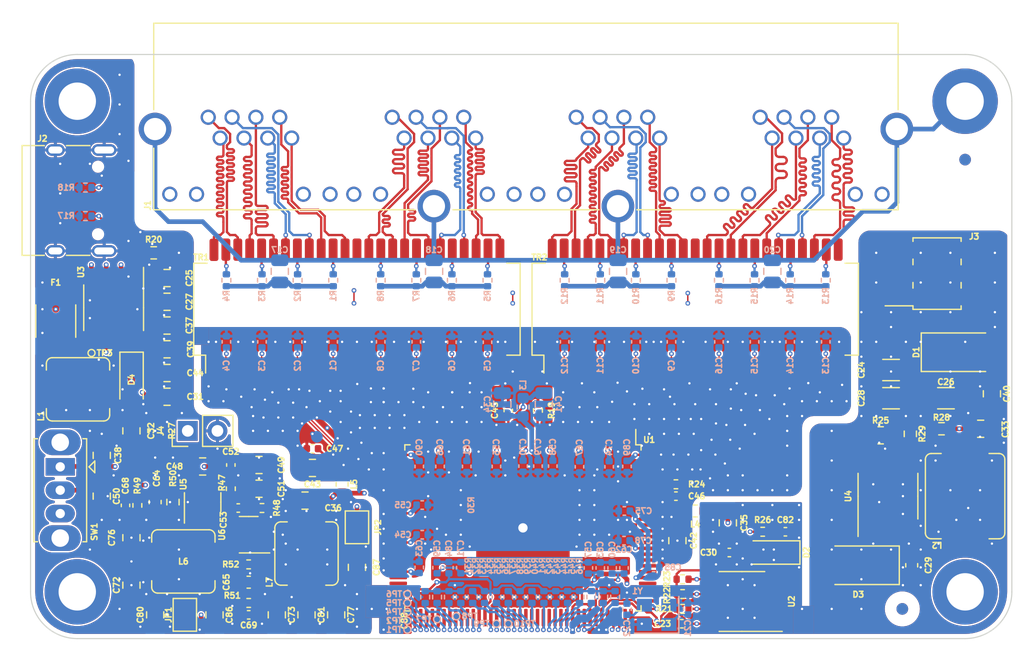
<source format=kicad_pcb>
(kicad_pcb (version 20221018) (generator pcbnew)
  (layers (0 "F.Cu" signal) (1 "In1.Cu" signal) (2 "In2.Cu" signal) (31 "B.Cu" signal) (34 "B.Paste" user) (35 "F.Paste" user) (36 "B.SilkS" user "B.Silkscreen") (37 "F.SilkS" user "F.Silkscreen") (38 "B.Mask" user) (39 "F.Mask" user) (44 "Edge.Cuts" user))
  (net 0 "")
  (net 1 "Net-(J4-Pin_1)")
  (net 2 "GND")
  (net 3 "Net-(TR1A-TCT1)")
  (net 4 "Net-(TR1A-TCT2)")
  (net 5 "Net-(TR1A-TCT3)")
  (net 6 "Net-(TR1A-TCT4)")
  (net 7 "Net-(TR1B-TCT1)")
  (net 8 "Net-(TR1B-TCT2)")
  (net 9 "Net-(TR1B-TCT3)")
  (net 10 "Net-(TR1B-TCT4)")
  (net 11 "Net-(TR2A-TCT1)")
  (net 12 "Net-(TR2A-TCT2)")
  (net 13 "Net-(TR2A-TCT3)")
  (net 14 "Net-(TR2A-TCT4)")
  (net 15 "Net-(TR2B-TCT1)")
  (net 16 "Net-(TR2B-TCT2)")
  (net 17 "Net-(TR2B-TCT3)")
  (net 18 "Net-(TR2B-TCT4)")
  (net 19 "GNDREF")
  (net 20 "Net-(C17-Pad2)")
  (net 21 "Net-(C18-Pad2)")
  (net 22 "Net-(C19-Pad2)")
  (net 23 "Net-(C20-Pad2)")
  (net 24 "Net-(U1K-XTALI)")
  (net 25 "Net-(U1K-XTALO)")
  (net 26 "+3V3")
  (net 27 "+24V")
  (net 28 "Net-(C25-Pad1)")
  (net 29 "Net-(U3-VIN)")
  (net 30 "Net-(U4-TC)")
  (net 31 "Net-(D2-A)")
  (net 32 "Net-(U3-BAT)")
  (net 33 "Net-(D4-A)")
  (net 34 "+5C")
  (net 35 "+1V1")
  (net 36 "Net-(D4-K)")
  (net 37 "Net-(C41-Pad1)")
  (net 38 "Net-(U1J-PLLVDDL0)")
  (net 39 "Net-(U1J-PLLVDDL1)")
  (net 40 "+5V")
  (net 41 "Net-(JP1-B)")
  (net 42 "Net-(U5-FB)")
  (net 43 "Net-(JP2-B)")
  (net 44 "Net-(U6-FB)")
  (net 45 "Net-(D1-A)")
  (net 46 "Net-(D3-K)")
  (net 47 "Net-(J1A-BI_DA+)")
  (net 48 "Net-(J1A-BI_DA-)")
  (net 49 "Net-(J1A-BI_DB+)")
  (net 50 "Net-(J1A-BI_DC+)")
  (net 51 "Net-(J1A-BI_DC-)")
  (net 52 "Net-(J1A-BI_DB-)")
  (net 53 "Net-(J1A-BI_DD+)")
  (net 54 "Net-(J1A-BI_DD-)")
  (net 55 "/G1-")
  (net 56 "/G1+")
  (net 57 "/Y1-")
  (net 58 "/Y1+")
  (net 59 "Net-(J1B-BI_DA+)")
  (net 60 "Net-(J1B-BI_DA-)")
  (net 61 "Net-(J1B-BI_DB+)")
  (net 62 "Net-(J1B-BI_DC+)")
  (net 63 "Net-(J1B-BI_DC-)")
  (net 64 "Net-(J1B-BI_DB-)")
  (net 65 "Net-(J1B-BI_DD+)")
  (net 66 "Net-(J1B-BI_DD-)")
  (net 67 "/G2-")
  (net 68 "/G2+")
  (net 69 "Net-(J1C-BI_DA+)")
  (net 70 "Net-(J1C-BI_DA-)")
  (net 71 "Net-(J1C-BI_DB+)")
  (net 72 "Net-(J1C-BI_DC+)")
  (net 73 "Net-(J1C-BI_DC-)")
  (net 74 "Net-(J1C-BI_DB-)")
  (net 75 "Net-(J1C-BI_DD+)")
  (net 76 "Net-(J1C-BI_DD-)")
  (net 77 "/G3-")
  (net 78 "/G3+")
  (net 79 "/Y3+")
  (net 80 "Net-(J1D-BI_DA+)")
  (net 81 "Net-(J1D-BI_DA-)")
  (net 82 "Net-(J1D-BI_DB+)")
  (net 83 "Net-(J1D-BI_DC+)")
  (net 84 "Net-(J1D-BI_DC-)")
  (net 85 "Net-(J1D-BI_DB-)")
  (net 86 "Net-(J1D-BI_DD+)")
  (net 87 "Net-(J1D-BI_DD-)")
  (net 88 "/G4-")
  (net 89 "/G4+")
  (net 90 "Net-(J2-CC1)")
  (net 94 "Net-(J2-CC2)")
  (net 98 "Net-(U3-SW)")
  (net 99 "Net-(U5-LX)")
  (net 100 "Net-(U6-LX)")
  (net 101 "Net-(TR1A-CMT1)")
  (net 102 "Net-(TR1A-CMT2)")
  (net 103 "Net-(TR1A-CMT3)")
  (net 104 "Net-(TR1A-CMT4)")
  (net 105 "Net-(TR1B-CMT1)")
  (net 106 "Net-(TR1B-CMT2)")
  (net 107 "Net-(TR1B-CMT3)")
  (net 108 "Net-(TR1B-CMT4)")
  (net 109 "Net-(TR2A-CMT1)")
  (net 110 "Net-(TR2A-CMT2)")
  (net 111 "Net-(TR2A-CMT3)")
  (net 112 "Net-(TR2A-CMT4)")
  (net 113 "Net-(TR2B-CMT1)")
  (net 114 "Net-(TR2B-CMT2)")
  (net 115 "Net-(TR2B-CMT3)")
  (net 116 "Net-(TR2B-CMT4)")
  (net 117 "Net-(U1K-MDIREF)")
  (net 118 "Net-(U2-~{WC})")
  (net 119 "/SCK")
  (net 120 "/SDA")
  (net 121 "Net-(U1K-ATESTCK0)")
  (net 122 "Net-(U4-DC)")
  (net 123 "Net-(U4-Vfb)")
  (net 124 "Net-(U1I-P6LED0{slash}GPIO1)")
  (net 125 "Net-(U1I-P6LED1{slash}GPIO7)")
  (net 126 "Net-(U1I-P5LED0)")
  (net 127 "Net-(U1I-P5LED1)")
  (net 128 "Net-(U1I-P4LED0{slash}SLED_P6B{slash}STRP_EEPROM_MOD)")
  (net 129 "Net-(U1I-P3LED1{slash}SLED_G1A{slash}GPIO5)")
  (net 130 "Net-(U1I-P3LED2{slash}SLED_P3B{slash}STRP_EN_PWRLIGHT)")
  (net 131 "Net-(U1I-P3LED0{slash}SLED_P2B{slash}STRP_EN_FLASH)")
  (net 132 "Net-(U1I-P2LED2{slash}SLED_P1B{slash}STRP_DIS_8051)")
  (net 133 "Net-(U1I-P2LED0{slash}SLED_P0B{slash}STRP_DISAUTOLOAD)")
  (net 134 "Net-(U1I-P2LED1{slash}SLED_G1B{slash}GPIO4)")
  (net 135 "Net-(U1I-P1LED2{slash}SLED_P3_7A{slash}STRP_SMI_SEL_1)")
  (net 136 "Net-(U1I-P1LED0{slash}SLED_P2_6A{slash}STRP_MID29)")
  (net 137 "Net-(U1I-P1LED1{slash}SLED_P1_5A{slash}STRP_EN_EEE)")
  (net 138 "Net-(U1I-P0LED2{slash}SLED_P0_4A{slash}GPIO2{slash}STRP_EN_PHY)")
  (net 139 "Net-(U1I-LED_DA{slash}P0LED1{slash}SLED_G2A)")
  (net 140 "Net-(U1I-LED_CK{slash}P0LED0{slash}SLED_P4B{slash}STRP_SMI_SEL_0)")
  (net 141 "Net-(U5-EN)")
  (net 142 "Net-(U6-EN)")
  (net 143 "Net-(U1K-GPIO8)")
  (net 144 "Net-(U1K-GPIO9)")
  (net 145 "Net-(U3-KEY)")
  (net 146 "Net-(U1I-P7LED2{slash}SPI_F_CLK)")
  (net 147 "Net-(U1I-P7LED0{slash}SPI_F_D0)")
  (net 148 "Net-(U1I-P7LED1{slash}SPI_F_D1)")
  (net 149 "Net-(U1I-P6LED2{slash}nSPI_F_CS)")
  (net 150 "Net-(U1I-P5LED2{slash}GPIO0)")
  (net 151 "Net-(U1I-P4LED2{slash}SLED_P7B{slash}GPIO3)")
  (net 152 "Net-(U1I-P4LED1{slash}SLED_P5B{slash}GPIO6)")
  (net 153 "Net-(TR2A-TD1+)")
  (net 154 "Net-(TR2A-TD1-)")
  (net 155 "Net-(TR2A-TD2+)")
  (net 156 "Net-(TR2A-TD2-)")
  (net 157 "Net-(TR2A-TD3+)")
  (net 158 "Net-(TR2A-TD3-)")
  (net 159 "Net-(TR2A-TD4+)")
  (net 160 "Net-(TR2A-TD4-)")
  (net 161 "Net-(TR2B-TD1+)")
  (net 162 "Net-(TR2B-TD1-)")
  (net 163 "Net-(TR2B-TD2+)")
  (net 164 "Net-(TR2B-TD2-)")
  (net 165 "Net-(TR2B-TD3+)")
  (net 166 "Net-(TR2B-TD3-)")
  (net 167 "Net-(TR2B-TD4+)")
  (net 168 "Net-(TR2B-TD4-)")
  (net 169 "Net-(TR1B-TD4-)")
  (net 170 "Net-(TR1B-TD4+)")
  (net 171 "Net-(TR1B-TD3-)")
  (net 172 "Net-(TR1B-TD3+)")
  (net 173 "Net-(TR1B-TD2-)")
  (net 174 "Net-(TR1B-TD2+)")
  (net 175 "Net-(TR1B-TD1-)")
  (net 176 "Net-(TR1B-TD1+)")
  (net 177 "Net-(TR1A-TD4-)")
  (net 178 "Net-(TR1A-TD4+)")
  (net 179 "Net-(TR1A-TD3-)")
  (net 180 "Net-(TR1A-TD3+)")
  (net 181 "Net-(TR1A-TD2-)")
  (net 182 "Net-(TR1A-TD2+)")
  (net 183 "Net-(TR1A-TD1-)")
  (net 184 "Net-(TR1A-TD1+)")
  (footprint "Capacitor_SMD:C_0805_2012Metric" (layer "F.Cu") (at 23.495 -11.811 180)
    (fp_text reference "C36")
    (fp_text value "4.7u")
  )
  (footprint "Fiducial:Fiducial_1mm_Mask3mm" (layer "F.Cu") (at 74.6252 -2.54)
    (fp_text reference "FID1" hide)
    (fp_text value "F" hide)
  )
  (footprint "Capacitor_SMD:C_0805_2012Metric" (layer "F.Cu") (at 14.732 -14.732 180)
    (fp_text reference "C48")
    (fp_text value "22u")
  )
  (footprint "MAS_Package_nostd:Transformer_Ethernet_YDS-Tech_G5002CG" (layer "F.Cu") (at 56.896 -28.196 90)
    (fp_text reference "TR2")
    (fp_text value "G5002CG")
  )
  (footprint "Capacitor_SMD:C_0805_2012Metric" (layer "F.Cu") (at 10.668 -2.032 -90)
    (fp_text reference "C80")
    (fp_text value "22u")
  )
  (footprint "Connector_PinSocket_2.00mm:PinSocket_2x03_P2.00mm_Vertical_SMD" (layer "F.Cu") (at 77.597 -31.242 180)
    (fp_text reference "J3")
    (fp_text value "98424-G52-06ALF")
  )
  (footprint "Capacitor_SMD:C_1206_3216Metric" (layer "F.Cu") (at 73.66 -20.574 180)
    (fp_text reference "C28")
    (fp_text value "2.2u")
  )
  (footprint "Capacitor_SMD:C_0805_2012Metric" (layer "F.Cu") (at 21.082 -2.032 -90)
    (fp_text reference "C73")
    (fp_text value "10u")
  )
  (footprint "Capacitor_SMD:C_0402_1005Metric" (layer "F.Cu") (at 17.78 -11.176 180)
    (fp_text reference "C53")
    (fp_text value "100n")
  )
  (footprint "MAS_Package_std:SOIC-8-1EP_3.9x4.9mm_P1.27mm_EP2.29x3mm" (layer "F.Cu") (at 7.112 -28.321 -90)
    (fp_text reference "U3")
    (fp_text value "IP5306")
  )
  (footprint "Capacitor_SMD:C_0402_1005Metric" (layer "F.Cu") (at 30.988 -1.524 -90)
    (fp_text reference "C88")
    (fp_text value "10n")
  )
  (footprint "MountingHole:MountingHole_3.2mm_M3_DIN965_Pad" (layer "F.Cu") (at 4 -4)
    (fp_text reference "H2" hide)
    (fp_text value "H" hide)
  )
  (footprint "Package_SO:SOIC-8_3.9x4.9mm_P1.27mm" (layer "F.Cu") (at 73.396 -12.192 90)
    (fp_text reference "U4")
    (fp_text value "MC34063AD")
  )
  (footprint "Capacitor_SMD:C_0402_1005Metric" (layer "F.Cu") (at 40.894 -19.53 90)
    (fp_text reference "C45")
    (fp_text value "1n")
  )
  (footprint "Resistor_SMD:R_0603_1608Metric" (layer "F.Cu") (at 12.192 -11.684 90)
    (fp_text reference "R50")
    (fp_text value "120k")
  )
  (footprint "Capacitor_SMD:C_0805_2012Metric" (layer "F.Cu") (at 8.636 -4.572 -90)
    (fp_text reference "C72")
    (fp_text value "10u")
  )
  (footprint "Capacitor_SMD:C_0603_1608Metric" (layer "F.Cu") (at 75.428 -6.2755 -90)
    (fp_text reference "C29")
    (fp_text value "150p")
  )
  (footprint "Resistor_SMD:R_0603_1608Metric" (layer "F.Cu") (at 75.311 -17.526 -90)
    (fp_text reference "R29")
    (fp_text value "1.2k")
  )
  (footprint "Capacitor_SMD:C_0805_2012Metric" (layer "F.Cu") (at 11.684 -26.797)
    (fp_text reference "C37")
    (fp_text value "22u")
  )
  (footprint "Diode_SMD:D_SMA" (layer "F.Cu") (at 79.756 -24.511)
    (fp_text reference "D1")
    (fp_text value "SS14")
  )
  (footprint "Capacitor_SMD:C_0805_2012Metric" (layer "F.Cu") (at 8.636 -17.78 -90)
    (fp_text reference "C32")
    (fp_text value "22u")
  )
  (footprint "Capacitor_SMD:C_0805_2012Metric" (layer "F.Cu") (at 23.622 -2.032 -90)
    (fp_text reference "C81")
    (fp_text value "22u")
  )
  (footprint "Resistor_SMD:R_0402_1005Metric" (layer "F.Cu") (at 18.669 -6.35 180)
    (fp_text reference "R52")
    (fp_text value "22k")
  )
  (footprint "MAS_Package_std:SW_Slide_SK-12D02-G040" (layer "F.Cu") (at 2.54 -14.7 -90)
    (fp_text reference "SW1")
    (fp_text value "SK-12D02-G040")
  )
  (footprint "Capacitor_SMD:C_0805_2012Metric" (layer "F.Cu") (at 81.331 -17.9595)
    (fp_text reference "C33")
    (fp_text value "22u")
  )
  (footprint "Capacitor_SMD:C_0402_1005Metric" (layer "F.Cu") (at 8.128 -11.402 90)
    (fp_text reference "C68")
    (fp_text value "100n")
  )
  (footprint "Diode_SMD:D_SMA" (layer "F.Cu") (at 70.856 -6.2755 180)
    (fp_text reference "D3")
    (fp_text value "SS14")
  )
  (footprint "Connector_PinHeader_2.54mm:PinHeader_1x02_P2.54mm_Vertical" (layer "F.Cu") (at 13.457 -17.78 90)
    (fp_text reference "J4")
    (fp_text value "batt")
  )
  (footprint "Capacitor_SMD:C_0805_2012Metric" (layer "F.Cu") (at 6.096 -12.192 -90)
    (fp_text reference "C50")
    (fp_text value "10u")
  )
  (footprint "MountingHole:MountingHole_3.2mm_M3_DIN965_Pad" (layer "F.Cu") (at 4 -46)
    (fp_text reference "H1" hide)
    (fp_text value "H" hide)
  )
  (footprint "Capacitor_SMD:C_0805_2012Metric" (layer "F.Cu") (at 11.684 -20.701)
    (fp_text reference "C31")
    (fp_text value "22u")
  )
  (footprint "Capacitor_SMD:C_0805_2012Metric" (layer "F.Cu") (at 15.748 -2.032 -90)
    (fp_text reference "C86")
    (fp_text value "22u")
  )
  (footprint "Capacitor_SMD:C_0402_1005Metric" (layer "F.Cu") (at 17.145 -14.859 90)
    (fp_text reference "C52")
    (fp_text value "100n")
  )
  (footprint "Resistor_SMD:R_0402_1005Metric" (layer "F.Cu") (at 18.6745 -3.048)
    (fp_text reference "R51")
    (fp_text value "100k")
  )
  (footprint "Jumper:SolderJumper-2_P1.3mm_Open_Pad1.0x1.5mm" (layer "F.Cu") (at 13.208 -2.032 90)
    (fp_text reference "JP1")
    (fp_text value "jump")
  )
  (footprint "MAS_Package_std:Power_inductor_SMD_0530" (layer "F.Cu") (at 13.081 -6.604 180)
    (fp_text reference "L6")
    (fp_text value "SLO0530H2R2MTT")
  )
  (footprint "Capacitor_SMD:C_0805_2012Metric" (layer "F.Cu") (at 26.162 -2.032 -90)
    (fp_text reference "C77")
    (fp_text value "22u")
  )
  (footprint "Capacitor_SMD:C_0402_1005Metric" (layer "F.Cu") (at 18.6745 -2.032 180)
    (fp_text reference "C69")
    (fp_text value "100n")
  )
  (footprint "Capacitor_SMD:C_0402_1005Metric" (layer "F.Cu") (at 59.817 -7.366 180)
    (fp_text reference "C30")
    (fp_text value "100n")
  )
  (footprint "Capacitor_SMD:C_0603_1608Metric" (layer "F.Cu") (at 10.668 -11.684 90)
    (fp_text reference "C64")
    (fp_text value "22p")
  )
  (footprint "MAS_Package_std:TestPoint_Pad_D0.5mm" (layer "F.Cu") (at 5.219 -24.446 90)
    (fp_text reference "TP3")
    (fp_text value "TestPoint")
  )
  (footprint "Resistor_SMD:R_0805_2012Metric" (layer "F.Cu") (at 72.771 -17.399)
    (fp_text reference "R25")
    (fp_text value "0.5R")
  )
  (footprint "Capacitor_SMD:C_0402_1005Metric" (layer "F.Cu") (at 24.13 -16.256 180)
    (fp_text reference "C47")
    (fp_text value "1n")
  )
  (footprint "Capacitor_SMD:C_0805_2012Metric" (layer "F.Cu") (at 24.13 -14.605 180)
    (fp_text reference "C43")
    (fp_text value "4.7u")
  )
  (footprint "Resistor_SMD:R_0402_1005Metric" (layer "F.Cu") (at 62.673 -9.144 180)
    (fp_text reference "R26")
    (fp_text value "100k")
  )
  (footprint "Resistor_SMD:R_0402_1005Metric" (layer "F.Cu") (at 55.815 -5.08 180)
    (fp_text reference "R23")
    (fp_text value "4.7k")
  )
  (footprint "Capacitor_SMD:C_0805_2012Metric" (layer "F.Cu") (at 11.684 -24.765)
    (fp_text reference "C39")
    (fp_text value "22u")
  )
  (footprint "Resistor_SMD:R_0402_1005Metric" (layer "F.Cu") (at 19.812 -11.176 180)
    (fp_text reference "R48")
    (fp_text value "100k")
  )
  (footprint "MAS_Package_std:LQFP-128_14x20mm_P0.5mm" (layer "F.Cu") (at 42.15 -9.475 -90)
    (fp_text reference "U1")
    (fp_text value "RTL8370Nx")
  )
  (footprint "Resistor_SMD:R_0402_1005Metric" (layer "F.Cu") (at 55.245 -13.208 180)
    (fp_text reference "R24")
    (fp_text value "~")
  )
  (footprint "Resistor_SMD:R_0402_1005Metric" (layer "F.Cu") (at 55.813 -2.54 180)
    (fp_text reference "R21")
    (fp_text value "4.7k")
  )
  (footprint "MAS_Package_std:Fuse_1812_4532Metric" (layer "F.Cu") (at 2.159 -27.178 90)
    (fp_text reference "F1")
    (fp_text value "0466001.NRHF")
  )
  (footprint "Package_SO:SOIC-8_3.9x4.9mm_P1.27mm" (layer "F.Cu") (at 60.895 -3.175 180)
    (fp_text reference "U2")
    (fp_text value "AT24C16")
  )
  (footprint "Diode_SMD:D_SOD-123" (layer "F.Cu") (at 8.648 -22.16 -90)
    (fp_text reference "D4")
    (fp_text value "MBR0540")
  )
  (footprint "MountingHole:MountingHole_3.2mm_M3_DIN965_Pad" (layer "F.Cu") (at 80 -4)
    (fp_text reference "H3" hide)
    (fp_text value "H" hide)
  )
  (footprint "Resistor_SMD:R_0603_1608Metric" (layer "F.Cu") (at 10.668 -17.78 -90)
    (fp_text reference "R27")
    (fp_text value "0.5R")
  )
  (footprint "Fiducial:Fiducial_1mm_Mask3mm" (layer "F.Cu") (at 80 -41)
    (fp_text reference "FID2" hide)
    (fp_text value "F" hide)
  )
  (footprint "Capacitor_SMD:C_0402_1005Metric" (layer "F.Cu") (at 55.245 -12.192)
    (fp_text reference "C46")
    (fp_text value "1n")
  )
  (footprint "Resistor_SMD:R_0402_1005Metric" (layer "F.Cu") (at 9.144 -11.402 -90)
    (fp_text reference "R49")
    (fp_text value "100k")
  )
  (footprint "MAS_Package_nostd:Transformer_Ethernet_YDS-Tech_G5002CG" (layer "F.Cu") (at 27.94 -28.196 90)
    (fp_text reference "TR1")
    (fp_text value "G5002CG")
  )
  (footprint "Diode_SMD:D_SOD-123" (layer "F.Cu") (at 63.5 -7.366 180)
    (fp_text reference "D2")
    (fp_text value "MBR0540")
  )
  (footprint "MAS_Package_std:Power_inductor_SMD_0530" (layer "F.Cu") (at 4.064 -21.336 180)
    (fp_text reference "L1")
    (fp_text value "SLO0530H1R0MTT")
  )
  (footprint "Fiducial:Fiducial_1mm_Mask3mm" (layer "F.Cu") (at 62.992 -15.24)
    (fp_text reference "FID3" hide)
    (fp_text value "F" hide)
  )
  (footprint "Package_TO_SOT_SMD:SOT-23-6" (layer "F.Cu") (at 18.6745 -8.89 180)
    (fp_text reference "U6")
    (fp_text value "MT3420B")
  )
  (footprint "Inductor_SMD:L_0603_1608Metric" (layer "F.Cu") (at 56.896 -10.922 180)
    (fp_text reference "L4")
    (fp_text value "CBM160808U121T")
  )
  (footprint "MAS_Package_std:USB_C_Receptacle_HRO_TYPE-C-31-M-12" (layer "F.Cu") (at 3.175 -37.502 -90)
    (fp_text reference "J2")
    (fp_text value "TYPE-C-31-M-12 ")
  )
  (footprint "Resistor_SMD:R_0402_1005Metric" (layer "F.Cu") (at 17.145 -12.827 90)
    (fp_text reference "R47")
    (fp_text value "100k")
  )
  (footprint "Jumper:SolderJumper-2_P1.3mm_Open_Pad1.0x1.5mm" (layer "F.Cu") (at 27.94 -9.525 -90)
    (fp_text reference "JP2")
    (fp_text value "jump")
  )
  (footprint "Capacitor_SMD:C_0805_2012Metric" (layer "F.Cu") (at 19.558 -14.859)
    (fp_text reference "C49")
    (fp_text value "22u")
  )
  (footprint "Package_TO_SOT_SMD:SOT-23-6" (layer "F.Cu") (at 14.732 -11.684 90)
    (fp_text reference "U5")
    (fp_text value "MT3420B")
  )
  (footprint "Capacitor_SMD:C_0805_2012Metric" (layer "F.Cu") (at 11.684 -28.829)
    (fp_text reference "C27")
    (fp_text value "10u")
  )
  (footprint "MAS_Package_nostd:SMDL_7.1x6.6x5mm" (layer "F.Cu") (at 80 -12.192 90)
    (fp_text reference "L2")
    (fp_text value "SMMS0650")
  )
  (footprint "Capacitor_SMD:C_0805_2012Metric" (layer "F.Cu") (at 55.372 -8.382 -90)
    (fp_text reference "C42")
    (fp_text value "4.7u")
  )
  (footprint "Capacitor_SMD:C_0805_2012Metric" (layer "F.Cu") (at 59.69 -9.906 -90)
    (fp_text reference "C35")
    (fp_text value "4.7u")
  )
  (footprint "MAS_Package_std:Power_inductor_SMD_0530" (layer "F.Cu") (at 23.622 -7.28 -90)
    (fp_text reference "L7")
    (fp_text value "SLO0530H2R2MTT")
  )
  (footprint "Capacitor_SMD:C_1206_3216Metric" (layer "F.Cu") (at 78.359 -20.574)
    (fp_text reference "C26")
    (fp_text value "2.2u")
  )
  (footprint "Capacitor_SMD:C_0805_2012Metric" (layer "F.Cu") (at 8.636 -8.636 90)
    (fp_text reference "C76")
    (fp_text value "22u")
  )
  (footprint "Resistor_SMD:R_0603_1608Metric" (layer "F.Cu") (at 10.541 -33.02 180)
    (fp_text reference "R20")
    (fp_text value "0.5R")
  )
  (footprint "MountingHole:MountingHole_3.2mm_M3_DIN965_Pad" (layer "F.Cu") (at 80 -46)
    (fp_text reference "H4" hide)
    (fp_text value "H" hide)
  )
  (footprint "Capacitor_SMD:C_0805_2012Metric" (layer "F.Cu") (at 82.296 -20.955 90)
    (fp_text reference "C40")
    (fp_text value "100n")
  )
  (footprint "Capacitor_SMD:C_0805_2012Metric" (layer "F.Cu") (at 6.096 -15.682 90)
    (fp_text reference "C38")
    (fp_text value "22u")
  )
  (footprint "MAS_Package_std:RJ45_B_1_4" (layer "F.Cu") (at 15.21 -44.626 180)
    (fp_text reference "J1")
    (fp_text value "RJ45-B-1*4")
  )
  (footprint "Capacitor_SMD:C_0805_2012Metric" (layer "F.Cu") (at 11.684 -22.733)
    (fp_text reference "C44")
    (fp_text value "22u")
  )
  (footprint "Capacitor_SMD:C_0805_2012Metric" (layer "F.Cu") (at 27.94 -6.096 -90)
    (fp_text reference "C87")
    (fp_text value "22u")
  )
  (footprint "Capacitor_SMD:C_0603_1608Metric" (layer "F.Cu") (at 18.6745 -4.826 180)
    (fp_text reference "C65")
    (fp_text value "22p")
  )
  (footprint "Resistor_SMD:R_0603_1608Metric" (layer "F.Cu") (at 77.978 -17.9595)
    (fp_text reference "R28")
    (fp_text value "3.6k")
  )
  (footprint "Inductor_SMD:L_0603_1608Metric" (layer "F.Cu") (at 26.67 -13.208 90)
    (fp_text reference "L5")
    (fp_text value "CBM160808U121T")
  )
  (footprint "Capacitor_SMD:C_0402_1005Metric" (layer "F.Cu") (at 55.75 -1.27)
    (fp_text reference "C23")
    (fp_text value "100n")
  )
  (footprint "Resistor_SMD:R_0402_1005Metric" (layer "F.Cu") (at 43.434 -19.53 -90)
    (fp_text reference "R19")
    (fp_text value "2.49k")
  )
  (footprint "Resistor_SMD:R_0402_1005Metric" (layer "F.Cu") (at 55.815 -3.81 180)
    (fp_text reference "R22")
    (fp_text value "4.7k")
  )
  (footprint "Capacitor_SMD:C_0805_2012Metric" (layer "F.Cu") (at 19.558 -12.827)
    (fp_text reference "C51")
    (fp_text value "10u")
  )
  (footprint "Capacitor_SMD:C_0402_1005Metric" (layer "F.Cu") (at 64.615 -9.144)
    (fp_text reference "C82")
    (fp_text value "10n")
  )
  (footprint "Capacitor_SMD:C_0805_2012Metric" (layer "F.Cu") (at 11.684 -30.861)
    (fp_text reference "C25")
    (fp_text value "10u")
  )
  (footprint "Capacitor_SMD:C_1206_3216Metric" (layer "F.Cu") (at 73.66 -22.987 180)
    (fp_text reference "C24")
    (fp_text value "2.2u")
  )
  (footprint "Capacitor_SMD:C_0402_1005Metric" (layer "B.Cu") (at 19.812 -25.402 -90)
    (fp_text reference "C3")
    (fp_text value "100n")
  )
  (footprint "Capacitor_SMD:C_0402_1005Metric" (layer "B.Cu") (at 49.53 -14.704 -90)
    (fp_text reference "C74")
    (fp_text value "10n")
  )
  (footprint "Fiducial:Fiducial_1mm_Mask3mm" (layer "B.Cu") (at 80 -41 180)
    (fp_text reference "FID5" hide)
    (fp_text value "F" hide)
  )
  (footprint "Capacitor_SMD:C_0402_1005Metric" (layer "B.Cu") (at 34.798 -6.068 90)
    (fp_text reference "C59")
    (fp_text value "10n")
  )
  (footprint "Resistor_SMD:R_0402_1005Metric" (layer "B.Cu") (at 46.99 -3.558 90)
    (fp_text reference "R43")
    (fp_text value "4.7k")
  )
  (footprint "Capacitor_SMD:C_0805_2012Metric" (layer "B.Cu") (at 63.5 -31.435 -90)
    (fp_text reference "C20")
    (fp_text value "1n")
  )
  (footprint "Resistor_SMD:R_0402_1005Metric" (layer "B.Cu") (at 51.816 -30.673 90)
    (fp_text reference "R10")
    (fp_text value "75R")
  )
  (footprint "MAS_Package_std:TestPoint_Pad_D0.5mm" (layer "B.Cu") (at 32.258 -2.286 180)
    (fp_text reference "TP4")
    (fp_text value "TestPoint")
  )
  (footprint "MAS_Package_std:TestPoint_Pad_D0.5mm" (layer "B.Cu") (at 40.894 -1.27)
    (fp_text reference "TP10")
    (fp_text value "TestPoint")
  )
  (footprint "Resistor_SMD:R_0402_1005Metric" (layer "B.Cu") (at 49.022 -3.556 90)
    (fp_text reference "R45")
    (fp_text value "4.7k")
  )
  (footprint "Capacitor_SMD:C_0402_1005Metric" (layer "B.Cu") (at 39.878 -14.732 -90)
    (fp_text reference "C56")
    (fp_text value "10n")
  )
  (footprint "Capacitor_SMD:C_0402_1005Metric" (layer "B.Cu") (at 33.274 -6.096 90)
    (fp_text reference "C63")
    (fp_text value "10n")
  )
  (footprint "Capacitor_SMD:C_0402_1005Metric" (layer "B.Cu") (at 33.528 -8.89)
    (fp_text reference "C54")
    (fp_text value "10n")
  )
  (footprint "Resistor_SMD:R_0402_1005Metric" (layer "B.Cu") (at 45.974 -3.56 90)
    (fp_text reference "R42")
    (fp_text value "4.7k")
  )
  (footprint "Capacitor_SMD:C_0402_1005Metric" (layer "B.Cu") (at 33.274 -14.732 -90)
    (fp_text reference "C90")
    (fp_text value "10n")
  )
  (footprint "Resistor_SMD:R_0402_1005Metric" (layer "B.Cu") (at 33.782 -3.552 90)
    (fp_text reference "R30")
    (fp_text value "4.7k")
  )
  (footprint "Resistor_SMD:R_0402_1005Metric" (layer "B.Cu") (at 40.894 -3.556 90)
    (fp_text reference "R37")
    (fp_text value "4.7k")
  )
  (footprint "Capacitor_SMD:C_0402_1005Metric" (layer "B.Cu") (at 49.784 -6.0452 90)
    (fp_text reference "C60")
    (fp_text value "10n")
  )
  (footprint "Capacitor_SMD:C_0402_1005Metric" (layer "B.Cu") (at 36.83 -6.068 90)
    (fp_text reference "C71")
    (fp_text value "10n")
  )
  (footprint "Resistor_SMD:R_0402_1005Metric" (layer "B.Cu") (at 39.878 -3.556 90)
    (fp_text reference "R36")
    (fp_text value "4.7k")
  )
  (footprint "Capacitor_SMD:C_0402_1005Metric" (layer "B.Cu") (at 35.052 -14.732 -90)
    (fp_text reference "C66")
    (fp_text value "10n")
  )
  (footprint "Capacitor_SMD:C_0402_1005Metric" (layer "B.Cu") (at 25.908 -25.402 -90)
    (fp_text reference "C1")
    (fp_text value "100n")
  )
  (footprint "Resistor_SMD:R_0402_1005Metric" (layer "B.Cu") (at 34.798 -3.552 90)
    (fp_text reference "R31")
    (fp_text value "4.7k")
  )
  (footprint "Capacitor_SMD:C_0402_1005Metric" (layer "B.Cu") (at 29.972 -25.402 -90)
    (fp_text reference "C8")
    (fp_text value "100n")
  )
  (footprint "Capacitor_SMD:C_0402_1005Metric" (layer "B.Cu") (at 68.072 -25.402 -90)
    (fp_text reference "C13")
    (fp_text value "100n")
  )
  (footprint "MAS_Package_std:TestPoint_Pad_D0.5mm" (layer "B.Cu") (at 39.878 -1.27)
    (fp_text reference "TP9")
    (fp_text value "TestPoint")
  )
  (footprint "MAS_Package_std:TestPoint_Pad_D0.5mm" (layer "B.Cu") (at 32.258 -3.81 180)
    (fp_text reference "TP6")
    (fp_text value "TestPoint")
  )
  (footprint "Capacitor_SMD:C_0402_1005Metric" (layer "B.Cu") (at 36.068 -25.374 -90)
    (fp_text reference "C6")
    (fp_text value "100n")
  )
  (footprint "Capacitor_SMD:C_0805_2012Metric" (layer "B.Cu") (at 40.386 -20.066 90)
    (fp_text reference "C34")
    (fp_text value "4.7u")
  )
  (footprint "Resistor_SMD:R_0402_1005Metric" (layer "B.Cu") (at 38.862 -3.556 90)
    (fp_text reference "R35")
    (fp_text value "4.7k")
  )
  (footprint "Resistor_SMD:R_0402_1005Metric" (layer "B.Cu") (at 41.91 -3.556 90)
    (fp_text reference "R38")
    (fp_text value "4.7k")
  )
  (footprint "Capacitor_SMD:C_0402_1005Metric" (layer "B.Cu") (at 50.8 -8.382 180)
    (fp_text reference "C78")
    (fp_text value "10n")
  )
  (footprint "Capacitor_SMD:C_0402_1005Metric" (layer "B.Cu") (at 56.261 -2.54 -90)
    (fp_text reference "C21")
    (fp_text value "27p")
  )
  (footprint "Capacitor_SMD:C_0402_1005Metric" (layer "B.Cu") (at 47.752 -6.0452 90)
    (fp_text reference "C57")
    (fp_text value "10n")
  )
  (footprint "Resistor_SMD:R_0402_1005Metric" (layer "B.Cu") (at 25.908 -30.673 90)
    (fp_text reference "R1")
    (fp_text value "75R")
  )
  (footprint "Fiducial:Fiducial_1mm_Mask3mm" (layer "B.Cu") (at 74.6252 -2.54 180)
    (fp_text reference "FID4" hide)
    (fp_text value "F" hide)
  )
  (footprint "Capacitor_SMD:C_0402_1005Metric" (layer "B.Cu") (at 22.86 -25.402 -90)
    (fp_text reference "C2")
    (fp_text value "100n")
  )
  (footprint "Capacitor_SMD:C_0402_1005Metric" (layer "B.Cu") (at 39.116 -25.374 -90)
    (fp_text reference "C5")
    (fp_text value "100n")
  )
  (footprint "Resistor_SMD:R_0402_1005Metric" (layer "B.Cu") (at 43.942 -3.556 90)
    (fp_text reference "R40")
    (fp_text value "4.7k")
  )
  (footprint "Capacitor_SMD:C_0402_1005Metric" (layer "B.Cu") (at 65.024 -25.402 -90)
    (fp_text reference "C14")
    (fp_text value "100n")
  )
  (footprint "Resistor_SMD:R_0402_1005Metric" (layer "B.Cu") (at 68.072 -30.673 90)
    (fp_text reference "R13")
    (fp_text value "75R")
  )
  (footprint "Capacitor_SMD:C_0402_1005Metric" (layer "B.Cu") (at 33.528 -11.43)
    (fp_text reference "C55")
    (fp_text value "10n")
  )
  (footprint "Resistor_SMD:R_0402_1005Metric" (layer "B.Cu") (at 35.814 -3.552 90)
    (fp_text reference "R32")
    (fp_text value "4.7k")
  )
  (footprint "Capacitor_SMD:C_0402_1005Metric" (layer "B.Cu") (at 50.828 -10.922 180)
    (fp_text reference "C75")
    (fp_text value "10n")
  )
  (footprint "Resistor_SMD:R_0402_1005Metric" (layer "B.Cu") (at 33.02 -30.673 90)
    (fp_text reference "R7")
    (fp_text value "75R")
  )
  (footprint "Resistor_SMD:R_0402_1005Metric" (layer "B.Cu") (at 58.928 -30.673 90)
    (fp_text reference "R16")
    (fp_text value "75R")
  )
  (footprint "Capacitor_SMD:C_0402_1005Metric" (layer "B.Cu") (at 58.928 -25.402 -90)
    (fp_text reference "C16")
    (fp_text value "100n")
  )
  (footprint "Capacitor_SMD:C_0402_1005Metric" (layer "B.Cu") (at 48.768 -25.402 -90)
    (fp_text reference "C11")
    (fp_text value "100n")
  )
  (footprint "Capacitor_SMD:C_0402_1005Metric" (layer "B.Cu") (at 45.72 -25.402 -90)
    (fp_text reference "C12")
    (fp_text value "100n")
  )
  (footprint "Capacitor_SMD:C_0402_1005Metric" (layer "B.Cu") (at 53.34 -6.096)
    (fp_text reference "C85")
    (fp_text value "10n")
  )
  (footprint "Resistor_SMD:R_0402_1005Metric" (layer "B.Cu") (at 4.697 -38.608)
    (fp_text reference "R18")
    (fp_text value "22k")
  )
  (footprint "Resistor_SMD:R_0402_1005Metric" (layer "B.Cu") (at 48.768 -30.673 90)
    (fp_text reference "R11")
    (fp_text value "75R")
  )
  (footprint "Resistor_SMD:R_0402_1005Metric" (layer "B.Cu") (at 42.926 -3.558 90)
    (fp_text reference "R39")
    (fp_text value "4.7k")
  )
  (footprint "Capacitor_SMD:C_0402_1005Metric" (layer "B.Cu") (at 46.99 -14.704 -90)
    (fp_text reference "C67")
    (fp_text value "10n")
  )
  (footprint "Resistor_SMD:R_0402_1005Metric" (layer "B.Cu") (at 36.83 -3.556 90)
    (fp_text reference "R33")
    (fp_text value "4.7k")
  )
  (footprint "Capacitor_SMD:C_0402_1005Metric" (layer "B.Cu") (at 33.02 -25.402 -90)
    (fp_text reference "C7")
    (fp_text value "100n")
  )
  (footprint "Capacitor_SMD:C_0805_2012Metric" (layer "B.Cu") (at 50.292 -31.435 -90)
    (fp_text reference "C19")
    (fp_text value "1n")
  )
  (footprint "Resistor_SMD:R_0402_1005Metric" (layer "B.Cu") (at 48.006 -3.56 90)
    (fp_text reference "R44")
    (fp_text value "4.7k")
  )
  (footprint "Resistor_SMD:R_0402_1005Metric" (layer "B.Cu") (at 36.068 -30.673 90)
    (fp_text reference "R6")
    (fp_text value "75R")
  )
  (footprint "Resistor_SMD:R_0402_1005Metric" (layer "B.Cu") (at 22.86 -30.673 90)
    (fp_text reference "R2")
    (fp_text value "75R")
  )
  (footprint "Capacitor_SMD:C_0402_1005Metric" (layer "B.Cu") (at 51.054 -2.512 90)
    (fp_text reference "C22")
    (fp_text value "27p")
  )
  (footprint "Capacitor_SMD:C_0402_1005Metric" (layer "B.Cu") (at 35.814 -6.068 90)
    (fp_text reference "C84")
    (fp_text value "10n")
  )
  (footprint "Capacitor_SMD:C_0805_2012Metric" (layer "B.Cu") (at 21.336 -31.435 -90)
    (fp_text reference "C17")
    (fp_text value "1n")
  )
  (footprint "MAS_Package_std:TestPoint_Pad_D0.5mm" (layer "B.Cu") (at 36.449 -1.905 180)
    (fp_text reference "TP8")
    (fp_text value "TestPoint")
  )
  (footprint "Capacitor_SMD:C_0402_1005Metric" (layer "B.Cu") (at 51.816 -25.402 -90)
    (fp_text reference "C10")
    (fp_text value "100n")
  )
  (footprint "Capacitor_SMD:C_0402_1005Metric" (layer "B.Cu") (at 42.164 -14.76 -90)
    (fp_text reference "C70")
    (fp_text value "10n")
  )
  (footprint "Resistor_SMD:R_0402_1005Metric" (layer "B.Cu") (at 19.812 -30.673 90)
    (fp_text reference "R3")
    (fp_text value "75R")
  )
  (footprint "MAS_Package_std:TestPoint_Pad_D0.5mm" (layer "B.Cu") (at 32.258 -3.048 180)
    (fp_text reference "TP5")
    (fp_text value "TestPoint")
  )
  (footprint "Capacitor_SMD:C_0805_2012Metric" (layer "B.Cu") (at 34.544 -31.435 -90)
    (fp_text reference "C18")
    (fp_text value "1n")
  )
  (footprint "Capacitor_SMD:C_0402_1005Metric" (layer "B.Cu") (at 54.864 -25.402 -90)
    (fp_text reference "C9")
    (fp_text value "100n")
  )
  (footprint "Resistor_SMD:R_0402_1005Metric" (layer "B.Cu") (at 61.976 -30.673 90)
    (fp_text reference "R15")
    (fp_text value "75R")
  )
  (footprint "Resistor_SMD:R_0402_1005Metric" (layer "B.Cu") (at 65.024 -30.673 90)
    (fp_text reference "R14")
    (fp_text value "75R")
  )
  (footprint "MAS_Package_std:Oscillator_SMD_SMD3225-4P" (layer "B.Cu") (at 53.594 -2.032 180)
    (fp_text reference "Y1")
    (fp_text value "SX3B25.000F1510F30")
  )
  (footprint "Resistor_SMD:R_0402_1005Metric" (layer "B.Cu") (at 29.972 -30.673 90)
    (fp_text reference "R8")
    (fp_text value "75R")
  )
  (footprint "Resistor_SMD:R_0402_1005Metric" (layer "B.Cu") (at 50.038 -3.556 90)
    (fp_text reference "R46")
    (fp_text value "4.7k")
  )
  (footprint "Capacitor_SMD:C_0402_1005Metric" (layer "B.Cu") (at 16.764 -25.402 -90)
    (fp_text reference "C4")
    (fp_text value "100n")
  )
  (footprint "Capacitor_SMD:C_0402_1005Metric" (layer "B.Cu") (at 43.434 -14.76 -90)
    (fp_text reference "C79")
    (fp_text value "10n")
  )
  (footprint "Inductor_SMD:L_0603_1608Metric" (layer "B.Cu") (at 42.164 -19.812 90)
    (fp_text reference "L3")
    (fp_text value "CBM160808U121T")
  )
  (footprint "Capacitor_SMD:C_0402_1005Metric" (layer "B.Cu") (at 48.768 -6.0452 90)
    (fp_text reference "C83")
    (fp_text value "10n")
  )
  (footprint "Resistor_SMD:R_0402_1005Metric" (layer "B.Cu") (at 4.699 -36.166)
    (fp_text reference "R17")
    (fp_text value "22k")
  )
  (footprint "Resistor_SMD:R_0402_1005Metric" (layer "B.Cu") (at 54.864 -30.673 90)
    (fp_text reference "R9")
    (fp_text value "75R")
  )
  (footprint "Capacitor_SMD:C_0805_2012Metric" (layer "B.Cu") (at 43.942 -20.066 -90)
    (fp_text reference "C41")
    (fp_text value "4.7u")
  )
  (footprint "Resistor_SMD:R_0402_1005Metric" (layer "B.Cu") (at 37.846 -3.556 90)
    (fp_text reference "R34")
    (fp_text value "4.7k")
  )
  (footprint "Capacitor_SMD:C_0402_1005Metric" (layer "B.Cu") (at 44.704 -14.76 -90)
    (fp_text reference "C58")
    (fp_text value "10n")
  )
  (footprint "MAS_Package_std:TestPoint_Pad_D0.5mm" (layer "B.Cu") (at 32.258 -1.524)
    (fp_text reference "TP2")
    (fp_text value "TestPoint")
  )
  (footprint "Capacitor_SMD:C_0402_1005Metric" (layer "B.Cu") (at 61.976 -25.402 -90)
    (fp_text reference "C15")
    (fp_text value "100n")
  )
  (footprint "Capacitor_SMD:C_0402_1005Metric" (layer "B.Cu") (at 37.338 -14.732 -90)
    (fp_text reference "C61")
    (fp_text value "10n")
  )
  (footprint "Resistor_SMD:R_0402_1005Metric" (layer "B.Cu") (at 39.116 -30.673 90)
    (fp_text reference "R5")
    (fp_text value "75R")
  )
  (footprint "Capacitor_SMD:C_0402_1005Metric" (layer "B.Cu") (at 51.054 -14.732 -90)
    (fp_text reference "C89")
    (fp_text value "10n")
  )
  (footprint "Resistor_SMD:R_0402_1005Metric" (layer "B.Cu") (at 16.764 -30.675 90)
    (fp_text reference "R4")
    (fp_text value "75R")
  )
  (footprint "Resistor_SMD:R_0402_1005Metric" (layer "B.Cu") (at 44.958 -3.56 90)
    (fp_text reference "R41")
    (fp_text value "4.7k")
  )
  (footprint "Resistor_SMD:R_0402_1005Metric" (layer "B.Cu") (at 45.72 -30.673 90)
    (fp_text reference "R12")
    (fp_text value "75R")
  )
  (footprint "Fiducial:Fiducial_1mm_Mask3mm" (layer "B.Cu") (at 24.511 -17.272 180)
    (fp_text reference "FID6" hide)
    (fp_text value "F" hide)
  )
  (footprint "MAS_Package_std:TestPoint_Pad_D0.5mm" (layer "B.Cu") (at 34.798 -1.651 180)
    (fp_text reference "TP7")
    (fp_text value "TestPoint")
  )
  (footprint "Capacitor_SMD:C_0402_1005Metric" (layer "B.Cu") (at 50.8 -6.0452 90)
    (fp_text reference "C62")
    (fp_text value "10n")
  )
  (footprint "MAS_Package_std:TestPoint_Pad_D0.5mm" (layer "B.Cu") (at 32.258 -0.762)
    (fp_text reference "TP1")
    (fp_text value "TestPoint")
  )
  (gr_arc (start 0 -46) (mid 1.171573 -48.828427) (end 4 -50) (stroke (width 0.1)) (layer "Edge.Cuts"))
  (gr_arc (start 84 -4) (mid 82.828427 -1.171573) (end 80 0) (stroke (width 0.1)) (layer "Edge.Cuts"))
  (gr_line (start 4 0) (end 80 0) (stroke (width 0.1)) (layer "Edge.Cuts"))
  (gr_line (start 84 -4) (end 84 -46) (stroke (width 0.1)) (layer "Edge.Cuts"))
  (gr_line (start 0 -4) (end 0 -46) (stroke (width 0.1)) (layer "Edge.Cuts"))
  (gr_arc (start 4 0) (mid 1.171573 -1.171573) (end 0 -4) (stroke (width 0.1)) (layer "Edge.Cuts"))
  (gr_line (start 80 -50) (end 4 -50) (stroke (width 0.1)) (layer "Edge.Cuts"))
  (gr_arc (start 80 -50) (mid 82.828427 -48.828427) (end 84 -46) (stroke (width 0.1)) (layer "Edge.Cuts"))
  (segment (start 2.159 -28.194) (end 2.159 -29.3155) (width 0.6) (layer "F.Cu") (net 1))
  (via (at 2.159 -28.194) (size 0.4) (drill 0.2) (layers "F.Cu" "B.Cu") (net 1))
  (via (at 30.226 -10.668) (size 0.4) (drill 0.2) (layers "F.Cu" "B.Cu") (net 2))
  (via (at 76.2 -6.096) (size 0.4) (drill 0.2) (layers "F.Cu" "B.Cu") (net 2))
  (via (at 78.74 -33.02) (size 0.4) (drill 0.2) (layers "F.Cu" "B.Cu") (net 2))
  (via (at 69.215 -25.4) (size 0.4) (drill 0.2) (layers "F.Cu" "B.Cu") (net 2))
  (via (at 11.43 -21.59) (size 0.4) (drill 0.2) (layers "F.Cu" "B.Cu") (net 2))
  (via (at 30.226 -20.2438) (size 0.4) (drill 0.2) (layers "F.Cu" "B.Cu") (net 2))
  (via (at 71.12 -19.05) (size 0.4) (drill 0.2) (layers "F.Cu" "B.Cu") (net 2))
  (via (at 34.036 -14.224) (size 0.4) (drill 0.2) (layers "F.Cu" "B.Cu") (net 2))
  (via (at 30.226 -15.875) (size 0.4) (drill 0.2) (layers "F.Cu" "B.Cu") (net 2))
  (via (at 17.78 -13.97) (size 0.4) (drill 0.2) (layers "F.Cu" "B.Cu") (net 2))
  (via (at 30.226 -0.762) (size 0.4) (drill 0.2) (layers "F.Cu" "B.Cu") (net 2))
  (via (at 17.78 -25.4) (size 0.4) (drill 0.2) (layers "F.Cu" "B.Cu") (net 2))
  (via (at 17.272 -1.27) (size 0.4) (drill 0.2) (layers "F.Cu" "B.Cu") (net 2))
  (via (at 29.464 -19.1262) (size 0.4) (drill 0.2) (layers "F.Cu" "B.Cu") (net 2))
  (via (at 10.16 -11.684) (size 0.4) (drill 0.2) (layers "F.Cu" "B.Cu") (net 2))
  (via (at 58.166 -13.716) (size 0.4) (drill 0.2) (layers "F.Cu" "B.Cu") (net 2))
  (via (at 72.644 -18.288) (size 0.4) (drill 0.2) (layers "F.Cu" "B.Cu") (net 2))
  (via (at 30.734 -18.034) (size 0.4) (drill 0.2) (layers "F.Cu" "B.Cu") (net 2))
  (via (at 41.656 -18.288) (size 0.4) (drill 0.2) (layers "F.Cu" "B.Cu") (net 2))
  (via (at 45.085 -25.4) (size 0.4) (drill 0.2) (layers "F.Cu" "B.Cu") (net 2))
  (via (at 1.016 -26.162) (size 0.4) (drill 0.2) (layers "F.Cu" "B.Cu") (net 2))
  (via (at 57.404 -18.796) (size 0.4) (drill 0.2) (layers "F.Cu" "B.Cu") (net 2))
  (via (at 74.676 -6.096) (size 0.4) (drill 0.2) (layers "F.Cu" "B.Cu") (net 2))
  (via (at 15.24 -25.4) (size 0.4) (drill 0.2) (layers "F.Cu" "B.Cu") (net 2))
  (via (at 20.066 -20.447) (size 0.4) (drill 0.2) (layers "F.Cu" "B.Cu") (net 2))
  (via (at 71.12 -27.94) (size 0.4) (drill 0.2) (layers "F.Cu" "B.Cu") (net 2))
  (via (at 53.975 -15.748) (size 0.4) (drill 0.2) (layers "F.Cu" "B.Cu") (net 2))
  (via (at 74.93 -25.4) (size 0.4) (drill 0.2) (layers "F.Cu" "B.Cu") (net 2))
  (via (at 76.2 -12.7) (size 0.4) (drill 0.2) (layers "F.Cu" "B.Cu") (net 2))
  (via (at 74.676 -10.668) (size 0.4) (drill 0.2) (layers "F.Cu" "B.Cu") (net 2))
  (via (at 71.12 -24.13) (size 0.4) (drill 0.2) (layers "F.Cu" "B.Cu") (net 2))
  (via (at 33.782 -8.128) (size 0.4) (drill 0.2) (layers "F.Cu" "B.Cu") (net 2))
  (via (at 67.564 -21.082) (size 0.4) (drill 0.2) (layers "F.Cu" "B.Cu") (net 2))
  (via (at 46.99 -6.604) (size 0.4) (drill 0.2) (layers "F.Cu" "B.Cu") (net 2))
  (via (at 6.096 -10.16) (size 0.4) (drill 0.2) (layers "F.Cu" "B.Cu") (net 2))
  (via (at 71.12 -21.59) (size 0.4) (drill 0.2) (layers "F.Cu" "B.Cu") (net 2))
  (via (at 36.322 -4.572) (size 0.4) (drill 0.2) (layers "F.Cu" "B.Cu") (net 2))
  (via (at 60.452 -6.35) (size 0.4) (drill 0.2) (layers "F.Cu" "B.Cu") (net 2))
  (via (at 49.784 -20.2692) (size 0.4) (drill 0.2) (layers "F.Cu" "B.Cu") (net 2))
  (via (at 46.99 -8.89) (size 0.4) (drill 0.2) (layers "F.Cu" "B.Cu") (net 2))
  (via (at 8.636 -4.572) (size 0.4) (drill 0.2) (layers "F.Cu" "B.Cu") (net 2))
  (via (at 81.28 -10.16) (size 0.4) (drill 0.2) (layers "F.Cu" "B.Cu") (net 2))
  (via (at 7.112 -13.97) (size 0.4) (drill 0.2) (layers "F.Cu" "B.Cu") (net 2))
  (via (at 61.214 -20.955) (size 0.4) (drill 0.2) (layers "F.Cu" "B.Cu") (net 2))
  (via (at 36.83 -10.16) (size 0.4) (drill 0.2) (layers "F.Cu" "B.Cu") (net 2))
  (via (at 59.944 -21.336) (size 0.4) (drill 0.2) (layers "F.Cu" "B.Cu") (net 2))
  (via (at 21.209 -20.193) (size 0.4) (drill 0.2) (layers "F.Cu" "B.Cu") (net 2))
  (via (at 76.2 -15.24) (size 0.4) (drill 0.2) (layers "F.Cu" "B.Cu") (net 2))
  (via (at 65.786 -8.636) (size 0.4) (drill 0.2) (layers "F.Cu" "B.Cu") (net 2))
  (via (at 45.72 -13.97) (size 0.4) (drill 0.2) (layers "F.Cu" "B.Cu") (net 2))
  (via (at 54.102 -14.478) (size 0.4) (drill 0.2) (layers "F.Cu" "B.Cu") (net 2))
  (via (at 50.292 -10.16) (size 0.4) (drill 0.2) (layers "F.Cu" "B.Cu") (net 2))
  (via (at 40.386 -3.556) (size 0.4) (drill 0.2) (layers "F.Cu" "B.Cu") (net 2))
  (via (at 58.42 -12.7) (size 0.4) (drill 0.2) (layers "F.Cu" "B.Cu") (net 2))
  (via (at 22.86 -17.78) (size 0.4) (drill 0.2) (layers "F.Cu" "B.Cu") (net 2))
  (via (at 42.15 -9.475) (size 1.6) (drill 0.8) (layers "F.Cu" "B.Cu") (net 2))
  (via (at 38.608 -19.812) (size 0.4) (drill 0.2) (layers "F.Cu" "B.Cu") (net 2))
  (via (at 5.08 -27.432) (size 0.4) (drill 0.2) (layers "F.Cu" "B.Cu") (net 2))
  (via (at 24.765 -1.27) (size 0.4) (drill 0.2) (layers "F.Cu" "B.Cu") (net 2))
  (via (at 37.592 -7.874) (size 0.4) (drill 0.2) (layers "F.Cu" "B.Cu") (net 2))
  (via (at 19.558 -11.938) (size 0.4) (drill 0.2) (layers "F.Cu" "B.Cu") (net 2))
  (via (at 38.354 -3.556) (size 0.4) (drill 0.2) (layers "F.Cu" "B.Cu") (net 2))
  (via (at 66.04 -25.4) (size 0.4) (drill 0.2) (layers "F.Cu" "B.Cu") (net 2))
  (via (at 82.55 -26.67) (size 0.4) (drill 0.2) (layers "F.Cu" "B.Cu") (net 2))
  (via (at 31.115 -25.4) (size 0.4) (drill 0.2) (layers "F.Cu" "B.Cu") (net 2))
  (via (at 55.118 -20.066) (size 0.4) (drill 0.2) (layers "F.Cu" "B.Cu") (net 2))
  (via (at 27.9654 -21.7932) (size 0.4) (drill 0.2) (layers "F.Cu" "B.Cu") (net 2))
  (via (at 40.005 -25.4) (size 0.4) (drill 0.2) (layers "F.Cu" "B.Cu") (net 2))
  (via (at 1.016 -23.368) (size 0.4) (drill 0.2) (layers "F.Cu" "B.Cu") (net 2))
  (via (at 73.152 -16.256) (size 0.4) (drill 0.2) (layers "F.Cu" "B.Cu") (net 2))
  (via (at 80.01 -25.4) (size 0.4) (drill 0.2) (layers "F.Cu" "B.Cu") (net 2))
  (via (at 27.432 -19.431) (size 0.4) (drill 0.2) (layers "F.Cu" "B.Cu") (net 2))
  (via (at 76.2 -9.652) (size 0.4) (drill 0.2) (layers "F.Cu" "B.Cu") (net 2))
  (via (at 80.264 -19.304) (size 0.4) (drill 0.2) (layers "F.Cu" "B.Cu") (net 2))
  (via (at 40.64 -13.97) (size 0.4) (drill 0.2) (layers "F.Cu" "B.Cu") (net 2))
  (via (at 48.26 -8.89) (size 0.4) (drill 0.2) (layers "F.Cu" "B.Cu") (net 2))
  (via (at 54.737 -20.701) (size 0.4) (drill 0.2) (layers "F.Cu" "B.Cu") (net 2))
  (via (at 49.53 -18.542) (size 0.4) (drill 0.2) (layers "F.Cu" "B.Cu") (net 2))
  (via (at 54.229 -21.336) (size 0.4) (drill 0.2) (layers "F.Cu" "B.Cu") (net 2))
  (via (at 23.876 -21.209) (size 0.4) (drill 0.2) (layers "F.Cu" "B.Cu") (net 2))
  (via (at 64.77 -16.51) (size 0.4) (drill 0.2) (layers "F.Cu" "B.Cu") (net 2))
  (via (at 36.0934 -21.082) (size 0.4) (drill 0.2) (layers "F.Cu" "B.Cu") (net 2))
  (via (at 76.2 -19.05) (size 0.4) (drill 0.2) (layers "F.Cu" "B.Cu") (net 2))
  (via (at 76.2 -4.572) (size 0.4) (drill 0.2) (layers "F.Cu" "B.Cu") (net 2))
  (via (at 5.842 -23.876) (size 0.4) (drill 0.2) (layers "F.Cu" "B.Cu") (net 2))
  (via (at 42.672 -14.732) (size 0.4) (drill 0.2) (layers "F.Cu" "B.Cu") (net 2))
  (via (at 60.45 -21.85) (size 0.4) (drill 0.2) (layers "F.Cu" "B.Cu") (net 2))
  (via (at 60.96 -11.43) (size 0.4) (drill 0.2) (layers "F.Cu" "B.Cu") (net 2))
  (via (at 14.478 -0.762) (size 0.4) (drill 0.2) (layers "F.Cu" "B.Cu") (net 2))
  (via (at 78.74 -22.86) (size 0.4) (drill 0.2) (layers "F.Cu" "B.Cu") (net 2))
  (via (at 7.874 -19.558) (size 0.4) (drill 0.2) (layers "F.Cu" "B.Cu") (net 2))
  (via (at 54.102 -10.414) (size 0.4) (drill 0.2) (layers "F.Cu" "B.Cu") (net 2))
  (via (at 57.3532 -14.478) (size 0.4) (drill 0.2) (layers "F.Cu" "B.Cu") (net 2))
  (via (at 35.306 -19.812) (size 0.4) (drill 0.2) (layers "F.Cu" "B.Cu") (net 2))
  (via (at 78.74 -19.05) (size 0.4) (drill 0.2) (layers "F.Cu" "B.Cu") (net 2))
  (via (at 9.652 -29.972) (size 0.4) (drill 0.2) (layers "F.Cu" "B.Cu") (net 2))
  (via (at 27.94 -25.4) (size 0.4) (drill 0.2) (layers "F.Cu" "B.Cu") (net 2))
  (via (at 72.136 -8.128) (size 0.4) (drill 0.2) (layers "F.Cu" "B.Cu") (net 2))
  (via (at 7.62 -48.26) (size 0.4) (drill 0.2) (layers "F.Cu" "B.Cu") (net 2))
  (via (at 68.58 -15.24) (size 0.4) (drill 0.2) (layers "F.Cu" "B.Cu") (net 2))
  (via (at 25.654 -21.209) (size 0.4) (drill 0.2) (layers "F.Cu" "B.Cu") (net 2))
  (via (at 80.264 -11.176) (size 0.4) (drill 0.2) (layers "F.Cu" "B.Cu") (net 2))
  (via (at 26.543 -21.209) (size 0.4) (drill 0.2) (layers "F.Cu" "B.Cu") (net 2))
  (via (at 50.292 -13.462) (size 0.4) (drill 0.2) (layers "F.Cu" "B.Cu") (net 2))
  (via (at 64.77 -12.7) (size 0.4) (drill 0.2) (layers "F.Cu" "B.Cu") (net 2))
  (via (at 56.515 -18.796) (size 0.4) (drill 0.2) (layers "F.Cu" "B.Cu") (net 2))
  (via (at 82.55 -33.02) (size 0.4) (drill 0.2) (layers "F.Cu" "B.Cu") (net 2))
  (via (at 56.388 -8.382) (size 0.4) (drill 0.2) (layers "F.Cu" "B.Cu") (net 2))
  (via (at 53.975 -25.4) (size 0.4) (drill 0.2) (layers "F.Cu" "B.Cu") (net 2))
  (via (at 52.959 -18.796) (size 0.4) (drill 0.2) (layers "F.Cu" "B.Cu") (net 2))
  (via (at 60.96 -10.16) (size 0.4) (drill 0.2) (layers "F.Cu" "B.Cu") (net 2))
  (via (at 81.28 -22.86) (size 0.4) (drill 0.2) (layers "F.Cu" "B.Cu") (net 2))
  (via (at 25.4 -25.4) (size 0.4) (drill 0.2) (layers "F.Cu" "B.Cu") (net 2))
  (via (at 59.69 -12.7) (size 0.4) (drill 0.2) (layers "F.Cu" "B.Cu") (net 2))
  (via (at 36.068 -18.542) (size 0.4) (drill 0.2) (layers "F.Cu" "B.Cu") (net 2))
  (via (at 46.99 -6.096) (size 0.4) (drill 0.2) (layers "F.Cu" "B.Cu") (net 2))
  (via (at 2.54 -38.1) (size 0.4) (drill 0.2) (layers "F.Cu" "B.Cu") (net 2))
  (via (at 27.432 -11.684) (size 0.4) (drill 0.2) (layers "F.Cu" "B.Cu") (net 2))
  (via (at 77.47 -15.24) (size 0.4) (drill 0.2) (layers "F.Cu" "B.Cu") (net 2))
  (via (at 21.844 -6.35) (size 0.4) (drill 0.2) (layers "F.Cu" "B.Cu") (net 2))
  (via (at 12.7 -7.62) (size 0.4) (drill 0.2) (layers "F.Cu" "B.Cu") (net 2))
  (via (at 59.8932 -17.018) (size 0.4) (drill 0.2) (layers "F.Cu" "B.Cu") (net 2))
  (via (at 73.66 -22.86) (size 0.4) (drill 0.2) (layers "F.Cu" "B.Cu") (net 2))
  (via (at 18.796 -5.588) (size 0.4) (drill 0.2) (layers "F.Cu" "B.Cu") (net 2))
  (via (at 71.12 -25.4) (size 0.4) (drill 0.2) (layers "F.Cu" "B.Cu") (net 2))
  (via (at 7.62 -43.18) (size 0.4) (drill 0.2) (layers "F.Cu" "B.Cu") (net 2))
  (via (at 61.976 -1.778) (size 0.4) (drill 0.2) (layers "F.Cu" "B.Cu") (net 2))
  (via (at 68.58 -12.7) (size 0.4) (drill 0.2) (layers "F.Cu" "B.Cu") (net 2))
  (via (at 54.102 -6.858) (size 0.4) (drill 0.2) (layers "F.Cu" "B.Cu") (net 2))
  (via (at 63.627 -7.62) (size 0.4) (drill 0.2) (layers "F.Cu" "B.Cu") (net 2))
  (via (at 24.511 -18.923) (size 0.4) (drill 0.2) (layers "F.Cu" "B.Cu") (net 2))
  (via (at 60.96 -25.4) (size 0.4) (drill 0.2) (layers "F.Cu" "B.Cu") (net 2))
  (via (at 44.45 -18.288) (size 0.4) (drill 0.2) (layers "F.Cu" "B.Cu") (net 2))
  (via (at 52.324 -1.27) (size 0.4) (drill 0.2) (layers "F.Cu" "B.Cu") (net 2))
  (via (at 51.689 -20.066) (size 0.4) (drill 0.2) (layers "F.Cu" "B.Cu") (net 2))
  (via (at 62.103 -20.828) (size 0.4) (drill 0.2) (layers "F.Cu" "B.Cu") (net 2))
  (via (at 25.4 -7.62) (size 0.4) (drill 0.2) (layers "F.Cu" "B.Cu") (net 2))
  (via (at 10.16 -32.004) (size 0.4) (drill 0.2) (layers "F.Cu" "B.Cu") (net 2))
  (via (at 58.293 -17.018) (size 0.4) (drill 0.2) (layers "F.Cu" "B.Cu") (net 2))
  (via (at 64.135 -25.4) (size 0.4) (drill 0.2) (layers "F.Cu" "B.Cu") (net 2))
  (via (at 72.136 -13.208) (size 0.4) (drill 0.2) (layers "F.Cu" "B.Cu") (net 2))
  (via (at 30.734 -19.1262) (size 0.4) (drill 0.2) (layers "F.Cu" "B.Cu") (net 2))
  (via (at 56.896 -20.066) (size 0.4) (drill 0.2) (layers "F.Cu" "B.Cu") (net 2))
  (via (at 60.96 -12.7) (size 0.4) (drill 0.2) (layers "F.Cu" "B.Cu") (net 2))
  (via (at 45.593 -18.542) (size 0.4) (drill 0.2) (layers "F.Cu" "B.Cu") (net 2))
  (via (at 68.58 -7.62) (size 0.4) (drill 0.2) (layers "F.Cu" "B.Cu") (net 2))
  (via (at 63.5 -10.16) (size 0.4) (drill 0.2) (layers "F.Cu" "B.Cu") (net 2))
  (via (at 82.296 -15.24) (size 0.4) (drill 0.2) (layers "F.Cu" "B.Cu") (net 2))
  (via (at 36.83 -25.4) (size 0.4) (drill 0.2) (layers "F.Cu" "B.Cu") (net 2))
  (via (at 22.479 -20.193) (size 0.4) (drill 0.2) (layers "F.Cu" "B.Cu") (net 2))
  (via (at 34.036 -21.082) (size 0.4) (drill 0.2) (layers "F.Cu" "B.Cu") (net 2))
  (via (at 5.08 -17.78) (size 0.4) (drill 0.2) (layers "F.Cu" "B.Cu") (net 2))
  (via (at 27.94 -1.016) (size 0.4) (drill 0.2) (layers "F.Cu" "B.Cu") (net 2))
  (via (at 46.482 -3.556) (size 0.4) (drill 0.2) (layers "F.Cu" "B.Cu") (net 2))
  (via (at 28.194 -18.034) (size 0.4) (drill 0.2) (layers "F.Cu" "B.Cu") (net 2))
  (via (at 59.69 -13.97) (size 0.4) (drill 0.2) (layers "F.Cu" "B.Cu") (net 2))
  (via (at 20.32 -17.78) (size 0.4) (drill 0.2) (layers "F.Cu" "B.Cu") (net 2))
  (via (at 73.66 -27.94) (size 0.4) (drill 0.2) (layers "F.Cu" "B.Cu") (net 2))
  (via (at 11.43 -27.686) (size 0.4) (drill 0.2) (layers "F.Cu" "B.Cu") (net 2))
  (via (at 11.938 -1.016) (size 0.4) (drill 0.2) (layers "F.Cu" "B.Cu") (net 2))
  (via (at 65.786 -10.16) (size 0.4) (drill 0.2) (layers "F.Cu" "B.Cu") (net 2))
  (via (at 29.21 -15.875) (size 0.4) (drill 0.2) (layers "F.Cu" "B.Cu") (net 2))
  (via (at 81.28 -17.272) (size 0.4) (drill 0.2) (layers "F.Cu" "B.Cu") (net 2))
  (via (at 74.676 -13.208) (size 0.4) (drill 0.2) (layers "F.Cu" "B.Cu") (net 2))
  (via (at 59.69 -1.778) (size 0.4) (drill 0.2) (layers "F.Cu" "B.Cu") (net 2))
  (via (at 72.39 -30.48) (size 0.4) (drill 0.2) (layers "F.Cu" "B.Cu") (net 2))
  (via (at 25.4 -18.034) (size 0.4) (drill 0.2) (layers "F.Cu" "B.Cu") (net 2))
  (via (at 46.736 -7.874) (size 0.4) (drill 0.2) (layers "F.Cu" "B.Cu") (net 2))
  (via (at 28.956 -14.478) (size 0.4) (drill 0.2) (layers "F.Cu" "B.Cu") (net 2))
  (via (at 5.08 -7.62) (size 0.4) (drill 0.2) (layers "F.Cu" "B.Cu") (net 2))
  (via (at 19.939 -18.923) (size 0.4) (drill 0.2) (layers "F.Cu" "B.Cu") (net 2))
  (via (at 83.312 -18.796) (size 0.4) (drill 0.2) (layers "F.Cu" "B.Cu") (net 2))
  (via (at 38.1 -13.97) (size 0.4) (drill 0.2) (layers "F.Cu" "B.Cu") (net 2))
  (via (at 11.43 -29.972) (size 0.4) (drill 0.2) (layers "F.Cu" "B.Cu") (net 2))
  (via (at 81.28 -21.59) (size 0.4) (drill 0.2) (layers "F.Cu" "B.Cu") (net 2))
  (via (at 5.08 -19.558) (size 0.4) (drill 0.2) (layers "F.Cu" "B.Cu") (net 2))
  (via (at 37.338 -18.542) (size 0.4) (drill 0.2) (layers "F.Cu" "B.Cu") (net 2))
  (via (at 31.496 -20.2438) (size 0.4) (drill 0.2) (layers "F.Cu" "B.Cu") (net 2))
  (via (at 34.036 -16.002) (size 0.4) (drill 0.2) (layers "F.Cu" "B.Cu") (net 2))
  (via (at 46.99 -10.16) (size 0.4) (drill 0.2) (layers "F.Cu" "B.Cu") (net 2))
  (via (at 38.354 -16.002) (size 0.4) (drill 0.2) (layers "F.Cu" "B.Cu") (net 2))
  (via (at 73.66 -7.62) (size 0.4) (drill 0.2) (layers "F.Cu" "B.Cu") (net 2))
  (via (at 67.31 -20.32) (size 0.4) (drill 0.2) (layers "F.Cu" "B.Cu") (net 2))
  (via (at 12.7 -13.97) (size 0.4) (drill 0.2) (layers "F.Cu" "B.Cu") (net 2))
  (via (at 58.928 -8.128) (size 0.4) (drill 0.2) (layers "F.Cu" "B.Cu") (net 2))
  (via (at 30.226 -5.842) (size 0.4) (drill 0.2) (layers "F.Cu" "B.Cu") (net 2))
  (via (at 66.04 -19.05) (size 0.4) (drill 0.2) (layers "F.Cu" "B.Cu") (net 2))
  (via (at 49.53 -4.572) (size 0.4) (drill 0.2) (layers "F.Cu" "B.Cu") (net 2))
  (via (at 69.85 -20.32) (size 0.4) (drill 0.2) (layers "F.Cu" "B.Cu") (net 2))
  (via (at 36.83 -12.7) (size 0.4) (drill 0.2) (layers "F.Cu" "B.Cu") (net 2))
  (via (at 59.563 -18.288) (size 0.4) (drill 0.2) (layers "F.Cu" "B.Cu") (net 2))
  (via (at 21.59 -11.938) (size 0.4) (drill 0.2) (layers "F.Cu" "B.Cu") (net 2))
  (via (at 78.74 -21.59) (size 0.4) (drill 0.2) (layers "F.Cu" "B.Cu") (net 2))
  (via (at 10.668 -17.78) (size 0.4) (drill 0.2) (layers "F.Cu" "B.Cu") (net 2))
  (via (at 22.098 -21.336) (size 0.4) (drill 0.2) (layers "F.Cu" "B.Cu") (net 2))
  (via (at 52.3748 -21.3868) (size 0.4) (drill 0.2) (layers "F.Cu" "B.Cu") (net 2))
  (via (at 48.26 -21.082) (size 0.4) (drill 0.2) (layers "F.Cu" "B.Cu") (net 2))
  (via (at 35.814 -14.224) (size 0.4) (drill 0.2) (layers "F.Cu" "B.Cu") (net 2))
  (via (at 19.558 -15.494) (size 0.4) (drill 0.2) (layers "F.Cu" "B.Cu") (net 2))
  (via (at 57.785 -25.4) (size 0.4) (drill 0.2) (layers "F.Cu" "B.Cu") (net 2))
  (via (at 27.178 -16.256) (size 0.4) (drill 0.2) (layers "F.Cu" "B.Cu") (net 2))
  (via (at 22.225 -25.4) (size 0.4) (drill 0.2) (layers "F.Cu" "B.Cu") (net 2))
  (via (at 26.924 -4.572) (size 0.4) (drill 0.2) (layers "F.Cu" "B.Cu") (net 2))
  (via (at 76.2 -7.62) (size 0.4) (drill 0.2) (layers "F.Cu" "B.Cu") (net 2))
  (via (at 55.0418 -15.748) (size 0.4) (drill 0.2) (layers "F.Cu" "B.Cu") (net 2))
  (via (at 45.466 -3.556) (size 0.4) (drill 0.2) (layers "F.Cu" "B.Cu") (net 2))
  (via (at 30.226 -21.4122) (size 0.4) (drill 0.2) (layers "F.Cu" "B.Cu") (net 2))
  (via (at 46.355 -25.4) (size 0.4) (drill 0.2) (layers "F.Cu" "B.Cu") (net 2))
  (via (at 22.86 -16.51) (size 0.4) (drill 0.2) (layers "F.Cu" "B.Cu") (net 2))
  (via (at 63.5 -11.43) (size 0.4) (drill 0.2) (layers "F.Cu" "B.Cu") (net 2))
  (via (at 48.26 -25.4) (size 0.4) (drill 0.2) (layers "F.Cu" "B.Cu") (net 2))
  (via (at 54.102 -11.684) (size 0.4) (drill 0.2) (layers "F.Cu" "B.Cu") (net 2))
  (via (at 12.954 -19.304) (size 0.4) (drill 0.2) (layers "F.Cu" "B.Cu") (net 2))
  (via (at 26.67 -25.4) (size 0.4) (drill 0.2) (layers "F.Cu" "B.Cu") (net 2))
  (via (at 79.248 -10.16) (size 0.4) (drill 0.2) (layers "F.Cu" "B.Cu") (net 2))
  (via (at 16.002 -16.256) (size 0.4) (drill 0.2) (layers "F.Cu" "B.Cu") (net 2))
  (via (at 54.102 -9.398) (size 0.4) (drill 0.2) (layers "F.Cu" "B.Cu") (net 2))
  (via (at 73.66 -24.13) (size 0.4) (drill 0.2) (layers "F.Cu" "B.Cu") (net 2))
  (via (at 60.96 -13.97) (size 0.4) (drill 0.2) (layers "F.Cu" "B.Cu") (net 2))
  (via (at 34.29 -7.62) (size 0.4) (drill 0.2) (layers "F.Cu" "B.Cu") (net 2))
  (via (at 63.627 -6.731) (size 0.4) (drill 0.2) (layers "F.Cu" "B.Cu") (net 2))
  (via (at 68.58 -17.78) (size 0.4) (drill 0.2) (layers "F.Cu" "B.Cu") (net 2))
  (via (at 48.514 -19.812) (size 0.4) (drill 0.2) (layers "F.Cu" "B.Cu") (net 2))
  (via (at 28.321 -16.764) (size 0.4) (drill 0.2) (layers "F.Cu" "B.Cu") (net 2))
  (via (at 37.338 -3.556) (size 0.4) (drill 0.2) (layers "F.Cu" "B.Cu") (net 2))
  (via (at 6.604 -12.192) (size 0.4) (drill 0.2) (layers "F.Cu" "B.Cu") (net 2))
  (via (at 82.55 -27.94) (size 0.4) (drill 0.2) (layers "F.Cu" "B.Cu") (net 2))
  (via (at 20.828 -9.144) (size 0.4) (drill 0.2) (layers "F.Cu" "B.Cu") (net 2))
  (via (at 78.74 -12.7) (size 0.4) (drill 0.2) (layers "F.Cu" "B.Cu") (net 2))
  (via (at 41.275 -22.86) (size 0.4) (drill 0.2) (layers "F.Cu" "B.Cu") (net 2))
  (via (at 62.738 -7.62) (size 0.4) (drill 0.2) (layers "F.Cu" "B.Cu") (net 2))
  (via (at 5.08 -28.956) (size 0.4) (drill 0.2) (layers "F.Cu" "B.Cu") (net 2))
  (via (at 16.764 -21.336) (size 0.4) (drill 0.2) (layers "F.Cu" "B.Cu") (net 2))
  (via (at 16.51 -20.32) (size 0.4) (drill 0.2) (layers "F.Cu" "B.Cu") (net 2))
  (via (at 2.54 -40.64) (size 0.4) (drill 0.2) (layers "F.Cu" "B.Cu") (net 2))
  (via (at 6.096 -39.624) (size 0.4) (drill 0.2) (layers "F.Cu" "B.Cu") (net 2))
  (via (at 52.959 -20.066) (size 0.4) (drill 0.2) (layers "F.Cu" "B.Cu") (net 2))
  (via (at 73.66 -21.59) (size 0.4) (drill 0.2) (layers "F.Cu" "B.Cu") (net 2))
  (via (at 39.751 -20.066) (size 0.4) (drill 0.2) (layers "F.Cu" "B.Cu") (net 2))
  (via (at 5.08 -40.64) (size 0.4) (drill 0.2) (layers "F.Cu" "B.Cu") (net 2))
  (via (at 2.54 -35.56) (size 0.4) (drill 0.2) (layers "F.Cu" "B.Cu") (net 2))
  (via (at 11.684 -2.032) (size 0.4) (drill 0.2) (layers "F.Cu" "B.Cu") (net 2))
  (via (at 25.908 -15.748) (size 0.4) (drill 0.2) (layers "F.Cu" "B.Cu") (net 2))
  (via (at 44.45 -3.556) (size 0.4) (drill 0.2) (layers "F.Cu" "B.Cu") (net 2))
  (via (at 20.955 -25.4) (size 0.4) (drill 0.2) (layers "F.Cu" "B.Cu") (net 2))
  (via (at 41.402 -3.556) (size 0.4) (drill 0.2) (layers "F.Cu" "B.Cu") (net 2))
  (via (at 21.59 -17.78) (size 0.4) (drill 0.2) (layers "F.Cu" "B.Cu") (net 2))
  (via (at 77.724 -9.144) (size 0.4) (drill 0.2) (layers "F.Cu" "B.Cu") (net 2))
  (via (at 48.26 -11.43) (size 0.4) (drill 0.2) (layers "F.Cu" "B.Cu") (net 2))
  (via (at 41.402 -15.494) (size 0.4) (drill 0.2) (layers "F.Cu" "B.Cu") (net 2))
  (via (at 27.94 -2.54) (size 0.4) (drill 0.2) (layers "F.Cu" "B.Cu") (net 2))
  (via (at 32.766 -20.2438) (size 0.4) (drill 0.2) (layers "F.Cu" "B.Cu") (net 2))
  (via (at 50.8 -25.4) (size 0.4) (drill 0.2) (layers "F.Cu" "B.Cu") (net 2))
  (via (at 48.0568 -18.542) (size 0.4) (drill 0.2) (layers "F.Cu" "B.Cu") (net 2))
  (via (at 52.705 -25.4) (size 0.4) (drill 0.2) (layers "F.Cu" "B.Cu") (net 2))
  (via (at 62.865 -25.4) (size 0.4) (drill 0.2) (layers "F.Cu" "B.Cu") (net 2))
  (via (at 72.39 -19.05) (size 0.4) (drill 0.2) (layers "F.Cu" "B.Cu") (net 2))
  (via (at 71.12 -7.62) (size 0.4) (drill 0.2) (layers "F.Cu" "B.Cu") (net 2))
  (via (at 76.2 -30.48) (size 0.4) (drill 0.2) (layers "F.Cu" "B.Cu") (net 2))
  (via (at 29.21 -25.4) (size 0.4) (drill 0.2) (layers "F.Cu" "B.Cu") (net 2))
  (via (at 20.701 -21.082) (size 0.4) (drill 0.2) (layers "F.Cu" "B.Cu") (net 2))
  (via (at 76.2 -33.02) (size 0.4) (drill 0.2) (layers "F.Cu" "B.Cu") (net 2))
  (via (at 12.192 -15.494) (size 0.4) (drill 0.2) (layers "F.Cu" "B.Cu") (net 2))
  (via (at 22.225 -1.27) (size 0.4) (drill 0.2) (layers "F.Cu" "B.Cu") (net 2))
  (via (at 25.654 -19.431) (size 0.4) (drill 0.2) (layers "F.Cu" "B.Cu") (net 2))
  (via (at 64.77 -13.97) (size 0.4) (drill 0.2) (layers "F.Cu" "B.Cu") (net 2))
  (via (at 26.797 -14.859) (size 0.4) (drill 0.2) (layers "F.Cu" "B.Cu") (net 2))
  (via (at 73.66 -26.67) (size 0.4) (drill 0.2) (layers "F.Cu" "B.Cu") (net 2))
  (via (at 60.833 -19.558) (size 0.4) (drill 0.2) (layers "F.Cu" "B.Cu") (net 2))
  (via (at 62.23 -12.7) (size 0.4) (drill 0.2) (layers "F.Cu" "B.Cu") (net 2))
  (via (at 57.404 -16.129) (size 0.4) (drill 0.2) (layers "F.Cu" "B.Cu") (net 2))
  (via (at 50.292 -16.002) (size 0.4) (drill 0.2) (layers "F.Cu" "B.Cu") (net 2))
  (via (at 68.58 -10.16) (size 0.4) (drill 0.2) (layers "F.Cu" "B.Cu") (net 2))
  (via (at 30.226 -14.478) (size 0.4) (drill 0.2) (layers "F.Cu" "B.Cu") (net 2))
  (via (at 23.495 -25.4) (size 0.4) (drill 0.2) (layers "F.Cu" "B.Cu") (net 2))
  (via (at 7.62 -45.72) (size 0.4) (drill 0.2) (layers "F.Cu" "B.Cu") (net 2))
  (via (at 22.479 -18.923) (size 0.4) (drill 0.2) (layers "F.Cu" "B.Cu") (net 2))
  (via (at 6.096 -17.526) (size 0.4) (drill 0.2) (layers "F.Cu" "B.Cu") (net 2))
  (via (at 43.434 -3.556) (size 0.4) (drill 0.2) (layers "F.Cu" "B.Cu") (net 2))
  (via (at 77.47 -16.51) (size 0.4) (drill 0.2) (layers "F.Cu" "B.Cu") (net 2))
  (via (at 72.39 -33.02) (size 0.4) (drill 0.2) (layers "F.Cu" "B.Cu") (net 2))
  (via (at 27.94 -3.81) (size 0.4) (drill 0.2) (layers "F.Cu" "B.Cu") (net 2))
  (via (at 30.226 -12.7) (size 0.4) (drill 0.2) (layers "F.Cu" "B.Cu") (net 2))
  (via (at 22.86 -7.62) (size 0.4) (drill 0.2) (layers "F.Cu" "B.Cu") (net 2))
  (via (at 40.64 -15.24) (size 0.4) (drill 0.2) (layers "F.Cu" "B.Cu") (net 2))
  (via (at 61.976 -4.572) (size 0.4) (drill 0.2) (layers "F.Cu" "B.Cu") (net 2))
  (via (at 32.004 -19.1262) (size 0.4) (drill 0.2) (layers "F.Cu" "B.Cu") (net 2))
  (via (at 28.702 -7.874) (size 0.4) (drill 0.2) (layers "F.Cu" "B.Cu") (net 2))
  (via (at 60.96 -2.54) (size 0.4) (drill 0.2) (layers "F.Cu" "B.Cu") (net 2))
  (via (at 78.74 -27.94) (size 0.4) (drill 0.2) (layers "F.Cu" "B.Cu") (net 2))
  (via (at 32.385 -25.4) (size 0.4) (drill 0.2) (layers "F.Cu" "B.Cu") (net 2))
  (via (at 36.83 -8.89) (size 0.4) (drill 0.2) (layers "F.Cu" "B.Cu") (net 2))
  (via (at 21.59 -8.89) (size 0.4) (drill 0.2) (layers "F.Cu" "B.Cu") (net 2))
  (via (at 24.13 -17.526) (size 0.4) (drill 0.2) (layers "F.Cu" "B.Cu") (net 2))
  (via (at 83.312 -16.764) (size 0.4) (drill 0.2) (layers "F.Cu" "B.Cu") (net 2))
  (via (at 25.4 -6.35) (size 0.4) (drill 0.2) (layers "F.Cu" "B.Cu") (net 2))
  (via (at 20.066 -3.81) (size 0.4) (drill 0.2) (layers "F.Cu" "B.Cu") (net 2))
  (via (at 38.608 -21.082) (size 0.4) (drill 0.2) (layers "F.Cu" "B.Cu") (net 2))
  (via (at 28.702 -6.096) (size 0.4) (drill 0.2) (layers "F.Cu" "B.Cu") (net 2))
  (via (at 58.42 -10.16) (size 0.4) (drill 0.2) (layers "F.Cu" "B.Cu") (net 2))
  (via (at 60.706 -16.256) (size 0.4) (drill 0.2) (layers "F.Cu" "B.Cu") (net 2))
  (via (at 43.18 -25.4) (size 0.4) (drill 0.2) (layers "F.Cu" "B.Cu") (net 2))
  (via (at 68.58 -20.32) (size 0.4) (drill 0.2) (layers "F.Cu" "B.Cu") (net 2))
  (via (at 55.499 -18.796) (size 0.4) (drill 0.2) (layers "F.Cu" "B.Cu") (net 2))
  (via (at 63.7032 -20.828) (size 0.4) (drill 0.2) (layers "F.Cu" "B.Cu") (net 2))
  (via (at 9.652 -4.826) (size 0.4) (drill 0.2) (layers "F.Cu" "B.Cu") (net 2))
  (via (at 26.543 -18.542) (size 0.4) (drill 0.2) (layers "F.Cu" "B.Cu") (net 2))
  (via (at 3.048 -19.558) (size 0.4) (drill 0.2) (layers "F.Cu" "B.Cu") (net 2))
  (via (at 9.398 -1.016) (size 0.4) (drill 0.2) (layers "F.Cu" "B.Cu") (net 2))
  (via (at 26.289 -17.145) (size 0.4) (drill 0.2) (layers "F.Cu" "B.Cu") (net 2))
  (via (at 71.12 -5.08) (size 0.4) (drill 0.2) (layers "F.Cu" "B.Cu") (net 2))
  (via (at 30.226 -8.128) (size 0.4) (drill 0.2) (layers "F.Cu" "B.Cu") (net 2))
  (via (at 26.543 -20.32) (size 0.4) (drill 0.2) (layers "F.Cu" "B.Cu") (net 2))
  (via (at 51.307481 -0.750909) (size 0.4) (drill 0.2) (layers "F.Cu" "B.Cu") (net 2))
  (via (at 26.162 -10.922) (size 0.4) (drill 0.2) (layers "F.Cu" "B.Cu") (net 2))
  (via (at 29.464 -18.034) (size 0.4) (drill 0.2) (layers "F.Cu" "B.Cu") (net 2))
  (via (at 11.684 -18.542) (size 0.4) (drill 0.2) (layers "F.Cu" "B.Cu") (net 2))
  (via (at 29.1338 -21.4122) (size 0.4) (drill 0.2) (layers "F.Cu" "B.Cu") (net 2))
  (via (at 53.34 -25.4) (size 0.4) (drill 0.2) (layers "F.Cu" "B.Cu") (net 2))
  (via (at 55.88 -25.4) (size 0.4) (drill 0.2) (layers "F.Cu" "B.Cu") (net 2))
  (via (at 78.74 -30.48) (size 0.4) (drill 0.2) (layers "F.Cu" "B.Cu") (net 2))
  (via (at 28.194 -19.1262) (size 0.4) (drill 0.2) (layers "F.Cu" "B.Cu") (net 2))
  (via (at 54.102 -8.382) (size 0.4) (drill 0.2) (layers "F.Cu" "B.Cu") (net 2))
  (via (at 10.414 -33.782) (size 0.4) (drill 0.2) (layers "F.Cu" "B.Cu") (net 2))
  (via (at 20.574 -10.414) (size 0.4) (drill 0.2) (layers "F.Cu" "B.Cu") (net 2))
  (via (at 33.6296 -19.812) (size 0.4) (drill 0.2) (layers "F.Cu" "B.Cu") (net 2))
  (via (at 35.56 -25.4) (size 0.4) (drill 0.2) (layers "F.Cu" "B.Cu") (net 2))
  (via (at 7.366 -16.51) (size 0.4) (drill 0.2) (layers "F.Cu" "B.Cu") (net 2))
  (via (at 36.322 -3.556) (size 0.4) (drill 0.2) (layers "F.Cu" "B.Cu") (net 2))
  (via (at 37.6174 -21.8694) (size 0.4) (drill 0.2) (layers "F.Cu" "B.Cu") (net 2))
  (via (at 10.16 -8.636) (size 0.4) (drill 0.2) (layers "F.Cu" "B.Cu") (net 2))
  (via (at 35.814 -16.002) (size 0.4) (drill 0.2) (layers "F.Cu" "B.Cu") (net 2))
  (via (at 58.166 -21.336) (size 0.4) (drill 0.2) (layers "F.Cu" "B.Cu") (net 2))
  (via (at 32.004 -18.034) (size 0.4) (drill 0.2) (layers "F.Cu" "B.Cu") (net 2))
  (via (at 51.054 -21.1582) (size 0.4) (drill 0.2) (layers "F.Cu" "B.Cu") (net 2))
  (via (at 45.593 -21.082) (size 0.4) (drill 0.2) (layers "F.Cu" "B.Cu") (net 2))
  (via (at 23.622 -19.812) (size 0.4) (drill 0.2) (layers "F.Cu" "B.Cu") (net 2))
  (via (at 8.636 -6.604) (size 0.4) (drill 0.2) (layers "F.Cu" "B.Cu") (net 2))
  (via (at 56.3118 -15.748) (size 0.4) (drill 0.2) (layers "F.Cu" "B.Cu") (net 2))
  (via (at 44.196 -21.844) (size 0.4) (drill 0.2) (layers "F.Cu" "B.Cu") (net 2))
  (via (at 64.77 -17.78) (size 0.4) (drill 0.2) (layers "F.Cu" "B.Cu") (net 2))
  (via (at 58.42 -7.62) (size 0.4) (drill 0.2) (layers "F.Cu" "B.Cu") (net 2))
  (via (at 21.844 -12.7) (size 0.4) (drill 0.2) (layers "F.Cu" "B.Cu") (net 2))
  (via (at 19.05 -25.4) (size 0.4) (drill 0.2) (layers "F.Cu" "B.Cu") (net 2))
  (via (at 76.2 -27.94) (size 0.4) (drill 0.2) (layers "F.Cu" "B.Cu") (net 2))
  (via (at 65.786 -6.096) (size 0.4) (drill 0.2) (layers "F.Cu" "B.Cu") (net 2))
  (via (at 77.724 -8.128) (size 0.4) (drill 0.2) (layers "F.Cu" "B.Cu") (net 2))
  (via (at 29.21 -2.54) (size 0.4) (drill 0.2) (layers "F.Cu" "B.Cu") (net 2))
  (via (at 46.99 -12.7) (size 0.4) (drill 0.2) (layers "F.Cu" "B.Cu") (net 2))
  (via (at 27.432 -17.653) (size 0.4) (drill 0.2) (layers "F.Cu" "B.Cu") (net 2))
  (via (at 34.798 -9.398) (size 0.4) (drill 0.2) (layers "F.Cu" "B.Cu") (net 2))
  (via (at 21.844 -8.128) (size 0.4) (drill 0.2) (layers "F.Cu" "B.Cu") (net 2))
  (via (at 10.668 -15.494) (size 0.4) (drill 0.2) (layers "F.Cu" "B.Cu") (net 2))
  (via (at 64.516 -20.066) (size 0.4) (drill 0.2) (layers "F.Cu" "B.Cu") (net 2))
  (via (at 60.452 -8.128) (size 0.4) (drill 0.2) (layers "F.Cu" "B.Cu") (net 2))
  (via (at 63.246 -18.796) (size 0.4) (drill 0.2) (layers "F.Cu" "B.Cu") (net 2))
  (via (at 51.054 -3.937) (size 0.4) (drill 0.2) (layers "F.Cu" "B.Cu") (net 2))
  (via (at 63.5 -12.7) (size 0.4) (drill 0.2) (layers "F.Cu" "B.Cu") (net 2))
  (via (at 63.5 -25.4) (size 0.4) (drill 0.2) (layers "F.Cu" "B.Cu") (net 2))
  (via (at 48.514 -14.478) (size 0.4) (drill 0.2) (layers "F.Cu" "B.Cu") (net 2))
  (via (at 30.226 -21.4122) (size 0.4) (drill 0.2) (layers "F.Cu" "B.Cu") (net 2))
  (via (at 55.372 -8.382) (size 0.4) (drill 0.2) (layers "F.Cu" "B.Cu") (net 2))
  (via (at 72.644 -16.764) (size 0.4) (drill 0.2) (layers "F.Cu" "B.Cu") (net 2))
  (via (at 32.766 -21.3868) (size 0.4) (drill 0.2) (layers "F.Cu" "B.Cu") (net 2))
  (via (at 23.622 -10.922) (size 0.4) (drill 0.2) (layers "F.Cu" "B.Cu") (net 2))
  (via (at 11.43 -23.622) (size 0.4) (drill 0.2) (layers "F.Cu" "B.Cu") (net 2))
  (via (at 30.226 -9.398) (size 0.4) (drill 0.2) (layers "F.Cu" "B.Cu") (net 2))
  (via (at 48.26 -13.97) (size 0.4) (drill 0.2) (layers "F.Cu" "B.Cu") (net 2))
  (via (at 29.1338 -20.2438) (size 0.4) (drill 0.2) (layers "F.Cu" "B.Cu") (net 2))
  (via (at 82.296 -8.128) (size 0.4) (drill 0.2) (layers "F.Cu" "B.Cu") (net 2))
  (via (at 15.24 -20.32) (size 0.4) (drill 0.2) (layers "F.Cu" "B.Cu") (net 2))
  (via (at 38.608 -18.542) (size 0.4) (drill 0.2) (layers "F.Cu" "B.Cu") (net 2))
  (via (at 60.96 -6.858) (size 0.4) (drill 0.2) (layers "F.Cu" "B.Cu") (net 2))
  (via (at 9.906 -19.304) (size 0.4) (drill 0.2) (layers "F.Cu" "B.Cu") (net 2))
  (via (at 52.324 -16.51) (size 0.4) (drill 0.2) (layers "F.Cu" "B.Cu") (net 2))
  (via (at 10.668 -13.97) (size 0.4) (drill 0.2) (layers "F.Cu" "B.Cu") (net 2))
  (via (at 30.48 -2.54) (size 0.4) (drill 0.2) (layers "F.Cu" "B.Cu") (net 2))
  (via (at 33.655 -25.4) (size 0.4) (drill 0.2) (layers "F.Cu" "B.Cu") (net 2))
  (via (at 34.036 -12.192) (size 0.4) (drill 0.2) (layers "F.Cu" "B.Cu") (net 2))
  (via (at 48.26 -10.16) (size 0.4) (drill 0.2) (layers "F.Cu" "B.Cu") (net 2))
  (via (at 66.04 -2.54) (size 0.4) (drill 0.2) (layers "F.Cu" "B.Cu") (net 2))
  (via (at 42.418 -3.556) (size 0.4) (drill 0.2) (layers "F.Cu" "B.Cu") (net 2))
  (via (at 19.558 -13.716) (size 0.4) (drill 0.2) (layers "F.Cu" "B.Cu") (net 2))
  (via (at 71.12 -2.54) (size 0.4) (drill 0.2) (layers "F.Cu" "B.Cu") (net 2))
  (via (at 24.892 -2.286) (size 0.4) (drill 0.2) (layers "F.Cu" "B.Cu") (net 2))
  (via (at 65.786 -11.43) (size 0.4) (drill 0.2) (layers "F.Cu" "B.Cu") (net 2))
  (via (at 39.878 -18.288) (size 0.4) (drill 0.2) (layers "F.Cu" "B.Cu") (net 2))
  (via (at 54.229 -17.526) (size 0.4) (drill 0.2) (layers "F.Cu" "B.Cu") (net 2))
  (via (at 33.274 -18.542) (size 0.4) (drill 0.2) (layers "F.Cu" "B.Cu") (net 2))
  (via (at 35.56 -8.89) (size 0.4) (drill 0.2) (layers "F.Cu" "B.Cu") (net 2))
  (via (at 58.674 -18.415) (size 0.4) (drill 0.2) (layers "F.Cu" "B.Cu") (net 2))
  (via (at 11.938 -31.75) (size 0.4) (drill 0.2) (layers "F.Cu" "B.Cu") (net 2))
  (via (at 46.99 -19.812) (size 0.4) (drill 0.2) (layers "F.Cu" "B.Cu") (net 2))
  (via (at 51.054 -10.16) (size 0.4) (drill 0.2) (layers "F.Cu" "B.Cu") (net 2))
  (via (at 49.53 -8.89) (size 0.4) (drill 0.2) (layers "F.Cu" "B.Cu") (net 2))
  (via (at 49.53 -25.4) (size 0.4) (drill 0.2) (layers "F.Cu" "B.Cu") (net 2))
  (via (at 55.372 -14.478) (size 0.4) (drill 0.2) (layers "F.Cu" "B.Cu") (net 2))
  (via (at 46.4 -0.75) (size 0.4) (drill 0.2) (layers "F.Cu" "B.Cu") (net 2))
  (via (at 21.209 -18.923) (size 0.4) (drill 0.2) (layers "F.Cu" "B.Cu") (net 2))
  (via (at 74.93 -19.05) (size 0.4) (drill 0.2) (layers "F.Cu" "B.Cu") (net 2))
  (via (at 74.676 -4.572) (size 0.4) (drill 0.2) (layers "F.Cu" "B.Cu") (net 2))
  (via (at 56.4 -21.85) (size 0.4) (drill 0.2) (layers "F.Cu" "B.Cu") (net 2))
  (via (at 18.796 -7.366) (size 0.4) (drill 0.2) (layers "F.Cu" "B.Cu") (net 2))
  (via (at 15.875 -25.4) (size 0.4) (drill 0.2) (layers "F.Cu" "B.Cu") (net 2))
  (via (at 11.684 -3.81) (size 0.4) (drill 0.2) (layers "F.Cu" "B.Cu") (net 2))
  (via (at 38.1 -25.4) (size 0.4) (drill 0.2) (layers "F.Cu" "B.Cu") (net 2))
  (via (at 50.292 -14.732) (size 0.4) (drill 0.2) (layers "F.Cu" "B.Cu") (net 2))
  (via (at 82.55 -30.48) (size 0.4) (drill 0.2) (layers "F.Cu" "B.Cu") (net 2))
  (via (at 46.99 -11.43) (size 0.4) (drill 0.2) (layers "F.Cu" "B.Cu") (net 2))
  (via (at 50.25 -21.9) (size 0.4) (drill 0.2) (layers "F.Cu" "B.Cu") (net 2))
  (via (at 7.62 -5.08) (size 0.4) (drill 0.2) (layers "F.Cu" "B.Cu") (net 2))
  (via (at 40.64 -21.844) (size 0.4) (drill 0.2) (layers "F.Cu" "B.Cu") (net 2))
  (via (at 8.382 -34.036) (size 0.4) (drill 0.2) (layers "F.Cu" "B.Cu") (net 2))
  (via (at 33.782 -10.414) (size 0.4) (drill 0.2) (layers "F.Cu" "B.Cu") (net 2))
  (via (at 66.04 -20.32) (size 0.4) (drill 0.2) (layers "F.Cu" "B.Cu") (net 2))
  (via (at 52.959 -17.526) (size 0.4) (drill 0.2) (layers "F.Cu" "B.Cu") (net 2))
  (via (at 51.689 -18.796) (size 0.4) (drill 0.2) (layers "F.Cu" "B.Cu") (net 2))
  (via (at 59.944 -19.685) (size 0.4) (drill 0.2) (layers "F.Cu" "B.Cu") (net 2))
  (via (at 58.674 -6.35) (size 0.4) (drill 0.2) (layers "F.Cu" "B.Cu") (net 2))
  (via (at 34.798 -18.542) (size 0.4) (drill 0.2) (layers "F.Cu" "B.Cu") (net 2))
  (via (at 54.102 -7.62) (size 0.4) (drill 0.2) (layers "F.Cu" "B.Cu") (net 2))
  (via (at 46.863 -18.542) (size 0.4) (drill 0.2) (layers "F.Cu" "B.Cu") (net 2))
  (via (at 19.05 -19.05) (size 0.4) (drill 0.2) (layers "F.Cu" "B.Cu") (net 2))
  (via (at 22.987 -21.336) (size 0.4) (drill 0.2) (layers "F.Cu" "B.Cu") (net 2))
  (via (at 36.957 -19.812) (size 0.4) (drill 0.2) (layers "F.Cu" "B.Cu") (net 2))
  (via (at 81.28 -12.7) (size 0.4) (drill 0.2) (layers "F.Cu" "B.Cu") (net 2))
  (via (at 58.42 -9.144) (size 0.4) (drill 0.2) (layers "F.Cu" "B.Cu") (net 2))
  (via (at 7.112 -23.368) (size 0.4) (drill 0.2) (layers "F.Cu" "B.Cu") (net 2))
  (via (at 68.58 -2.54) (size 0.4) (drill 0.2) (layers "F.Cu" "B.Cu") (net 2))
  (via (at 61.976 -17.526) (size 0.4) (drill 0.2) (layers "F.Cu" "B.Cu") (net 2))
  (via (at 9.652 -8.382) (size 0.4) (drill 0.2) (layers "F.Cu" "B.Cu") (net 2))
  (via (at 17.272 -2.794) (size 0.4) (drill 0.2) (layers "F.Cu" "B.Cu") (net 2))
  (via (at 15.24 -21.59) (size 0.4) (drill 0.2) (layers "F.Cu" "B.Cu") (net 2))
  (via (at 22.352 -3.556) (size 0.4) (drill 0.2) (layers "F.Cu" "B.Cu") (net 2))
  (via (at 36.83 -11.43) (size 0.4) (drill 0.2) (layers "F.Cu" "B.Cu") (net 2))
  (via (at 7.62 -10.16) (size 0.4) (drill 0.2) (layers "F.Cu" "B.Cu") (net 2))
  (via (at 54.229 -18.796) (size 0.4) (drill 0.2) (layers "F.Cu" "B.Cu") (net 2))
  (via (at 49.274902 -0.753866) (size 0.4) (drill 0.2) (layers "F.Cu" "B.Cu") (net 2))
  (via (at 9.398 -34.798) (size 0.4) (drill 0.2) (layers "F.Cu" "B.Cu") (net 2))
  (via (at 72.39 -25.4) (size 0.4) (drill 0.2) (layers "F.Cu" "B.Cu") (net 2))
  (via (at 69.469 -21.717) (size 0.4) (drill 0.2) (layers "F.Cu" "B.Cu") (net 2))
  (via (at 9.652 -20.066) (size 0.4) (drill 0.2) (layers "F.Cu" "B.Cu") (net 2))
  (via (at 20.32 -5.08) (size 0.4) (drill 0.2) (layers "F.Cu" "B.Cu") (net 2))
  (via (at 19.05 -17.78) (size 0.4) (drill 0.2) (layers "F.Cu" "B.Cu") (net 2))
  (via (at 21.844 -10.922) (size 0.4) (drill 0.2) (layers "F.Cu" "B.Cu") (net 2))
  (via (at 24.765 -20.32) (size 0.4) (drill 0.2) (layers "F.Cu" "B.Cu") (net 2))
  (via (at 28.067 -15.367) (size 0.4) (drill 0.2) (layers "F.Cu" "B.Cu") (net 2))
  (via (at 44.45 -20.066) (size 0.4) (drill 0.2) (layers "F.Cu" "B.Cu") (net 2))
  (via (at 9.906 -3.81) (size 0.4) (drill 0.2) (layers "F.Cu" "B.Cu") (net 2))
  (via (at 9.906 -10.16) (size 0.4) (drill 0.2) (layers "F.Cu" "B.Cu") (net 2))
  (via (at 76.2 -17.78) (size 0.4) (drill 0.2) (layers "F.Cu" "B.Cu") (net 2))
  (via (at 1.016 -30.48) (size 0.4) (drill 0.2) (layers "F.Cu" "B.Cu") (net 2))
  (via (at 19.812 -1.27) (size 0.4) (drill 0.2) (layers "F.Cu" "B.Cu") (net 2))
  (via (at 58.674 -20.066) (size 0.4) (drill 0.2) (layers "F.Cu" "B.Cu") (net 2))
  (via (at 8.382 -30.988) (size 0.4) (drill 0.2) (layers "F.Cu" "B.Cu") (net 2))
  (via (at 72.644 -11.684) (size 0.4) (drill 0.2) (layers "F.Cu" "B.Cu") (net 2))
  (via (at 64.77 -19.05) (size 0.4) (drill 0.2) (layers "F.Cu" "B.Cu") (net 2))
  (via (at 1.016 -19.304) (size 0.4) (drill 0.2) (layers "F.Cu" "B.Cu") (net 2))
  (via (at 66.5734 -21.8694) (size 0.4) (drill 0.2) (layers "F.Cu" "B.Cu") (net 2))
  (via (at 48.65 -0.75) (size 0.4) (drill 0.2) (layers "F.Cu" "B.Cu") (net 2))
  (via (at 75.184 -8.128) (size 0.4) (drill 0.2) (layers "F.Cu" "B.Cu") (net 2))
  (via (at 51.054 -11.684) (size 0.4) (drill 0.2) (layers "F.Cu" "B.Cu") (net 2))
  (via (at 23.241 -18.415) (size 0.4) (drill 0.2) (layers "F.Cu" "B.Cu") (net 2))
  (via (at 59.436 -14.986) (size 0.4) (drill 0.2) (layers "F.Cu" "B.Cu") (net 2))
  (via (at 30.226 -20.2438) (size 0.4) (drill 0.2) (layers "F.Cu" "B.Cu") (net 2))
  (via (at 18.923 -19.812) (size 0.4) (drill 0.2) (layers "F.Cu" "B.Cu") (net 2))
  (via (at 54.864 -10.414) (size 0.4) (drill 0.2) (layers "F.Cu" "B.Cu") (net 2))
  (via (at 8.636 -8.636) (size 0.4) (drill 0.2) (layers "F.Cu" "B.Cu") (net 2))
  (via (at 51.308 -9.144) (size 0.4) (drill 0.2) (layers "F.Cu" "B.Cu") (net 2))
  (via (at 62.4332 -19.558) (size 0.4) (drill 0.2) (layers "F.Cu" "B.Cu") (net 2))
  (via (at 56.642 -13.335) (size 0.4) (drill 0.2) (layers "F.Cu" "B.Cu") (net 2))
  (via (at 59.69 -25.4) (size 0.4) (drill 0.2) (layers "F.Cu" "B.Cu") (net 2))
  (via (at 18.034 -20.701) (size 0.4) (drill 0.2) (layers "F.Cu" "B.Cu") (net 2))
  (via (at 1.016 -28.194) (size 0.4) (drill 0.2) (layers "F.Cu" "B.Cu") (net 2))
  (via (at 20.828 -7.62) (size 0.4) (drill 0.2) (layers "F.Cu" "B.Cu") (net 2))
  (via (at 7.62 -2.54) (size 0.4) (drill 0.2) (layers "F.Cu" "B.Cu") (net 2))
  (via (at 47.2 -21.85) (size 0.4) (drill 0.2) (layers "F.Cu" "B.Cu") (net 2))
  (via (at 71.12 -22.86) (size 0.4) (drill 0.2) (layers "F.Cu" "B.Cu") (net 2))
  (via (at 60.96 -9.144) (size 0.4) (drill 0.2) (layers "F.Cu" "B.Cu") (net 2))
  (via (at 58.6232 -15.748) (size 0.4) (drill 0.2) (layers "F.Cu" "B.Cu") (net 2))
  (via (at 74.676 -12.192) (size 0.4) (drill 0.2) (layers "F.Cu" "B.Cu") (net 2))
  (via (at 67.31 -25.4) (size 0.4) (drill 0.2) (layers "F.Cu" "B.Cu") (net 2))
  (via (at 48.26 -12.7) (size 0.4) (drill 0.2) (layers "F.Cu" "B.Cu") (net 2))
  (via (at 61.722 -6.35) (size 0.4) (drill 0.2) (layers "F.Cu" "B.Cu") (net 2))
  (via (at 19.177 -21.336) (size 0.4) (drill 0.2) (layers "F.Cu" "B.Cu") (net 2))
  (via (at 56.642 -14.478) (size 0.4) (drill 0.2) (layers "F.Cu" "B.Cu") (net 2))
  (via (at 43.815 -22.86) (size 0.4) (drill 0.2) (layers "F.Cu" "B.Cu") (net 2))
  (via (at 60.96 -5.08) (size 0.4) (drill 0.2) (layers "F.Cu" "B.Cu") (net 2))
  (via (at 37.592 -21.082) (size 0.4) (drill 0.2) (layers "F.Cu" "B.Cu") (net 2))
  (via (at 7.874 -21.336) (size 0.4) (drill 0.2) (layers "F.Cu" "B.Cu") (net 2))
  (via (at 14.478 -3.81) (size 0.4) (drill 0.2) (layers "F.Cu" "B.Cu") (net 2))
  (via (at 12.7 -5.08) (size 0.4) (drill 0.2) (layers "F.Cu" "B.Cu") (net 2))
  (via (at 61.1632 -18.288) (size 0.4) (drill 0.2) (layers "F.Cu" "B.Cu") (net 2))
  (via (at 55.499 -17.526) (size 0.4) (drill 0.2) (layers "F.Cu" "B.Cu") (net 2))
  (via (at 56.769 -17.526) (size 0.4) (drill 0.2) (layers "F.Cu" "B.Cu") (net 2))
  (via (at 11.938 -11.684) (size 0.4) (drill 0.2) (layers "F.Cu" "B.Cu") (net 2))
  (via (at 36.0934 -21.082) (size 0.4) (drill 0.2) (layers "F.Cu" "B.Cu") (net 2))
  (via (at 40.64 -25.4) (size 0.4) (drill 0.2) (layers "F.Cu" "B.Cu") (net 2))
  (via (at 45.593 -19.812) (size 0.4) (drill 0.2) (layers "F.Cu" "B.Cu") (net 2))
  (via (at 76.2 -25.4) (size 0.4) (drill 0.2) (layers "F.Cu" "B.Cu") (net 2))
  (via (at 11.43 -25.654) (size 0.4) (drill 0.2) (layers "F.Cu" "B.Cu") (net 2))
  (via (at 21.336 -13.716) (size 0.4) (drill 0.2) (layers "F.Cu" "B.Cu") (net 2))
  (via (at 26.162 -10.16) (size 0.4) (drill 0.2) (layers "F.Cu" "B.Cu") (net 2))
  (via (at 30.226 -6.858) (size 0.4) (drill 0.2) (layers "F.Cu" "B.Cu") (net 2))
  (via (at 64.9732 -21.4122) (size 0.4) (drill 0.2) (layers "F.Cu" "B.Cu") (net 2))
  (via (at 9.144 -28.194) (size 0.4) (drill 0.2) (layers "F.Cu" "B.Cu") (net 2))
  (via (at 12.7 -10.16) (size 0.4) (drill 0.2) (layers "F.Cu" "B.Cu") (net 2))
  (via (at 59.69 -4.572) (size 0.4) (drill 0.2) (layers "F.Cu" "B.Cu") (net 2))
  (via (at 8.382 -40.894) (size 0.4) (drill 0.2) (layers "F.Cu" "B.Cu") (net 2))
  (via (at 12.7 -33.02) (size 0.4) (drill 0.2) (layers "F.Cu" "B.Cu") (net 2))
  (via (at 13.462 -11.684) (size 0.4) (drill 0.2) (layers "F.Cu" "B.Cu") (net 2))
  (segment (start 40.894 -4.064) (end 41.402 -3.556) (width 0.2) (layer "B.Cu") (net 2))
  (segment (start 42.926 -4.064) (end 43.434 -3.556) (width 0.2) (layer "B.Cu") (net 2))
  (segment (start 37.846 -4.066) (end 37.846 -4.064) (width 0.2) (layer "B.Cu") (net 2))
  (segment (start 40.894 -4.066) (end 40.894 -4.064) (width 0.2) (layer "B.Cu") (net 2))
  (segment (start 42.926 -4.068) (end 42.926 -4.064) (width 0.2) (layer "B.Cu") (net 2))
  (segment (start 37.846 -4.064) (end 38.354 -3.556) (width 0.2) (layer "B.Cu") (net 2))
  (segment (start 16.72 -24.34) (end 16.764 -24.384) (width 0.1) (layer "F.Cu") (net 3))
  (segment (start 16.72 -23.116) (end 16.72 -24.34) (width 0.1) (layer "F.Cu") (net 3))
  (via (at 16.764 -24.384) (size 0.4) (drill 0.2) (layers "F.Cu" "B.Cu") (net 3))
  (segment (start 16.764 -24.384) (end 16.764 -24.922) (width 0.1) (layer "B.Cu") (net 3))
  (segment (start 19.78 -24.352) (end 19.812 -24.384) (width 0.1) (layer "F.Cu") (net 4))
  (segment (start 19.78 -23.116) (end 19.78 -24.352) (width 0.1) (layer "F.Cu") (net 4))
  (via (at 19.812 -24.384) (size 0.4) (drill 0.2) (layers "F.Cu" "B.Cu") (net 4))
  (segment (start 19.812 -24.384) (end 19.812 -24.922) (width 0.1) (layer "B.Cu") (net 4))
  (segment (start 22.84 -23.116) (end 22.84 -24.364) (width 0.1) (layer "F.Cu") (net 5))
  (segment (start 22.84 -24.364) (end 22.86 -24.384) (width 0.1) (layer "F.Cu") (net 5))
  (via (at 22.86 -24.384) (size 0.4) (drill 0.2) (layers "F.Cu" "B.Cu") (net 5))
  (segment (start 22.86 -24.384) (end 22.86 -24.922) (width 0.1) (layer "B.Cu") (net 5))
  (segment (start 25.9 -23.116) (end 25.9 -24.376) (width 0.1) (layer "F.Cu") (net 6))
  (segment (start 25.9 -24.376) (end 25.908 -24.384) (width 0.1) (layer "F.Cu") (net 6))
  (via (at 25.908 -24.384) (size 0.4) (drill 0.2) (layers "F.Cu" "B.Cu") (net 6))
  (segment (start 25.908 -24.384) (end 25.908 -24.922) (width 0.1) (layer "B.Cu") (net 6))
  (segment (start 29.98 -23.116) (end 29.98 -24.376) (width 0.1) (layer "F.Cu") (net 7))
  (segment (start 29.98 -24.376) (end 29.972 -24.384) (width 0.1) (layer "F.Cu") (net 7))
  (via (at 29.972 -24.384) (size 0.4) (drill 0.2) (layers "F.Cu" "B.Cu") (net 7))
  (segment (start 29.972 -24.384) (end 29.972 -24.922) (width 0.1) (layer "B.Cu") (net 7))
  (segment (start 33.04 -23.116) (end 33.04 -24.364) (width 0.1) (layer "F.Cu") (net 8))
  (segment (start 33.04 -24.364) (end 33.02 -24.384) (width 0.1) (layer "F.Cu") (net 8))
  (via (at 33.02 -24.384) (size 0.4) (drill 0.2) (layers "F.Cu" "B.Cu") (net 8))
  (segment (start 33.02 -24.384) (end 33.02 -24.922) (width 0.1) (layer "B.Cu") (net 8))
  (segment (start 36.1 -24.352) (end 36.068 -24.384) (width 0.1) (layer "F.Cu") (net 9))
  (segment (start 36.1 -23.116) (end 36.1 -24.352) (width 0.1) (layer "F.Cu") (net 9))
  (via (at 36.068 -24.384) (size 0.4) (drill 0.2) (layers "F.Cu" "B.Cu") (net 9))
  (segment (start 36.068 -24.384) (end 36.068 -24.894) (width 0.1) (layer "B.Cu") (net 9))
  (segment (start 39.16 -24.34) (end 39.116 -24.384) (width 0.1) (layer "F.Cu") (net 10))
  (segment (start 39.16 -23.116) (end 39.16 -24.34) (width 0.1) (layer "F.Cu") (net 10))
  (via (at 39.116 -24.384) (size 0.4) (drill 0.2) (layers "F.Cu" "B.Cu") (net 10))
  (segment (start 39.116 -24.384) (end 39.116 -24.894) (width 0.1) (layer "B.Cu") (net 10))
  (segment (start 45.676 -23.116) (end 45.676 -24.34) (width 0.1) (layer "F.Cu") (net 11))
  (segment (start 45.676 -24.34) (end 45.72 -24.384) (width 0.1) (layer "F.Cu") (net 11))
  (via (at 45.72 -24.384) (size 0.4) (drill 0.2) (layers "F.Cu" "B.Cu") (net 11))
  (segment (start 45.72 -24.384) (end 45.72 -24.922) (width 0.1) (layer "B.Cu") (net 11))
  (segment (start 48.736 -23.116) (end 48.736 -24.352) (width 0.1) (layer "F.Cu") (net 12))
  (segment (start 48.736 -24.352) (end 48.768 -24.384) (width 0.1) (layer "F.Cu") (net 12))
  (via (at 48.768 -24.384) (size 0.4) (drill 0.2) (layers "F.Cu" "B.Cu") (net 12))
  (segment (start 48.768 -24.384) (end 48.768 -24.922) (width 0.1) (layer "B.Cu") (net 12))
  (segment (start 51.796 -23.116) (end 51.796 -24.364) (width 0.1) (layer "F.Cu") (net 13))
  (segment (start 51.796 -24.364) (end 51.816 -24.384) (width 0.1) (layer "F.Cu") (net 13))
  (via (at 51.816 -24.384) (size 0.4) (drill 0.2) (layers "F.Cu" "B.Cu") (net 13))
  (segment (start 51.816 -24.384) (end 51.816 -24.922) (width 0.1) (layer "B.Cu") (net 13))
  (segment (start 54.856 -23.116) (end 54.856 -24.376) (width 0.1) (layer "F.Cu") (net 14))
  (segment (start 54.856 -24.376) (end 54.864 -24.384) (width 0.1) (layer "F.Cu") (net 14))
  (via (at 54.864 -24.384) (size 0.4) (drill 0.2) (layers "F.Cu" "B.Cu") (net 14))
  (segment (start 54.864 -24.384) (end 54.864 -24.922) (width 0.1) (layer "B.Cu") (net 14))
  (segment (start 58.936 -24.376) (end 58.928 -24.384) (width 0.1) (layer "F.Cu") (net 15))
  (segment (start 58.936 -23.116) (end 58.936 -24.376) (width 0.1) (layer "F.Cu") (net 15))
  (via (at 58.928 -24.384) (size 0.4) (drill 0.2) (layers "F.Cu" "B.Cu") (net 15))
  (segment (start 58.928 -24.384) (end 58.928 -24.922) (width 0.1) (layer "B.Cu") (net 15))
  (segment (start 61.996 -23.116) (end 61.996 -24.364) (width 0.1) (layer "F.Cu") (net 16))
  (segment (start 61.996 -24.364) (end 61.976 -24.384) (width 0.1) (layer "F.Cu") (net 16))
  (via (at 61.976 -24.384) (size 0.4) (drill 0.2) (layers "F.Cu" "B.Cu") (net 16))
  (segment (start 61.976 -24.384) (end 61.976 -24.922) (width 0.1) (layer "B.Cu") (net 16))
  (segment (start 65.056 -24.352) (end 65.024 -24.384) (width 0.1) (layer "F.Cu") (net 17))
  (segment (start 65.056 -23.116) (end 65.056 -24.352) (width 0.1) (layer "F.Cu") (net 17))
  (via (at 65.024 -24.384) (size 0.4) (drill 0.2) (layers "F.Cu" "B.Cu") (net 17))
  (segment (start 65.024 -24.384) (end 65.024 -24.922) (width 0.1) (layer "B.Cu") (net 17))
  (segment (start 68.116 -23.116) (end 68.116 -24.34) (width 0.1) (layer "F.Cu") (net 18))
  (segment (start 68.116 -24.34) (end 68.072 -24.384) (width 0.1) (layer "F.Cu") (net 18))
  (via (at 68.072 -24.384) (size 0.4) (drill 0.2) (layers "F.Cu" "B.Cu") (net 18))
  (segment (start 68.072 -24.384) (end 68.072 -24.922) (width 0.1) (layer "B.Cu") (net 18))
  (segment (start 79.655 -46) (end 77.271 -43.616) (width 0.4) (layer "B.Cu") (net 19))
  (segment (start 11.811 -35.687) (end 10.655 -36.843) (width 0.4) (layer "B.Cu") (net 19))
  (segment (start 73.406 -36.576) (end 71.247 -36.576) (width 0.4) (layer "B.Cu") (net 19))
  (segment (start 34.544 -32.385) (end 49.784 -32.385) (width 0.4) (layer "B.Cu") (net 19))
  (segment (start 21.336 -32.385) (end 34.544 -32.385) (width 0.4) (layer "B.Cu") (net 19))
  (segment (start 34.544 -32.385) (end 34.53 -32.399) (width 0.4) (layer "B.Cu") (net 19))
  (segment (start 74.155 -43.616) (end 74.155 -37.325) (width 0.4) (layer "B.Cu") (net 19))
  (segment (start 71.247 -36.576) (end 67.056 -32.385) (width 0.4) (layer "B.Cu") (net 19))
  (segment (start 67.056 -32.385) (end 63.5 -32.385) (width 0.4) (layer "B.Cu") (net 19))
  (segment (start 50.292 -32.385) (end 63.5 -32.385) (width 0.4) (layer "B.Cu") (net 19))
  (segment (start 34.53 -32.399) (end 34.53 -37.016) (width 0.4) (layer "B.Cu") (net 19))
  (segment (start 77.271 -43.616) (end 74.155 -43.616) (width 0.4) (layer "B.Cu") (net 19))
  (segment (start 80 -46) (end 79.655 -46) (width 0.4) (layer "B.Cu") (net 19))
  (segment (start 18.034 -32.385) (end 14.732 -35.687) (width 0.4) (layer "B.Cu") (net 19))
  (segment (start 50.28 -32.397) (end 50.28 -37.016) (width 0.4) (layer "B.Cu") (net 19))
  (segment (start 74.155 -37.325) (end 73.406 -36.576) (width 0.4) (layer "B.Cu") (net 19))
  (segment (start 21.336 -32.385) (end 18.034 -32.385) (width 0.4) (layer "B.Cu") (net 19))
  (segment (start 10.655 -36.843) (end 10.655 -43.616) (width 0.4) (layer "B.Cu") (net 19))
  (segment (start 50.292 -32.385) (end 50.28 -32.397) (width 0.4) (layer "B.Cu") (net 19))
  (segment (start 14.732 -35.687) (end 11.811 -35.687) (width 0.4) (layer "B.Cu") (net 19))
  (segment (start 21.336 -30.485) (end 22.03 -30.485) (width 0.4) (layer "B.Cu") (net 20))
  (segment (start 22.352 -30.163) (end 22.86 -30.163) (width 0.4) (layer "B.Cu") (net 20))
  (segment (start 19.81 -30.165) (end 19.812 -30.163) (width 0.4) (layer "B.Cu") (net 20))
  (segment (start 19.812 -30.163) (end 20.32 -30.163) (width 0.4) (layer "B.Cu") (net 20))
  (segment (start 22.86 -30.163) (end 25.908 -30.163) (width 0.4) (layer "B.Cu") (net 20))
  (segment (start 16.764 -30.165) (end 19.81 -30.165) (width 0.4) (layer "B.Cu") (net 20))
  (segment (start 20.642 -30.485) (end 20.32 -30.163) (width 0.4) (layer "B.Cu") (net 20))
  (segment (start 21.336 -30.485) (end 20.642 -30.485) (width 0.4) (layer "B.Cu") (net 20))
  (segment (start 22.03 -30.485) (end 22.352 -30.163) (width 0.4) (layer "B.Cu") (net 20))
  (segment (start 34.544 -30.485) (end 33.85 -30.485) (width 0.4) (layer "B.Cu") (net 21))
  (segment (start 33.528 -30.163) (end 33.02 -30.163) (width 0.4) (layer "B.Cu") (net 21))
  (segment (start 35.238 -30.485) (end 35.56 -30.163) (width 0.4) (layer "B.Cu") (net 21))
  (segment (start 33.85 -30.485) (end 33.528 -30.163) (width 0.4) (layer "B.Cu") (net 21))
  (segment (start 29.972 -30.163) (end 33.02 -30.163) (width 0.4) (layer "B.Cu") (net 21))
  (segment (start 36.068 -30.163) (end 39.116 -30.163) (width 0.4) (layer "B.Cu") (net 21))
  (segment (start 34.544 -30.485) (end 35.238 -30.485) (width 0.4) (layer "B.Cu") (net 21))
  (segment (start 35.56 -30.163) (end 36.068 -30.163) (width 0.4) (layer "B.Cu") (net 21))
  (segment (start 50.292 -30.485) (end 50.986 -30.485) (width 0.4) (layer "B.Cu") (net 22))
  (segment (start 49.276 -30.163) (end 48.768 -30.163) (width 0.4) (layer "B.Cu") (net 22))
  (segment (start 49.598 -30.485) (end 49.276 -30.163) (width 0.4) (layer "B.Cu") (net 22))
  (segment (start 51.816 -30.163) (end 54.864 -30.163) (width 0.4) (layer "B.Cu") (net 22))
  (segment (start 45.72 -30.163) (end 48.768 -30.163) (width 0.4) (layer "B.Cu") (net 22))
  (segment (start 50.986 -30.485) (end 51.308 -30.163) (width 0.4) (layer "B.Cu") (net 22))
  (segment (start 50.292 -30.485) (end 49.598 -30.485) (width 0.4) (layer "B.Cu") (net 22))
  (segment (start 51.308 -30.163) (end 51.816 -30.163) (width 0.4) (layer "B.Cu") (net 22))
  (segment (start 63.5 -30.485) (end 64.194 -30.485) (width 0.4) (layer "B.Cu") (net 23))
  (segment (start 63.5 -30.485) (end 62.806 -30.485) (width 0.4) (layer "B.Cu") (net 23))
  (segment (start 65.024 -30.163) (end 68.072 -30.163) (width 0.4) (layer "B.Cu") (net 23))
  (segment (start 62.484 -30.163) (end 61.976 -30.163) (width 0.4) (layer "B.Cu") (net 23))
  (segment (start 64.194 -30.485) (end 64.516 -30.163) (width 0.4) (layer "B.Cu") (net 23))
  (segment (start 62.806 -30.485) (end 62.484 -30.163) (width 0.4) (layer "B.Cu") (net 23))
  (segment (start 64.516 -30.163) (end 65.024 -30.163) (width 0.4) (layer "B.Cu") (net 23))
  (segment (start 58.928 -30.163) (end 61.976 -30.163) (width 0.4) (layer "B.Cu") (net 23))
  (segment (start 52.416 -2.575) (end 51.911827 -2.575) (width 0.2) (layer "F.Cu") (net 24))
  (segment (start 53.594 -1.778) (end 53.132 -2.24) (width 0.2) (layer "F.Cu") (net 24))
  (segment (start 49.4 -2.563) (end 49.4 -1.8) (width 0.2) (layer "F.Cu") (net 24))
  (segment (start 52.751 -2.24) (end 52.416 -2.575) (width 0.2) (layer "F.Cu") (net 24))
  (segment (start 51.484827 -3.002) (end 49.839 -3.002) (width 0.2) (layer "F.Cu") (net 24))
  (segment (start 53.132 -2.24) (end 52.751 -2.24) (width 0.2) (layer "F.Cu") (net 24))
  (segment (start 53.594 -1.524) (end 53.594 -1.778) (width 0.2) (layer "F.Cu") (net 24))
  (segment (start 49.839 -3.002) (end 49.4 -2.563) (width 0.2) (layer "F.Cu") (net 24))
  (segment (start 51.911827 -2.575) (end 51.484827 -3.002) (width 0.2) (layer "F.Cu") (net 24))
  (via (at 53.594 -1.524) (size 0.4) (drill 0.2) (layers "F.Cu" "B.Cu") (net 24))
  (segment (start 54.674 -1.207) (end 54.644 -1.207) (width 0.2) (layer "B.Cu") (net 24))
  (segment (start 56.261 -2.06) (end 55.527 -2.06) (width 0.2) (layer "B.Cu") (net 24))
  (segment (start 54.644 -1.207) (end 53.911 -1.207) (width 0.2) (layer "B.Cu") (net 24))
  (segment (start 55.527 -2.06) (end 54.674 -1.207) (width 0.2) (layer "B.Cu") (net 24))
  (segment (start 53.911 -1.207) (end 53.594 -1.524) (width 0.2) (layer "B.Cu") (net 24))
  (segment (start 52.875264 -2.54) (end 52.540264 -2.875) (width 0.2) (layer "F.Cu") (net 25))
  (segment (start 49.657 -3.302) (end 48.9 -2.545) (width 0.2) (layer "F.Cu") (net 25))
  (segment (start 53.594 -2.54) (end 52.875264 -2.54) (width 0.2) (layer "F.Cu") (net 25))
  (segment (start 52.540264 -2.875) (end 52.036091 -2.875) (width 0.2) (layer "F.Cu") (net 25))
  (segment (start 52.036091 -2.875) (end 51.609091 -3.302) (width 0.2) (layer "F.Cu") (net 25))
  (segment (start 48.9 -2.545) (end 48.9 -1.8) (width 0.2) (layer "F.Cu") (net 25))
  (segment (start 51.609091 -3.302) (end 49.657 -3.302) (width 0.2) (layer "F.Cu") (net 25))
  (via (at 53.594 -2.54) (size 0.4) (drill 0.2) (layers "F.Cu" "B.Cu") (net 25))
  (segment (start 53.277 -2.857) (end 52.544 -2.857) (width 0.2) (layer "B.Cu") (net 25))
  (segment (start 50.927 -2.004) (end 51.6125 -2.004) (width 0.2) (layer "B.Cu") (net 25))
  (segment (start 52.4655 -2.857) (end 52.544 -2.857) (width 0.2) (layer "B.Cu") (net 25))
  (segment (start 53.594 -2.54) (end 53.277 -2.857) (width 0.2) (layer "B.Cu") (net 25))
  (segment (start 51.6125 -2.004) (end 52.4655 -2.857) (width 0.2) (layer "B.Cu") (net 25))
  (segment (start 42.4 -17.15) (end 42.4 -16.1) (width 0.2) (layer "F.Cu") (net 26))
  (segment (start 65.15 -7.366) (end 64.008 -7.366) (width 0.2) (layer "F.Cu") (net 26))
  (segment (start 55.626 -5.842) (end 61.849 -5.842) (width 0.2) (layer "F.Cu") (net 26))
  (segment (start 32.3334 -3.225) (end 31.475 -3.225) (width 0.2) (layer "F.Cu") (net 26))
  (segment (start 53.428314 -1.124) (end 53.759686 -1.124) (width 0.2) (layer "F.Cu") (net 26))
  (segment (start 52.937 -1.8) (end 53.194 -1.543) (width 0.2) (layer "F.Cu") (net 26))
  (segment (start 39.37 -3.556) (end 39.37 -3.175) (width 0.2) (layer "F.Cu") (net 26))
  (segment (start 48.4632 -3.556) (end 48.387 -3.4798) (width 0.2) (layer "F.Cu") (net 26))
  (segment (start 48.9712 -5.0292) (end 50.292 -5.0292) (width 0.2) (layer "F.Cu") (net 26))
  (segment (start 55.303 -3.808) (end 55.305 -3.81) (width 0.2) (layer "F.Cu") (net 26))
  (segment (start 32.9184 -4.2164) (end 32.5628 -3.8608) (width 0.2) (layer "F.Cu") (net 26))
  (segment (start 30.988 -2.392) (end 30.988 -2.004) (width 0.2) (layer "F.Cu") (net 26))
  (segment (start 63.183 -7.176) (end 63.183 -9.144) (width 0.2) (layer "F.Cu") (net 26))
  (segment (start 34.1684 -4.2164) (end 32.9184 -4.2164) (width 0.2) (layer "F.Cu") (net 26))
  (segment (start 48.4632 -4.5212) (end 48.9712 -5.0292) (width 0.2) (layer "F.Cu") (net 26))
  (segment (start 54.61 -2.54) (end 55.303 -2.54) (width 0.2) (layer "F.Cu") (net 26))
  (segment (start 48.387 -1.813) (end 48.4 -1.8) (width 0.2) (layer "F.Cu") (net 26))
  (segment (start 53.194 -1.358314) (end 53.428314 -1.124) (width 0.2) (layer "F.Cu") (net 26))
  (segment (start 32.53 -8.225) (end 31.475 -8.225) (width 0.2) (layer "F.Cu") (net 26))
  (segment (start 51.775 -7.725) (end 52.825 -7.725) (width 0.2) (layer "F.Cu") (net 26))
  (segment (start 34.778 -4.826) (end 34.1684 -4.2164) (width 0.2) (layer "F.Cu") (net 26))
  (segment (start 55.303 -2.54) (end 55.303 -2.355) (width 0.2) (layer "F.Cu") (net 26))
  (segment (start 63.1825 -7.1755) (end 63.183 -7.176) (width 0.2) (layer "F.Cu") (net 26))
  (segment (start 56.23 -1.428) (end 56.23 -1.27) (width 0.2) (layer "F.Cu") (net 26))
  (segment (start 55.305 -5.08) (end 55.305 -5.521) (width 0.2) (layer "F.Cu") (net 26))
  (segment (start 64.008 -7.366) (end 63.8175 -7.1755) (width 0.2) (layer "F.Cu") (net 26))
  (segment (start 55.305 -5.521) (end 55.626 -5.842) (width 0.2) (layer "F.Cu") (net 26))
  (segment (start 34.9 -17.15) (end 34.9 -16.1) (width 0.2) (layer "F.Cu") (net 26))
  (segment (start 39.37 -3.175) (end 38.9 -2.705) (width 0.2) (layer "F.Cu") (net 26))
  (segment (start 48.4632 -3.556) (end 48.4632 -4.5212) (width 0.2) (layer "F.Cu") (net 26))
  (segment (start 53.759686 -1.124) (end 53.994 -1.358314) (width 0.2) (layer "F.Cu") (net 26))
  (segment (start 32.5628 -3.4544) (end 32.3334 -3.225) (width 0.2) (layer "F.Cu") (net 26))
  (segment (start 61.849 -5.842) (end 63.1825 -7.1755) (width 0.2) (layer "F.Cu") (net 26))
  (segment (start 44.4 -17.15) (end 44.4 -16.1) (width 0.2) (layer "F.Cu") (net 26))
  (segment (start 31.475 -2.879) (end 30.988 -2.392) (width 0.2) (layer "F.Cu") (net 26))
  (segment (start 63.183 -9.144) (end 64.225 -9.144) (width 0.2) (layer "F.Cu") (net 26))
  (segment (start 53.994 -1.358314) (end 53.994 -1.924) (width 0.2) (layer "F.Cu") (net 26))
  (segment (start 31.475 -3.225) (end 31.475 -2.879) (width 0.2) (layer "F.Cu") (net 26))
  (segment (start 48.387 -3.4798) (end 48.387 -1.813) (width 0.2) (layer "F.Cu") (net 26))
  (segment (start 53.994 -1.924) (end 54.61 -2.54) (width 0.2) (layer "F.Cu") (net 26))
  (segment (start 39.9 -17.15) (end 39.9 -16.1) (width 0.2) (layer "F.Cu") (net 26))
  (segment (start 55.303 -2.54) (end 55.303 -3.808) (width 0.2) (layer "F.Cu") (net 26))
  (segment (start 51.4 -1.8) (end 52.937 -1.8) (width 0.2) (layer "F.Cu") (net 26))
  (segment (start 55.303 -2.355) (end 56.23 -1.428) (width 0.2) (layer "F.Cu") (net 26))
  (segment (start 27.94 -10.175) (end 27.94 -11.303) (width 0.4) (layer "F.Cu") (net 26))
  (segment (start 58.42 -1.27) (end 56.23 -1.27) (width 0.2) (layer "F.Cu") (net 26))
  (segment (start 63.8175 -7.1755) (end 63.1825 -7.1755) (width 0.2) (layer "F.Cu") (net 26))
  (segment (start 55.305 -3.81) (end 55.305 -5.08) (width 0.2) (layer "F.Cu") (net 26))
  (segment (start 38.9 -2.705) (end 38.9 -1.8) (width 0.2) (layer "F.Cu") (net 26))
  (segment (start 32.5628 -3.8608) (end 32.5628 -3.4544) (width 0.2) (layer "F.Cu") (net 26))
  (segment (start 53.194 -1.543) (end 53.194 -1.358314) (width 0.2) (layer "F.Cu") (net 26))
  (segment (start 49.4 -17.15) (end 49.4 -16.1) (width 0.2) (layer "F.Cu") (net 26))
  (via (at 42.4 -16.1) (size 0.4) (drill 0.2) (layers "F.Cu" "B.Cu") (net 26))
  (via (at 48.4632 -3.556) (size 0.4) (drill 0.2) (layers "F.Cu" "B.Cu") (net 26))
  (via (at 34.778 -4.826) (size 0.4) (drill 0.2) (layers "F.Cu" "B.Cu") (net 26))
  (via (at 27.94 -11.303) (size 0.4) (drill 0.2) (layers "F.Cu" "B.Cu") (net 26))
  (via (at 39.37 -3.556) (size 0.4) (drill 0.2) (layers "F.Cu" "B.Cu") (net 26))
  (via (at 34.9 -16.1) (size 0.4) (drill 0.2) (layers "F.Cu" "B.Cu") (net 26))
  (via (at 57.023 -1.27) (size 0.4) (drill 0.2) (layers "F.Cu" "B.Cu") (net 26))
  (via (at 51.775 -7.725) (size 0.4) (drill 0.2) (layers "F.Cu" "B.Cu") (net 26))
  (via (at 44.4 -16.1) (size 0.4) (drill 0.2) (layers "F.Cu" "B.Cu") (net 26))
  (via (at 49.4 -16.1) (size 0.4) (drill 0.2) (layers "F.Cu" "B.Cu") (net 26))
  (via (at 50.292 -5.0292) (size 0.4) (drill 0.2) (layers "F.Cu" "B.Cu") (net 26))
  (via (at 39.9 -16.1) (size 0.4) (drill 0.2) (layers "F.Cu" "B.Cu") (net 26))
  (via (at 32.53 -8.225) (size 0.4) (drill 0.2) (layers "F.Cu" "B.Cu") (net 26))
  (segment (start 35.818 -4.066) (end 35.814 -4.062) (width 0.2) (layer "B.Cu") (net 26))
  (segment (start 39.37 -4.826) (end 39.37 -3.556) (width 0.2) (layer "B.Cu") (net 26))
  (segment (start 35.814 -5.588) (end 35.814 -5.08) (width 0.2) (layer "B.Cu") (net 26))
  (segment (start 34.778 -4.826) (end 35.56 -4.826) (width 0.2) (layer "B.Cu") (net 26))
  (segment (start 50.292 -5.644) (end 50.8 -5.644) (width 0.2) (layer "B.Cu") (net 26))
  (segment (start 46.99 -4.068) (end 45.976 -4.068) (width 0.2) (layer "B.Cu") (net 26))
  (segment (start 35.56 -4.826) (end 35.814 -5.08) (width 0.2) (layer "B.Cu") (net 26))
  (segment (start 38.862 -4.066) (end 38.392 -4.536) (width 0.2) (layer "B.Cu") (net 26))
  (segment (start 50.292 -5.644) (end 50.292 -5.0292) (width 0.2) (layer "B.Cu") (net 26))
  (segment (start 46.992 -4.07) (end 46.99 -4.068) (width 0.2) (layer "B.Cu") (net 26))
  (segment (start 49.022 -4.066) (end 48.514 -4.066) (width 0.2) (layer "B.Cu") (net 26))
  (segment (start 35.052 -15.212) (end 35.052 -15.948) (width 0.4) (layer "B.Cu") (net 26))
  (segment (start 42.382 -4.538) (end 41.91 -4.066) (width 0.2) (layer "B.Cu") (net 26))
  (segment (start 49.53 -15.184) (end 49.53 -15.97) (width 0.4) (layer "B.Cu") (net 26))
  (segment (start 51.775 -7.887) (end 51.28 -8.382) (width 0.4) (layer "B.Cu") (net 26))
  (segment (start 43.47 -4.538) (end 42.382 -4.538) (width 0.2) (layer "B.Cu") (net 26))
  (segment (start 48.006 -4.07) (end 46.992 -4.07) (width 0.2) (layer "B.Cu") (net 26))
  (segment (start 41.217762 -4.536) (end 40.348 -4.536) (width 0.2) (layer "B.Cu") (net 26))
  (segment (start 45.976 -4.068) (end 45.974 -4.07) (width 0.2) (layer "B.Cu") (net 26))
  (segment (start 39.878 -15.212) (end 39.878 -16.078) (width 0.4) (layer "B.Cu") (net 26))
  (segment (start 39.878 -4.066) (end 39.37 -4.066) (width 0.2) (layer "B.Cu") (net 26))
  (segment (start 44.704 -15.796) (end 44.4 -16.1) (width 0.4) (layer "B.Cu") (net 26))
  (segment (start 35.814 -5.08) (end 39.116 -5.08) (width 0.2) (layer "B.Cu") (net 26))
  (segment (start 48.514 -4.066) (end 48.01 -4.066) (width 0.2) (layer "B.Cu") (net 26))
  (segment (start 39.37 -4.066) (end 39.37 -3.556) (width 0.2) (layer "B.Cu") (net 26))
  (segment (start 43.946 -4.07) (end 43.942 -4.066) (width 0.2) (layer "B.Cu") (net 26))
  (segment (start 39.116 -5.08) (end 39.37 -4.826) (width 0.2) (layer "B.Cu") (net 26))
  (segment (start 48.01 -4.066) (end 48.006 -4.07) (width 0.2) (layer "B.Cu") (net 26))
  (segment (start 35.814 -4.062) (end 34.798 -4.062) (width 0.2) (layer "B.Cu") (net 26))
  (segment (start 44.704 -15.24) (end 44.704 -15.796) (width 0.4) (layer "B.Cu") (net 26))
  (segment (start 40.348 -4.536) (end 39.878 -4.066) (width 0.2) (layer "B.Cu") (net 26))
  (segment (start 43.942 -4.066) (end 43.47 -4.538) (width 0.2) (layer "B.Cu") (net 26))
  (segment (start 44.958 -4.07) (end 43.946 -4.07) (width 0.2) (layer "B.Cu") (net 26))
  (segment (start 39.878 -16.078) (end 39.9 -16.1) (width 0.4) (layer "B.Cu") (net 26))
  (segment (start 37.3 -4.536) (end 36.83 -4.066) (width 0.2) (layer "B.Cu") (net 26))
  (segment (start 49.784 -5.644) (end 50.292 -5.644) (width 0.2) (layer "B.Cu") (net 26))
  (segment (start 42.164 -15.864) (end 42.4 -16.1) (width 0.4) (layer "B.Cu") (net 26))
  (segment (start 49.911 -4.066) (end 49.022 -4.066) (width 0.2) (layer "B.Cu") (net 26))
  (segment (start 41.91 -4.066) (end 41.687762 -4.066) (width 0.2) (layer "B.Cu") (net 26))
  (segment (start 51.775 -7.725) (end 51.775 -7.887) (width 0.4) (layer "B.Cu") (net 26))
  (segment (start 34.798 -4.062) (end 33.782 -4.062) (width 0.2) (layer "B.Cu") (net 26))
  (segment (start 45.974 -4.07) (end 44.958 -4.07) (width 0.2) (layer "B.Cu") (net 26))
  (segment (start 38.392 -4.536) (end 37.3 -4.536) (width 0.2) (layer "B.Cu") (net 26))
  (segment (start 33.048 -8.89) (end 33.048 -8.743) (width 0.4) (layer "B.Cu") (net 26))
  (segment (start 48.514 -4.066) (end 48.514 -3.6068) (width 0.2) (layer "B.Cu") (net 26))
  (segment (start 48.514 -3.6068) (end 48.4632 -3.556) (width 0.2) (layer "B.Cu") (net 26))
  (segment (start 42.164 -15.24) (end 42.164 -15.864) (width 0.4) (layer "B.Cu") (net 26))
  (segment (start 36.83 -4.066) (end 35.818 -4.066) (width 0.2) (layer "B.Cu") (net 26))
  (segment (start 33.048 -8.743) (end 32.53 -8.225) (width 0.4) (layer "B.Cu") (net 26))
  (segment (start 41.687762 -4.066) (end 41.217762 -4.536) (width 0.2) (layer "B.Cu") (net 26))
  (segment (start 39.37 -4.066) (end 38.862 -4.066) (width 0.2) (layer "B.Cu") (net 26))
  (segment (start 49.53 -15.97) (end 49.4 -16.1) (width 0.4) (layer "B.Cu") (net 26))
  (segment (start 35.052 -15.948) (end 34.9 -16.1) (width 0.4) (layer "B.Cu") (net 26))
  (segment (start 75.135 -23.954) (end 75.692 -24.511) (width 0.6) (layer "F.Cu") (net 27))
  (segment (start 75.135 -22.987) (end 75.135 -20.574) (width 0.6) (layer "F.Cu") (net 27))
  (segment (start 75.692 -24.511) (end 77.756 -24.511) (width 0.6) (layer "F.Cu") (net 27))
  (segment (start 75.135 -20.574) (end 76.884 -20.574) (width 0.6) (layer "F.Cu") (net 27))
  (segment (start 74.031 -16.012) (end 73.6835 -16.3595) (width 0.4) (layer "F.Cu") (net 27))
  (segment (start 73.6835 -17.399) (end 73.6835 -19.9625) (width 0.6) (layer "F.Cu") (net 27))
  (segment (start 75.135 -22.987) (end 75.135 -23.954) (width 0.6) (layer "F.Cu") (net 27))
  (segment (start 73.6835 -16.3595) (end 73.6835 -17.399) (width 0.4) (layer "F.Cu") (net 27))
  (segment (start 74.295 -20.574) (end 75.135 -20.574) (width 0.6) (layer "F.Cu") (net 27))
  (segment (start 74.031 -14.667) (end 74.031 -16.012) (width 0.4) (layer "F.Cu") (net 27))
  (segment (start 73.6835 -19.9625) (end 74.295 -20.574) (width 0.6) (layer "F.Cu") (net 27))
  (segment (start 10.734 -31.562) (end 11.366 -32.194) (width 0.4) (layer "F.Cu") (net 28))
  (segment (start 11.366 -32.194) (end 11.366 -33.02) (width 0.4) (layer "F.Cu") (net 28))
  (segment (start 10.734 -30.861) (end 10.734 -31.562) (width 0.4) (layer "F.Cu") (net 28))
  (segment (start 9.017 -30.796) (end 9.017 -29.337) (width 0.4) (layer "F.Cu") (net 29))
  (segment (start 9.525 -28.829) (end 10.734 -28.829) (width 0.4) (layer "F.Cu") (net 29))
  (segment (start 9.017 -30.796) (end 9.017 -31.845) (width 0.4) (layer "F.Cu") (net 29))
  (segment (start 9.716 -33.02) (end 9.716 -33.681) (width 0.4) (layer "F.Cu") (net 29))
  (segment (start 8.345 -35.052) (end 7.22 -35.052) (width 0.4) (layer "F.Cu") (net 29))
  (segment (start 9.017 -31.845) (end 9.716 -32.544) (width 0.4) (layer "F.Cu") (net 29))
  (segment (start 8.636 -35.343) (end 8.636 -39.531) (width 0.4) (layer "F.Cu") (net 29))
  (segment (start 9.716 -33.681) (end 8.345 -35.052) (width 0.4) (layer "F.Cu") (net 29))
  (segment (start 8.215 -39.952) (end 7.22 -39.952) (width 0.4) (layer "F.Cu") (net 29))
  (segment (start 9.017 -29.337) (end 9.525 -28.829) (width 0.4) (layer "F.Cu") (net 29))
  (segment (start 9.716 -32.544) (end 9.716 -33.02) (width 0.4) (layer "F.Cu") (net 29))
  (segment (start 8.636 -39.531) (end 8.215 -39.952) (width 0.4) (layer "F.Cu") (net 29))
  (segment (start 8.345 -35.052) (end 8.636 -35.343) (width 0.4) (layer "F.Cu") (net 29))
  (segment (start 74.031 -8.4475) (end 75.428 -7.0505) (width 0.4) (layer "F.Cu") (net 30))
  (segment (start 74.031 -9.717) (end 74.031 -8.4475) (width 0.4) (layer "F.Cu") (net 30))
  (segment (start 62.103 -9.084) (end 62.163 -9.144) (width 0.2) (layer "F.Cu") (net 31))
  (segment (start 60.297 -7.366) (end 61.85 -7.366) (width 0.2) (layer "F.Cu") (net 31))
  (segment (start 62.103 -8.509) (end 62.103 -9.084) (width 0.2) (layer "F.Cu") (net 31))
  (segment (start 49.9 -0.878) (end 49.9 -1.8) (width 0.2) (layer "F.Cu") (net 31))
  (segment (start 61.85 -8.256) (end 62.103 -8.509) (width 0.2) (layer "F.Cu") (net 31))
  (segment (start 49.784 -0.762) (end 49.9 -0.878) (width 0.2) (layer "F.Cu") (net 31))
  (segment (start 61.595 -9.144) (end 62.163 -9.144) (width 0.2) (layer "F.Cu") (net 31))
  (segment (start 61.85 -7.366) (end 61.85 -8.256) (width 0.2) (layer "F.Cu") (net 31))
  (via (at 61.595 -9.144) (size 0.4) (drill 0.2) (layers "F.Cu" "B.Cu") (net 31))
  (via (at 49.784 -0.762) (size 0.4) (drill 0.2) (layers "F.Cu" "B.Cu") (net 31))
  (segment (start 6.477 -24.511) (end 6.477 -25.846) (width 0.4) (layer "F.Cu") (net 32))
  (segment (start 10.668 -18.605) (end 10.668 -20.635) (width 0.4) (layer "F.Cu") (net 32))
  (segment (start 9.5605 -21.0829) (end 9.9424 -20.701) (width 0.4) (layer "F.Cu") (net 32))
  (segment (start 9.9424 -20.701) (end 10.734 -20.701) (width 0.4) (layer "F.Cu") (net 32))
  (segment (start 10.668 -20.635) (end 10.734 -20.701) (width 0.4) (layer "F.Cu") (net 32))
  (via (at 6.477 -24.511) (size 0.4) (drill 0.2) (layers "F.Cu" "B.Cu") (net 32))
  (via (at 9.5605 -21.0829) (size 0.4) (drill 0.2) (layers "F.Cu" "B.Cu") (net 32))
  (via (at 9.5605 -21.0829) (size 0.4) (drill 0.2) (layers "F.Cu" "B.Cu") (net 32))
  (segment (start 10.668 -16.955) (end 10.477 -16.955) (width 0.4) (layer "F.Cu") (net 33))
  (segment (start 8.648 -20.51) (end 8.648 -18.742) (width 0.4) (layer "F.Cu") (net 33))
  (segment (start 1.864 -21.336) (end 1.864 -23.708) (width 0.4) (layer "F.Cu") (net 33))
  (segment (start 2.159 -24.003) (end 2.159 -25.0405) (width 0.4) (layer "F.Cu") (net 33))
  (segment (start 8.702 -18.73) (end 8.636 -18.73) (width 0.4) (layer "F.Cu") (net 33))
  (segment (start 8.636 -18.73) (end 2.098 -18.73) (width 0.4) (layer "F.Cu") (net 33))
  (segment (start 8.648 -18.742) (end 8.636 -18.73) (width 0.4) (layer "F.Cu") (net 33))
  (segment (start 1.864 -23.708) (end 2.159 -24.003) (width 0.4) (layer "F.Cu") (net 33))
  (segment (start 10.477 -16.955) (end 8.702 -18.73) (width 0.4) (layer "F.Cu") (net 33))
  (segment (start 2.098 -18.73) (end 1.864 -18.964) (width 0.4) (layer "F.Cu") (net 33))
  (segment (start 1.864 -18.964) (end 1.864 -21.336) (width 0.4) (layer "F.Cu") (net 33))
  (segment (start 78.803 -17.9595) (end 79.502 -17.9595) (width 0.4) (layer "F.Cu") (net 34))
  (segment (start 80 -15.742) (end 80 -16.627) (width 0.4) (layer "F.Cu") (net 34))
  (segment (start 2.572 -14.732) (end 2.54 -14.7) (width 0.4) (layer "F.Cu") (net 34))
  (segment (start 80.381 -17.008) (end 80.381 -17.9595) (width 0.4) (layer "F.Cu") (net 34))
  (segment (start 80.9515 -17.9595) (end 81.28 -18.288) (width 0.4) (layer "F.Cu") (net 34))
  (segment (start 6.096 -14.732) (end 2.572 -14.732) (width 0.4) (layer "F.Cu") (net 34))
  (segment (start 80 -16.627) (end 80.381 -17.008) (width 0.4) (layer "F.Cu") (net 34))
  (segment (start 6.096 -14.732) (end 7.239 -14.732) (width 0.4) (layer "F.Cu") (net 34))
  (segment (start 80.381 -17.9595) (end 79.502 -17.9595) (width 0.4) (layer "F.Cu") (net 34))
  (segment (start 81.28 -18.989) (end 82.296 -20.005) (width 0.4) (layer "F.Cu") (net 34))
  (segment (start 80.381 -17.9595) (end 80.9515 -17.9595) (width 0.4) (layer "F.Cu") (net 34))
  (segment (start 81.28 -18.288) (end 81.28 -18.989) (width 0.4) (layer "F.Cu") (net 34))
  (via (at 79.502 -17.9595) (size 0.4) (drill 0.2) (layers "F.Cu" "B.Cu") (net 34))
  (via (at 7.239 -14.732) (size 0.4) (drill 0.2) (layers "F.Cu" "B.Cu") (net 34))
  (via (at 7.239 -14.732) (size 0.4) (drill 0.2) (layers "F.Cu" "B.Cu") (net 34))
  (segment (start 48.26 -5.0292) (end 47.1932 -3.9624) (width 0.2) (layer "F.Cu") (net 35))
  (segment (start 46.9 -17.15) (end 46.9 -16.1) (width 0.2) (layer "F.Cu") (net 35))
  (segment (start 26.1365 -12.4205) (end 26.67 -12.4205) (width 0.4) (layer "F.Cu") (net 35))
  (segment (start 59.69 -9.906) (end 59.69 -10.856) (width 0.4) (layer "F.Cu") (net 35))
  (segment (start 26.6955 -12.446) (end 26.67 -12.4205) (width 0.4) (layer "F.Cu") (net 35))
  (segment (start 47.9 -2.6968) (end 47.9 -1.8) (width 0.2) (layer "F.Cu") (net 35))
  (segment (start 57.6835 -10.922) (end 59.624 -10.922) (width 0.2) (layer "F.Cu") (net 35))
  (segment (start 25.527 -11.811) (end 25.908 -12.192) (width 0.4) (layer "F.Cu") (net 35))
  (segment (start 46.6344 -2.9464) (end 47.1932 -2.9464) (width 0.2) (layer "F.Cu") (net 35))
  (segment (start 14.336 -1.382) (end 14.605 -1.651) (width 0.4) (layer "F.Cu") (net 35))
  (segment (start 32.55 -15.725) (end 31.475 -15.725) (width 0.2) (layer "F.Cu") (net 35))
  (segment (start 51.054 -5.08) (end 50.6048 -5.5292) (width 0.4) (layer "F.Cu") (net 35))
  (segment (start 32.55 -5.725) (end 31.475 -5.725) (width 0.2) (layer "F.Cu") (net 35))
  (segment (start 48.76 -5.5292) (end 48.26 -5.0292) (width 0.4) (layer "F.Cu") (net 35))
  (segment (start 47.1932 -3.9624) (end 47.1932 -2.9464) (width 0.2) (layer "F.Cu") (net 35))
  (segment (start 46.4 -2.712) (end 46.6344 -2.9464) (width 0.2) (layer "F.Cu") (net 35))
  (segment (start 13.208 -1.382) (end 14.336 -1.382) (width 0.4) (layer "F.Cu") (net 35))
  (segment (start 47.6504 -2.9464) (end 47.9 -2.6968) (width 0.2) (layer "F.Cu") (net 35))
  (segment (start 51.816 -5.207) (end 51.834 -5.225) (width 0.2) (layer "F.Cu") (net 35))
  (segment (start 46.4 -1.8) (end 46.4 -2.712) (width 0.2) (layer "F.Cu") (net 35))
  (segment (start 51.834 -5.225) (end 52.825 -5.225) (width 0.2) (layer "F.Cu") (net 35))
  (segment (start 59.624 -10.922) (end 59.69 -10.856) (width 0.2) (layer "F.Cu") (net 35))
  (segment (start 51.775 -10.225) (end 52.825 -10.225) (width 0.2) (layer "F.Cu") (net 35))
  (segment (start 39.4 -1.8) (end 39.4 -0.75) (width 0.2) (layer "F.Cu") (net 35))
  (segment (start 32.525 -10.725) (end 31.475 -10.725) (width 0.2) (layer "F.Cu") (net 35))
  (segment (start 14.605 -1.651) (end 14.605 -2.032) (width 0.4) (layer "F.Cu") (net 35))
  (segment (start 42.9 -17.15) (end 42.9 -16.1) (width 0.2) (layer "F.Cu") (net 35))
  (segment (start 38.4 -1.8) (end 38.4 -0.75) (width 0.2) (layer "F.Cu") (net 35))
  (segment (start 50.6048 -5.5292) (end 48.76 -5.5292) (width 0.4) (layer "F.Cu") (net 35))
  (segment (start 37.4 -17.15) (end 37.4 -16.1) (width 0.2) (layer "F.Cu") (net 35))
  (segment (start 51.054 -4.699) (end 51.054 -5.08) (width 0.4) (layer "F.Cu") (net 35))
  (segment (start 47.1932 -2.9464) (end 47.6504 -2.9464) (width 0.2) (layer "F.Cu") (net 35))
  (segment (start 24.445 -11.811) (end 25.527 -11.811) (width 0.4) (layer "F.Cu") (net 35))
  (segment (start 28.575 -12.446) (end 26.6955 -12.446) (width 0.4) (layer "F.Cu") (net 35))
  (segment (start 25.908 -12.192) (end 26.1365 -12.4205) (width 0.4) (layer "F.Cu") (net 35))
  (segment (start 51.775 -15.725) (end 52.825 -15.725) (width 0.2) (layer "F.Cu") (net 35))
  (via (at 39.4 -0.75) (size 0.4) (drill 0.2) (layers "F.Cu" "B.Cu") (net 35))
  (via (at 48.26 -5.0292) (size 0.4) (drill 0.2) (layers "F.Cu" "B.Cu") (net 35))
  (via (at 25.908 -12.192) (size 0.4) (drill 0.2) (layers "F.Cu" "B.Cu") (net 35))
  (via (at 35.278 -6.068) (size 0.4) (drill 0.2) (layers "F.Cu" "B.Cu") (net 35))
  (via (at 32.55 -5.725) (size 0.4) (drill 0.2) (layers "F.Cu" "B.Cu") (net 35))
  (via (at 32.525 -10.725) (size 0.4) (drill 0.2) (layers "F.Cu" "B.Cu") (net 35))
  (via (at 59.69 -9.906) (size 0.4) (drill 0.2) (layers "F.Cu" "B.Cu") (net 35))
  (via (at 46.9 -16.1) (size 0.4) (drill 0.2) (layers "F.Cu" "B.Cu") (net 35))
  (via (at 51.054 -4.699) (size 0.4) (drill 0.2) (layers "F.Cu" "B.Cu") (net 35))
  (via (at 32.55 -15.725) (size 0.4) (drill 0.2) (layers "F.Cu" "B.Cu") (net 35))
  (via (at 37.592 -5.588) (size 0.4) (drill 0.2) (layers "F.Cu" "B.Cu") (net 35))
  (via (at 51.816 -5.207) (size 0.4) (drill 0.2) (layers "F.Cu" "B.Cu") (net 35))
  (via (at 42.9 -16.1) (size 0.4) (drill 0.2) (layers "F.Cu" "B.Cu") (net 35))
  (via (at 14.605 -2.032) (size 0.4) (drill 0.2) (layers "F.Cu" "B.Cu") (net 35))
  (via (at 37.4 -16.1) (size 0.4) (drill 0.2) (layers "F.Cu" "B.Cu") (net 35))
  (via (at 38.4 -0.75) (size 0.4) (drill 0.2) (layers "F.Cu" "B.Cu") (net 35))
  (via (at 51.775 -10.225) (size 0.4) (drill 0.2) (layers "F.Cu" "B.Cu") (net 35))
  (via (at 51.775 -15.725) (size 0.4) (drill 0.2) (layers "F.Cu" "B.Cu") (net 35))
  (via (at 28.575 -12.446) (size 0.4) (drill 0.2) (layers "F.Cu" "B.Cu") (net 35))
  (segment (start 48.26 -5.644) (end 48.26 -5.0292) (width 0.2) (layer "B.Cu") (net 35))
  (segment (start 33.048 -11.43) (end 33.048 -11.248) (width 0.4) (layer "B.Cu") (net 35))
  (segment (start 38.4 -0.75) (end 38.4 -1.1255) (width 0.2) (layer "B.Cu") (net 35))
  (segment (start 48.26 -5.644) (end 47.752 -5.644) (width 0.2) (layer "B.Cu") (net 35))
  (segment (start 41.3005 -19.0245) (end 41.209 -19.116) (width 0.4) (layer "B.Cu") (net 35))
  (segment (start 51.775 -10.455) (end 51.308 -10.922) (width 0.4) (layer "B.Cu") (net 35))
  (segment (start 33.048 -11.248) (end 32.525 -10.725) (width 0.4) (layer "B.Cu") (net 35))
  (segment (start 37.4 -16.1) (end 37.4 -15.274) (width 0.4) (layer "B.Cu") (net 35))
  (segment (start 32.55 -15.725) (end 32.761 -15.725) (width 0.4) (layer "B.Cu") (net 35))
  (segment (start 39.243 -1.27) (end 39.4 -1.113) (width 0.2) (layer "B.Cu") (net 35))
  (segment (start 46.99 -15.184) (end 46.99 -16.01) (width 0.4) (layer "B.Cu") (net 35))
  (segment (start 42.9 -17.933) (end 42.9 -16.1) (width 0.4) (layer "B.Cu") (net 35))
  (segment (start 51.971 -5.207) (end 52.86 -6.096) (width 0.4) (layer "B.Cu") (net 35))
  (segment (start 51.816 -5.207) (end 51.971 -5.207) (width 0.4) (layer "B.Cu") (net 35))
  (segment (start 39.4 -1.113) (end 39.4 -0.75) (width 0.2) (layer "B.Cu") (net 35))
  (segment (start 36.83 -5.588) (end 37.592 -5.588) (width 0.2) (layer "B.Cu") (net 35))
  (segment (start 32.659 -5.616) (end 32.55 -5.725) (width 0.4) (layer "B.Cu") (net 35))
  (segment (start 42.164 -19.0245) (end 41.3005 -19.0245) (width 0.4) (layer "B.Cu") (net 35))
  (segment (start 38.5445 -1.27) (end 39.243 -1.27) (width 0.2) (layer "B.Cu") (net 35))
  (segment (start 43.434 -15.566) (end 42.9 -16.1) (width 0.4) (layer "B.Cu") (net 35))
  (segment (start 36.35 -6.068) (end 36.83 -5.588) (width 0.2) (layer "B.Cu") (net 35))
  (segment (start 32.761 -15.725) (end 33.274 -15.212) (width 0.4) (layer "B.Cu") (net 35))
  (segment (start 34.798 -5.588) (end 35.278 -6.068) (width 0.2) (layer "B.Cu") (net 35))
  (segment (start 51.054 -15.212) (end 51.262 -15.212) (width 0.4) (layer "B.Cu") (net 35))
  (segment (start 37.4 -15.274) (end 37.338 -15.212) (width 0.4) (layer "B.Cu") (net 35))
  (segment (start 52.86 -6.096) (end 52.86 -9.14) (width 0.4) (layer "B.Cu") (net 35))
  (segment (start 33.274 -5.616) (end 32.659 -5.616) (width 0.4) (layer "B.Cu") (net 35))
  (segment (start 35.278 -6.068) (end 36.35 -6.068) (width 0.2) (layer "B.Cu") (net 35))
  (segment (start 48.768 -5.644) (end 48.26 -5.644) (width 0.2) (layer "B.Cu") (net 35))
  (segment (start 42.164 -19.0245) (end 42.164 -18.669) (width 0.4) (layer "B.Cu") (net 35))
  (segment (start 52.86 -9.14) (end 51.775 -10.225) (width 0.4) (layer "B.Cu") (net 35))
  (segment (start 41.209 -19.116) (end 40.386 -19.116) (width 0.4) (layer "B.Cu") (net 35))
  (segment (start 51.262 -15.212) (end 51.775 -15.725) (width 0.4) (layer "B.Cu") (net 35))
  (segment (start 38.4 -1.1255) (end 38.5445 -1.27) (width 0.2) (layer "B.Cu") (net 35))
  (segment (start 43.434 -15.24) (end 43.434 -15.566) (width 0.4) (layer "B.Cu") (net 35))
  (segment (start 46.99 -16.01) (end 46.9 -16.1) (width 0.4) (layer "B.Cu") (net 35))
  (segment (start 51.775 -10.225) (end 51.775 -10.455) (width 0.4) (layer "B.Cu") (net 35))
  (segment (start 42.164 -18.669) (end 42.9 -17.933) (width 0.4) (layer "B.Cu") (net 35))
  (segment (start 9.017 -25.846) (end 10.672 -25.846) (width 0.4) (layer "F.Cu") (net 36))
  (segment (start 8.648 -23.81) (end 8.648 -22.11) (width 0.6) (layer "F.Cu") (net 36))
  (segment (start 10.734 -23.876) (end 10.734 -24.765) (width 0.4) (layer "F.Cu") (net 36))
  (segment (start 8.648 -23.81) (end 10.668 -23.81) (width 0.4) (layer "F.Cu") (net 36))
  (segment (start 10.672 -25.846) (end 10.734 -25.908) (width 0.4) (layer "F.Cu") (net 36))
  (segment (start 8.648 -22.11) (end 8.636 -22.098) (width 0.6) (layer "F.Cu") (net 36))
  (segment (start 10.734 -26.797) (end 10.734 -25.908) (width 0.4) (layer "F.Cu") (net 36))
  (segment (start 10.734 -25.908) (end 10.734 -24.765) (width 0.4) (layer "F.Cu") (net 36))
  (segment (start 10.734 -22.733) (end 10.734 -23.876) (width 0.4) (layer "F.Cu") (net 36))
  (segment (start 10.668 -23.81) (end 10.734 -23.876) (width 0.4) (layer "F.Cu") (net 36))
  (via (at 8.636 -22.098) (size 0.4) (drill 0.2) (layers "F.Cu" "B.Cu") (net 36))
  (segment (start 40.9 -17.15) (end 40.9 -19.044) (width 0.2) (layer "F.Cu") (net 37))
  (segment (start 40.9 -17.15) (end 40.9 -16.008) (width 0.2) (layer "F.Cu") (net 37))
  (segment (start 41.402 -16.002) (end 41.656 -16.002) (width 0.2) (layer "F.Cu") (net 37))
  (segment (start 41.9 -16.246) (end 41.9 -17.15) (width 0.2) (layer "F.Cu") (net 37))
  (segment (start 41.4 -16.004) (end 41.402 -16.002) (width 0.2) (layer "F.Cu") (net 37))
  (segment (start 40.894 -16.002) (end 41.402 -16.002) (width 0.2) (layer "F.Cu") (net 37))
  (segment (start 42.164 -19.812) (end 41.402 -19.05) (width 0.2) (layer "F.Cu") (net 37))
  (segment (start 40.4 -16.242) (end 40.64 -16.002) (width 0.2) (layer "F.Cu") (net 37))
  (segment (start 40.64 -16.002) (end 40.894 -16.002) (width 0.2) (layer "F.Cu") (net 37))
  (segment (start 40.9 -16.008) (end 40.894 -16.002) (width 0.2) (layer "F.Cu") (net 37))
  (segment (start 40.4 -17.15) (end 40.4 -16.242) (width 0.2) (layer "F.Cu") (net 37))
  (segment (start 41.402 -19.05) (end 40.894 -19.05) (width 0.2) (layer "F.Cu") (net 37))
  (segment (start 40.9 -19.044) (end 40.894 -19.05) (width 0.2) (layer "F.Cu") (net 37))
  (segment (start 41.4 -17.15) (end 41.4 -16.004) (width 0.2) (layer "F.Cu") (net 37))
  (segment (start 41.656 -16.002) (end 41.9 -16.246) (width 0.2) (layer "F.Cu") (net 37))
  (via (at 42.164 -19.812) (size 0.4) (drill 0.2) (layers "F.Cu" "B.Cu") (net 37))
  (segment (start 43.18 -20.955) (end 43.881 -20.955) (width 0.4) (layer "B.Cu") (net 37))
  (segment (start 42.8245 -20.5995) (end 43.18 -20.955) (width 0.4) (layer "B.Cu") (net 37))
  (segment (start 42.164 -19.812) (end 42.164 -20.5995) (width 0.2) (layer "B.Cu") (net 37))
  (segment (start 43.881 -20.955) (end 43.942 -21.016) (width 0.4) (layer "B.Cu") (net 37))
  (segment (start 42.164 -20.5995) (end 42.8245 -20.5995) (width 0.4) (layer "B.Cu") (net 37))
  (segment (start 54.102 -12.192) (end 54.765 -12.192) (width 0.2) (layer "F.Cu") (net 38))
  (segment (start 52.825 -12.725) (end 53.569 -12.725) (width 0.2) (layer "F.Cu") (net 38))
  (segment (start 55.118 -10.922) (end 56.1085 -10.922) (width 0.2) (layer "F.Cu") (net 38))
  (segment (start 54.765 -12.192) (end 54.765 -11.275) (width 0.2) (layer "F.Cu") (net 38))
  (segment (start 55.372 -9.332) (end 55.372 -10.922) (width 0.2) (layer "F.Cu") (net 38))
  (segment (start 55.372 -10.922) (end 56.1085 -10.922) (width 0.2) (layer "F.Cu") (net 38))
  (segment (start 53.569 -12.725) (end 54.102 -12.192) (width 0.2) (layer "F.Cu") (net 38))
  (segment (start 54.765 -11.275) (end 55.118 -10.922) (width 0.2) (layer "F.Cu") (net 38))
  (segment (start 27.5335 -13.9955) (end 26.67 -13.9955) (width 0.2) (layer "F.Cu") (net 39))
  (segment (start 31.475 -13.225) (end 28.304 -13.225) (width 0.2) (layer "F.Cu") (net 39))
  (segment (start 26.1365 -13.9955) (end 26.67 -13.9955) (width 0.2) (layer "F.Cu") (net 39))
  (segment (start 25.08 -15.786) (end 24.61 -16.256) (width 0.2) (layer "F.Cu") (net 39))
  (segment (start 25.08 -14.605) (end 25.08 -15.786) (width 0.2) (layer "F.Cu") (net 39))
  (segment (start 25.527 -14.605) (end 26.1365 -13.9955) (width 0.2) (layer "F.Cu") (net 39))
  (segment (start 25.08 -14.605) (end 25.527 -14.605) (width 0.2) (layer "F.Cu") (net 39))
  (segment (start 28.304 -13.225) (end 27.5335 -13.9955) (width 0.2) (layer "F.Cu") (net 39))
  (segment (start 15.682 -12.8215) (end 16.1235 -12.8215) (width 0.4) (layer "F.Cu") (net 40))
  (segment (start 15.682 -14.732) (end 14.859 -14.732) (width 0.4) (layer "F.Cu") (net 40))
  (segment (start 17.397 -13.337) (end 17.907 -12.827) (width 0.4) (layer "F.Cu") (net 40))
  (segment (start 17.907 -12.827) (end 18.608 -12.827) (width 0.4) (layer "F.Cu") (net 40))
  (segment (start 18.608 -12.827) (end 18.608 -12.131) (width 0.4) (layer "F.Cu") (net 40))
  (segment (start 17.145 -13.337) (end 17.397 -13.337) (width 0.4) (layer "F.Cu") (net 40))
  (segment (start 17.537 -10.171) (end 17.537 -9.84) (width 0.4) (layer "F.Cu") (net 40))
  (segment (start 15.682 -14.732) (end 15.682 -12.8215) (width 0.4) (layer "F.Cu") (net 40))
  (segment (start 18.26 -11.176) (end 18.26 -10.894) (width 0.4) (layer "F.Cu") (net 40))
  (segment (start 4.318 -12.7) (end 4.76 -13.142) (width 0.4) (layer "F.Cu") (net 40))
  (segment (start 18.608 -12.131) (end 18.288 -11.811) (width 0.4) (layer "F.Cu") (net 40))
  (segment (start 18.288 -11.204) (end 18.26 -11.176) (width 0.4) (layer "F.Cu") (net 40))
  (segment (start 18.608 -12.827) (end 18.608 -14.859) (width 0.4) (layer "F.Cu") (net 40))
  (segment (start 16.1235 -12.8215) (end 16.639 -13.337) (width 0.4) (layer "F.Cu") (net 40))
  (segment (start 9.84 -13.142) (end 6.096 -13.142) (width 0.4) (layer "F.Cu") (net 40))
  (segment (start 18.26 -10.894) (end 17.537 -10.171) (width 0.4) (layer "F.Cu") (net 40))
  (segment (start 2.54 -12.7) (end 4.318 -12.7) (width 0.4) (layer "F.Cu") (net 40))
  (segment (start 16.639 -13.337) (end 17.145 -13.337) (width 0.4) (layer "F.Cu") (net 40))
  (segment (start 4.76 -13.142) (end 6.096 -13.142) (width 0.4) (layer "F.Cu") (net 40))
  (segment (start 18.288 -11.811) (end 18.288 -11.204) (width 0.4) (layer "F.Cu") (net 40))
  (segment (start 18.26 -11.176) (end 19.302 -11.176) (width 0.4) (layer "F.Cu") (net 40))
  (segment (start 17.145 -14.379) (end 17.145 -13.337) (width 0.4) (layer "F.Cu") (net 40))
  (via (at 9.84 -13.142) (size 0.4) (drill 0.2) (layers "F.Cu" "B.Cu") (net 40))
  (via (at 14.859 -14.732) (size 0.4) (drill 0.2) (layers "F.Cu" "B.Cu") (net 40))
  (segment (start 11.75 -2.982) (end 12.05 -2.682) (width 0.4) (layer "F.Cu") (net 41))
  (segment (start 10.668 -2.982) (end 10.668 -4.445) (width 0.4) (layer "F.Cu") (net 41))
  (segment (start 9.144 -10.892) (end 10.651 -10.892) (width 0.4) (layer "F.Cu") (net 41))
  (segment (start 9.114 -10.922) (end 9.144 -10.892) (width 0.4) (layer "F.Cu") (net 41))
  (segment (start 10.668 -9.017) (end 10.881 -8.804) (width 0.4) (layer "F.Cu") (net 41))
  (segment (start 8.636 -7.686) (end 10.881 -7.686) (width 0.4) (layer "F.Cu") (net 41))
  (segment (start 10.668 -4.445) (end 10.881 -4.658) (width 0.4) (layer "F.Cu") (net 41))
  (segment (start 10.881 -7.686) (end 10.881 -6.604) (width 0.4) (layer "F.Cu") (net 41))
  (segment (start 8.636 -5.522) (end 10.881 -5.522) (width 0.4) (layer "F.Cu") (net 41))
  (segment (start 14.239 -2.682) (end 14.539 -2.982) (width 0.4) (layer "F.Cu") (net 41))
  (segment (start 10.881 -5.522) (end 10.881 -6.604) (width 0.4) (layer "F.Cu") (net 41))
  (segment (start 10.881 -8.804) (end 10.881 -6.604) (width 0.4) (layer "F.Cu") (net 41))
  (segment (start 14.539 -2.982) (end 15.748 -2.982) (width 0.4) (layer "F.Cu") (net 41))
  (segment (start 8.128 -10.922) (end 9.114 -10.922) (width 0.4) (layer "F.Cu") (net 41))
  (segment (start 10.668 -10.909) (end 10.668 -9.017) (width 0.4) (layer "F.Cu") (net 41))
  (segment (start 10.668 -2.982) (end 11.75 -2.982) (width 0.4) (layer "F.Cu") (net 41))
  (segment (start 12.05 -2.682) (end 13.208 -2.682) (width 0.4) (layer "F.Cu") (net 41))
  (segment (start 10.881 -4.658) (end 10.881 -6.604) (width 0.4) (layer "F.Cu") (net 41))
  (segment (start 13.208 -2.682) (end 14.239 -2.682) (width 0.4) (layer "F.Cu") (net 41))
  (segment (start 10.651 -10.892) (end 10.668 -10.909) (width 0.4) (layer "F.Cu") (net 41))
  (segment (start 9.372 -11.912) (end 9.919 -12.459) (width 0.4) (layer "F.Cu") (net 42))
  (segment (start 13.2135 -12.8215) (end 13.782 -12.8215) (width 0.4) (layer "F.Cu") (net 42))
  (segment (start 12.192 -12.509) (end 12.89 -12.509) (width 0.4) (layer "F.Cu") (net 42))
  (segment (start 10.718 -12.509) (end 12.192 -12.509) (width 0.4) (layer "F.Cu") (net 42))
  (segment (start 12.89 -12.509) (end 13.208 -12.827) (width 0.4) (layer "F.Cu") (net 42))
  (segment (start 10.668 -12.459) (end 10.718 -12.509) (width 0.4) (layer "F.Cu") (net 42))
  (segment (start 13.208 -12.827) (end 13.2135 -12.8215) (width 0.4) (layer "F.Cu") (net 42))
  (segment (start 9.144 -11.912) (end 9.372 -11.912) (width 0.4) (layer "F.Cu") (net 42))
  (segment (start 9.919 -12.459) (end 10.668 -12.459) (width 0.4) (layer "F.Cu") (net 42))
  (segment (start 19.4495 -4.0825) (end 19.177 -3.81) (width 0.4) (layer "F.Cu") (net 43))
  (segment (start 26.162 -2.982) (end 23.622 -2.982) (width 0.4) (layer "F.Cu") (net 43))
  (segment (start 23.622 -2.982) (end 23.622 -4.826) (width 0.4) (layer "F.Cu") (net 43))
  (segment (start 19.1545 -2.032) (end 19.1545 -3.018) (width 0.4) (layer "F.Cu") (net 43))
  (segment (start 21.016 -3.048) (end 21.082 -2.982) (width 0.4) (layer "F.Cu") (net 43))
  (segment (start 26.162 -6.35) (end 26.858 -7.046) (width 0.4) (layer "F.Cu") (net 43))
  (segment (start 19.177 -3.81) (end 19.177 -3.0555) (width 0.4) (layer "F.Cu") (net 43))
  (segment (start 23.622 -2.982) (end 21.082 -2.982) (width 0.4) (layer "F.Cu") (net 43))
  (segment (start 23.876 -4.826) (end 23.622 -5.08) (width 0.4) (layer "F.Cu") (net 43))
  (segment (start 26.162 -2.982) (end 26.162 -6.35) (width 0.4) (layer "F.Cu") (net 43))
  (segment (start 26.416 -2.982) (end 26.162 -2.982) (width 0.4) (layer "F.Cu") (net 43))
  (segment (start 19.1545 -3.018) (end 19.1845 -3.048) (width 0.4) (layer "F.Cu") (net 43))
  (segment (start 27.94 -8.875) (end 27.94 -7.046) (width 0.4) (layer "F.Cu") (net 43))
  (segment (start 26.858 -7.046) (end 27.94 -7.046) (width 0.4) (layer "F.Cu") (net 43))
  (segment (start 19.177 -3.0555) (end 19.1845 -3.048) (width 0.4) (layer "F.Cu") (net 43))
  (segment (start 19.1845 -3.048) (end 21.27 -3.048) (width 0.4) (layer "F.Cu") (net 43))
  (segment (start 19.4495 -4.826) (end 19.4495 -4.0825) (width 0.4) (layer "F.Cu") (net 43))
  (segment (start 17.8995 -4.826) (end 17.8995 -5.5805) (width 0.4) (layer "F.Cu") (net 44))
  (segment (start 18.1645 -3.048) (end 18.1645 -3.8065) (width 0.4) (layer "F.Cu") (net 44))
  (segment (start 18.159 -6.987) (end 18.159 -6.35) (width 0.4) (layer "F.Cu") (net 44))
  (segment (start 18.1645 -3.8065) (end 17.8995 -4.0715) (width 0.4) (layer "F.Cu") (net 44))
  (segment (start 17.537 -7.94) (end 17.537 -7.609) (width 0.4) (layer "F.Cu") (net 44))
  (segment (start 17.8995 -5.5805) (end 18.161 -5.842) (width 0.4) (layer "F.Cu") (net 44))
  (segment (start 17.8995 -4.0715) (end 17.8995 -4.826) (width 0.4) (layer "F.Cu") (net 44))
  (segment (start 18.159 -5.844) (end 18.159 -6.35) (width 0.4) (layer "F.Cu") (net 44))
  (segment (start 18.161 -5.842) (end 18.159 -5.844) (width 0.4) (layer "F.Cu") (net 44))
  (segment (start 17.537 -7.609) (end 18.159 -6.987) (width 0.4) (layer "F.Cu") (net 44))
  (segment (start 74.472 -29.242) (end 80.722 -29.242) (width 0.6) (layer "F.Cu") (net 45))
  (segment (start 80.722 -28.371) (end 80.722 -29.242) (width 0.6) (layer "F.Cu") (net 45))
  (segment (start 81.756 -27.337) (end 80.722 -28.371) (width 0.6) (layer "F.Cu") (net 45))
  (segment (start 74.472 -31.242) (end 74.472 -29.242) (width 0.6) (layer "F.Cu") (net 45))
  (segment (start 81.756 -24.511) (end 81.756 -27.337) (width 0.6) (layer "F.Cu") (net 45))
  (segment (start 72.761 -10.912) (end 73.279 -11.43) (width 0.4) (layer "F.Cu") (net 46))
  (segment (start 73.279 -11.43) (end 78.867 -11.43) (width 0.4) (layer "F.Cu") (net 46))
  (segment (start 72.761 -9.717) (end 72.761 -10.912) (width 0.4) (layer "F.Cu") (net 46))
  (segment (start 80.01 -10.287) (end 80 -10.277) (width 0.4) (layer "F.Cu") (net 46))
  (segment (start 72.761 -9.717) (end 72.761 -6.3705) (width 0.4) (layer "F.Cu") (net 46))
  (segment (start 80 -10.277) (end 80 -8.642) (width 0.4) (layer "F.Cu") (net 46))
  (segment (start 72.761 -6.3705) (end 72.856 -6.2755) (width 0.4) (layer "F.Cu") (net 46))
  (segment (start 78.867 -11.43) (end 80.01 -10.287) (width 0.4) (layer "F.Cu") (net 46))
  (segment (start 16.96 -41.287) (end 17.26 -41.287) (width 0.2) (layer "F.Cu") (net 47))
  (segment (start 16.81 -34.805375) (end 17.071375 -34.544) (width 0.2) (layer "F.Cu") (net 47))
  (segment (start 17.26 -40.987) (end 16.96 -40.987) (width 0.2) (layer "F.Cu") (net 47))
  (segment (start 16.81 -42.223918) (end 16.81 -42.037) (width 0.2) (layer "F.Cu") (net 47))
  (segment (start 16.121 -43.696) (end 16.582082 -43.696) (width 0.2) (layer "F.Cu") (net 47))
  (segment (start 15.21 -44.607) (end 16.121 -43.696) (width 0.2) (layer "F.Cu") (net 47))
  (segment (start 17.08 -42.493918) (end 16.81 -42.223918) (width 0.2) (layer "F.Cu") (net 47))
  (segment (start 16.81 -38.687) (end 16.81 -34.805375) (width 0.2) (layer "F.Cu") (net 47))
  (segment (start 17.08 -43.198082) (end 17.08 -42.493918) (width 0.2) (layer "F.Cu") (net 47))
  (segment (start 17.26 -41.587) (end 16.96 -41.587) (width 0.2) (layer "F.Cu") (net 47))
  (segment (start 16.96 -40.087) (end 17.26 -40.087) (width 0.2) (layer "F.Cu") (net 47))
  (segment (start 16.96 -41.887) (end 17.26 -41.887) (width 0.2) (layer "F.Cu") (net 47))
  (segment (start 17.26 -39.187) (end 16.96 -39.187) (width 0.2) (layer "F.Cu") (net 47))
  (segment (start 17.74 -34.33) (end 17.74 -33.292) (width 0.2) (layer "F.Cu") (net 47))
  (segment (start 17.526 -34.544) (end 17.74 -34.33) (width 0.2) (layer "F.Cu") (net 47))
  (segment (start 17.26 -40.387) (end 16.96 -40.387) (width 0.2) (layer "F.Cu") (net 47))
  (segment (start 16.96 -40.687) (end 17.26 -40.687) (width 0.2) (layer "F.Cu") (net 47))
  (segment (start 16.81 -39.037) (end 16.81 -38.687) (width 0.2) (layer "F.Cu") (net 47))
  (segment (start 17.26 -39.787) (end 16.96 -39.787) (width 0.2) (layer "F.Cu") (net 47))
  (segment (start 16.96 -39.487) (end 17.26 -39.487) (width 0.2) (layer "F.Cu") (net 47))
  (segment (start 15.21 -44.626) (end 15.21 -44.607) (width 0.2) (layer "F.Cu") (net 47))
  (segment (start 16.582082 -43.696) (end 17.08 -43.198082) (width 0.2) (layer "F.Cu") (net 47))
  (segment (start 17.071375 -34.544) (end 17.526 -34.544) (width 0.2) (layer "F.Cu") (net 47))
  (arc (start 16.81 -40.237) (mid 16.853934 -40.130934) (end 16.96 -40.087) (width 0.2) (layer "F.Cu") (net 47))
  (arc (start 17.26 -39.487) (mid 17.366066 -39.443066) (end 17.41 -39.337) (width 0.2) (layer "F.Cu") (net 47))
  (arc (start 17.41 -40.537) (mid 17.366066 -40.430934) (end 17.26 -40.387) (width 0.2) (layer "F.Cu") (net 47))
  (arc (start 16.81 -42.037) (mid 16.853934 -41.930934) (end 16.96 -41.887) (width 0.2) (layer "F.Cu") (net 47))
  (arc (start 17.41 -39.337) (mid 17.366066 -39.230934) (end 17.26 -39.187) (width 0.2) (layer "F.Cu") (net 47))
  (arc (start 16.96 -39.187) (mid 16.853934 -39.143066) (end 16.81 -39.037) (width 0.2) (layer "F.Cu") (net 47))
  (arc (start 17.26 -41.887) (mid 17.366066 -41.843066) (end 17.41 -41.737) (width 0.2) (layer "F.Cu") (net 47))
  (arc (start 16.96 -39.787) (mid 16.853934 -39.743066) (end 16.81 -39.637) (width 0.2) (layer "F.Cu") (net 47))
  (arc (start 16.81 -40.837) (mid 16.853934 -40.730934) (end 16.96 -40.687) (width 0.2) (layer "F.Cu") (net 47))
  (arc (start 17.26 -40.087) (mid 17.366066 -40.043066) (end 17.41 -39.937) (width 0.2) (layer "F.Cu") (net 47))
  (arc (start 17.41 -41.137) (mid 17.366066 -41.030934) (end 17.26 -40.987) (width 0.2) (layer "F.Cu") (net 47))
  (arc (start 17.41 -39.937) (mid 17.366066 -39.830934) (end 17.26 -39.787) (width 0.2) (layer "F.Cu") (net 47))
  (arc (start 17.41 -41.737) (mid 17.366066 -41.630934) (end 17.26 -41.587) (width 0.2) (layer "F.Cu") (net 47))
  (arc (start 17.26 -41.287) (mid 17.366066 -41.243066) (end 17.41 -41.137) (width 0.2) (layer "F.Cu") (net 47))
  (arc (start 16.96 -40.387) (mid 16.853934 -40.343066) (end 16.81 -40.237) (width 0.2) (layer "F.Cu") (net 47))
  (arc (start 17.26 -40.687) (mid 17.366066 -40.643066) (end 17.41 -40.537) (width 0.2) (layer "F.Cu") (net 47))
  (arc (start 16.81 -41.437) (mid 16.853934 -41.330934) (end 16.96 -41.287) (width 0.2) (layer "F.Cu") (net 47))
  (arc (start 16.96 -41.587) (mid 16.853934 -41.543066) (end 16.81 -41.437) (width 0.2) (layer "F.Cu") (net 47))
  (arc (start 16.81 -39.637) (mid 16.853934 -39.530934) (end 16.96 -39.487) (width 0.2) (layer "F.Cu") (net 47))
  (arc (start 16.96 -40.987) (mid 16.853934 -40.943066) (end 16.81 -40.837) (width 0.2) (layer "F.Cu") (net 47))
  (segment (start 16.256 -34.544) (end 15.875 -34.544) (width 0.2) (layer "F.Cu") (net 48))
  (segment (start 16.36 -40.052) (end 16.11 -40.052) (width 0.2) (layer "F.Cu") (net 48))
  (segment (start 16.11 -40.952) (end 16.36 -40.952) (width 0.2) (layer "F.Cu") (net 48))
  (segment (start 16.51 -42.348182) (end 16.51 -41.402) (width 0.2) (layer "F.Cu") (net 48))
  (segment (start 16.36 -38.852) (end 16.11 -38.852) (width 0.2) (layer "F.Cu") (net 48))
  (segment (start 15.7 -34.369) (end 15.7 -33.276) (width 0.2) (layer "F.Cu") (net 48))
  (segment (start 16.11 -36.152) (end 16.36 -36.152) (width 0.2) (layer "F.Cu") (net 48))
  (segment (start 16.36 -41.252) (end 16.11 -41.252) (width 0.2) (layer "F.Cu") (net 48))
  (segment (start 16.11 -37.352) (end 16.36 -37.352) (width 0.2) (layer "F.Cu") (net 48))
  (segment (start 16.11 -40.352) (end 16.36 -40.352) (width 0.2) (layer "F.Cu") (net 48))
  (segment (start 16.36 -37.652) (end 16.11 -37.652) (width 0.2) (layer "F.Cu") (net 48))
  (segment (start 16.11 -39.752) (end 16.36 -39.752) (width 0.2) (layer "F.Cu") (net 48))
  (segment (start 16.36 -36.452) (end 16.11 -36.452) (width 0.2) (layer "F.Cu") (net 48))
  (segment (start 16.36 -38.252) (end 16.11 -38.252) (width 0.2) (layer "F.Cu") (net 48))
  (segment (start 16.618909 -42.457091) (end 16.51 -42.348182) (width 0.2) (layer "F.Cu") (net 48))
  (segment (start 16.11 -38.552) (end 16.36 -38.552) (width 0.2) (layer "F.Cu") (net 48))
  (segment (start 16.36 -37.052) (end 16.11 -37.052) (width 0.2) (layer "F.Cu") (net 48))
  (segment (start 16.51 -35.652) (end 16.51 -34.798) (width 0.2) (layer "F.Cu") (net 48))
  (segment (start 16.51 -34.798) (end 16.256 -34.544) (width 0.2) (layer "F.Cu") (net 48))
  (segment (start 16.23 -42.846) (end 16.618909 -42.457091) (width 0.2) (layer "F.Cu") (net 48))
  (segment (start 16.11 -37.952) (end 16.36 -37.952) (width 0.2) (layer "F.Cu") (net 48))
  (segment (start 16.11 -39.152) (end 16.36 -39.152) (width 0.2) (layer "F.Cu") (net 48))
  (segment (start 15.875 -34.544) (end 15.7 -34.369) (width 0.2) (layer "F.Cu") (net 48))
  (segment (start 16.36 -39.452) (end 16.11 -39.452) (width 0.2) (layer "F.Cu") (net 48))
  (segment (start 16.36 -40.652) (end 16.11 -40.652) (width 0.2) (layer "F.Cu") (net 48))
  (segment (start 16.11 -36.752) (end 16.36 -36.752) (width 0.2) (layer "F.Cu") (net 48))
  (segment (start 16.51 -36.002) (end 16.51 -35.652) (width 0.2) (layer "F.Cu") (net 48))
  (arc (start 15.96 -41.102) (mid 16.003934 -40.995934) (end 16.11 -40.952) (width 0.2) (layer "F.Cu") (net 48))
  (arc (start 15.96 -36.902) (mid 16.003934 -36.795934) (end 16.11 -36.752) (width 0.2) (layer "F.Cu") (net 48))
  (arc (start 16.51 -40.202) (mid 16.466066 -40.095934) (end 16.36 -40.052) (width 0.2) (layer "F.Cu") (net 48))
  (arc (start 16.36 -38.552) (mid 16.466066 -38.508066) (end 16.51 -38.402) (width 0.2) (layer "F.Cu") (net 48))
  (arc (start 16.51 -38.402) (mid 16.466066 -38.295934) (end 16.36 -38.252) (width 0.2) (layer "F.Cu") (net 48))
  (arc (start 16.11 -36.452) (mid 16.003934 -36.408066) (end 15.96 -36.302) (width 0.2) (layer "F.Cu") (net 48))
  (arc (start 16.36 -40.352) (mid 16.466066 -40.308066) (end 16.51 -40.202) (width 0.2) (layer "F.Cu") (net 48))
  (arc (start 16.11 -38.252) (mid 16.003934 -38.208066) (end 15.96 -38.102) (width 0.2) (layer "F.Cu") (net 48))
  (arc (start 15.96 -40.502) (mid 16.003934 -40.395934) (end 16.11 -40.352) (width 0.2) (layer "F.Cu") (net 48))
  (arc (start 16.36 -39.752) (mid 16.466066 -39.708066) (end 16.51 -39.602) (width 0.2) (layer "F.Cu") (net 48))
  (arc (start 16.36 -37.952) (mid 16.466066 -37.908066) (end 16.51 -37.802) (width 0.2) (layer "F.Cu") (net 48))
  (arc (start 16.36 -36.152) (mid 16.466066 -36.108066) (end 16.51 -36.002) (width 0.2) (layer "F.Cu") (net 48))
  (arc (start 16.51 -37.802) (mid 16.466066 -37.695934) (end 16.36 -37.652) (width 0.2) (layer "F.Cu") (net 48))
  (arc (start 16.36 -36.752) (mid 16.466066 -36.708066) (end 16.51 -36.602) (width 0.2) (layer "F.Cu") (net 48))
  (arc (start 16.11 -39.452) (mid 16.003934 -39.408066) (end 15.96 -39.302) (width 0.2) (layer "F.Cu") (net 48))
  (arc (start 16.51 -41.402) (mid 16.466066 -41.295934) (end 16.36 -41.252) (width 0.2) (layer "F.Cu") (net 48))
  (arc (start 16.11 -37.652) (mid 16.003934 -37.608066) (end 15.96 -37.502) (width 0.2) (layer "F.Cu") (net 48))
  (arc (start 15.96 -39.302) (mid 16.003934 -39.195934) (end 16.11 -39.152) (width 0.2) (layer "F.Cu") (net 48))
  (arc (start 15.96 -39.902) (mid 16.003934 -39.795934) (end 16.11 -39.752) (width 0.2) (layer "F.Cu") (net 48))
  (arc (start 16.36 -40.952) (mid 16.466066 -40.908066) (end 16.51 -40.802) (width 0.2) (layer "F.Cu") (net 48))
  (arc (start 16.36 -39.152) (mid 16.466066 -39.108066) (end 16.51 -39.002) (width 0.2) (layer "F.Cu") (net 48))
  (arc (start 16.51 -39.602) (mid 16.466066 -39.495934) (end 16.36 -39.452) (width 0.2) (layer "F.Cu") (net 48))
  (arc (start 15.96 -36.302) (mid 16.003934 -36.195934) (end 16.11 -36.152) (width 0.2) (layer "F.Cu") (net 48))
  (arc (start 16.11 -41.252) (mid 16.003934 -41.208066) (end 15.96 -41.102) (width 0.2) (layer "F.Cu") (net 48))
  (arc (start 15.96 -37.502) (mid 16.003934 -37.395934) (end 16.11 -37.352) (width 0.2) (layer "F.Cu") (net 48))
  (arc (start 15.96 -38.702) (mid 16.003934 -38.595934) (end 16.11 -38.552) (width 0.2) (layer "F.Cu") (net 48))
  (arc (start 16.11 -37.052) (mid 16.003934 -37.008066) (end 15.96 -36.902) (width 0.2) (layer "F.Cu") (net 48))
  (arc (start 15.96 -38.102) (mid 16.003934 -37.995934) (end 16.11 -37.952) (width 0.2) (layer "F.Cu") (net 48))
  (arc (start 16.51 -37.202) (mid 16.466066 -37.095934) (end 16.36 -37.052) (width 0.2) (layer "F.Cu") (net 48))
  (arc (start 16.51 -40.802) (mid 16.466066 -40.695934) (end 16.36 -40.652) (width 0.2) (layer "F.Cu") (net 48))
  (arc (start 16.51 -36.602) (mid 16.466066 -36.495934) (end 16.36 -36.452) (width 0.2) (layer "F.Cu") (net 48))
  (arc (start 16.36 -37.352) (mid 16.466066 -37.308066) (end 16.51 -37.202) (width 0.2) (layer "F.Cu") (net 48))
  (arc (start 16.51 -39.002) (mid 16.466066 -38.895934) (end 16.36 -38.852) (width 0.2) (layer "F.Cu") (net 48))
  (arc (start 16.11 -40.652) (mid 16.003934 -40.608066) (end 15.96 -40.502) (width 0.2) (layer "F.Cu") (net 48))
  (arc (start 16.11 -40.052) (mid 16.003934 -40.008066) (end 15.96 -39.902) (width 0.2) (layer "F.Cu") (net 48))
  (arc (start 16.11 -38.852) (mid 16.003934 -38.808066) (end 15.96 -38.702) (width 0.2) (layer "F.Cu") (net 48))
  (segment (start 23.876 -34.544) (end 23.876 -33.308) (width 0.2) (layer "F.Cu") (net 49))
  (segment (start 23.876 -33.308) (end 23.86 -33.292) (width 0.2) (layer "F.Cu") (net 49))
  (via (at 23.876 -34.544) (size 0.4) (drill 0.2) (layers "F.Cu" "B.Cu") (net 49))
  (segment (start 22.479 -34.544) (end 22.144 -34.879) (width 0.2) (layer "B.Cu") (net 49))
  (segment (start 22.144 -36.446264) (end 21.209 -37.381264) (width 0.2) (layer "B.Cu") (net 49))
  (segment (start 21.209 -37.381264) (end 21.209 -43.149082) (width 0.2) (layer "B.Cu") (net 49))
  (segment (start 23.876 -34.544) (end 22.479 -34.544) (width 0.2) (layer "B.Cu") (net 49))
  (segment (start 18.18 -43.696) (end 17.25 -44.626) (width 0.2) (layer "B.Cu") (net 49))
  (segment (start 22.144 -34.879) (end 22.144 -36.446264) (width 0.2) (layer "B.Cu") (net 49))
  (segment (start 20.662082 -43.696) (end 18.18 -43.696) (width 0.2) (layer "B.Cu") (net 49))
  (segment (start 21.209 -43.149082) (end 20.662082 -43.696) (width 0.2) (layer "B.Cu") (net 49))
  (segment (start 18.748 -36.327) (end 18.448 -36.327) (width 0.2) (layer "F.Cu") (net 50))
  (segment (start 18.448 -36.677) (end 18.748 -36.677) (width 0.2) (layer "F.Cu") (net 50))
  (segment (start 18.448 -39.477) (end 18.748 -39.477) (width 0.2) (layer "F.Cu") (net 50))
  (segment (start 18.923 -34.671) (end 18.76 -34.508) (width 0.2) (layer "F.Cu") (net 50))
  (segment (start 18.76 -34.508) (end 18.76 -33.292) (width 0.2) (layer "F.Cu") (net 50))
  (segment (start 18.448 -35.977) (end 18.748 -35.977) (width 0.2) (layer "F.Cu") (net 50))
  (segment (start 18.748 -40.527) (end 18.448 -40.527) (width 0.2) (layer "F.Cu") (net 50))
  (segment (start 18.448 -40.177) (end 18.748 -40.177) (width 0.2) (layer "F.Cu") (net 50))
  (segment (start 18.748 -39.127) (end 18.448 -39.127) (width 0.2) (layer "F.Cu") (net 50))
  (segment (start 18.748 -39.827) (end 18.448 -39.827) (width 0.2) (layer "F.Cu") (net 50))
  (segment (start 18.923 -42.193) (end 18.923 -41.402) (width 0.2) (layer "F.Cu") (net 50))
  (segment (start 18.448 -38.777) (end 18.748 -38.777) (width 0.2) (layer "F.Cu") (net 50))
  (segment (start 18.748 -37.727) (end 18.448 -37.727) (width 0.2) (layer "F.Cu") (net 50))
  (segment (start 18.448 -37.377) (end 18.748 -37.377) (width 0.2) (layer "F.Cu") (net 50))
  (segment (start 18.923 -35.468247) (end 18.923 -34.671) (width 0.2) (layer "F.Cu") (net 50))
  (segment (start 18.748 -38.427) (end 18.448 -38.427) (width 0.2) (layer "F.Cu") (net 50))
  (segment (start 18.923 -35.802) (end 18.923 -35.468247) (width 0.2) (layer "F.Cu") (net 50))
  (segment (start 18.748 -41.227) (end 18.448 -41.227) (width 0.2) (layer "F.Cu") (net 50))
  (segment (start 18.448 -38.077) (end 18.748 -38.077) (width 0.2) (layer "F.Cu") (net 50))
  (segment (start 18.748 -37.027) (end 18.448 -37.027) (width 0.2) (layer "F.Cu") (net 50))
  (segment (start 18.448 -40.877) (end 18.748 -40.877) (width 0.2) (layer "F.Cu") (net 50))
  (segment (start 18.27 -42.846) (end 18.923 -42.193) (width 0.2) (layer "F.Cu") (net 50))
  (arc (start 18.273 -40.352) (mid 18.324256 -40.228256) (end 18.448 -40.177) (width 0.2) (layer "F.Cu") (net 50))
  (arc (start 18.923 -37.902) (mid 18.871744 -37.778256) (end 18.748 -37.727) (width 0.2) (layer "F.Cu") (net 50))
  (arc (start 18.923 -38.602) (mid 18.871744 -38.478256) (end 18.748 -38.427) (width 0.2) (layer "F.Cu") (net 50))
  (arc (start 18.448 -40.527) (mid 18.324256 -40.475744) (end 18.273 -40.352) (width 0.2) (layer "F.Cu") (net 50))
  (arc (start 18.273 -38.252) (mid 18.324256 -38.128256) (end 18.448 -38.077) (width 0.2) (layer "F.Cu") (net 50))
  (arc (start 18.748 -40.877) (mid 18.871744 -40.825744) (end 18.923 -40.702) (width 0.2) (layer "F.Cu") (net 50))
  (arc (start 18.448 -39.827) (mid 18.324256 -39.775744) (end 18.273 -39.652) (width 0.2) (layer "F.Cu") (net 50))
  (arc (start 18.748 -38.077) (mid 18.871744 -38.025744) (end 18.923 -37.902) (width 0.2) (layer "F.Cu") (net 50))
  (arc (start 18.923 -41.402) (mid 18.871744 -41.278256) (end 18.748 -41.227) (width 0.2) (layer "F.Cu") (net 50))
  (arc (start 18.273 -36.152) (mid 18.324256 -36.028256) (end 18.448 -35.977) (width 0.2) (layer "F.Cu") (net 50))
  (arc (start 18.448 -39.127) (mid 18.324256 -39.075744) (end 18.273 -38.952) (width 0.2) (layer "F.Cu") (net 50))
  (arc (start 18.923 -36.502) (mid 18.871744 -36.378256) (end 18.748 -36.327) (width 0.2) (layer "F.Cu") (net 50))
  (arc (start 18.448 -36.327) (mid 18.324256 -36.275744) (end 18.273 -36.152) (width 0.2) (layer "F.Cu") (net 50))
  (arc (start 18.273 -39.652) (mid 18.324256 -39.528256) (end 18.448 -39.477) (width 0.2) (layer "F.Cu") (net 50))
  (arc (start 18.448 -41.227) (mid 18.324256 -41.175744) (end 18.273 -41.052) (width 0.2) (layer "F.Cu") (net 50))
  (arc (start 18.273 -38.952) (mid 18.324256 -38.828256) (end 18.448 -38.777) (width 0.2) (layer "F.Cu") (net 50))
  (arc (start 18.448 -37.727) (mid 18.324256 -37.675744) (end 18.273 -37.552) (width 0.2) (layer "F.Cu") (net 50))
  (arc (start 18.923 -40.702) (mid 18.871744 -40.578256) (end 18.748 -40.527) (width 0.2) (layer "F.Cu") (net 50))
  (arc (start 18.748 -39.477) (mid 18.871744 -39.425744) (end 18.923 -39.302) (width 0.2) (layer "F.Cu") (net 50))
  (arc (start 18.748 -36.677) (mid 18.871744 -36.625744) (end 18.923 -36.502) (width 0.2) (layer "F.Cu") (net 50))
  (arc (start 18.748 -40.177) (mid 18.871744 -40.125744) (end 18.923 -40.002) (width 0.2) (layer "F.Cu") (net 50))
  (arc (start 18.448 -38.427) (mid 18.324256 -38.375744) (end 18.273 -38.252) (width 0.2) (layer "F.Cu") (net 50))
  (arc (start 18.273 -36.852) (mid 18.324256 -36.728256) (end 18.448 -36.677) (width 0.2) (layer "F.Cu") (net 50))
  (arc (start 18.923 -39.302) (mid 18.871744 -39.178256) (end 18.748 -39.127) (width 0.2) (layer "F.Cu") (net 50))
  (arc (start 18.273 -37.552) (mid 18.324256 -37.428256) (end 18.448 -37.377) (width 0.2) (layer "F.Cu") (net 50))
  (arc (start 18.748 -37.377) (mid 18.871744 -37.325744) (end 18.923 -37.202) (width 0.2) (layer "F.Cu") (net 50))
  (arc (start 18.923 -37.202) (mid 18.871744 -37.078256) (end 18.748 -37.027) (width 0.2) (layer "F.Cu") (net 50))
  (arc (start 18.748 -35.977) (mid 18.871744 -35.925744) (end 18.923 -35.802) (width 0.2) (layer "F.Cu") (net 50))
  (arc (start 18.748 -38.777) (mid 18.871744 -38.725744) (end 18.923 -38.602) (width 0.2) (layer "F.Cu") (net 50))
  (arc (start 18.448 -37.027) (mid 18.324256 -36.975744) (end 18.273 -36.852) (width 0.2) (layer "F.Cu") (net 50))
  (arc (start 18.273 -41.052) (mid 18.324256 -40.928256) (end 18.448 -40.877) (width 0.2) (layer "F.Cu") (net 50))
  (arc (start 18.923 -40.002) (mid 18.871744 -39.878256) (end 18.748 -39.827) (width 0.2) (layer "F.Cu") (net 50))
  (segment (start 19.465 -37.036) (end 20.115 -37.036) (width 0.2) (layer "F.Cu") (net 51))
  (segment (start 20.115 -36.686) (end 19.465 -36.686) (width 0.2) (layer "F.Cu") (net 51))
  (segment (start 19.29 -34.711) (end 19.29 -34.685) (width 0.2) (layer "F.Cu") (net 51))
  (segment (start 19.431 -34.544) (end 20.701 -34.544) (width 0.2) (layer "F.Cu") (net 51))
  (segment (start 20.8 -34.445) (end 20.8 -33.292) (width 0.2) (layer "F.Cu") (net 51))
  (segment (start 19.29 -44.626) (end 19.29 -37.211) (width 0.2) (layer "F.Cu") (net 51))
  (segment (start 19.465 -35.636) (end 20.115 -35.636) (width 0.2) (layer "F.Cu") (net 51))
  (segment (start 19.29 -34.685) (end 19.431 -34.544) (width 0.2) (layer "F.Cu") (net 51))
  (segment (start 20.115 -35.286) (end 19.465 -35.286) (width 0.2) (layer "F.Cu") (net 51))
  (segment (start 20.701 -34.544) (end 20.8 -34.445) (width 0.2) (layer "F.Cu") (net 51))
  (segment (start 20.115 -35.986) (end 19.465 -35.986) (width 0.2) (layer "F.Cu") (net 51))
  (segment (start 19.29 -35.111) (end 19.29 -34.711) (width 0.2) (layer "F.Cu") (net 51))
  (segment (start 19.465 -36.336) (end 20.115 -36.336) (width 0.2) (layer "F.Cu") (net 51))
  (arc (start 20.115 -35.636) (mid 20.238744 -35.584744) (end 20.29 -35.461) (width 0.2) (layer "F.Cu") (net 51))
  (arc (start 19.29 -35.811) (mid 19.341256 -35.687256) (end 19.465 -35.636) (width 0.2) (layer "F.Cu") (net 51))
  (arc (start 20.115 -37.036) (mid 20.238744 -36.984744) (end 20.29 -36.861) (width 0.2) (layer "F.Cu") (net 51))
  (arc (start 19.465 -36.686) (mid 19.341256 -36.634744) (end 19.29 -36.511) (width 0.2) (layer "F.Cu") (net 51))
  (arc (start 20.29 -35.461) (mid 20.238744 -35.337256) (end 20.115 -35.286) (width 0.2) (layer "F.Cu") (net 51))
  (arc (start 19.465 -35.986) (mid 19.341256 -35.934744) (end 19.29 -35.811) (width 0.2) (layer "F.Cu") (net 51))
  (arc (start 19.29 -36.511) (mid 19.341256 -36.387256) (end 19.465 -36.336) (width 0.2) (layer "F.Cu") (net 51))
  (arc (start 20.115 -36.336) (mid 20.238744 -36.284744) (end 20.29 -36.161) (width 0.2) (layer "F.Cu") (net 51))
  (arc (start 19.465 -35.286) (mid 19.341256 -35.234744) (end 19.29 -35.111) (width 0.2) (layer "F.Cu") (net 51))
  (arc (start 20.29 -36.161) (mid 20.238744 -36.037256) (end 20.115 -35.986) (width 0.2) (layer "F.Cu") (net 51))
  (arc (start 20.29 -36.861) (mid 20.238744 -36.737256) (end 20.115 -36.686) (width 0.2) (layer "F.Cu") (net 51))
  (arc (start 19.29 -37.211) (mid 19.341256 -37.087256) (end 19.465 -37.036) (width 0.2) (layer "F.Cu") (net 51))
  (segment (start 21.844 -34.544) (end 21.844 -33.316) (width 0.2) (layer "F.Cu") (net 52))
  (segment (start 21.844 -33.316) (end 21.82 -33.292) (width 0.2) (layer "F.Cu") (net 52))
  (via (at 21.844 -34.544) (size 0.4) (drill 0.2) (layers "F.Cu" "B.Cu") (net 52))
  (segment (start 20.759 -41.506) (end 20.409 -41.506) (width 0.2) (layer "B.Cu") (net 52))
  (segment (start 20.759 -40.306) (end 20.409 -40.306) (width 0.2) (layer "B.Cu") (net 52))
  (segment (start 20.409 -40.606) (end 20.759 -40.606) (width 0.2) (layer "B.Cu") (net 52))
  (segment (start 20.759 -38.506) (end 20.409 -38.506) (width 0.2) (layer "B.Cu") (net 52))
  (segment (start 20.909 -38.056) (end 20.909 -37.747196) (width 0.2) (layer "B.Cu") (net 52))
  (segment (start 20.909 -37.257) (end 21.844 -36.322) (width 0.2) (layer "B.Cu") (net 52))
  (segment (start 20.409 -41.206) (end 20.759 -41.206) (width 0.2) (layer "B.Cu") (net 52))
  (segment (start 20.759 -39.706) (end 20.409 -39.706) (width 0.2) (layer "B.Cu") (net 52))
  (segment (start 20.31 -42.846) (end 20.909 -42.247) (width 0.2) (layer "B.Cu") (net 52))
  (segment (start 20.409 -40.006) (end 20.759 -40.006) (width 0.2) (layer "B.Cu") (net 52))
  (segment (start 20.409 -38.206) (end 20.759 -38.206) (width 0.2) (layer "B.Cu") (net 52))
  (segment (start 20.409 -39.406) (end 20.759 -39.406) (width 0.2) (layer "B.Cu") (net 52))
  (segment (start 20.409 -38.806) (end 20.759 -38.806) (width 0.2) (layer "B.Cu") (net 52))
  (segment (start 20.759 -40.906) (end 20.409 -40.906) (width 0.2) (layer "B.Cu") (net 52))
  (segment (start 20.759 -39.106) (end 20.409 -39.106) (width 0.2) (layer "B.Cu") (net 52))
  (segment (start 20.909 -42.247) (end 20.909 -41.656) (width 0.2) (layer "B.Cu") (net 52))
  (segment (start 20.909 -37.747196) (end 20.909 -37.257) (width 0.2) (layer "B.Cu") (net 52))
  (segment (start 21.844 -36.322) (end 21.844 -34.544) (width 0.2) (layer "B.Cu") (net 52))
  (arc (start 20.909 -39.256) (mid 20.865066 -39.149934) (end 20.759 -39.106) (width 0.2) (layer "B.Cu") (net 52))
  (arc (start 20.909 -38.656) (mid 20.865066 -38.549934) (end 20.759 -38.506) (width 0.2) (layer "B.Cu") (net 52))
  (arc (start 20.759 -40.606) (mid 20.865066 -40.562066) (end 20.909 -40.456) (width 0.2) (layer "B.Cu") (net 52))
  (arc (start 20.909 -41.656) (mid 20.865066 -41.549934) (end 20.759 -41.506) (width 0.2) (layer "B.Cu") (net 52))
  (arc (start 20.909 -41.056) (mid 20.865066 -40.949934) (end 20.759 -40.906) (width 0.2) (layer "B.Cu") (net 52))
  (arc (start 20.259 -38.956) (mid 20.302934 -38.849934) (end 20.409 -38.806) (width 0.2) (layer "B.Cu") (net 52))
  (arc (start 20.409 -39.706) (mid 20.302934 -39.662066) (end 20.259 -39.556) (width 0.2) (layer "B.Cu") (net 52))
  (arc (start 20.909 -39.856) (mid 20.865066 -39.749934) (end 20.759 -39.706) (width 0.2) (layer "B.Cu") (net 52))
  (arc (start 20.409 -39.106) (mid 20.302934 -39.062066) (end 20.259 -38.956) (width 0.2) (layer "B.Cu") (net 52))
  (arc (start 20.909 -40.456) (mid 20.865066 -40.349934) (end 20.759 -40.306) (width 0.2) (layer "B.Cu") (net 52))
  (arc (start 20.409 -41.506) (mid 20.302934 -41.462066) (end 20.259 -41.356) (width 0.2) (layer "B.Cu") (net 52))
  (arc (start 20.259 -40.756) (mid 20.302934 -40.649934) (end 20.409 -40.606) (width 0.2) (layer "B.Cu") (net 52))
  (arc (start 20.409 -40.306) (mid 20.302934 -40.262066) (end 20.259 -40.156) (width 0.2) (layer "B.Cu") (net 52))
  (arc (start 20.409 -40.906) (mid 20.302934 -40.862066) (end 20.259 -40.756) (width 0.2) (layer "B.Cu") (net 52))
  (arc (start 20.259 -39.556) (mid 20.302934 -39.449934) (end 20.409 -39.406) (width 0.2) (layer "B.Cu") (net 52))
  (arc (start 20.259 -41.356) (mid 20.302934 -41.249934) (end 20.409 -41.206) (width 0.2) (layer "B.Cu") (net 52))
  (arc (start 20.259 -40.156) (mid 20.302934 -40.049934) (end 20.409 -40.006) (width 0.2) (layer "B.Cu") (net 52))
  (arc (start 20.759 -40.006) (mid 20.865066 -39.962066) (end 20.909 -39.856) (width 0.2) (layer "B.Cu") (net 52))
  (arc (start 20.409 -38.506) (mid 20.302934 -38.462066) (end 20.259 -38.356) (width 0.2) (layer "B.Cu") (net 52))
  (arc (start 20.759 -38.206) (mid 20.865066 -38.162066) (end 20.909 -38.056) (width 0.2) (layer "B.Cu") (net 52))
  (arc (start 20.259 -38.356) (mid 20.302934 -38.249934) (end 20.409 -38.206) (width 0.2) (layer "B.Cu") (net 52))
  (arc (start 20.759 -39.406) (mid 20.865066 -39.362066) (end 20.909 -39.256) (width 0.2) (layer "B.Cu") (net 52))
  (arc (start 20.759 -38.806) (mid 20.865066 -38.762066) (end 20.909 -38.656) (width 0.2) (layer "B.Cu") (net 52))
  (arc (start 20.759 -41.206) (mid 20.865066 -41.162066) (end 20.909 -41.056) (width 0.2) (layer "B.Cu") (net 52))
  (segment (start 24.513736 -36.403) (end 24.88 -36.036736) (width 0.2) (layer "F.Cu") (net 53))
  (segment (start 21.9 -38.563) (end 21.65 -38.563) (width 0.2) (layer "F.Cu") (net 53))
  (segment (start 21.65 -37.663) (end 21.9 -37.663) (width 0.2) (layer "F.Cu") (net 53))
  (segment (start 21.9 -39.763) (end 21.65 -39.763) (width 0.2) (layer "F.Cu") (net 53))
  (segment (start 21.9 -37.963) (end 21.65 -37.963) (width 0.2) (layer "F.Cu") (net 53))
  (segment (start 21.9 -39.163) (end 21.65 -39.163) (width 0.2) (layer "F.Cu") (net 53))
  (segment (start 22.989736 -36.403) (end 24.513736 -36.403) (width 0.2) (layer "F.Cu") (net 53))
  (segment (start 24.88 -36.036736) (end 24.88 -33.292) (width 0.2) (layer "F.Cu") (net 53))
  (segment (start 22.05 -37.342736) (end 22.989736 -36.403) (width 0.2) (layer "F.Cu") (net 53))
  (segment (start 21.9 -40.363) (end 21.65 -40.363) (width 0.2) (layer "F.Cu") (net 53))
  (segment (start 21.33 -44.626) (end 21.463 -44.493) (width 0.2) (layer "F.Cu") (net 53))
  (segment (start 22.05 -37.513) (end 22.05 -37.342736) (width 0.2) (layer "F.Cu") (net 53))
  (segment (start 22.05 -41.704) (end 22.05 -40.513) (width 0.2) (layer "F.Cu") (net 53))
  (segment (start 21.65 -38.863) (end 21.9 -38.863) (width 0.2) (layer "F.Cu") (net 53))
  (segment (start 21.65 -40.063) (end 21.9 -40.063) (width 0.2) (layer "F.Cu") (net 53))
  (segment (start 21.463 -44.493) (end 21.463 -42.291) (width 0.2) (layer "F.Cu") (net 53))
  (segment (start 21.463 -42.291) (end 22.05 -41.704) (width 0.2) (layer "F.Cu") (net 53))
  (segment (start 21.65 -38.263) (end 21.9 -38.263) (width 0.2) (layer "F.Cu") (net 53))
  (segment (start 21.65 -39.463) (end 21.9 -39.463) (width 0.2) (layer "F.Cu") (net 53))
  (arc (start 21.5 -37.813) (mid 21.543934 -37.706934) (end 21.65 -37.663) (width 0.2) (layer "F.Cu") (net 53))
  (arc (start 21.5 -38.413) (mid 21.543934 -38.306934) (end 21.65 -38.263) (width 0.2) (layer "F.Cu") (net 53))
  (arc (start 21.9 -38.263) (mid 22.006066 -38.219066) (end 22.05 -38.113) (width 0.2) (layer "F.Cu") (net 53))
  (arc (start 21.5 -39.013) (mid 21.543934 -38.906934) (end 21.65 -38.863) (width 0.2) (layer "F.Cu") (net 53))
  (arc (start 21.65 -39.163) (mid 21.543934 -39.119066) (end 21.5 -39.013) (width 0.2) (layer "F.Cu") (net 53))
  (arc (start 21.5 -40.213) (mid 21.543934 -40.106934) (end 21.65 -40.063) (width 0.2) (layer "F.Cu") (net 53))
  (arc (start 22.05 -39.913) (mid 22.006066 -39.806934) (end 21.9 -39.763) (width 0.2) (layer "F.Cu") (net 53))
  (arc (start 21.9 -38.863) (mid 22.006066 -38.819066) (end 22.05 -38.713) (width 0.2) (layer "F.Cu") (net 53))
  (arc (start 21.5 -39.613) (mid 21.543934 -39.506934) (end 21.65 -39.463) (width 0.2) (layer "F.Cu") (net 53))
  (arc (start 22.05 -40.513) (mid 22.006066 -40.406934) (end 21.9 -40.363) (width 0.2) (layer "F.Cu") (net 53))
  (arc (start 22.05 -38.713) (mid 22.006066 -38.606934) (end 21.9 -38.563) (width 0.2) (layer "F.Cu") (net 53))
  (arc (start 21.9 -37.663) (mid 22.006066 -37.619066) (end 22.05 -37.513) (width 0.2) (layer "F.Cu") (net 53))
  (arc (start 21.9 -39.463) (mid 22.006066 -39.419066) (end 22.05 -39.313) (width 0.2) (layer "F.Cu") (net 53))
  (arc (start 21.9 -40.063) (mid 22.006066 -40.019066) (end 22.05 -39.913) (width 0.2) (layer "F.Cu") (net 53))
  (arc (start 21.65 -40.363) (mid 21.543934 -40.319066) (end 21.5 -40.213) (width 0.2) (layer "F.Cu") (net 53))
  (arc (start 21.65 -38.563) (mid 21.543934 -38.519066) (end 21.5 -38.413) (width 0.2) (layer "F.Cu") (net 53))
  (arc (start 21.65 -39.763) (mid 21.543934 -39.719066) (end 21.5 -39.613) (width 0.2) (layer "F.Cu") (net 53))
  (arc (start 22.05 -38.113) (mid 22.006066 -38.006934) (end 21.9 -37.963) (width 0.2) (layer "F.Cu") (net 53))
  (arc (start 22.05 -39.313) (mid 22.006066 -39.206934) (end 21.9 -39.163) (width 0.2) (layer "F.Cu") (net 53))
  (arc (start 21.65 -37.963) (mid 21.543934 -37.919066) (end 21.5 -37.813) (width 0.2) (layer "F.Cu") (net 53))
  (segment (start 24.638 -36.703) (end 25.18 -36.161) (width 0.2) (layer "F.Cu") (net 54))
  (segment (start 22.35 -37.467) (end 23.114 -36.703) (width 0.2) (layer "F.Cu") (net 54))
  (segment (start 26.92 -34.294) (end 26.92 -33.292) (width 0.2) (layer "F.Cu") (net 54))
  (segment (start 25.18 -34.891) (end 25.527 -34.544) (width 0.2) (layer "F.Cu") (net 54))
  (segment (start 26.67 -34.544) (end 26.92 -34.294) (width 0.2) (layer "F.Cu") (net 54))
  (segment (start 25.527 -34.544) (end 26.67 -34.544) (width 0.2) (layer "F.Cu") (net 54))
  (segment (start 25.18 -36.161) (end 25.18 -34.891) (width 0.2) (layer "F.Cu") (net 54))
  (segment (start 22.35 -42.846) (end 22.35 -37.467) (width 0.2) (layer "F.Cu") (net 54))
  (segment (start 23.114 -36.703) (end 24.638 -36.703) (width 0.2) (layer "F.Cu") (net 54))
  (segment (start 41.275 -28.702) (end 41.275 -29.591) (width 0.127) (layer "F.Cu") (net 57))
  (segment (start 56.261 -28.702) (end 56.261 -29.573) (width 0.127) (layer "F.Cu") (net 57))
  (segment (start 27.686 -29.8) (end 27.686 -28.702) (width 0.127) (layer "F.Cu") (net 57))
  (segment (start 5.207 -30.796) (end 5.207 -32.004) (width 0.4) (layer "F.Cu") (net 57))
  (via (at 27.686 -28.702) (size 0.4) (drill 0.2) (layers "F.Cu" "B.Cu") (net 57))
  (via (at 41.275 -28.702) (size 0.4) (drill 0.2) (layers "F.Cu" "B.Cu") (net 57))
  (via (at 56.261 -29.573) (size 0.4) (drill 0.2) (layers "F.Cu" "B.Cu") (net 57))
  (via (at 56.261 -28.702) (size 0.4) (drill 0.2) (layers "F.Cu" "B.Cu") (net 57))
  (via (at 27.686 -29.8) (size 0.4) (drill 0.2) (layers "F.Cu" "B.Cu") (net 57))
  (via (at 5.207 -32.004) (size 0.4) (drill 0.2) (layers "F.Cu" "B.Cu") (net 57))
  (via (at 5.207 -32.004) (size 0.4) (drill 0.2) (layers "F.Cu" "B.Cu") (net 57))
  (via (at 41.275 -29.591) (size 0.4) (drill 0.2) (layers "F.Cu" "B.Cu") (net 57))
  (segment (start 7.747 -30.796) (end 7.747 -32.004) (width 0.4) (layer "F.Cu") (net 58))
  (via (at 7.747 -32.004) (size 0.4) (drill 0.2) (layers "F.Cu" "B.Cu") (net 58))
  (via (at 7.747 -32.004) (size 0.4) (drill 0.2) (layers "F.Cu" "B.Cu") (net 58))
  (segment (start 30.295 -36.174736) (end 30.595 -36.174736) (width 0.2) (layer "F.Cu") (net 59))
  (segment (start 32.83 -42.493918) (end 32.28 -41.943918) (width 0.2) (layer "F.Cu") (net 59))
  (segment (start 31 -34.405) (end 31 -33.292) (width 0.2) (layer "F.Cu") (net 59))
  (segment (start 30.595 -35.274736) (end 30.295 -35.274736) (width 0.2) (layer "F.Cu") (net 59))
  (segment (start 32.28 -38.459736) (end 30.145 -36.324736) (width 0.2) (layer "F.Cu") (net 59))
  (segment (start 31.402082 -44.626) (end 32.83 -43.198082) (width 0.2) (layer "F.Cu") (net 59))
  (segment (start 30.418636 -34.544) (end 30.861 -34.544) (width 0.2) (layer "F.Cu") (net 59))
  (segment (start 30.145 -35.124736) (end 30.145 -34.817636) (width 0.2) (layer "F.Cu") (net 59))
  (segment (start 30.295 -35.574736) (end 30.595 -35.574736) (width 0.2) (layer "F.Cu") (net 59))
  (segment (start 30.145 -34.817636) (end 30.418636 -34.544) (width 0.2) (layer "F.Cu") (net 59))
  (segment (start 30.595 -35.874736) (end 30.295 -35.874736) (width 0.2) (layer "F.Cu") (net 59))
  (segment (start 30.96 -44.626) (end 31.402082 -44.626) (width 0.2) (layer "F.Cu") (net 59))
  (segment (start 32.28 -41.943918) (end 32.28 -38.459736) (width 0.2) (layer "F.Cu") (net 59))
  (segment (start 32.83 -43.198082) (end 32.83 -42.493918) (width 0.2) (layer "F.Cu") (net 59))
  (segment (start 30.861 -34.544) (end 31 -34.405) (width 0.2) (layer "F.Cu") (net 59))
  (arc (start 30.295 -35.274736) (mid 30.188934 -35.230802) (end 30.145 -35.124736) (width 0.2) (layer "F.Cu") (net 59))
  (arc (start 30.145 -35.724736) (mid 30.188934 -35.61867) (end 30.295 -35.574736) (width 0.2) (layer "F.Cu") (net 59))
  (arc (start 30.745 -35.424736) (mid 30.701066 -35.31867) (end 30.595 -35.274736) (width 0.2) (layer "F.Cu") (net 59))
  (arc (start 30.595 -35.574736) (mid 30.701066 -35.530802) (end 30.745 -35.424736) (width 0.2) (layer "F.Cu") (net 59))
  (arc (start 30.145 -36.324736) (mid 30.188934 -36.21867) (end 30.295 -36.174736) (width 0.2) (layer "F.Cu") (net 59))
  (arc (start 30.595 -36.174736) (mid 30.701066 -36.130802) (end 30.745 -36.024736) (width 0.2) (layer "F.Cu") (net 59))
  (arc (start 30.745 -36.024736) (mid 30.701066 -35.91867) (end 30.595 -35.874736) (width 0.2) (layer "F.Cu") (net 59))
  (arc (start 30.295 -35.874736) (mid 30.188934 -35.830802) (end 30.145 -35.724736) (width 0.2) (layer "F.Cu") (net 59))
  (segment (start 31.98 -39.637) (end 31.98 -39.187) (width 0.2) (layer "F.Cu") (net 60))
  (segment (start 31.23 -39.837) (end 31.78 -39.837) (width 0.2) (layer "F.Cu") (net 60))
  (segment (start 28.96 -34.421) (end 28.96 -33.292) (width 0.2) (layer "F.Cu") (net 60))
  (segment (start 29.591 -34.544) (end 29.083 -34.544) (width 0.2) (layer "F.Cu") (net 60))
  (segment (start 31.98 -38.584) (end 29.845 -36.449) (width 0.2) (layer "F.Cu") (net 60))
  (segment (start 31.78 -40.237) (end 31.23 -40.237) (width 0.2) (layer "F.Cu") (net 60))
  (segment (start 29.845 -34.798) (end 29.591 -34.544) (width 0.2) (layer "F.Cu") (net 60))
  (segment (start 31.23 -41.437) (end 31.78 -41.437) (width 0.2) (layer "F.Cu") (net 60))
  (segment (start 31.78 -41.037) (end 31.23 -41.037) (width 0.2) (layer "F.Cu") (net 60))
  (segment (start 31.78 -41.837) (end 31.23 -41.837) (width 0.2) (layer "F.Cu") (net 60))
  (segment (start 29.083 -34.544) (end 28.96 -34.421) (width 0.2) (layer "F.Cu") (net 60))
  (segment (start 29.845 -36.449) (end 29.845 -34.798) (width 0.2) (layer "F.Cu") (net 60))
  (segment (start 31.23 -40.637) (end 31.78 -40.637) (width 0.2) (layer "F.Cu") (net 60))
  (segment (start 31.98 -39.187) (end 31.98 -38.584) (width 0.2) (layer "F.Cu") (net 60))
  (segment (start 31.98 -42.846) (end 31.98 -42.037) (width 0.2) (layer "F.Cu") (net 60))
  (arc (start 31.98 -42.037) (mid 31.921421 -41.895579) (end 31.78 -41.837) (width 0.2) (layer "F.Cu") (net 60))
  (arc (start 31.98 -40.437) (mid 31.921421 -40.295579) (end 31.78 -40.237) (width 0.2) (layer "F.Cu") (net 60))
  (arc (start 31.78 -39.837) (mid 31.921421 -39.778421) (end 31.98 -39.637) (width 0.2) (layer "F.Cu") (net 60))
  (arc (start 31.23 -41.837) (mid 31.088579 -41.778421) (end 31.03 -41.637) (width 0.2) (layer "F.Cu") (net 60))
  (arc (start 31.03 -40.837) (mid 31.088579 -40.695579) (end 31.23 -40.637) (width 0.2) (layer "F.Cu") (net 60))
  (arc (start 31.03 -40.037) (mid 31.088579 -39.895579) (end 31.23 -39.837) (width 0.2) (layer "F.Cu") (net 60))
  (arc (start 31.23 -41.037) (mid 31.088579 -40.978421) (end 31.03 -40.837) (width 0.2) (layer "F.Cu") (net 60))
  (arc (start 31.23 -40.237) (mid 31.088579 -40.178421) (end 31.03 -40.037) (width 0.2) (layer "F.Cu") (net 60))
  (arc (start 31.98 -41.237) (mid 31.921421 -41.095579) (end 31.78 -41.037) (width 0.2) (layer "F.Cu") (net 60))
  (arc (start 31.78 -40.637) (mid 31.921421 -40.578421) (end 31.98 -40.437) (width 0.2) (layer "F.Cu") (net 60))
  (arc (start 31.03 -41.637) (mid 31.088579 -41.495579) (end 31.23 -41.437) (width 0.2) (layer "F.Cu") (net 60))
  (arc (start 31.78 -41.437) (mid 31.921421 -41.378421) (end 31.98 -41.237) (width 0.2) (layer "F.Cu") (net 60))
  (segment (start 37.12 -34.508) (end 37.084 -34.544) (width 0.2) (layer "F.Cu") (net 61))
  (segment (start 37.12 -33.292) (end 37.12 -34.508) (width 0.2) (layer "F.Cu") (net 61))
  (via (at 37.084 -34.544) (size 0.4) (drill 0.2) (layers "F.Cu" "B.Cu") (net 61))
  (segment (start 37.084 -43.024082) (end 36.412082 -43.696) (width 0.2) (layer "B.Cu") (net 61))
  (segment (start 34.380082 -43.688) (end 34.372082 -43.696) (width 0.2) (layer "B.Cu") (net 61))
  (segment (start 35.699918 -43.688) (end 34.380082 -43.688) (width 0.2) (layer "B.Cu") (net 61))
  (segment (start 36.412082 -43.696) (end 35.707918 -43.696) (width 0.2) (layer "B.Cu") (net 61))
  (segment (start 34.372082 -43.696) (end 33.93 -43.696) (width 0.2) (layer "B.Cu") (net 61))
  (segment (start 35.707918 -43.696) (end 35.699918 -43.688) (width 0.2) (layer "B.Cu") (net 61))
  (segment (start 37.084 -34.544) (end 37.084 -43.024082) (width 0.2) (layer "B.Cu") (net 61))
  (segment (start 33.93 -43.696) (end 33 -44.626) (width 0.2) (layer "B.Cu") (net 61))
  (segment (start 33.87 -41.16) (end 33.37 -41.16) (width 0.2) (layer "F.Cu") (net 62))
  (segment (start 33.87 -39.96) (end 33.37 -39.96) (width 0.2) (layer "F.Cu") (net 62))
  (segment (start 34.02 -39.51) (end 34.02 -39.323904) (width 0.2) (layer "F.Cu") (net 62))
  (segment (start 33.37 -40.86) (end 33.87 -40.86) (width 0.2) (layer "F.Cu") (net 62))
  (segment (start 33.87 -40.56) (end 33.37 -40.56) (width 0.2) (layer "F.Cu") (net 62))
  (segment (start 34.02 -42.846) (end 34.02 -41.91) (width 0.2) (layer "F.Cu") (net 62))
  (segment (start 33.87 -41.76) (end 33.37 -41.76) (width 0.2) (layer "F.Cu") (net 62))
  (segment (start 32.02 -37.270264) (end 32.02 -33.292) (width 0.2) (layer "F.Cu") (net 62))
  (segment (start 33.37 -39.66) (end 33.87 -39.66) (width 0.2) (layer "F.Cu") (net 62))
  (segment (start 34.02 -39.270264) (end 32.02 -37.270264) (width 0.2) (layer "F.Cu") (net 62))
  (segment (start 34.02 -39.323904) (end 34.02 -39.270264) (width 0.2) (layer "F.Cu") (net 62))
  (segment (start 33.37 -40.26) (end 33.87 -40.26) (width 0.2) (layer "F.Cu") (net 62))
  (segment (start 33.37 -41.46) (end 33.87 -41.46) (width 0.2) (layer "F.Cu") (net 62))
  (arc (start 33.22 -39.81) (mid 33.263934 -39.703934) (end 33.37 -39.66) (width 0.2) (layer "F.Cu") (net 62))
  (arc (start 33.37 -41.76) (mid 33.263934 -41.716066) (end 33.22 -41.61) (width 0.2) (layer "F.Cu") (net 62))
  (arc (start 33.87 -39.66) (mid 33.976066 -39.616066) (end 34.02 -39.51) (width 0.2) (layer "F.Cu") (net 62))
  (arc (start 33.22 -41.01) (mid 33.263934 -40.903934) (end 33.37 -40.86) (width 0.2) (layer "F.Cu") (net 62))
  (arc (start 33.87 -40.86) (mid 33.976066 -40.816066) (end 34.02 -40.71) (width 0.2) (layer "F.Cu") (net 62))
  (arc (start 33.37 -40.56) (mid 33.263934 -40.516066) (end 33.22 -40.41) (width 0.2) (layer "F.Cu") (net 62))
  (arc (start 33.22 -40.41) (mid 33.263934 -40.303934) (end 33.37 -40.26) (width 0.2) (layer "F.Cu") (net 62))
  (arc (start 33.87 -41.46) (mid 33.976066 -41.416066) (end 34.02 -41.31) (width 0.2) (layer "F.Cu") (net 62))
  (arc (start 33.37 -41.16) (mid 33.263934 -41.116066) (end 33.22 -41.01) (width 0.2) (layer "F.Cu") (net 62))
  (arc (start 34.02 -40.11) (mid 33.976066 -40.003934) (end 33.87 -39.96) (width 0.2) (layer "F.Cu") (net 62))
  (arc (start 34.02 -40.71) (mid 33.976066 -40.603934) (end 33.87 -40.56) (width 0.2) (layer "F.Cu") (net 62))
  (arc (start 33.37 -39.96) (mid 33.263934 -39.916066) (end 33.22 -39.81) (width 0.2) (layer "F.Cu") (net 62))
  (arc (start 33.22 -41.61) (mid 33.263934 -41.503934) (end 33.37 -41.46) (width 0.2) (layer "F.Cu") (net 62))
  (arc (start 34.02 -41.91) (mid 33.976066 -41.803934) (end 33.87 -41.76) (width 0.2) (layer "F.Cu") (net 62))
  (arc (start 34.02 -41.31) (mid 33.976066 -41.203934) (end 33.87 -41.16) (width 0.2) (layer "F.Cu") (net 62))
  (arc (start 33.87 -40.26) (mid 33.976066 -40.216066) (end 34.02 -40.11) (width 0.2) (layer "F.Cu") (net 62))
  (segment (start 32.512 -34.544) (end 33.909 -34.544) (width 0.2) (layer "F.Cu") (net 63))
  (segment (start 32.77 -35.78) (end 32.47 -35.78) (width 0.2) (layer "F.Cu") (net 63))
  (segment (start 32.32 -37.146) (end 32.32 -36.83) (width 0.2) (layer "F.Cu") (net 63))
  (segment (start 35.04 -44.626) (end 35.04 -42.663918) (width 0.2) (layer "F.Cu") (net 63))
  (segment (start 32.32 -35.60554) (end 32.32 -34.736) (width 0.2) (layer "F.Cu") (net 63))
  (segment (start 32.47 -36.08) (end 32.77 -36.08) (width 0.2) (layer "F.Cu") (net 63))
  (segment (start 35.04 -42.663918) (end 34.32 -41.943918) (width 0.2) (layer "F.Cu") (net 63))
  (segment (start 34.06 -34.393) (end 34.06 -33.292) (width 0.2) (layer "F.Cu") (net 63))
  (segment (start 32.32 -35.63) (end 32.32 -35.60554) (width 0.2) (layer "F.Cu") (net 63))
  (segment (start 32.77 -36.38) (end 32.47 -36.38) (width 0.2) (layer "F.Cu") (net 63))
  (segment (start 34.32 -39.146) (end 32.32 -37.146) (width 0.2) (layer "F.Cu") (net 63))
  (segment (start 32.32 -34.736) (end 32.512 -34.544) (width 0.2) (layer "F.Cu") (net 63))
  (segment (start 32.47 -36.68) (end 32.77 -36.68) (width 0.2) (layer "F.Cu") (net 63))
  (segment (start 34.32 -41.943918) (end 34.32 -39.146) (width 0.2) (layer "F.Cu") (net 63))
  (segment (start 33.909 -34.544) (end 34.06 -34.393) (width 0.2) (layer "F.Cu") (net 63))
  (arc (start 32.32 -36.23) (mid 32.363934 -36.123934) (end 32.47 -36.08) (width 0.2) (layer "F.Cu") (net 63))
  (arc (start 32.47 -35.78) (mid 32.363934 -35.736066) (end 32.32 -35.63) (width 0.2) (layer "F.Cu") (net 63))
  (arc (start 32.92 -35.93) (mid 32.876066 -35.823934) (end 32.77 -35.78) (width 0.2) (layer "F.Cu") (net 63))
  (arc (start 32.47 -36.38) (mid 32.363934 -36.336066) (end 32.32 -36.23) (width 0.2) (layer "F.Cu") (net 63))
  (arc (start 32.92 -36.53) (mid 32.876066 -36.423934) (end 32.77 -36.38) (width 0.2) (layer "F.Cu") (net 63))
  (arc (start 32.77 -36.08) (mid 32.876066 -36.036066) (end 32.92 -35.93) (width 0.2) (layer "F.Cu") (net 63))
  (arc (start 32.77 -36.68) (mid 32.876066 -36.636066) (end 32.92 -36.53) (width 0.2) (layer "F.Cu") (net 63))
  (arc (start 32.32 -36.83) (mid 32.363934 -36.723934) (end 32.47 -36.68) (width 0.2) (layer "F.Cu") (net 63))
  (segment (start 35.08 -33.292) (end 35.08 -34.445) (width 0.2) (layer "F.Cu") (net 64))
  (segment (start 35.08 -34.445) (end 35.179 -34.544) (width 0.2) (layer "F.Cu") (net 64))
  (via (at 35.179 -34.544) (size 0.4) (drill 0.2) (layers "F.Cu" "B.Cu") (net 64))
  (segment (start 36.484 -38.679) (end 36.634 -38.679) (width 0.2) (layer "B.Cu") (net 64))
  (segment (start 36.06 -42.846) (end 36.784 -42.122) (width 0.2) (layer "B.Cu") (net 64))
  (segment (start 36.484 -39.279) (end 36.634 -39.279) (width 0.2) (layer "B.Cu") (net 64))
  (segment (start 36.784 -38.273321) (end 36.784 -35.006) (width 0.2) (layer "B.Cu") (net 64))
  (segment (start 36.784 -38.529) (end 36.784 -38.273321) (width 0.2) (layer "B.Cu") (net 64))
  (segment (start 36.484 -41.079) (end 36.634 -41.079) (width 0.2) (layer "B.Cu") (net 64))
  (segment (start 36.634 -41.379) (end 36.484 -41.379) (width 0.2) (layer "B.Cu") (net 64))
  (segment (start 36.634 -40.179) (end 36.484 -40.179) (width 0.2) (layer "B.Cu") (net 64))
  (segment (start 36.484 -39.879) (end 36.634 -39.879) (width 0.2) (layer "B.Cu") (net 64))
  (segment (start 36.484 -40.479) (end 36.634 -40.479) (width 0.2) (layer "B.Cu") (net 64))
  (segment (start 36.634 -40.779) (end 36.484 -40.779) (width 0.2) (layer "B.Cu") (net 64))
  (segment (start 36.634 -38.979) (end 36.484 -38.979) (width 0.2) (layer "B.Cu") (net 64))
  (segment (start 36.634 -39.579) (end 36.484 -39.579) (width 0.2) (layer "B.Cu") (net 64))
  (segment (start 36.784 -35.006) (end 36.322 -34.544) (width 0.2) (layer "B.Cu") (net 64))
  (segment (start 36.322 -34.544) (end 35.179 -34.544) (width 0.2) (layer "B.Cu") (net 64))
  (segment (start 36.784 -42.122) (end 36.784 -41.529) (width 0.2) (layer "B.Cu") (net 64))
  (arc (start 36.484 -40.179) (mid 36.377934 -40.135066) (end 36.334 -40.029) (width 0.2) (layer "B.Cu") (net 64))
  (arc (start 36.784 -39.129) (mid 36.740066 -39.022934) (end 36.634 -38.979) (width 0.2) (layer "B.Cu") (net 64))
  (arc (start 36.484 -41.379) (mid 36.377934 -41.335066) (end 36.334 -41.229) (width 0.2) (layer "B.Cu") (net 64))
  (arc (start 36.784 -40.929) (mid 36.740066 -40.822934) (end 36.634 -40.779) (width 0.2) (layer "B.Cu") (net 64))
  (arc (start 36.334 -40.029) (mid 36.377934 -39.922934) (end 36.484 -39.879) (width 0.2) (layer "B.Cu") (net 64))
  (arc (start 36.334 -40.629) (mid 36.377934 -40.522934) (end 36.484 -40.479) (width 0.2) (layer "B.Cu") (net 64))
  (arc (start 36.334 -38.829) (mid 36.377934 -38.722934) (end 36.484 -38.679) (width 0.2) (layer "B.Cu") (net 64))
  (arc (start 36.634 -39.879) (mid 36.740066 -39.835066) (end 36.784 -39.729) (width 0.2) (layer "B.Cu") (net 64))
  (arc (start 36.784 -41.529) (mid 36.740066 -41.422934) (end 36.634 -41.379) (width 0.2) (layer "B.Cu") (net 64))
  (arc (start 36.484 -38.979) (mid 36.377934 -38.935066) (end 36.334 -38.829) (width 0.2) (layer "B.Cu") (net 64))
  (arc (start 36.784 -40.329) (mid 36.740066 -40.222934) (end 36.634 -40.179) (width 0.2) (layer "B.Cu") (net 64))
  (arc (start 36.634 -41.079) (mid 36.740066 -41.035066) (end 36.784 -40.929) (width 0.2) (layer "B.Cu") (net 64))
  (arc (start 36.784 -39.729) (mid 36.740066 -39.622934) (end 36.634 -39.579) (width 0.2) (layer "B.Cu") (net 64))
  (arc (start 36.634 -40.479) (mid 36.740066 -40.435066) (end 36.784 -40.329) (width 0.2) (layer "B.Cu") (net 64))
  (arc (start 36.334 -41.229) (mid 36.377934 -41.122934) (end 36.484 -41.079) (width 0.2) (layer "B.Cu") (net 64))
  (arc (start 36.484 -39.579) (mid 36.377934 -39.535066) (end 36.334 -39.429) (width 0.2) (layer "B.Cu") (net 64))
  (arc (start 36.334 -39.429) (mid 36.377934 -39.322934) (end 36.484 -39.279) (width 0.2) (layer "B.Cu") (net 64))
  (arc (start 36.484 -40.779) (mid 36.377934 -40.735066) (end 36.334 -40.629) (width 0.2) (layer "B.Cu") (net 64))
  (arc (start 36.634 -38.679) (mid 36.740066 -38.635066) (end 36.784 -38.529) (width 0.2) (layer "B.Cu") (net 64))
  (arc (start 36.634 -39.279) (mid 36.740066 -39.235066) (end 36.784 -39.129) (width 0.2) (layer "B.Cu") (net 64))
  (segment (start 37.65 -41.793918) (end 37.6 -41.793918) (width 0.2) (layer "F.Cu") (net 65))
  (segment (start 37.25 -42.493918) (end 37.8 -41.943918) (width 0.2) (layer "F.Cu") (net 65))
  (segment (start 37.25 -44.456) (end 37.25 -42.493918) (width 0.2) (layer "F.Cu") (net 65))
  (segment (start 37.6 -40.893918) (end 37.65 -40.893918) (width 0.2) (layer "F.Cu") (net 65))
  (segment (start 37.6 -41.493918) (end 37.65 -41.493918) (width 0.2) (layer "F.Cu") (net 65))
  (segment (start 37.6 -38.493918) (end 37.65 -38.493918) (width 0.2) (layer "F.Cu") (net 65))
  (segment (start 37.6 -40.293918) (end 37.65 -40.293918) (width 0.2) (layer "F.Cu") (net 65))
  (segment (start 37.65 -39.393918) (end 37.6 -39.393918) (width 0.2) (layer "F.Cu") (net 65))
  (segment (start 37.65 -40.593918) (end 37.6 -40.593918) (width 0.2) (layer "F.Cu") (net 65))
  (segment (start 37.8 -36.543918) (end 37.8 -36.368) (width 0.2) (layer "F.Cu") (net 65))
  (segment (start 37.6 -36.693918) (end 37.65 -36.693918) (width 0.2) (layer "F.Cu") (net 65))
  (segment (start 37.65 -36.993918) (end 37.6 -36.993918) (width 0.2) (layer "F.Cu") (net 65))
  (segment (start 37.65 -39.993918) (end 37.6 -39.993918) (width 0.2) (layer "F.Cu") (net 65))
  (segment (start 38.308 -35.86) (end 38.308 -34.625) (width 0.2) (layer "F.Cu") (net 65))
  (segment (start 37.6 -37.893918) (end 37.65 -37.893918) (width 0.2) (layer "F.Cu") (net 65))
  (segment (start 37.6 -37.293918) (end 37.65 -37.293918) (width 0.2) (layer "F.Cu") (net 65))
  (segment (start 37.8 -36.368) (end 38.308 -35.86) (width 0.2) (layer "F.Cu") (net 65))
  (segment (start 38.308 -34.625) (end 38.14 -34.457) (width 0.2) (layer "F.Cu") (net 65))
  (segment (start 37.6 -39.093918) (end 37.65 -39.093918) (width 0.2) (layer "F.Cu") (net 65))
  (segment (start 38.14 -34.457) (end 38.14 -33.292) (width 0.2) (layer "F.Cu") (net 65))
  (segment (start 37.65 -38.793918) (end 37.6 -38.793918) (width 0.2) (layer "F.Cu") (net 65))
  (segment (start 37.65 -37.593918) (end 37.6 -37.593918) (width 0.2) (layer "F.Cu") (net 65))
  (segment (start 37.6 -39.693918) (end 37.65 -39.693918) (width 0.2) (layer "F.Cu") (net 65))
  (segment (start 37.08 -44.626) (end 37.25 -44.456) (width 0.2) (layer "F.Cu") (net 65))
  (segment (start 37.65 -41.193918) (end 37.6 -41.193918) (width 0.2) (layer "F.Cu") (net 65))
  (segment (start 37.65 -38.193918) (end 37.6 -38.193918) (width 0.2) (layer "F.Cu") (net 65))
  (arc (start 37.45 -36.843918) (mid 37.493934 -36.737852) (end 37.6 -36.693918) (width 0.2) (layer "F.Cu") (net 65))
  (arc (start 37.65 -41.493918) (mid 37.756066 -41.449984) (end 37.8 -41.343918) (width 0.2) (layer "F.Cu") (net 65))
  (arc (start 37.8 -38.343918) (mid 37.756066 -38.237852) (end 37.65 -38.193918) (width 0.2) (layer "F.Cu") (net 65))
  (arc (start 37.6 -39.993918) (mid 37.493934 -39.949984) (end 37.45 -39.843918) (width 0.2) (layer "F.Cu") (net 65))
  (arc (start 37.65 -39.693918) (mid 37.756066 -39.649984) (end 37.8 -39.543918) (width 0.2) (layer "F.Cu") (net 65))
  (arc (start 37.6 -39.393918) (mid 37.493934 -39.349984) (end 37.45 -39.243918) (width 0.2) (layer "F.Cu") (net 65))
  (arc (start 37.6 -38.193918) (mid 37.493934 -38.149984) (end 37.45 -38.043918) (width 0.2) (layer "F.Cu") (net 65))
  (arc (start 37.45 -41.643918) (mid 37.493934 -41.537852) (end 37.6 -41.493918) (width 0.2) (layer "F.Cu") (net 65))
  (arc (start 37.65 -40.893918) (mid 37.756066 -40.849984) (end 37.8 -40.743918) (width 0.2) (layer "F.Cu") (net 65))
  (arc (start 37.6 -36.993918) (mid 37.493934 -36.949984) (end 37.45 -36.843918) (width 0.2) (layer "F.Cu") (net 65))
  (arc (start 37.45 -40.443918) (mid 37.493934 -40.337852) (end 37.6 -40.293918) (width 0.2) (layer "F.Cu") (net 65))
  (arc (start 37.45 -41.043918) (mid 37.493934 -40.937852) (end 37.6 -40.893918) (width 0.2) (layer "F.Cu") (net 65))
  (arc (start 37.45 -39.843918) (mid 37.493934 -39.737852) (end 37.6 -39.693918) (width 0.2) (layer "F.Cu") (net 65))
  (arc (start 37.65 -40.293918) (mid 37.756066 -40.249984) (end 37.8 -40.143918) (width 0.2) (layer "F.Cu") (net 65))
  (arc (start 37.8 -37.743918) (mid 37.756066 -37.637852) (end 37.65 -37.593918) (width 0.2) (layer "F.Cu") (net 65))
  (arc (start 37.65 -39.093918) (mid 37.756066 -39.049984) (end 37.8 -38.943918) (width 0.2) (layer "F.Cu") (net 65))
  (arc (start 37.8 -38.943918) (mid 37.756066 -38.837852) (end 37.65 -38.793918) (width 0.2) (layer "F.Cu") (net 65))
  (arc (start 37.65 -38.493918) (mid 37.756066 -38.449984) (end 37.8 -38.343918) (width 0.2) (layer "F.Cu") (net 65))
  (arc (start 37.6 -37.593918) (mid 37.493934 -37.549984) (end 37.45 -37.443918) (width 0.2) (layer "F.Cu") (net 65))
  (arc (start 37.6 -38.793918) (mid 37.493934 -38.749984) (end 37.45 -38.643918) (width 0.2) (layer "F.Cu") (net 65))
  (arc (start 37.45 -38.043918) (mid 37.493934 -37.937852) (end 37.6 -37.893918) (width 0.2) (layer "F.Cu") (net 65))
  (arc (start 37.6 -40.593918) (mid 37.493934 -40.549984) (end 37.45 -40.443918) (width 0.2) (layer "F.Cu") (net 65))
  (arc (start 37.45 -37.443918) (mid 37.493934 -37.337852) (end 37.6 -37.293918) (width 0.2) (layer "F.Cu") (net 65))
  (arc (start 37.45 -39.243918) (mid 37.493934 -39.137852) (end 37.6 -39.093918) (width 0.2) (layer "F.Cu") (net 65))
  (arc (start 37.65 -37.293918) (mid 37.756066 -37.249984) (end 37.8 -37.143918) (width 0.2) (layer "F.Cu") (net 65))
  (arc (start 37.65 -37.893918) (mid 37.756066 -37.849984) (end 37.8 -37.743918) (width 0.2) (layer "F.Cu") (net 65))
  (arc (start 37.8 -41.943918) (mid 37.756066 -41.837852) (end 37.65 -41.793918) (width 0.2) (layer "F.Cu") (net 65))
  (arc (start 37.6 -41.793918) (mid 37.493934 -41.749984) (end 37.45 -41.643918) (width 0.2) (layer "F.Cu") (net 65))
  (arc (start 37.6 -41.193918) (mid 37.493934 -41.149984) (end 37.45 -41.043918) (width 0.2) (layer "F.Cu") (net 65))
  (arc (start 37.8 -37.143918) (mid 37.756066 -37.037852) (end 37.65 -36.993918) (width 0.2) (layer "F.Cu") (net 65))
  (arc (start 37.8 -40.143918) (mid 37.756066 -40.037852) (end 37.65 -39.993918) (width 0.2) (layer "F.Cu") (net 65))
  (arc (start 37.8 -40.743918) (mid 37.756066 -40.637852) (end 37.65 -40.593918) (width 0.2) (layer "F.Cu") (net 65))
  (arc (start 37.65 -36.693918) (mid 37.756066 -36.649984) (end 37.8 -36.543918) (width 0.2) (layer "F.Cu") (net 65))
  (arc (start 37.45 -38.643918) (mid 37.493934 -38.537852) (end 37.6 -38.493918) (width 0.2) (layer "F.Cu") (net 65))
  (arc (start 37.8 -41.343918) (mid 37.756066 -41.237852) (end 37.65 -41.193918) (width 0.2) (layer "F.Cu") (net 65))
  (arc (start 37.8 -39.543918) (mid 37.756066 -39.437852) (end 37.65 -39.393918) (width 0.2) (layer "F.Cu") (net 65))
  (segment (start 38.608 -34.671) (end 38.735 -34.544) (width 0.2) (layer "F.Cu") (net 66))
  (segment (start 38.1 -36.492264) (end 38.608 -35.984264) (width 0.2) (layer "F.Cu") (net 66))
  (segment (start 40.18 -34.369) (end 40.18 -33.292) (width 0.2) (layer "F.Cu") (net 66))
  (segment (start 38.65 -40.987) (end 38.25 -40.987) (width 0.2) (layer "F.Cu") (net 66))
  (segment (start 38.25 -41.287) (end 38.65 -41.287) (width 0.2) (layer "F.Cu") (net 66))
  (segment (start 40.005 -34.544) (end 40.18 -34.369) (width 0.2) (layer "F.Cu") (net 66))
  (segment (start 38.735 -34.544) (end 40.005 -34.544) (width 0.2) (layer "F.Cu") (net 66))
  (segment (start 38.1 -39.287) (end 38.1 -36.492264) (width 0.2) (layer "F.Cu") (net 66))
  (segment (start 38.25 -41.887) (end 38.65 -41.887) (width 0.2) (layer "F.Cu") (net 66))
  (segment (start 38.608 -35.984264) (end 38.608 -34.671) (width 0.2) (layer "F.Cu") (net 66))
  (segment (start 38.25 -40.687) (end 38.65 -40.687) (width 0.2) (layer "F.Cu") (net 66))
  (segment (start 38.1 -39.637) (end 38.1 -39.287) (width 0.2) (layer "F.Cu") (net 66))
  (segment (start 38.65 -39.787) (end 38.25 -39.787) (width 0.2) (layer "F.Cu") (net 66))
  (segment (start 38.65 -40.387) (end 38.25 -40.387) (width 0.2) (layer "F.Cu") (net 66))
  (segment (start 38.1 -42.846) (end 38.1 -42.037) (width 0.2) (layer "F.Cu") (net 66))
  (segment (start 38.25 -40.087) (end 38.65 -40.087) (width 0.2) (layer "F.Cu") (net 66))
  (segment (start 38.65 -41.587) (end 38.25 -41.587) (width 0.2) (layer "F.Cu") (net 66))
  (arc (start 38.65 -41.287) (mid 38.756066 -41.243066) (end 38.8 -41.137) (width 0.2) (layer "F.Cu") (net 66))
  (arc (start 38.1 -42.037) (mid 38.143934 -41.930934) (end 38.25 -41.887) (width 0.2) (layer "F.Cu") (net 66))
  (arc (start 38.1 -40.237) (mid 38.143934 -40.130934) (end 38.25 -40.087) (width 0.2) (layer "F.Cu") (net 66))
  (arc (start 38.8 -41.737) (mid 38.756066 -41.630934) (end 38.65 -41.587) (width 0.2) (layer "F.Cu") (net 66))
  (arc (start 38.25 -40.387) (mid 38.143934 -40.343066) (end 38.1 -40.237) (width 0.2) (layer "F.Cu") (net 66))
  (arc (start 38.8 -41.137) (mid 38.756066 -41.030934) (end 38.65 -40.987) (width 0.2) (layer "F.Cu") (net 66))
  (arc (start 38.65 -40.687) (mid 38.756066 -40.643066) (end 38.8 -40.537) (width 0.2) (layer "F.Cu") (net 66))
  (arc (start 38.25 -39.787) (mid 38.143934 -39.743066) (end 38.1 -39.637) (width 0.2) (layer "F.Cu") (net 66))
  (arc (start 38.8 -40.537) (mid 38.756066 -40.430934) (end 38.65 -40.387) (width 0.2) (layer "F.Cu") (net 66))
  (arc (start 38.1 -41.437) (mid 38.143934 -41.330934) (end 38.25 -41.287) (width 0.2) (layer "F.Cu") (net 66))
  (arc (start 38.1 -40.837) (mid 38.143934 -40.730934) (end 38.25 -40.687) (width 0.2) (layer "F.Cu") (net 66))
  (arc (start 38.65 -40.087) (mid 38.756066 -40.043066) (end 38.8 -39.937) (width 0.2) (layer "F.Cu") (net 66))
  (arc (start 38.25 -40.987) (mid 38.143934 -40.943066) (end 38.1 -40.837) (width 0.2) (layer "F.Cu") (net 66))
  (arc (start 38.25 -41.587) (mid 38.143934 -41.543066) (end 38.1 -41.437) (width 0.2) (layer "F.Cu") (net 66))
  (arc (start 38.65 -41.887) (mid 38.756066 -41.843066) (end 38.8 -41.737) (width 0.2) (layer "F.Cu") (net 66))
  (arc (start 38.8 -39.937) (mid 38.756066 -39.830934) (end 38.65 -39.787) (width 0.2) (layer "F.Cu") (net 66))
  (segment (start 47.601969 -41.505969) (end 47.60197 -41.50597) (width 0.2) (layer "F.Cu") (net 69))
  (segment (start 48.026234 -41.718102) (end 48.026234 -41.718101) (width 0.2) (layer "F.Cu") (net 69))
  (segment (start 48.450499 -42.142366) (end 48.733342 -41.859524) (width 0.2) (layer "F.Cu") (net 69))
  (segment (start 47.672678 -40.798861) (end 47.389836 -41.081704) (width 0.2) (layer "F.Cu") (net 69))
  (segment (start 48.521208 -41.647391) (end 48.238366 -41.930234) (width 0.2) (layer "F.Cu") (net 69))
  (segment (start 48.082082 -43.696) (end 48.641 -43.137082) (width 0.2) (layer "F.Cu") (net 69))
  (segment (start 47.177705 -41.081705) (end 47.036 -40.94) (width 0.2) (layer "F.Cu") (net 69))
  (segment (start 46.71 -44.626) (end 46.71 -44.603) (width 0.2) (layer "F.Cu") (net 69))
  (segment (start 46.609 -33.379) (end 46.696 -33.292) (width 0.2) (layer "F.Cu") (net 69))
  (segment (start 47.036 -37.086736) (end 46.609 -36.659736) (width 0.2) (layer "F.Cu") (net 69))
  (segment (start 47.617 -43.696) (end 48.082082 -43.696) (width 0.2) (layer "F.Cu") (net 69))
  (segment (start 48.096943 -41.223126) (end 47.814101 -41.505969) (width 0.2) (layer "F.Cu") (net 69))
  (segment (start 48.096944 -41.223126) (end 48.096943 -41.223126) (width 0.2) (layer "F.Cu") (net 69))
  (segment (start 47.036 -40.94) (end 47.036 -37.086736) (width 0.2) (layer "F.Cu") (net 69))
  (segment (start 48.026234 -41.930234) (end 48.026235 -41.930235) (width 0.2) (layer "F.Cu") (net 69))
  (segment (start 48.641 -42.545) (end 48.4505 -42.3545) (width 0.2) (layer "F.Cu") (net 69))
  (segment (start 47.177704 -41.081704) (end 47.177705 -41.081705) (width 0.2) (layer "F.Cu") (net 69))
  (segment (start 48.521209 -41.647391) (end 48.521208 -41.647391) (width 0.2) (layer "F.Cu") (net 69))
  (segment (start 47.601969 -41.293837) (end 47.601969 -41.293836) (width 0.2) (layer "F.Cu") (net 69))
  (segment (start 47.601969 -41.293836) (end 47.884812 -41.010994) (width 0.2) (layer "F.Cu") (net 69))
  (segment (start 48.450499 -42.142367) (end 48.450499 -42.142366) (width 0.2) (layer "F.Cu") (net 69))
  (segment (start 47.672679 -40.798861) (end 47.672678 -40.798861) (width 0.2) (layer "F.Cu") (net 69))
  (segment (start 46.609 -36.659736) (end 46.609 -33.379) (width 0.2) (layer "F.Cu") (net 69))
  (segment (start 46.71 -44.603) (end 47.617 -43.696) (width 0.2) (layer "F.Cu") (net 69))
  (segment (start 48.641 -43.137082) (end 48.641 -42.545) (width 0.2) (layer "F.Cu") (net 69))
  (segment (start 48.026234 -41.718101) (end 48.309077 -41.435259) (width 0.2) (layer "F.Cu") (net 69))
  (arc (start 47.814101 -41.505969) (mid 47.708035 -41.549903) (end 47.601969 -41.505969) (width 0.2) (layer "F.Cu") (net 69))
  (arc (start 48.309077 -41.435259) (mid 48.353011 -41.329193) (end 48.309077 -41.223127) (width 0.2) (layer "F.Cu") (net 69))
  (arc (start 47.60197 -41.50597) (mid 47.558034 -41.399903) (end 47.601969 -41.293837) (width 0.2) (layer "F.Cu") (net 69))
  (arc (start 47.389836 -41.081704) (mid 47.28377 -41.125638) (end 47.177704 -41.081704) (width 0.2) (layer "F.Cu") (net 69))
  (arc (start 48.309077 -41.223127) (mid 48.20301 -41.179191) (end 48.096944 -41.223126) (width 0.2) (layer "F.Cu") (net 69))
  (arc (start 48.733342 -41.647392) (mid 48.627275 -41.603456) (end 48.521209 -41.647391) (width 0.2) (layer "F.Cu") (net 69))
  (arc (start 47.884812 -41.010994) (mid 47.928746 -40.904928) (end 47.884812 -40.798862) (width 0.2) (layer "F.Cu") (net 69))
  (arc (start 48.4505 -42.3545) (mid 48.406564 -42.248433) (end 48.450499 -42.142367) (width 0.2) (layer "F.Cu") (net 69))
  (arc (start 48.026235 -41.930235) (mid 47.982299 -41.824168) (end 48.026234 -41.718102) (width 0.2) (layer "F.Cu") (net 69))
  (arc (start 48.238366 -41.930234) (mid 48.1323 -41.974168) (end 48.026234 -41.930234) (width 0.2) (layer "F.Cu") (net 69))
  (arc (start 47.884812 -40.798862) (mid 47.778745 -40.754926) (end 47.672679 -40.798861) (width 0.2) (layer "F.Cu") (net 69))
  (arc (start 48.733342 -41.859524) (mid 48.777276 -41.753458) (end 48.733342 -41.647392) (width 0.2) (layer "F.Cu") (net 69))
  (segment (start 45.974 -34.544) (end 44.831 -34.544) (width 0.2) (layer "F.Cu") (net 70))
  (segment (start 45.911 -39.839264) (end 46.561 -39.839264) (width 0.2) (layer "F.Cu") (net 70))
  (segment (start 47.73 -42.058264) (end 46.736 -41.064264) (width 0.2) (layer "F.Cu") (net 70))
  (segment (start 46.736 -38.71226) (end 46.736 -37.211) (width 0.2) (layer "F.Cu") (net 70))
  (segment (start 46.736 -37.211) (end 46.309 -36.784) (width 0.2) (layer "F.Cu") (net 70))
  (segment (start 46.561 -39.489264) (end 45.911 -39.489264) (width 0.2) (layer "F.Cu") (net 70))
  (segment (start 46.561 -40.189264) (end 45.911 -40.189264) (width 0.2) (layer "F.Cu") (net 70))
  (segment (start 46.309 -34.879) (end 45.974 -34.544) (width 0.2) (layer "F.Cu") (net 70))
  (segment (start 46.561 -40.889264) (end 45.911 -40.889264) (width 0.2) (layer "F.Cu") (net 70))
  (segment (start 44.831 -34.544) (end 44.656 -34.369) (width 0.2) (layer "F.Cu") (net 70))
  (segment (start 45.911 -39.139264) (end 46.561 -39.139264) (width 0.2) (layer "F.Cu") (net 70))
  (segment (start 46.736 -38.964264) (end 46.736 -38.71226) (width 0.2) (layer "F.Cu") (net 70))
  (segment (start 47.73 -42.846) (end 47.73 -42.058264) (width 0.2) (layer "F.Cu") (net 70))
  (segment (start 45.911 -40.539264) (end 46.561 -40.539264) (width 0.2) (layer "F.Cu") (net 70))
  (segment (start 46.309 -36.784) (end 46.309 -34.879) (width 0.2) (layer "F.Cu") (net 70))
  (segment (start 44.656 -34.369) (end 44.656 -33.276) (width 0.2) (layer "F.Cu") (net 70))
  (arc (start 45.911 -39.489264) (mid 45.787256 -39.438008) (end 45.736 -39.314264) (width 0.2) (layer "F.Cu") (net 70))
  (arc (start 45.736 -39.314264) (mid 45.787256 -39.19052) (end 45.911 -39.139264) (width 0.2) (layer "F.Cu") (net 70))
  (arc (start 46.736 -41.064264) (mid 46.684744 -40.94052) (end 46.561 -40.889264) (width 0.2) (layer "F.Cu") (net 70))
  (arc (start 45.736 -40.014264) (mid 45.787256 -39.89052) (end 45.911 -39.839264) (width 0.2) (layer "F.Cu") (net 70))
  (arc (start 45.911 -40.889264) (mid 45.787256 -40.838008) (end 45.736 -40.714264) (width 0.2) (layer "F.Cu") (net 70))
  (arc (start 46.561 -39.139264) (mid 46.684744 -39.088008) (end 46.736 -38.964264) (width 0.2) (layer "F.Cu") (net 70))
  (arc (start 46.561 -40.539264) (mid 46.684744 -40.488008) (end 46.736 -40.364264) (width 0.2) (layer "F.Cu") (net 70))
  (arc (start 46.561 -39.839264) (mid 46.684744 -39.788008) (end 46.736 -39.664264) (width 0.2) (layer "F.Cu") (net 70))
  (arc (start 45.736 -40.714264) (mid 45.787256 -40.59052) (end 45.911 -40.539264) (width 0.2) (layer "F.Cu") (net 70))
  (arc (start 46.736 -39.664264) (mid 46.684744 -39.54052) (end 46.561 -39.489264) (width 0.2) (layer "F.Cu") (net 70))
  (arc (start 45.911 -40.189264) (mid 45.787256 -40.138008) (end 45.736 -40.014264) (width 0.2) (layer "F.Cu") (net 70))
  (arc (start 46.736 -40.364264) (mid 46.684744 -40.24052) (end 46.561 -40.189264) (width 0.2) (layer "F.Cu") (net 70))
  (segment (start 52.816 -34.528) (end 52.832 -34.544) (width 0.2) (layer "F.Cu") (net 71))
  (segment (start 52.816 -33.292) (end 52.816 -34.528) (width 0.2) (layer "F.Cu") (net 71))
  (via (at 52.832 -34.544) (size 0.4) (drill 0.2) (layers "F.Cu" "B.Cu") (net 71))
  (segment (start 52.451 -34.544) (end 52.197 -34.798) (width 0.2) (layer "B.Cu") (net 71))
  (segment (start 52.832 -34.544) (end 52.451 -34.544) (width 0.2) (layer "B.Cu") (net 71))
  (segment (start 52.082082 -43.776) (end 49.6 -43.776) (width 0.2) (layer "B.Cu") (net 71))
  (segment (start 52.66 -43.198082) (end 52.082082 -43.776) (width 0.2) (layer "B.Cu") (net 71))
  (segment (start 52.197 -34.798) (end 52.197 -42.030918) (width 0.2) (layer "B.Cu") (net 71))
  (segment (start 49.6 -43.776) (end 48.75 -44.626) (width 0.2) (layer "B.Cu") (net 71))
  (segment (start 52.197 -42.030918) (end 52.66 -42.493918) (width 0.2) (layer "B.Cu") (net 71))
  (segment (start 52.66 -42.493918) (end 52.66 -43.198082) (width 0.2) (layer "B.Cu") (net 71))
  (segment (start 47.716 -34.381) (end 47.716 -33.292) (width 0.2) (layer "F.Cu") (net 72))
  (segment (start 47.879 -34.544) (end 47.716 -34.381) (width 0.2) (layer "F.Cu") (net 72))
  (segment (start 48.23 -36.509) (end 48.03 -36.509) (width 0.2) (layer "F.Cu") (net 72))
  (segment (start 48.03 -36.209) (end 48.23 -36.209) (width 0.2) (layer "F.Cu") (net 72))
  (segment (start 48.38 -34.698236) (end 48.225764 -34.544) (width 0.2) (layer "F.Cu") (net 72))
  (segment (start 48.03 -36.809) (end 48.23 -36.809) (width 0.2) (layer "F.Cu") (net 72))
  (segment (start 48.38 -35.109) (end 48.38 -34.698236) (width 0.2) (layer "F.Cu") (net 72))
  (segment (start 48.38 -35.459) (end 48.38 -35.109) (width 0.2) (layer "F.Cu") (net 72))
  (segment (start 48.23 -39.509) (end 48.03 -39.509) (width 0.2) (layer "F.Cu") (net 72))
  (segment (start 48.03 -38.609) (end 48.23 -38.609) (width 0.2) (layer "F.Cu") (net 72))
  (segment (start 49.77 -41.769) (end 48.38 -40.379) (width 0.2) (layer "F.Cu") (net 72))
  (segment (start 48.03 -39.809) (end 48.23 -39.809) (width 0.2) (layer "F.Cu") (net 72))
  (segment (start 48.23 -37.709) (end 48.03 -37.709) (width 0.2) (layer "F.Cu") (net 72))
  (segment (start 48.03 -37.409) (end 48.23 -37.409) (width 0.2) (layer "F.Cu") (net 72))
  (segment (start 49.77 -42.846) (end 49.77 -41.769) (width 0.2) (layer "F.Cu") (net 72))
  (segment (start 48.03 -38.009) (end 48.23 -38.009) (width 0.2) (layer "F.Cu") (net 72))
  (segment (start 48.225764 -34.544) (end 47.879 -34.544) (width 0.2) (layer "F.Cu") (net 72))
  (segment (start 48.38 -40.379) (end 48.38 -40.259) (width 0.2) (layer "F.Cu") (net 72))
  (segment (start 48.03 -35.609) (end 48.23 -35.609) (width 0.2) (layer "F.Cu") (net 72))
  (segment (start 48.23 -37.109) (end 48.03 -37.109) (width 0.2) (layer "F.Cu") (net 72))
  (segment (start 48.23 -35.909) (end 48.03 -35.909) (width 0.2) (layer "F.Cu") (net 72))
  (segment (start 48.23 -38.309) (end 48.03 -38.309) (width 0.2) (layer "F.Cu") (net 72))
  (segment (start 48.23 -40.109) (end 48.03 -40.109) (width 0.2) (layer "F.Cu") (net 72))
  (segment (start 48.23 -38.909) (end 48.03 -38.909) (width 0.2) (layer "F.Cu") (net 72))
  (segment (start 48.03 -39.209) (end 48.23 -39.209) (width 0.2) (layer "F.Cu") (net 72))
  (arc (start 48.38 -40.259) (mid 48.336066 -40.152934) (end 48.23 -40.109) (width 0.2) (layer "F.Cu") (net 72))
  (arc (start 48.03 -38.909) (mid 47.923934 -38.865066) (end 47.88 -38.759) (width 0.2) (layer "F.Cu") (net 72))
  (arc (start 48.23 -36.809) (mid 48.336066 -36.765066) (end 48.38 -36.659) (width 0.2) (layer "F.Cu") (net 72))
  (arc (start 47.88 -35.759) (mid 47.923934 -35.652934) (end 48.03 -35.609) (width 0.2) (layer "F.Cu") (net 72))
  (arc (start 48.03 -35.909) (mid 47.923934 -35.865066) (end 47.88 -35.759) (width 0.2) (layer "F.Cu") (net 72))
  (arc (start 48.38 -36.059) (mid 48.336066 -35.952934) (end 48.23 -35.909) (width 0.2) (layer "F.Cu") (net 72))
  (arc (start 48.38 -36.659) (mid 48.336066 -36.552934) (end 48.23 -36.509) (width 0.2) (layer "F.Cu") (net 72))
  (arc (start 48.38 -37.859) (mid 48.336066 -37.752934) (end 48.23 -37.709) (width 0.2) (layer "F.Cu") (net 72))
  (arc (start 47.88 -39.959) (mid 47.923934 -39.852934) (end 48.03 -39.809) (width 0.2) (layer "F.Cu") (net 72))
  (arc (start 47.88 -38.759) (mid 47.923934 -38.652934) (end 48.03 -38.609) (width 0.2) (layer "F.Cu") (net 72))
  (arc (start 48.03 -37.709) (mid 47.923934 -37.665066) (end 47.88 -37.559) (width 0.2) (layer "F.Cu") (net 72))
  (arc (start 48.23 -39.809) (mid 48.336066 -39.765066) (end 48.38 -39.659) (width 0.2) (layer "F.Cu") (net 72))
  (arc (start 48.23 -39.209) (mid 48.336066 -39.165066) (end 48.38 -39.059) (width 0.2) (layer "F.Cu") (net 72))
  (arc (start 48.23 -38.609) (mid 48.336066 -38.565066) (end 48.38 -38.459) (width 0.2) (layer "F.Cu") (net 72))
  (arc (start 48.23 -38.009) (mid 48.336066 -37.965066) (end 48.38 -37.859) (width 0.2) (layer "F.Cu") (net 72))
  (arc (start 48.23 -35.609) (mid 48.336066 -35.565066) (end 48.38 -35.459) (width 0.2) (layer "F.Cu") (net 72))
  (arc (start 48.03 -40.109) (mid 47.923934 -40.065066) (end 47.88 -39.959) (width 0.2) (layer "F.Cu") (net 72))
  (arc (start 47.88 -39.359) (mid 47.923934 -39.252934) (end 48.03 -39.209) (width 0.2) (layer "F.Cu") (net 72))
  (arc (start 48.38 -39.659) (mid 48.336066 -39.552934) (end 48.23 -39.509) (width 0.2) (layer "F.Cu") (net 72))
  (arc (start 47.88 -36.959) (mid 47.923934 -36.852934) (end 48.03 -36.809) (width 0.2) (layer "F.Cu") (net 72))
  (arc (start 47.88 -37.559) (mid 47.923934 -37.452934) (end 48.03 -37.409) (width 0.2) (layer "F.Cu") (net 72))
  (arc (start 48.38 -38.459) (mid 48.336066 -38.352934) (end 48.23 -38.309) (width 0.2) (layer "F.Cu") (net 72))
  (arc (start 48.03 -37.109) (mid 47.923934 -37.065066) (end 47.88 -36.959) (width 0.2) (layer "F.Cu") (net 72))
  (arc (start 48.23 -37.409) (mid 48.336066 -37.365066) (end 48.38 -37.259) (width 0.2) (layer "F.Cu") (net 72))
  (arc (start 48.03 -38.309) (mid 47.923934 -38.265066) (end 47.88 -38.159) (width 0.2) (layer "F.Cu") (net 72))
  (arc (start 48.03 -36.509) (mid 47.923934 -36.465066) (end 47.88 -36.359) (width 0.2) (layer "F.Cu") (net 72))
  (arc (start 48.03 -39.509) (mid 47.923934 -39.465066) (end 47.88 -39.359) (width 0.2) (layer "F.Cu") (net 72))
  (arc (start 48.38 -37.259) (mid 48.336066 -37.152934) (end 48.23 -37.109) (width 0.2) (layer "F.Cu") (net 72))
  (arc (start 48.38 -39.059) (mid 48.336066 -38.952934) (end 48.23 -38.909) (width 0.2) (layer "F.Cu") (net 72))
  (arc (start 47.88 -38.159) (mid 47.923934 -38.052934) (end 48.03 -38.009) (width 0.2) (layer "F.Cu") (net 72))
  (arc (start 47.88 -36.359) (mid 47.923934 -36.252934) (end 48.03 -36.209) (width 0.2) (layer "F.Cu") (net 72))
  (arc (start 48.23 -36.209) (mid 48.336066 -36.165066) (end 48.38 -36.059) (width 0.2) (layer "F.Cu") (net 72))
  (segment (start 50.79 -44.626) (end 50.79 -42.364736) (width 0.2) (layer "F.Cu") (net 73))
  (segment (start 48.743571 -40.318307) (end 48.743572 -40.318308) (width 0.2) (layer "F.Cu") (net 73))
  (segment (start 49.592101 -40.954704) (end 49.804234 -40.742572) (width 0.2) (layer "F.Cu") (net 73))
  (segment (start 49.592101 -40.954705) (end 49.592101 -40.954704) (width 0.2) (layer "F.Cu") (net 73))
  (segment (start 50.016366 -41.37897) (end 50.016366 -41.378969) (width 0.2) (layer "F.Cu") (net 73))
  (segment (start 48.743572 -40.318308) (end 48.68 -40.254736) (width 0.2) (layer "F.Cu") (net 73))
  (segment (start 49.167836 -40.742572) (end 49.167837 -40.742573) (width 0.2) (layer "F.Cu") (net 73))
  (segment (start 49.167836 -40.106174) (end 49.167835 -40.106174) (width 0.2) (layer "F.Cu") (net 73))
  (segment (start 49.167835 -40.106174) (end 48.955703 -40.318307) (width 0.2) (layer "F.Cu") (net 73))
  (segment (start 48.79975 -34.544) (end 49.403 -34.544) (width 0.2) (layer "F.Cu") (net 73))
  (segment (start 49.167836 -40.530439) (end 49.379969 -40.318307) (width 0.2) (layer "F.Cu") (net 73))
  (segment (start 49.167836 -40.53044) (end 49.167836 -40.530439) (width 0.2) (layer "F.Cu") (net 73))
  (segment (start 48.68 -40.254736) (end 48.68 -34.66375) (width 0.2) (layer "F.Cu") (net 73))
  (segment (start 49.5921 -40.530439) (end 49.379968 -40.742572) (width 0.2) (layer "F.Cu") (net 73))
  (segment (start 50.016366 -41.591102) (end 50.016367 -41.591103) (width 0.2) (layer "F.Cu") (net 73))
  (segment (start 50.440631 -41.803235) (end 50.440631 -41.803234) (width 0.2) (layer "F.Cu") (net 73))
  (segment (start 49.756 -34.191) (end 49.756 -33.292) (width 0.2) (layer "F.Cu") (net 73))
  (segment (start 50.016366 -41.378969) (end 50.228499 -41.166837) (width 0.2) (layer "F.Cu") (net 73))
  (segment (start 50.44063 -41.378969) (end 50.228498 -41.591102) (width 0.2) (layer "F.Cu") (net 73))
  (segment (start 50.016366 -40.954704) (end 50.016365 -40.954704) (width 0.2) (layer "F.Cu") (net 73))
  (segment (start 50.440631 -41.378969) (end 50.44063 -41.378969) (width 0.2) (layer "F.Cu") (net 73))
  (segment (start 50.016365 -40.954704) (end 49.804233 -41.166837) (width 0.2) (layer "F.Cu") (net 73))
  (segment (start 49.403 -34.544) (end 49.756 -34.191) (width 0.2) (layer "F.Cu") (net 73))
  (segment (start 50.440631 -41.803234) (end 50.652764 -41.591102) (width 0.2) (layer "F.Cu") (net 73))
  (segment (start 50.79 -42.364736) (end 50.440632 -42.015368) (width 0.2) (layer "F.Cu") (net 73))
  (segment (start 49.592101 -40.530439) (end 49.5921 -40.530439) (width 0.2) (layer "F.Cu") (net 73))
  (segment (start 49.592101 -41.166837) (end 49.592102 -41.166838) (width 0.2) (layer "F.Cu") (net 73))
  (segment (start 48.68 -34.66375) (end 48.79975 -34.544) (width 0.2) (layer "F.Cu") (net 73))
  (arc (start 50.440632 -42.015368) (mid 50.396696 -41.909301) (end 50.440631 -41.803235) (width 0.2) (layer "F.Cu") (net 73))
  (arc (start 50.652764 -41.37897) (mid 50.546697 -41.335034) (end 50.440631 -41.378969) (width 0.2) (layer "F.Cu") (net 73))
  (arc (start 49.804233 -41.166837) (mid 49.698167 -41.210771) (end 49.592101 -41.166837) (width 0.2) (layer "F.Cu") (net 73))
  (arc (start 49.379968 -40.742572) (mid 49.273902 -40.786506) (end 49.167836 -40.742572) (width 0.2) (layer "F.Cu") (net 73))
  (arc (start 49.592102 -41.166838) (mid 49.548166 -41.060771) (end 49.592101 -40.954705) (width 0.2) (layer "F.Cu") (net 73))
  (arc (start 50.652764 -41.591102) (mid 50.696698 -41.485036) (end 50.652764 -41.37897) (width 0.2) (layer "F.Cu") (net 73))
  (arc (start 50.228498 -41.591102) (mid 50.122432 -41.635036) (end 50.016366 -41.591102) (width 0.2) (layer "F.Cu") (net 73))
  (arc (start 49.804234 -40.742572) (mid 49.848168 -40.636506) (end 49.804234 -40.53044) (width 0.2) (layer "F.Cu") (net 73))
  (arc (start 50.228499 -41.166837) (mid 50.272433 -41.060771) (end 50.228499 -40.954705) (width 0.2) (layer "F.Cu") (net 73))
  (arc (start 48.955703 -40.318307) (mid 48.849637 -40.362241) (end 48.743571 -40.318307) (width 0.2) (layer "F.Cu") (net 73))
  (arc (start 49.804234 -40.53044) (mid 49.698167 -40.486504) (end 49.592101 -40.530439) (width 0.2) (layer "F.Cu") (net 73))
  (arc (start 50.016367 -41.591103) (mid 49.972431 -41.485036) (end 50.016366 -41.37897) (width 0.2) (layer "F.Cu") (net 73))
  (arc (start 49.167837 -40.742573) (mid 49.123901 -40.636506) (end 49.167836 -40.53044) (width 0.2) (layer "F.Cu") (net 73))
  (arc (start 50.228499 -40.954705) (mid 50.122432 -40.910769) (end 50.016366 -40.954704) (width 0.2) (layer "F.Cu") (net 73))
  (arc (start 49.379969 -40.106175) (mid 49.273902 -40.062239) (end 49.167836 -40.106174) (width 0.2) (layer "F.Cu") (net 73))
  (arc (start 49.379969 -40.318307) (mid 49.423903 -40.212241) (end 49.379969 -40.106175) (width 0.2) (layer "F.Cu") (net 73))
  (segment (start 50.776 -33.292) (end 50.776 -34.5405) (width 0.2) (layer "F.Cu") (net 74))
  (segment (start 50.776 -34.5405) (end 50.7795 -34.544) (width 0.2) (layer "F.Cu") (net 74))
  (via (at 50.7795 -34.544) (size 0.4) (drill 0.2) (layers "F.Cu" "B.Cu") (net 74))
  (segment (start 51.81 -42.846) (end 51.88 -42.776) (width 0.2) (layer "B.Cu") (net 74))
  (segment (start 51.73 -40.306) (end 51.33 -40.306) (width 0.2) (layer "B.Cu") (net 74))
  (segment (start 51.73 -40.906) (end 51.33 -40.906) (width 0.2) (layer "B.Cu") (net 74))
  (segment (start 51.88 -42.776) (end 51.88 -41.656) (width 0.2) (layer "B.Cu") (net 74))
  (segment (start 51.88 -39.203564) (end 51.88 -34.7985) (width 0.2) (layer "B.Cu") (net 74))
  (segment (start 51.33 -39.406) (end 51.73 -39.406) (width 0.2) (layer "B.Cu") (net 74))
  (segment (start 51.6255 -34.544) (end 50.7795 -34.544) (width 0.2) (layer "B.Cu") (net 74))
  (segment (start 51.88 -39.256) (end 51.88 -39.203564) (width 0.2) (layer "B.Cu") (net 74))
  (segment (start 51.33 -40.006) (end 51.73 -40.006) (width 0.2) (layer "B.Cu") (net 74))
  (segment (start 51.33 -40.606) (end 51.73 -40.606) (width 0.2) (layer "B.Cu") (net 74))
  (segment (start 51.33 -41.206) (end 51.73 -41.206) (width 0.2) (layer "B.Cu") (net 74))
  (segment (start 51.88 -34.7985) (end 51.6255 -34.544) (width 0.2) (layer "B.Cu") (net 74))
  (segment (start 51.73 -41.506) (end 51.33 -41.506) (width 0.2) (layer "B.Cu") (net 74))
  (segment (start 51.73 -39.706) (end 51.33 -39.706) (width 0.2) (layer "B.Cu") (net 74))
  (arc (start 51.88 -41.056) (mid 51.836066 -40.949934) (end 51.73 -40.906) (width 0.2) (layer "B.Cu") (net 74))
  (arc (start 51.33 -40.306) (mid 51.223934 -40.262066) (end 51.18 -40.156) (width 0.2) (layer "B.Cu") (net 74))
  (arc (start 51.73 -41.206) (mid 51.836066 -41.162066) (end 51.88 -41.056) (width 0.2) (layer "B.Cu") (net 74))
  (arc (start 51.73 -40.006) (mid 51.836066 -39.962066) (end 51.88 -39.856) (width 0.2) (layer "B.Cu") (net 74))
  (arc (start 51.18 -40.156) (mid 51.223934 -40.049934) (end 51.33 -40.006) (width 0.2) (layer "B.Cu") (net 74))
  (arc (start 51.18 -41.356) (mid 51.223934 -41.249934) (end 51.33 -41.206) (width 0.2) (layer "B.Cu") (net 74))
  (arc (start 51.18 -39.556) (mid 51.223934 -39.449934) (end 51.33 -39.406) (width 0.2) (layer "B.Cu") (net 74))
  (arc (start 51.73 -39.406) (mid 51.836066 -39.362066) (end 51.88 -39.256) (width 0.2) (layer "B.Cu") (net 74))
  (arc (start 51.33 -40.906) (mid 51.223934 -40.862066) (end 51.18 -40.756) (width 0.2) (layer "B.Cu") (net 74))
  (arc (start 51.73 -40.606) (mid 51.836066 -40.562066) (end 51.88 -40.456) (width 0.2) (layer "B.Cu") (net 74))
  (arc (start 51.33 -41.506) (mid 51.223934 -41.462066) (end 51.18 -41.356) (width 0.2) (layer "B.Cu") (net 74))
  (arc (start 51.88 -40.456) (mid 51.836066 -40.349934) (end 51.73 -40.306) (width 0.2) (layer "B.Cu") (net 74))
  (arc (start 51.33 -39.706) (mid 51.223934 -39.662066) (end 51.18 -39.556) (width 0.2) (layer "B.Cu") (net 74))
  (arc (start 51.18 -40.756) (mid 51.223934 -40.649934) (end 51.33 -40.606) (width 0.2) (layer "B.Cu") (net 74))
  (arc (start 51.88 -39.856) (mid 51.836066 -39.749934) (end 51.73 -39.706) (width 0.2) (layer "B.Cu") (net 74))
  (arc (start 51.88 -41.656) (mid 51.836066 -41.549934) (end 51.73 -41.506) (width 0.2) (layer "B.Cu") (net 74))
  (segment (start 53 -42.493918) (end 53.548 -41.945918) (width 0.2) (layer "F.Cu") (net 75))
  (segment (start 53.148 -39.533) (end 53.398 -39.533) (width 0.2) (layer "F.Cu") (net 75))
  (segment (start 53.148 -41.333) (end 53.398 -41.333) (width 0.2) (layer "F.Cu") (net 75))
  (segment (start 53.548 -38.126862) (end 53.548 -34.844) (width 0.2) (layer "F.Cu") (net 75))
  (segment (start 53.398 -41.633) (end 53.148 -41.633) (width 0.2) (layer "F.Cu") (net 75))
  (segment (start 53.548 -41.945918) (end 53.548 -41.783) (width 0.2) (layer "F.Cu") (net 75))
  (segment (start 53 -44.456) (end 53 -42.493918) (width 0.2) (layer "F.Cu") (net 75))
  (segment (start 53.148 -40.133) (end 53.398 -40.133) (width 0.2) (layer "F.Cu") (net 75))
  (segment (start 53.548 -38.183) (end 53.548 -38.126862) (width 0.2) (layer "F.Cu") (net 75))
  (segment (start 53.398 -41.033) (end 53.148 -41.033) (width 0.2) (layer "F.Cu") (net 75))
  (segment (start 53.548 -34.844) (end 53.848 -34.544) (width 0.2) (layer "F.Cu") (net 75))
  (segment (start 52.83 -44.626) (end 53 -44.456) (width 0.2) (layer "F.Cu") (net 75))
  (segment (start 53.398 -39.233) (end 53.148 -39.233) (width 0.2) (layer "F.Cu") (net 75))
  (segment (start 53.148 -38.333) (end 53.398 -38.333) (width 0.2) (layer "F.Cu") (net 75))
  (segment (start 53.148 -38.933) (end 53.398 -38.933) (width 0.2) (layer "F.Cu") (net 75))
  (segment (start 53.398 -39.833) (end 53.148 -39.833) (width 0.2) (layer "F.Cu") (net 75))
  (segment (start 53.848 -33.304) (end 53.836 -33.292) (width 0.2) (layer "F.Cu") (net 75))
  (segment (start 53.398 -40.433) (end 53.148 -40.433) (width 0.2) (layer "F.Cu") (net 75))
  (segment (start 53.148 -40.733) (end 53.398 -40.733) (width 0.2) (layer "F.Cu") (net 75))
  (segment (start 53.848 -34.544) (end 53.848 -33.304) (width 0.2) (layer "F.Cu") (net 75))
  (segment (start 53.398 -38.633) (end 53.148 -38.633) (width 0.2) (layer "F.Cu") (net 75))
  (arc (start 53.148 -40.433) (mid 53.041934 -40.389066) (end 52.998 -40.283) (width 0.2) (layer "F.Cu") (net 75))
  (arc (start 53.398 -38.333) (mid 53.504066 -38.289066) (end 53.548 -38.183) (width 0.2) (layer "F.Cu") (net 75))
  (arc (start 53.548 -39.983) (mid 53.504066 -39.876934) (end 53.398 -39.833) (width 0.2) (layer "F.Cu") (net 75))
  (arc (start 53.548 -38.783) (mid 53.504066 -38.676934) (end 53.398 -38.633) (width 0.2) (layer "F.Cu") (net 75))
  (arc (start 52.998 -39.683) (mid 53.041934 -39.576934) (end 53.148 -39.533) (width 0.2) (layer "F.Cu") (net 75))
  (arc (start 52.998 -38.483) (mid 53.041934 -38.376934) (end 53.148 -38.333) (width 0.2) (layer "F.Cu") (net 75))
  (arc (start 53.548 -40.583) (mid 53.504066 -40.476934) (end 53.398 -40.433) (width 0.2) (layer "F.Cu") (net 75))
  (arc (start 53.398 -38.933) (mid 53.504066 -38.889066) (end 53.548 -38.783) (width 0.2) (layer "F.Cu") (net 75))
  (arc (start 53.398 -40.733) (mid 53.504066 -40.689066) (end 53.548 -40.583) (width 0.2) (layer "F.Cu") (net 75))
  (arc (start 52.998 -40.283) (mid 53.041934 -40.176934) (end 53.148 -40.133) (width 0.2) (layer "F.Cu") (net 75))
  (arc (start 52.998 -40.883) (mid 53.041934 -40.776934) (end 53.148 -40.733) (width 0.2) (layer "F.Cu") (net 75))
  (arc (start 53.148 -41.633) (mid 53.041934 -41.589066) (end 52.998 -41.483) (width 0.2) (layer "F.Cu") (net 75))
  (arc (start 52.998 -39.083) (mid 53.041934 -38.976934) (end 53.148 -38.933) (width 0.2) (layer "F.Cu") (net 75))
  (arc (start 52.998 -41.483) (mid 53.041934 -41.376934) (end 53.148 -41.333) (width 0.2) (layer "F.Cu") (net 75))
  (arc (start 53.548 -41.783) (mid 53.504066 -41.676934) (end 53.398 -41.633) (width 0.2) (layer "F.Cu") (net 75))
  (arc (start 53.398 -40.133) (mid 53.504066 -40.089066) (end 53.548 -39.983) (width 0.2) (layer "F.Cu") (net 75))
  (arc (start 53.548 -41.183) (mid 53.504066 -41.076934) (end 53.398 -41.033) (width 0.2) (layer "F.Cu") (net 75))
  (arc (start 53.398 -41.333) (mid 53.504066 -41.289066) (end 53.548 -41.183) (width 0.2) (layer "F.Cu") (net 75))
  (arc (start 53.148 -39.833) (mid 53.041934 -39.789066) (end 52.998 -39.683) (width 0.2) (layer "F.Cu") (net 75))
  (arc (start 53.398 -39.533) (mid 53.504066 -39.489066) (end 53.548 -39.383) (width 0.2) (layer "F.Cu") (net 75))
  (arc (start 53.548 -39.383) (mid 53.504066 -39.276934) (end 53.398 -39.233) (width 0.2) (layer "F.Cu") (net 75))
  (arc (start 53.148 -41.033) (mid 53.041934 -40.989066) (end 52.998 -40.883) (width 0.2) (layer "F.Cu") (net 75))
  (arc (start 53.148 -38.633) (mid 53.041934 -38.589066) (end 52.998 -38.483) (width 0.2) (layer "F.Cu") (net 75))
  (arc (start 53.148 -39.233) (mid 53.041934 -39.189066) (end 52.998 -39.083) (width 0.2) (layer "F.Cu") (net 75))
  (segment (start 55.372 -34.544) (end 55.876 -34.04) (width 0.2) (layer "F.Cu") (net 76))
  (segment (start 53.848 -42.844) (end 53.848 -37.592) (width 0.2) (layer "F.Cu") (net 76))
  (segment (start 53.998 -36.842) (end 54.648 -36.842) (width 0.2) (layer "F.Cu") (net 76))
  (segment (start 53.998 -35.642) (end 54.648 -35.642) (width 0.2) (layer "F.Cu") (net 76))
  (segment (start 54.648 -35.342) (end 53.998 -35.342) (width 0.2) (layer "F.Cu") (net 76))
  (segment (start 53.998 -36.242) (end 54.648 -36.242) (width 0.2) (layer "F.Cu") (net 76))
  (segment (start 54.648 -36.542) (end 53.998 -36.542) (width 0.2) (layer "F.Cu") (net 76))
  (segment (start 54.272264 -34.544) (end 55.372 -34.544) (width 0.2) (layer "F.Cu") (net 76))
  (segment (start 53.998 -37.442) (end 54.148 -37.442) (width 0.2) (layer "F.Cu") (net 76))
  (segment (start 53.85 -42.846) (end 53.848 -42.844) (width 0.2) (layer "F.Cu") (net 76))
  (segment (start 53.848 -34.968264) (end 54.272264 -34.544) (width 0.2) (layer "F.Cu") (net 76))
  (segment (start 53.848 -35.192) (end 53.848 -34.968264) (width 0.2) (layer "F.Cu") (net 76))
  (segment (start 54.148 -37.142) (end 53.998 -37.142) (width 0.2) (layer "F.Cu") (net 76))
  (segment (start 54.648 -35.942) (end 53.998 -35.942) (width 0.2) (layer "F.Cu") (net 76))
  (segment (start 55.876 -34.04) (end 55.876 -33.292) (width 0.2) (layer "F.Cu") (net 76))
  (arc (start 53.998 -36.542) (mid 53.891934 -36.498066) (end 53.848 -36.392) (width 0.2) (layer "F.Cu") (net 76))
  (arc (start 54.148 -37.442) (mid 54.254066 -37.398066) (end 54.298 -37.292) (width 0.2) (layer "F.Cu") (net 76))
  (arc (start 54.798 -35.492) (mid 54.754066 -35.385934) (end 54.648 -35.342) (width 0.2) (layer "F.Cu") (net 76))
  (arc (start 53.998 -35.942) (mid 53.891934 -35.898066) (end 53.848 -35.792) (width 0.2) (layer "F.Cu") (net 76))
  (arc (start 53.998 -35.342) (mid 53.891934 -35.298066) (end 53.848 -35.192) (width 0.2) (layer "F.Cu") (net 76))
  (arc (start 54.798 -36.692) (mid 54.754066 -36.585934) (end 54.648 -36.542) (width 0.2) (layer "F.Cu") (net 76))
  (arc (start 53.998 -37.142) (mid 53.891934 -37.098066) (end 53.848 -36.992) (width 0.2) (layer "F.Cu") (net 76))
  (arc (start 53.848 -37.592) (mid 53.891934 -37.485934) (end 53.998 -37.442) (width 0.2) (layer "F.Cu") (net 76))
  (arc (start 53.848 -36.992) (mid 53.891934 -36.885934) (end 53.998 -36.842) (width 0.2) (layer "F.Cu") (net 76))
  (arc (start 53.848 -35.792) (mid 53.891934 -35.685934) (end 53.998 -35.642) (width 0.2) (layer "F.Cu") (net 76))
  (arc (start 54.648 -36.242) (mid 54.754066 -36.198066) (end 54.798 -36.092) (width 0.2) (layer "F.Cu") (net 76))
  (arc (start 54.648 -36.842) (mid 54.754066 -36.798066) (end 54.798 -36.692) (width 0.2) (layer "F.Cu") (net 76))
  (arc (start 54.298 -37.292) (mid 54.254066 -37.185934) (end 54.148 -37.142) (width 0.2) (layer "F.Cu") (net 76))
  (arc (start 53.848 -36.392) (mid 53.891934 -36.285934) (end 53.998 -36.242) (width 0.2) (layer "F.Cu") (net 76))
  (arc (start 54.798 -36.092) (mid 54.754066 -35.985934) (end 54.648 -35.942) (width 0.2) (layer "F.Cu") (net 76))
  (arc (start 54.648 -35.642) (mid 54.754066 -35.598066) (end 54.798 -35.492) (width 0.2) (layer "F.Cu") (net 76))
  (segment (start 6.477 -30.796) (end 6.477 -32.004) (width 0.4) (layer "F.Cu") (net 79))
  (via (at 6.477 -32.004) (size 0.4) (drill 0.2) (layers "F.Cu" "B.Cu") (net 79))
  (via (at 6.477 -32.004) (size 0.4) (drill 0.2) (layers "F.Cu" "B.Cu") (net 79))
  (segment (start 63.78 -39.129) (end 63.78 -38.649104) (width 0.2) (layer "F.Cu") (net 80))
  (segment (start 59.944 -33.304) (end 59.956 -33.292) (width 0.2) (layer "F.Cu") (net 80))
  (segment (start 64.33 -42.493918) (end 63.78 -41.943918) (width 0.2) (layer "F.Cu") (net 80))
  (segment (start 63.78 -38.38) (end 59.944 -34.544) (width 0.2) (layer "F.Cu") (net 80))
  (segment (start 64.08 -41.229) (end 64.43 -41.229) (width 0.2) (layer "F.Cu") (net 80))
  (segment (start 64.43 -40.629) (end 64.08 -40.629) (width 0.2) (layer "F.Cu") (net 80))
  (segment (start 63.78 -38.649104) (end 63.78 -38.38) (width 0.2) (layer "F.Cu") (net 80))
  (segment (start 62.943 -44.626) (end 64.33 -43.239) (width 0.2) (layer "F.Cu") (net 80))
  (segment (start 64.08 -40.029) (end 64.43 -40.029) (width 0.2) (layer "F.Cu") (net 80))
  (segment (start 64.43 -39.429) (end 64.08 -39.429) (width 0.2) (layer "F.Cu") (net 80))
  (segment (start 63.78 -41.943918) (end 63.78 -41.529) (width 0.2) (layer "F.Cu") (net 80))
  (segment (start 59.944 -34.544) (end 59.944 -33.304) (width 0.2) (layer "F.Cu") (net 80))
  (segment (start 62.46 -44.626) (end 62.943 -44.626) (width 0.2) (layer "F.Cu") (net 80))
  (segment (start 64.33 -43.239) (end 64.33 -42.493918) (width 0.2) (layer "F.Cu") (net 80))
  (arc (start 63.78 -40.329) (mid 63.867868 -40.116868) (end 64.08 -40.029) (width 0.2) (layer "F.Cu") (net 80))
  (arc (start 63.78 -41.529) (mid 63.867868 -41.316868) (end 64.08 -41.229) (width 0.2) (layer "F.Cu") (net 80))
  (arc (start 64.43 -40.029) (mid 64.642132 -39.941132) (end 64.73 -39.729) (width 0.2) (layer "F.Cu") (net 80))
  (arc (start 64.08 -39.429) (mid 63.867868 -39.341132) (end 63.78 -39.129) (width 0.2) (layer "F.Cu") (net 80))
  (arc (start 64.73 -39.729) (mid 64.642132 -39.516868) (end 64.43 -39.429) (width 0.2) (layer "F.Cu") (net 80))
  (arc (start 64.43 -41.229) (mid 64.642132 -41.141132) (end 64.73 -40.929) (width 0.2) (layer "F.Cu") (net 80))
  (arc (start 64.08 -40.629) (mid 63.867868 -40.541132) (end 63.78 -40.329) (width 0.2) (layer "F.Cu") (net 80))
  (arc (start 64.73 -40.929) (mid 64.642132 -40.716868) (end 64.43 -40.629) (width 0.2) (layer "F.Cu") (net 80))
  (segment (start 63.48 -42.846) (end 63.48 -38.504264) (width 0.2) (layer "F.Cu") (net 81))
  (segment (start 59.415991 -35.430205) (end 59.415992 -35.430206) (width 0.2) (layer "F.Cu") (net 81))
  (segment (start 61.608025 -36.915131) (end 61.608025 -36.915132) (width 0.2) (layer "F.Cu") (net 81))
  (segment (start 61.11305 -36.844421) (end 61.325182 -36.632288) (width 0.2) (layer "F.Cu") (net 81))
  (segment (start 60.547363 -36.278735) (end 60.547364 -36.278735) (width 0.2) (layer "F.Cu") (net 81))
  (segment (start 59.981677 -35.713049) (end 59.981678 -35.713049) (width 0.2) (layer "F.Cu") (net 81))
  (segment (start 60.476653 -35.783759) (end 60.476653 -35.78376) (width 0.2) (layer "F.Cu") (net 81))
  (segment (start 59.519736 -34.544) (end 58.039 -34.544) (width 0.2) (layer "F.Cu") (net 81))
  (segment (start 61.325181 -36.349445) (end 61.325182 -36.349446) (width 0.2) (layer "F.Cu") (net 81))
  (segment (start 61.113049 -36.844421) (end 61.11305 -36.844421) (width 0.2) (layer "F.Cu") (net 81))
  (segment (start 61.042339 -36.349446) (end 60.830206 -36.561578) (width 0.2) (layer "F.Cu") (net 81))
  (segment (start 59.415992 -35.147363) (end 59.628124 -34.93523) (width 0.2) (layer "F.Cu") (net 81))
  (segment (start 61.042339 -36.349445) (end 61.042339 -36.349446) (width 0.2) (layer "F.Cu") (net 81))
  (segment (start 59.981678 -35.713049) (end 60.19381 -35.500916) (width 0.2) (layer "F.Cu") (net 81))
  (segment (start 57.916 -34.421) (end 57.916 -33.292) (width 0.2) (layer "F.Cu") (net 81))
  (segment (start 59.628124 -34.652388) (end 59.519736 -34.544) (width 0.2) (layer "F.Cu") (net 81))
  (segment (start 60.759495 -35.783759) (end 60.759496 -35.78376) (width 0.2) (layer "F.Cu") (net 81))
  (segment (start 60.476653 -35.78376) (end 60.26452 -35.995892) (width 0.2) (layer "F.Cu") (net 81))
  (segment (start 59.628123 -34.652387) (end 59.628124 -34.652388) (width 0.2) (layer "F.Cu") (net 81))
  (segment (start 59.981677 -35.995891) (end 59.981678 -35.995892) (width 0.2) (layer "F.Cu") (net 81))
  (segment (start 59.415991 -35.147363) (end 59.415992 -35.147363) (width 0.2) (layer "F.Cu") (net 81))
  (segment (start 60.547363 -36.561577) (end 60.547364 -36.561578) (width 0.2) (layer "F.Cu") (net 81))
  (segment (start 59.910967 -35.218073) (end 59.910967 -35.218074) (width 0.2) (layer "F.Cu") (net 81))
  (segment (start 60.193809 -35.218073) (end 60.19381 -35.218074) (width 0.2) (layer "F.Cu") (net 81))
  (segment (start 61.113049 -37.127263) (end 61.11305 -37.127264) (width 0.2) (layer "F.Cu") (net 81))
  (segment (start 59.910967 -35.218074) (end 59.698834 -35.430206) (width 0.2) (layer "F.Cu") (net 81))
  (segment (start 63.48 -38.504264) (end 61.890868 -36.915132) (width 0.2) (layer "F.Cu") (net 81))
  (segment (start 61.608025 -36.915132) (end 61.395892 -37.127264) (width 0.2) (layer "F.Cu") (net 81))
  (segment (start 60.547364 -36.278735) (end 60.759496 -36.066602) (width 0.2) (layer "F.Cu") (net 81))
  (segment (start 58.039 -34.544) (end 57.916 -34.421) (width 0.2) (layer "F.Cu") (net 81))
  (arc (start 61.325182 -36.349446) (mid 61.183761 -36.290867) (end 61.042339 -36.349445) (width 0.2) (layer "F.Cu") (net 81))
  (arc (start 60.547364 -36.561578) (mid 60.488785 -36.420157) (end 60.547363 -36.278735) (width 0.2) (layer "F.Cu") (net 81))
  (arc (start 61.395892 -37.127264) (mid 61.25447 -37.185842) (end 61.113049 -37.127263) (width 0.2) (layer "F.Cu") (net 81))
  (arc (start 60.19381 -35.500916) (mid 60.252388 -35.359494) (end 60.193809 -35.218073) (width 0.2) (layer "F.Cu") (net 81))
  (arc (start 60.759496 -36.066602) (mid 60.818074 -35.92518) (end 60.759495 -35.783759) (width 0.2) (layer "F.Cu") (net 81))
  (arc (start 60.830206 -36.561578) (mid 60.688784 -36.620156) (end 60.547363 -36.561577) (width 0.2) (layer "F.Cu") (net 81))
  (arc (start 59.628124 -34.93523) (mid 59.686702 -34.793808) (end 59.628123 -34.652387) (width 0.2) (layer "F.Cu") (net 81))
  (arc (start 61.11305 -37.127264) (mid 61.054471 -36.985843) (end 61.113049 -36.844421) (width 0.2) (layer "F.Cu") (net 81))
  (arc (start 59.981678 -35.995892) (mid 59.923099 -35.854471) (end 59.981677 -35.713049) (width 0.2) (layer "F.Cu") (net 81))
  (arc (start 60.759496 -35.78376) (mid 60.618075 -35.725181) (end 60.476653 -35.783759) (width 0.2) (layer "F.Cu") (net 81))
  (arc (start 61.890868 -36.915132) (mid 61.749447 -36.856553) (end 61.608025 -36.915131) (width 0.2) (layer "F.Cu") (net 81))
  (arc (start 59.415992 -35.430206) (mid 59.357413 -35.288785) (end 59.415991 -35.147363) (width 0.2) (layer "F.Cu") (net 81))
  (arc (start 60.26452 -35.995892) (mid 60.123098 -36.05447) (end 59.981677 -35.995891) (width 0.2) (layer "F.Cu") (net 81))
  (arc (start 61.325182 -36.632288) (mid 61.38376 -36.490866) (end 61.325181 -36.349445) (width 0.2) (layer "F.Cu") (net 81))
  (arc (start 60.19381 -35.218074) (mid 60.052389 -35.159495) (end 59.910967 -35.218073) (width 0.2) (layer "F.Cu") (net 81))
  (arc (start 59.698834 -35.430206) (mid 59.557412 -35.488784) (end 59.415991 -35.430205) (width 0.2) (layer "F.Cu") (net 81))
  (segment (start 66.076 -34.508) (end 66.04 -34.544) (width 0.2) (layer "F.Cu") (net 82))
  (segment (start 66.076 -33.292) (end 66.076 -34.508) (width 0.2) (layer "F.Cu") (net 82))
  (via (at 66.04 -34.544) (size 0.4) (drill 0.2) (layers "F.Cu" "B.Cu") (net 82))
  (segment (start 68.41 -42.493918) (end 68.41 -43.198082) (width 0.2) (layer "B.Cu") (net 82))
  (segment (start 67.86 -37.971736) (end 67.86 -41.943918) (width 0.2) (layer "B.Cu") (net 82))
  (segment (start 67.912082 -43.696) (end 65.43 -43.696) (width 0.2) (layer "B.Cu") (net 82))
  (segment (start 66.04 -34.544) (end 66.04 -36.151736) (width 0.2) (layer "B.Cu") (net 82))
  (segment (start 65.43 -43.696) (end 64.5 -44.626) (width 0.2) (layer "B.Cu") (net 82))
  (segment (start 66.04 -36.151736) (end 67.86 -37.971736) (width 0.2) (layer "B.Cu") (net 82))
  (segment (start 67.86 -41.943918) (end 68.41 -42.493918) (width 0.2) (layer "B.Cu") (net 82))
  (segment (start 68.41 -43.198082) (end 67.912082 -43.696) (width 0.2) (layer "B.Cu") (net 82))
  (segment (start 63.009769 -36.173693) (end 63.009768 -36.173693) (width 0.2) (layer "F.Cu") (net 83))
  (segment (start 60.976 -34.433) (end 60.976 -33.292) (width 0.2) (layer "F.Cu") (net 83))
  (segment (start 63.540099 -35.926205) (end 63.540099 -35.926206) (width 0.2) (layer "F.Cu") (net 83))
  (segment (start 64.706825 -37.587908) (end 64.706826 -37.587908) (width 0.2) (layer "F.Cu") (net 83))
  (segment (start 65.237157 -37.623264) (end 64.989669 -37.870751) (width 0.2) (layer "F.Cu") (net 83))
  (segment (start 63.009767 -35.89085) (end 63.009768 -35.89085) (width 0.2) (layer "F.Cu") (net 83))
  (segment (start 64.954313 -37.057577) (end 64.954314 -37.057578) (width 0.2) (layer "F.Cu") (net 83))
  (segment (start 63.575453 -36.456536) (end 63.575454 -36.456536) (width 0.2) (layer "F.Cu") (net 83))
  (segment (start 63.257255 -35.36052) (end 63.257255 -35.360519) (width 0.2) (layer "F.Cu") (net 83))
  (segment (start 63.822941 -35.926205) (end 63.822942 -35.926206) (width 0.2) (layer "F.Cu") (net 83))
  (segment (start 64.954313 -37.057578) (end 64.954313 -37.057577) (width 0.2) (layer "F.Cu") (net 83))
  (segment (start 63.540099 -35.926206) (end 63.292611 -36.173693) (width 0.2) (layer "F.Cu") (net 83))
  (segment (start 63.575455 -36.739379) (end 63.575454 -36.739379) (width 0.2) (layer "F.Cu") (net 83))
  (segment (start 64.388627 -36.491892) (end 64.388627 -36.491891) (width 0.2) (layer "F.Cu") (net 83))
  (segment (start 65.237157 -37.623263) (end 65.237157 -37.623264) (width 0.2) (layer "F.Cu") (net 83))
  (segment (start 62.440736 -34.544) (end 61.087 -34.544) (width 0.2) (layer "F.Cu") (net 83))
  (segment (start 64.671471 -37.057577) (end 64.671471 -37.057578) (width 0.2) (layer "F.Cu") (net 83))
  (segment (start 63.575454 -36.456536) (end 63.822941 -36.209048) (width 0.2) (layer "F.Cu") (net 83))
  (segment (start 65.52 -42.846) (end 65.52 -37.623264) (width 0.2) (layer "F.Cu") (net 83))
  (segment (start 63.009768 -35.89085) (end 63.257255 -35.643362) (width 0.2) (layer "F.Cu") (net 83))
  (segment (start 63.257255 -35.360519) (end 62.440736 -34.544) (width 0.2) (layer "F.Cu") (net 83))
  (segment (start 61.087 -34.544) (end 60.976 -34.433) (width 0.2) (layer "F.Cu") (net 83))
  (segment (start 64.706826 -37.587908) (end 64.954313 -37.34042) (width 0.2) (layer "F.Cu") (net 83))
  (segment (start 64.141139 -37.022222) (end 64.14114 -37.022222) (width 0.2) (layer "F.Cu") (net 83))
  (segment (start 64.388627 -36.491891) (end 64.388628 -36.491892) (width 0.2) (layer "F.Cu") (net 83))
  (segment (start 64.706827 -37.870751) (end 64.706826 -37.870751) (width 0.2) (layer "F.Cu") (net 83))
  (segment (start 64.105785 -36.491891) (end 64.105785 -36.491892) (width 0.2) (layer "F.Cu") (net 83))
  (segment (start 64.671471 -37.057578) (end 64.423983 -37.305065) (width 0.2) (layer "F.Cu") (net 83))
  (segment (start 64.105785 -36.491892) (end 63.858297 -36.739379) (width 0.2) (layer "F.Cu") (net 83))
  (segment (start 64.141141 -37.305065) (end 64.14114 -37.305065) (width 0.2) (layer "F.Cu") (net 83))
  (segment (start 63.822941 -35.926206) (end 63.822941 -35.926205) (width 0.2) (layer "F.Cu") (net 83))
  (segment (start 64.14114 -37.022222) (end 64.388627 -36.774734) (width 0.2) (layer "F.Cu") (net 83))
  (arc (start 64.388628 -36.491892) (mid 64.247207 -36.433313) (end 64.105785 -36.491891) (width 0.2) (layer "F.Cu") (net 83))
  (arc (start 65.52 -37.623264) (mid 65.378579 -37.564685) (end 65.237157 -37.623263) (width 0.2) (layer "F.Cu") (net 83))
  (arc (start 63.292611 -36.173693) (mid 63.15119 -36.232271) (end 63.009769 -36.173693) (width 0.2) (layer "F.Cu") (net 83))
  (arc (start 64.706826 -37.870751) (mid 64.648247 -37.72933) (end 64.706825 -37.587908) (width 0.2) (layer "F.Cu") (net 83))
  (arc (start 63.822941 -36.209048) (mid 63.881519 -36.067627) (end 63.822941 -35.926206) (width 0.2) (layer "F.Cu") (net 83))
  (arc (start 64.423983 -37.305065) (mid 64.282562 -37.363643) (end 64.141141 -37.305065) (width 0.2) (layer "F.Cu") (net 83))
  (arc (start 64.954313 -37.34042) (mid 65.012891 -37.198999) (end 64.954313 -37.057578) (width 0.2) (layer "F.Cu") (net 83))
  (arc (start 63.009768 -36.173693) (mid 62.951189 -36.032272) (end 63.009767 -35.89085) (width 0.2) (layer "F.Cu") (net 83))
  (arc (start 64.989669 -37.870751) (mid 64.848248 -37.929329) (end 64.706827 -37.870751) (width 0.2) (layer "F.Cu") (net 83))
  (arc (start 63.822942 -35.926206) (mid 63.681521 -35.867627) (end 63.540099 -35.926205) (width 0.2) (layer "F.Cu") (net 83))
  (arc (start 64.388627 -36.774734) (mid 64.447205 -36.633313) (end 64.388627 -36.491892) (width 0.2) (layer "F.Cu") (net 83))
  (arc (start 63.858297 -36.739379) (mid 63.716876 -36.797957) (end 63.575455 -36.739379) (width 0.2) (layer "F.Cu") (net 83))
  (arc (start 64.954314 -37.057578) (mid 64.812893 -36.998999) (end 64.671471 -37.057577) (width 0.2) (layer "F.Cu") (net 83))
  (arc (start 64.14114 -37.305065) (mid 64.082561 -37.163644) (end 64.141139 -37.022222) (width 0.2) (layer "F.Cu") (net 83))
  (arc (start 63.257255 -35.643362) (mid 63.315833 -35.501941) (end 63.257255 -35.36052) (width 0.2) (layer "F.Cu") (net 83))
  (arc (start 63.575454 -36.739379) (mid 63.516875 -36.597958) (end 63.575453 -36.456536) (width 0.2) (layer "F.Cu") (net 83))
  (segment (start 66.54 -42.663918) (end 65.82 -41.943918) (width 0.2) (layer "F.Cu") (net 84))
  (segment (start 66.195 -40.75) (end 65.995 -40.75) (width 0.2) (layer "F.Cu") (net 84))
  (segment (start 65.82 -37.499) (end 63.016 -34.695) (width 0.2) (layer "F.Cu") (net 84))
  (segment (start 66.195 -39.35) (end 65.995 -39.35) (width 0.2) (layer "F.Cu") (net 84))
  (segment (start 65.82 -37.775) (end 65.82 -37.499) (width 0.2) (layer "F.Cu") (net 84))
  (segment (start 63.016 -34.695) (end 63.016 -33.292) (width 0.2) (layer "F.Cu") (net 84))
  (segment (start 66.195 -40.05) (end 65.995 -40.05) (width 0.2) (layer "F.Cu") (net 84))
  (segment (start 65.995 -41.1) (end 66.195 -41.1) (width 0.2) (layer "F.Cu") (net 84))
  (segment (start 65.82 -41.943918) (end 65.82 -41.275) (width 0.2) (layer "F.Cu") (net 84))
  (segment (start 66.195 -37.95) (end 65.995 -37.95) (width 0.2) (layer "F.Cu") (net 84))
  (segment (start 65.995 -40.4) (end 66.195 -40.4) (width 0.2) (layer "F.Cu") (net 84))
  (segment (start 66.54 -44.626) (end 66.54 -42.663918) (width 0.2) (layer "F.Cu") (net 84))
  (segment (start 65.995 -38.3) (end 66.195 -38.3) (width 0.2) (layer "F.Cu") (net 84))
  (segment (start 66.195 -38.65) (end 65.995 -38.65) (width 0.2) (layer "F.Cu") (net 84))
  (segment (start 65.995 -39) (end 66.195 -39) (width 0.2) (layer "F.Cu") (net 84))
  (segment (start 65.995 -39.7) (end 66.195 -39.7) (width 0.2) (layer "F.Cu") (net 84))
  (arc (start 66.195 -38.3) (mid 66.318744 -38.248744) (end 66.37 -38.125) (width 0.2) (layer "F.Cu") (net 84))
  (arc (start 65.995 -37.95) (mid 65.871256 -37.898744) (end 65.82 -37.775) (width 0.2) (layer "F.Cu") (net 84))
  (arc (start 66.195 -39) (mid 66.318744 -38.948744) (end 66.37 -38.825) (width 0.2) (layer "F.Cu") (net 84))
  (arc (start 65.82 -39.175) (mid 65.871256 -39.051256) (end 65.995 -39) (width 0.2) (layer "F.Cu") (net 84))
  (arc (start 65.995 -39.35) (mid 65.871256 -39.298744) (end 65.82 -39.175) (width 0.2) (layer "F.Cu") (net 84))
  (arc (start 65.82 -39.875) (mid 65.871256 -39.751256) (end 65.995 -39.7) (width 0.2) (layer "F.Cu") (net 84))
  (arc (start 66.37 -40.925) (mid 66.318744 -40.801256) (end 66.195 -40.75) (width 0.2) (layer "F.Cu") (net 84))
  (arc (start 65.82 -41.275) (mid 65.871256 -41.151256) (end 65.995 -41.1) (width 0.2) (layer "F.Cu") (net 84))
  (arc (start 66.37 -40.225) (mid 66.318744 -40.101256) (end 66.195 -40.05) (width 0.2) (layer "F.Cu") (net 84))
  (arc (start 65.995 -40.75) (mid 65.871256 -40.698744) (end 65.82 -40.575) (width 0.2) (layer "F.Cu") (net 84))
  (arc (start 66.37 -39.525) (mid 66.318744 -39.401256) (end 66.195 -39.35) (width 0.2) (layer "F.Cu") (net 84))
  (arc (start 65.995 -38.65) (mid 65.871256 -38.598744) (end 65.82 -38.475) (width 0.2) (layer "F.Cu") (net 84))
  (arc (start 66.195 -39.7) (mid 66.318744 -39.648744) (end 66.37 -39.525) (width 0.2) (layer "F.Cu") (net 84))
  (arc (start 65.82 -40.575) (mid 65.871256 -40.451256) (end 65.995 -40.4) (width 0.2) (layer "F.Cu") (net 84))
  (arc (start 66.37 -38.825) (mid 66.318744 -38.701256) (end 66.195 -38.65) (width 0.2) (layer "F.Cu") (net 84))
  (arc (start 66.195 -40.4) (mid 66.318744 -40.348744) (end 66.37 -40.225) (width 0.2) (layer "F.Cu") (net 84))
  (arc (start 65.82 -38.475) (mid 65.871256 -38.351256) (end 65.995 -38.3) (width 0.2) (layer "F.Cu") (net 84))
  (arc (start 66.37 -38.125) (mid 66.318744 -38.001256) (end 66.195 -37.95) (width 0.2) (layer "F.Cu") (net 84))
  (arc (start 66.195 -41.1) (mid 66.318744 -41.048744) (end 66.37 -40.925) (width 0.2) (layer "F.Cu") (net 84))
  (arc (start 65.995 -40.05) (mid 65.871256 -39.998744) (end 65.82 -39.875) (width 0.2) (layer "F.Cu") (net 84))
  (segment (start 64.036 -33.292) (end 64.036 -34.516) (width 0.2) (layer "F.Cu") (net 85))
  (segment (start 64.036 -34.516) (end 64.008 -34.544) (width 0.2) (layer "F.Cu") (net 85))
  (via (at 64.008 -34.544) (size 0.4) (drill 0.2) (layers "F.Cu" "B.Cu") (net 85))
  (segment (start 67.56 -38.202) (end 67.56 -38.096) (width 0.2) (layer "B.Cu") (net 85))
  (segment (start 67.56 -42.846) (end 67.56 -41.402) (width 0.2) (layer "B.Cu") (net 85))
  (segment (start 67.135 -40.877) (end 67.385 -40.877) (width 0.2) (layer "B.Cu") (net 85))
  (segment (start 67.135 -38.777) (end 67.385 -38.777) (width 0.2) (layer "B.Cu") (net 85))
  (segment (start 67.56 -38.602) (end 67.56 -38.202) (width 0.2) (layer "B.Cu") (net 85))
  (segment (start 67.385 -39.827) (end 67.135 -39.827) (width 0.2) (layer "B.Cu") (net 85))
  (segment (start 65.74 -34.879) (end 65.405 -34.544) (width 0.2) (layer "B.Cu") (net 85))
  (segment (start 67.135 -40.177) (end 67.385 -40.177) (width 0.2) (layer "B.Cu") (net 85))
  (segment (start 67.385 -40.527) (end 67.135 -40.527) (width 0.2) (layer "B.Cu") (net 85))
  (segment (start 65.405 -34.544) (end 64.008 -34.544) (width 0.2) (layer "B.Cu") (net 85))
  (segment (start 67.385 -39.127) (end 67.135 -39.127) (width 0.2) (layer "B.Cu") (net 85))
  (segment (start 67.135 -39.477) (end 67.385 -39.477) (width 0.2) (layer "B.Cu") (net 85))
  (segment (start 67.385 -41.227) (end 67.135 -41.227) (width 0.2) (layer "B.Cu") (net 85))
  (segment (start 67.56 -38.096) (end 65.74 -36.276) (width 0.2) (layer "B.Cu") (net 85))
  (segment (start 65.74 -36.276) (end 65.74 -34.879) (width 0.2) (layer "B.Cu") (net 85))
  (arc (start 67.385 -40.877) (mid 67.508744 -40.825744) (end 67.56 -40.702) (width 0.2) (layer "B.Cu") (net 85))
  (arc (start 67.385 -38.777) (mid 67.508744 -38.725744) (end 67.56 -38.602) (width 0.2) (layer "B.Cu") (net 85))
  (arc (start 67.135 -39.827) (mid 67.011256 -39.775744) (end 66.96 -39.652) (width 0.2) (layer "B.Cu") (net 85))
  (arc (start 67.56 -39.302) (mid 67.508744 -39.178256) (end 67.385 -39.127) (width 0.2) (layer "B.Cu") (net 85))
  (arc (start 67.56 -41.402) (mid 67.508744 -41.278256) (end 67.385 -41.227) (width 0.2) (layer "B.Cu") (net 85))
  (arc (start 67.135 -40.527) (mid 67.011256 -40.475744) (end 66.96 -40.352) (width 0.2) (layer "B.Cu") (net 85))
  (arc (start 67.56 -40.002) (mid 67.508744 -39.878256) (end 67.385 -39.827) (width 0.2) (layer "B.Cu") (net 85))
  (arc (start 67.135 -39.127) (mid 67.011256 -39.075744) (end 66.96 -38.952) (width 0.2) (layer "B.Cu") (net 85))
  (arc (start 66.96 -40.352) (mid 67.011256 -40.228256) (end 67.135 -40.177) (width 0.2) (layer "B.Cu") (net 85))
  (arc (start 66.96 -39.652) (mid 67.011256 -39.528256) (end 67.135 -39.477) (width 0.2) (layer "B.Cu") (net 85))
  (arc (start 66.96 -38.952) (mid 67.011256 -38.828256) (end 67.135 -38.777) (width 0.2) (layer "B.Cu") (net 85))
  (arc (start 67.385 -39.477) (mid 67.508744 -39.425744) (end 67.56 -39.302) (width 0.2) (layer "B.Cu") (net 85))
  (arc (start 66.96 -41.052) (mid 67.011256 -40.928256) (end 67.135 -40.877) (width 0.2) (layer "B.Cu") (net 85))
  (arc (start 67.135 -41.227) (mid 67.011256 -41.175744) (end 66.96 -41.052) (width 0.2) (layer "B.Cu") (net 85))
  (arc (start 67.56 -40.702) (mid 67.508744 -40.578256) (end 67.385 -40.527) (width 0.2) (layer "B.Cu") (net 85))
  (arc (start 67.385 -40.177) (mid 67.508744 -40.125744) (end 67.56 -40.002) (width 0.2) (layer "B.Cu") (net 85))
  (segment (start 69.3 -41.943918) (end 69.3 -41.275) (width 0.2) (layer "F.Cu") (net 86))
  (segment (start 68.58 -42.663918) (end 69.3 -41.943918) (width 0.2) (layer "F.Cu") (net 86))
  (segment (start 69.05 -39.025) (end 68.9 -39.025) (width 0.2) (layer "F.Cu") (net 86))
  (segment (start 69.05 -38.025) (end 68.9 -38.025) (width 0.2) (layer "F.Cu") (net 86))
  (segment (start 69.05 -40.025) (end 68.9 -40.025) (width 0.2) (layer "F.Cu") (net 86))
  (segment (start 69.3 -35.137) (end 68.707 -34.544) (width 0.2) (layer "F.Cu") (net 86))
  (segment (start 67.183 -34.544) (end 67.096 -34.457) (width 0.2) (layer "F.Cu") (net 86))
  (segment (start 68.9 -39.525) (end 69.05 -39.525) (width 0.2) (layer "F.Cu") (net 86))
  (segment (start 68.9 -37.525) (end 69.05 -37.525) (width 0.2) (layer "F.Cu") (net 86))
  (segment (start 68.9 -40.525) (end 69.05 -40.525) (width 0.2) (layer "F.Cu") (net 86))
  (segment (start 69.3 -37.275) (end 69.3 -36.725) (width 0.2) (layer "F.Cu") (net 86))
  (segment (start 69.3 -36.725) (end 69.3 -35.137) (width 0.2) (layer "F.Cu") (net 86))
  (segment (start 69.05 -41.025) (end 68.9 -41.025) (width 0.2) (layer "F.Cu") (net 86))
  (segment (start 67.096 -34.457) (end 67.096 -33.292) (width 0.2) (layer "F.Cu") (net 86))
  (segment (start 68.58 -44.626) (end 68.58 -42.663918) (width 0.2) (layer "F.Cu") (net 86))
  (segment (start 68.707 -34.544) (end 67.183 -34.544) (width 0.2) (layer "F.Cu") (net 86))
  (segment (start 68.9 -38.525) (end 69.05 -38.525) (width 0.2) (layer "F.Cu") (net 86))
  (arc (start 68.9 -41.025) (mid 68.723223 -40.951777) (end 68.65 -40.775) (width 0.2) (layer "F.Cu") (net 86))
  (arc (start 68.65 -38.775) (mid 68.723223 -38.598223) (end 68.9 -38.525) (width 0.2) (layer "F.Cu") (net 86))
  (arc (start 68.65 -37.775) (mid 68.723223 -37.598223) (end 68.9 -37.525) (width 0.2) (layer "F.Cu") (net 86))
  (arc (start 68.65 -40.775) (mid 68.723223 -40.598223) (end 68.9 -40.525) (width 0.2) (layer "F.Cu") (net 86))
  (arc (start 69.05 -38.525) (mid 69.226777 -38.451777) (end 69.3 -38.275) (width 0.2) (layer "F.Cu") (net 86))
  (arc (start 69.3 -39.275) (mid 69.226777 -39.098223) (end 69.05 -39.025) (width 0.2) (layer "F.Cu") (net 86))
  (arc (start 69.05 -40.525) (mid 69.226777 -40.451777) (end 69.3 -40.275) (width 0.2) (layer "F.Cu") (net 86))
  (arc (start 68.9 -38.025) (mid 68.723223 -37.951777) (end 68.65 -37.775) (width 0.2) (layer "F.Cu") (net 86))
  (arc (start 68.9 -39.025) (mid 68.723223 -38.951777) (end 68.65 -38.775) (width 0.2) (layer "F.Cu") (net 86))
  (arc (start 69.3 -38.275) (mid 69.226777 -38.098223) (end 69.05 -38.025) (width 0.2) (layer "F.Cu") (net 86))
  (arc (start 69.05 -37.525) (mid 69.226777 -37.451777) (end 69.3 -37.275) (width 0.2) (layer "F.Cu") (net 86))
  (arc (start 68.9 -40.025) (mid 68.723223 -39.951777) (end 68.65 -39.775) (width 0.2) (layer "F.Cu") (net 86))
  (arc (start 69.3 -41.275) (mid 69.226777 -41.098223) (end 69.05 -41.025) (width 0.2) (layer "F.Cu") (net 86))
  (arc (start 68.65 -39.775) (mid 68.723223 -39.598223) (end 68.9 -39.525) (width 0.2) (layer "F.Cu") (net 86))
  (arc (start 69.3 -40.275) (mid 69.226777 -40.098223) (end 69.05 -40.025) (width 0.2) (layer "F.Cu") (net 86))
  (arc (start 69.05 -39.525) (mid 69.226777 -39.451777) (end 69.3 -39.275) (width 0.2) (layer "F.Cu") (net 86))
  (segment (start 69.6 -35.012736) (end 69.136 -34.548736) (width 0.2) (layer "F.Cu") (net 87))
  (segment (start 69.775 -36.209) (end 70.325 -36.209) (width 0.2) (layer "F.Cu") (net 87))
  (segment (start 69.8 -41.037) (end 70.1 -41.037) (width 0.2) (layer "F.Cu") (net 87))
  (segment (start 69.136 -34.548736) (end 69.136 -33.292) (width 0.2) (layer "F.Cu") (net 87))
  (segment (start 69.6 -35.684) (end 69.6 -35.284) (width 0.2) (layer "F.Cu") (net 87))
  (segment (start 70.1 -40.637) (end 69.8 -40.637) (width 0.2) (layer "F.Cu") (net 87))
  (segment (start 69.8 -40.237) (end 70.1 -40.237) (width 0.2) (layer "F.Cu") (net 87))
  (segment (start 69.6 -42.846) (end 69.6 -42.037) (width 0.2) (layer "F.Cu") (net 87))
  (segment (start 69.6 -35.284) (end 69.6 -35.012736) (width 0.2) (layer "F.Cu") (net 87))
  (segment (start 70.325 -36.559) (end 69.775 -36.559) (width 0.2) (layer "F.Cu") (net 87))
  (segment (start 69.8 -39.437) (end 70.1 -39.437) (width 0.2) (layer "F.Cu") (net 87))
  (segment (start 69.6 -38.55544) (end 69.6 -37.084) (width 0.2) (layer "F.Cu") (net 87))
  (segment (start 70.1 -41.437) (end 69.8 -41.437) (width 0.2) (layer "F.Cu") (net 87))
  (segment (start 69.8 -41.837) (end 70.1 -41.837) (width 0.2) (layer "F.Cu") (net 87))
  (segment (start 69.6 -38.837) (end 69.6 -38.55544) (width 0.2) (layer "F.Cu") (net 87))
  (segment (start 70.1 -39.837) (end 69.8 -39.837) (width 0.2) (layer "F.Cu") (net 87))
  (segment (start 70.325 -35.859) (end 69.775 -35.859) (width 0.2) (layer "F.Cu") (net 87))
  (segment (start 70.1 -39.037) (end 69.8 -39.037) (width 0.2) (layer "F.Cu") (net 87))
  (segment (start 69.775 -36.909) (end 70.325 -36.909) (width 0.2) (layer "F.Cu") (net 87))
  (arc (start 69.775 -36.559) (mid 69.651256 -36.507744) (end 69.6 -36.384) (width 0.2) (layer "F.Cu") (net 87))
  (arc (start 69.6 -40.437) (mid 69.658579 -40.295579) (end 69.8 -40.237) (width 0.2) (layer "F.Cu") (net 87))
  (arc (start 69.8 -39.037) (mid 69.658579 -38.978421) (end 69.6 -38.837) (width 0.2) (layer "F.Cu") (net 87))
  (arc (start 70.3 -41.637) (mid 70.241421 -41.495579) (end 70.1 -41.437) (width 0.2) (layer "F.Cu") (net 87))
  (arc (start 69.6 -36.384) (mid 69.651256 -36.260256) (end 69.775 -36.209) (width 0.2) (layer "F.Cu") (net 87))
  (arc (start 70.1 -39.437) (mid 70.241421 -39.378421) (end 70.3 -39.237) (width 0.2) (layer "F.Cu") (net 87))
  (arc (start 69.775 -35.859) (mid 69.651256 -35.807744) (end 69.6 -35.684) (width 0.2) (layer "F.Cu") (net 87))
  (arc (start 69.6 -42.037) (mid 69.658579 -41.895579) (end 69.8 -41.837) (width 0.2) (layer "F.Cu") (net 87))
  (arc (start 69.6 -37.084) (mid 69.651256 -36.960256) (end 69.775 -36.909) (width 0.2) (layer "F.Cu") (net 87))
  (arc (start 69.6 -39.637) (mid 69.658579 -39.495579) (end 69.8 -39.437) (width 0.2) (layer "F.Cu") (net 87))
  (arc (start 70.1 -40.237) (mid 70.241421 -40.178421) (end 70.3 -40.037) (width 0.2) (layer "F.Cu") (net 87))
  (arc (start 70.3 -40.837) (mid 70.241421 -40.695579) (end 70.1 -40.637) (width 0.2) (layer "F.Cu") (net 87))
  (arc (start 69.8 -41.437) (mid 69.658579 -41.378421) (end 69.6 -41.237) (width 0.2) (layer "F.Cu") (net 87))
  (arc (start 69.8 -40.637) (mid 69.658579 -40.578421) (end 69.6 -40.437) (width 0.2) (layer "F.Cu") (net 87))
  (arc (start 69.8 -39.837) (mid 69.658579 -39.778421) (end 69.6 -39.637) (width 0.2) (layer "F.Cu") (net 87))
  (arc (start 70.3 -39.237) (mid 70.241421 -39.095579) (end 70.1 -39.037) (width 0.2) (layer "F.Cu") (net 87))
  (arc (start 70.5 -36.034) (mid 70.448744 -35.910256) (end 70.325 -35.859) (width 0.2) (layer "F.Cu") (net 87))
  (arc (start 70.325 -36.209) (mid 70.448744 -36.157744) (end 70.5 -36.034) (width 0.2) (layer "F.Cu") (net 87))
  (arc (start 70.1 -41.837) (mid 70.241421 -41.778421) (end 70.3 -41.637) (width 0.2) (layer "F.Cu") (net 87))
  (arc (start 70.3 -40.037) (mid 70.241421 -39.895579) (end 70.1 -39.837) (width 0.2) (layer "F.Cu") (net 87))
  (arc (start 70.5 -36.734) (mid 70.448744 -36.610256) (end 70.325 -36.559) (width 0.2) (layer "F.Cu") (net 87))
  (arc (start 70.325 -36.909) (mid 70.448744 -36.857744) (end 70.5 -36.734) (width 0.2) (layer "F.Cu") (net 87))
  (arc (start 70.1 -41.037) (mid 70.241421 -40.978421) (end 70.3 -40.837) (width 0.2) (layer "F.Cu") (net 87))
  (arc (start 69.6 -41.237) (mid 69.658579 -41.095579) (end 69.8 -41.037) (width 0.2) (layer "F.Cu") (net 87))
  (segment (start 7.22 -38.752) (end 5.986 -38.752) (width 0.2) (layer "F.Cu") (net 90))
  (segment (start 5.986 -38.752) (end 5.842 -38.608) (width 0.2) (layer "F.Cu") (net 90))
  (via (at 5.842 -38.608) (size 0.4) (drill 0.2) (layers "F.Cu" "B.Cu") (net 90))
  (segment (start 5.207 -38.608) (end 5.842 -38.608) (width 0.2) (layer "B.Cu") (net 90))
  (segment (start 5.842 -36.166) (end 6.256 -35.752) (width 0.2) (layer "F.Cu") (net 94))
  (segment (start 6.256 -35.752) (end 7.22 -35.752) (width 0.2) (layer "F.Cu") (net 94))
  (via (at 5.842 -36.166) (size 0.4) (drill 0.2) (layers "F.Cu" "B.Cu") (net 94))
  (segment (start 5.842 -36.166) (end 5.209 -36.166) (width 0.2) (layer "B.Cu") (net 94))
  (segment (start 7.747 -25.846) (end 7.747 -24.765) (width 0.4) (layer "F.Cu") (net 98))
  (segment (start 7.747 -24.765) (end 6.264 -23.282) (width 0.4) (layer "F.Cu") (net 98))
  (segment (start 6.264 -23.282) (end 6.264 -21.336) (width 0.4) (layer "F.Cu") (net 98))
  (segment (start 15.682 -10.5465) (end 15.682 -9.205) (width 0.4) (layer "F.Cu") (net 99))
  (segment (start 15.682 -9.205) (end 15.281 -8.804) (width 0.4) (layer "F.Cu") (net 99))
  (segment (start 15.281 -8.804) (end 15.281 -6.604) (width 0.4) (layer "F.Cu") (net 99))
  (segment (start 21.275 -9.84) (end 21.635 -9.48) (width 0.4) (layer "F.Cu") (net 100))
  (segment (start 19.812 -9.84) (end 21.275 -9.84) (width 0.4) (layer "F.Cu") (net 100))
  (segment (start 21.635 -9.48) (end 23.622 -9.48) (width 0.4) (layer "F.Cu") (net 100))
  (segment (start 16.72 -33.292) (end 16.72 -31.921) (width 0.2) (layer "F.Cu") (net 101))
  (segment (start 16.72 -31.921) (end 16.764 -31.877) (width 0.2) (layer "F.Cu") (net 101))
  (via (at 16.764 -31.877) (size 0.4) (drill 0.2) (layers "F.Cu" "B.Cu") (net 101))
  (segment (start 16.764 -31.877) (end 16.764 -31.185) (width 0.2) (layer "B.Cu") (net 101))
  (segment (start 19.78 -31.909) (end 19.812 -31.877) (width 0.2) (layer "F.Cu") (net 102))
  (segment (start 19.78 -33.292) (end 19.78 -31.909) (width 0.2) (layer "F.Cu") (net 102))
  (via (at 19.812 -31.877) (size 0.4) (drill 0.2) (layers "F.Cu" "B.Cu") (net 102))
  (segment (start 19.812 -31.877) (end 19.812 -31.183) (width 0.2) (layer "B.Cu") (net 102))
  (segment (start 22.84 -31.897) (end 22.86 -31.877) (width 0.2) (layer "F.Cu") (net 103))
  (segment (start 22.84 -33.292) (end 22.84 -31.897) (width 0.2) (layer "F.Cu") (net 103))
  (via (at 22.86 -31.877) (size 0.4) (drill 0.2) (layers "F.Cu" "B.Cu") (net 103))
  (segment (start 22.86 -31.877) (end 22.86 -31.183) (width 0.2) (layer "B.Cu") (net 103))
  (segment (start 25.9 -33.292) (end 25.9 -31.885) (width 0.2) (layer "F.Cu") (net 104))
  (segment (start 25.9 -31.885) (end 25.908 -31.877) (width 0.2) (layer "F.Cu") (net 104))
  (via (at 25.908 -31.877) (size 0.4) (drill 0.2) (layers "F.Cu" "B.Cu") (net 104))
  (segment (start 25.908 -31.877) (end 25.908 -31.183) (width 0.2) (layer "B.Cu") (net 104))
  (segment (start 29.98 -33.292) (end 29.98 -31.885) (width 0.2) (layer "F.Cu") (net 105))
  (segment (start 29.98 -31.885) (end 29.972 -31.877) (width 0.2) (layer "F.Cu") (net 105))
  (via (at 29.972 -31.877) (size 0.4) (drill 0.2) (layers "F.Cu" "B.Cu") (net 105))
  (segment (start 29.972 -31.877) (end 29.972 -31.183) (width 0.2) (layer "B.Cu") (net 105))
  (segment (start 33.04 -33.292) (end 33.04 -31.897) (width 0.2) (layer "F.Cu") (net 106))
  (segment (start 33.04 -31.897) (end 33.02 -31.877) (width 0.2) (layer "F.Cu") (net 106))
  (via (at 33.02 -31.877) (size 0.4) (drill 0.2) (layers "F.Cu" "B.Cu") (net 106))
  (segment (start 33.02 -31.877) (end 33.02 -31.183) (width 0.2) (layer "B.Cu") (net 106))
  (segment (start 36.1 -31.909) (end 36.068 -31.877) (width 0.2) (layer "F.Cu") (net 107))
  (segment (start 36.1 -33.292) (end 36.1 -31.909) (width 0.2) (layer "F.Cu") (net 107))
  (via (at 36.068 -31.877) (size 0.4) (drill 0.2) (layers "F.Cu" "B.Cu") (net 107))
  (segment (start 36.068 -31.877) (end 36.068 -31.183) (width 0.2) (layer "B.Cu") (net 107))
  (segment (start 39.16 -33.292) (end 39.16 -31.921) (width 0.2) (layer "F.Cu") (net 108))
  (segment (start 39.16 -31.921) (end 39.116 -31.877) (width 0.2) (layer "F.Cu") (net 108))
  (via (at 39.116 -31.877) (size 0.4) (drill 0.2) (layers "F.Cu" "B.Cu") (net 108))
  (segment (start 39.116 -31.877) (end 39.116 -31.183) (width 0.2) (layer "B.Cu") (net 108))
  (segment (start 45.676 -31.921) (end 45.72 -31.877) (width 0.2) (layer "F.Cu") (net 109))
  (segment (start 45.676 -33.292) (end 45.676 -31.921) (width 0.2) (layer "F.Cu") (net 109))
  (via (at 45.72 -31.877) (size 0.4) (drill 0.2) (layers "F.Cu" "B.Cu") (net 109))
  (segment (start 45.72 -31.877) (end 45.72 -31.183) (width 0.2) (layer "B.Cu") (net 109))
  (segment (start 48.736 -33.292) (end 48.736 -31.909) (width 0.2) (layer "F.Cu") (net 110))
  (segment (start 48.736 -31.909) (end 48.768 -31.877) (width 0.2) (layer "F.Cu") (net 110))
  (via (at 48.768 -31.877) (size 0.4) (drill 0.2) (layers "F.Cu" "B.Cu") (net 110))
  (segment (start 48.768 -31.877) (end 48.768 -31.183) (width 0.2) (layer "B.Cu") (net 110))
  (segment (start 51.796 -31.897) (end 51.816 -31.877) (width 0.2) (layer "F.Cu") (net 111))
  (segment (start 51.796 -33.292) (end 51.796 -31.897) (width 0.2) (layer "F.Cu") (net 111))
  (via (at 51.816 -31.877) (size 0.4) (drill 0.2) (layers "F.Cu" "B.Cu") (net 111))
  (segment (start 51.816 -31.877) (end 51.816 -31.183) (width 0.2) (layer "B.Cu") (net 111))
  (segment (start 54.856 -33.292) (end 54.856 -31.885) (width 0.2) (layer "F.Cu") (net 112))
  (segment (start 54.856 -31.885) (end 54.864 -31.877) (width 0.2) (layer "F.Cu") (net 112))
  (via (at 54.864 -31.877) (size 0.4) (drill 0.2) (layers "F.Cu" "B.Cu") (net 112))
  (segment (start 54.864 -31.877) (end 54.864 -31.183) (width 0.2) (layer "B.Cu") (net 112))
  (segment (start 58.936 -33.292) (end 58.936 -31.885) (width 0.2) (layer "F.Cu") (net 113))
  (segment (start 58.936 -31.885) (end 58.928 -31.877) (width 0.2) (layer "F.Cu") (net 113))
  (via (at 58.928 -31.877) (size 0.4) (drill 0.2) (layers "F.Cu" "B.Cu") (net 113))
  (segment (start 58.928 -31.877) (end 58.928 -31.183) (width 0.2) (layer "B.Cu") (net 113))
  (segment (start 61.996 -33.292) (end 61.996 -31.897) (width 0.2) (layer "F.Cu") (net 114))
  (segment (start 61.996 -31.897) (end 61.976 -31.877) (width 0.2) (layer "F.Cu") (net 114))
  (via (at 61.976 -31.877) (size 0.4) (drill 0.2) (layers "F.Cu" "B.Cu") (net 114))
  (segment (start 61.976 -31.877) (end 61.976 -31.183) (width 0.2) (layer "B.Cu") (net 114))
  (segment (start 65.056 -31.909) (end 65.024 -31.877) (width 0.2) (layer "F.Cu") (net 115))
  (segment (start 65.056 -33.292) (end 65.056 -31.909) (width 0.2) (layer "F.Cu") (net 115))
  (via (at 65.024 -31.877) (size 0.4) (drill 0.2) (layers "F.Cu" "B.Cu") (net 115))
  (segment (start 65.024 -31.877) (end 65.024 -31.183) (width 0.2) (layer "B.Cu") (net 115))
  (segment (start 68.116 -33.292) (end 68.116 -31.921) (width 0.2) (layer "F.Cu") (net 116))
  (segment (start 68.116 -31.921) (end 68.072 -31.877) (width 0.2) (layer "F.Cu") (net 116))
  (via (at 68.072 -31.877) (size 0.4) (drill 0.2) (layers "F.Cu" "B.Cu") (net 116))
  (segment (start 68.072 -31.877) (end 68.072 -31.183) (width 0.2) (layer "B.Cu") (net 116))
  (segment (start 43.4 -18.986) (end 43.434 -19.02) (width 0.2) (layer "F.Cu") (net 117))
  (segment (start 43.4 -17.15) (end 43.4 -18.986) (width 0.2) (layer "F.Cu") (net 117))
  (segment (start 58.42 -2.54) (end 57.023 -2.54) (width 0.2) (layer "F.Cu") (net 118))
  (segment (start 56.323 -2.54) (end 57.023 -2.54) (width 0.2) (layer "F.Cu") (net 118))
  (via (at 57.023 -2.54) (size 0.4) (drill 0.2) (layers "F.Cu" "B.Cu") (net 118))
  (segment (start 50.4 -1.8) (end 50.4 -0.87) (width 0.2) (layer "F.Cu") (net 119))
  (segment (start 50.4 -0.87) (end 50.292 -0.762) (width 0.2) (layer "F.Cu") (net 119))
  (segment (start 58.42 -3.81) (end 57.023 -3.81) (width 0.2) (layer "F.Cu") (net 119))
  (segment (start 56.325 -3.81) (end 57.023 -3.81) (width 0.2) (layer "F.Cu") (net 119))
  (via (at 50.292 -0.762) (size 0.4) (drill 0.2) (layers "F.Cu" "B.Cu") (net 119))
  (via (at 57.023 -3.81) (size 0.4) (drill 0.2) (layers "F.Cu" "B.Cu") (net 119))
  (segment (start 56.325 -5.08) (end 58.42 -5.08) (width 0.2) (layer "F.Cu") (net 120))
  (segment (start 50.9 -0.862) (end 50.8 -0.762) (width 0.2) (layer "F.Cu") (net 120))
  (segment (start 50.9 -1.8) (end 50.9 -0.862) (width 0.2) (layer "F.Cu") (net 120))
  (via (at 50.8 -0.762) (size 0.4) (drill 0.2) (layers "F.Cu" "B.Cu") (net 120))
  (via (at 57.023 -5.08) (size 0.4) (drill 0.2) (layers "F.Cu" "B.Cu") (net 120))
  (segment (start 52.825 -13.225) (end 54.718 -13.225) (width 0.2) (layer "F.Cu") (net 121))
  (segment (start 54.718 -13.225) (end 54.735 -13.208) (width 0.2) (layer "F.Cu") (net 121))
  (segment (start 71.491 -9.717) (end 71.491 -14.667) (width 0.4) (layer "F.Cu") (net 122))
  (segment (start 71.491 -15.865) (end 71.8585 -16.2325) (width 0.4) (layer "F.Cu") (net 122))
  (segment (start 71.8585 -16.2325) (end 71.8585 -17.399) (width 0.4) (layer "F.Cu") (net 122))
  (segment (start 71.491 -14.667) (end 71.491 -15.865) (width 0.4) (layer "F.Cu") (net 122))
  (segment (start 72.761 -14.667) (end 72.761 -15.8615) (width 0.4) (layer "F.Cu") (net 122))
  (segment (start 72.761 -15.8615) (end 72.39 -16.2325) (width 0.4) (layer "F.Cu") (net 122))
  (segment (start 72.39 -16.2325) (end 71.8585 -16.2325) (width 0.4) (layer "F.Cu") (net 122))
  (segment (start 77.153 -17.9595) (end 77.153 -17.336) (width 0.4) (layer "F.Cu") (net 123))
  (segment (start 75.301 -16.691) (end 75.311 -16.701) (width 0.4) (layer "F.Cu") (net 123))
  (segment (start 77.153 -17.336) (end 76.518 -16.701) (width 0.4) (layer "F.Cu") (net 123))
  (segment (start 76.518 -16.701) (end 75.311 -16.701) (width 0.4) (layer "F.Cu") (net 123))
  (segment (start 75.301 -14.667) (end 75.301 -16.691) (width 0.4) (layer "F.Cu") (net 123))
  (segment (start 35.9 -1.8) (end 35.9 -0.75) (width 0.2) (layer "F.Cu") (net 124))
  (via (at 35.9 -0.75) (size 0.4) (drill 0.2) (layers "F.Cu" "B.Cu") (net 124))
  (segment (start 35.9 -0.75) (end 35.9 -1.312397) (width 0.2) (layer "B.Cu") (net 124))
  (segment (start 34.926397 -2.286) (end 34.0965 -2.286) (width 0.2) (layer "B.Cu") (net 124))
  (segment (start 35.9 -1.312397) (end 34.926397 -2.286) (width 0.2) (layer "B.Cu") (net 124))
  (segment (start 33.782 -2.6005) (end 33.782 -3.042) (width 0.2) (layer "B.Cu") (net 124))
  (segment (start 34.0965 -2.286) (end 33.782 -2.6005) (width 0.2) (layer "B.Cu") (net 124))
  (segment (start 36.4 -1.8) (end 36.4 -0.75) (width 0.2) (layer "F.Cu") (net 125))
  (via (at 36.4 -0.75) (size 0.4) (drill 0.2) (layers "F.Cu" "B.Cu") (net 125))
  (segment (start 36.4 -0.75) (end 36.4 -1.236661) (width 0.2) (layer "B.Cu") (net 125))
  (segment (start 35.050661 -2.586) (end 34.879 -2.586) (width 0.2) (layer "B.Cu") (net 125))
  (segment (start 34.798 -2.667) (end 34.798 -3.042) (width 0.2) (layer "B.Cu") (net 125))
  (segment (start 34.879 -2.586) (end 34.798 -2.667) (width 0.2) (layer "B.Cu") (net 125))
  (segment (start 36.4 -1.236661) (end 35.050661 -2.586) (width 0.2) (layer "B.Cu") (net 125))
  (segment (start 37.4 -1.8) (end 37.4 -0.75) (width 0.2) (layer "F.Cu") (net 126))
  (via (at 37.4 -0.75) (size 0.4) (drill 0.2) (layers "F.Cu" "B.Cu") (net 126))
  (segment (start 35.814 -3.042) (end 35.814 -2.54) (width 0.2) (layer "B.Cu") (net 126))
  (segment (start 37.4 -1.672736) (end 37.4 -0.75) (width 0.2) (layer "B.Cu") (net 126))
  (segment (start 35.941 -2.413) (end 36.659736 -2.413) (width 0.2) (layer "B.Cu") (net 126))
  (segment (start 36.659736 -2.413) (end 37.4 -1.672736) (width 0.2) (layer "B.Cu") (net 126))
  (segment (start 35.814 -2.54) (end 35.941 -2.413) (width 0.2) (layer "B.Cu") (net 126))
  (segment (start 37.9 -1.8) (end 37.9 -0.75) (width 0.2) (layer "F.Cu") (net 127))
  (via (at 37.9 -0.75) (size 0.4) (drill 0.2) (layers "F.Cu" "B.Cu") (net 127))
  (segment (start 36.83 -3.046) (end 36.83 -2.667) (width 0.2) (layer "B.Cu") (net 127))
  (segment (start 36.83 -2.667) (end 37.9 -1.597) (width 0.2) (layer "B.Cu") (net 127))
  (segment (start 37.9 -1.597) (end 37.9 -0.75) (width 0.2) (layer "B.Cu") (net 127))
  (segment (start 40.4 -1.8) (end 40.4 -0.75) (width 0.2) (layer "F.Cu") (net 128))
  (via (at 40.4 -0.75) (size 0.4) (drill 0.2) (layers "F.Cu" "B.Cu") (net 128))
  (segment (start 38.907736 -2.576) (end 38.316 -2.576) (width 0.2) (layer "B.Cu") (net 128))
  (segment (start 40.4 -1.675472) (end 39.799472 -2.276) (width 0.2) (layer "B.Cu") (net 128))
  (segment (start 39.207736 -2.276) (end 38.907736 -2.576) (width 0.2) (layer "B.Cu") (net 128))
  (segment (start 40.4 -0.75) (end 40.4 -1.675472) (width 0.2) (layer "B.Cu") (net 128))
  (segment (start 39.799472 -2.276) (end 39.207736 -2.276) (width 0.2) (layer "B.Cu") (net 128))
  (segment (start 38.316 -2.576) (end 37.846 -3.046) (width 0.2) (layer "B.Cu") (net 128))
  (segment (start 41.4 -1.8) (end 41.4 -0.75) (width 0.2) (layer "F.Cu") (net 129))
  (via (at 41.4 -0.75) (size 0.4) (drill 0.2) (layers "F.Cu" "B.Cu") (net 129))
  (segment (start 39.332 -2.576) (end 38.862 -3.046) (width 0.2) (layer "B.Cu") (net 129))
  (segment (start 41.4 -0.75) (end 41.4 -1.400397) (width 0.2) (layer "B.Cu") (net 129))
  (segment (start 41.4 -1.400397) (end 41.000661 -1.799736) (width 0.2) (layer "B.Cu") (net 129))
  (segment (start 39.923736 -2.576) (end 39.332 -2.576) (width 0.2) (layer "B.Cu") (net 129))
  (segment (start 41.000661 -1.799736) (end 40.7 -1.799736) (width 0.2) (layer "B.Cu") (net 129))
  (segment (start 40.7 -1.799736) (end 39.923736 -2.576) (width 0.2) (layer "B.Cu") (net 129))
  (segment (start 41.9 -1.8) (end 41.9 -0.75) (width 0.2) (layer "F.Cu") (net 130))
  (via (at 41.9 -0.75) (size 0.4) (drill 0.2) (layers "F.Cu" "B.Cu") (net 130))
  (segment (start 41.124925 -2.099736) (end 40.824264 -2.099736) (width 0.2) (layer "B.Cu") (net 130))
  (segment (start 40.824264 -2.099736) (end 39.878 -3.046) (width 0.2) (layer "B.Cu") (net 130))
  (segment (start 41.9 -0.75) (end 41.9 -1.324661) (width 0.2) (layer "B.Cu") (net 130))
  (segment (start 41.9 -1.324661) (end 41.124925 -2.099736) (width 0.2) (layer "B.Cu") (net 130))
  (segment (start 42.4 -1.8) (end 42.4 -0.75) (width 0.2) (layer "F.Cu") (net 131))
  (via (at 42.4 -0.75) (size 0.4) (drill 0.2) (layers "F.Cu" "B.Cu") (net 131))
  (segment (start 42.4 -1.248925) (end 41.249189 -2.399736) (width 0.2) (layer "B.Cu") (net 131))
  (segment (start 42.4 -0.75) (end 42.4 -1.248925) (width 0.2) (layer "B.Cu") (net 131))
  (segment (start 40.948528 -2.399736) (end 40.894 -2.454264) (width 0.2) (layer "B.Cu") (net 131))
  (segment (start 41.249189 -2.399736) (end 40.948528 -2.399736) (width 0.2) (layer "B.Cu") (net 131))
  (segment (start 40.894 -2.454264) (end 40.894 -3.046) (width 0.2) (layer "B.Cu") (net 131))
  (segment (start 42.9 -1.8) (end 42.9 -0.75) (width 0.2) (layer "F.Cu") (net 132))
  (via (at 42.9 -0.75) (size 0.4) (drill 0.2) (layers "F.Cu" "B.Cu") (net 132))
  (segment (start 42.9 -1.173189) (end 41.91 -2.163189) (width 0.2) (layer "B.Cu") (net 132))
  (segment (start 42.9 -0.75) (end 42.9 -1.173189) (width 0.2) (layer "B.Cu") (net 132))
  (segment (start 41.91 -2.163189) (end 41.91 -3.046) (width 0.2) (layer "B.Cu") (net 132))
  (segment (start 43.4 -1.8) (end 43.4 -0.75) (width 0.2) (layer "F.Cu") (net 133))
  (via (at 43.4 -0.75) (size 0.4) (drill 0.2) (layers "F.Cu" "B.Cu") (net 133))
  (segment (start 43.4 -0.75) (end 43.4 -1.097453) (width 0.2) (layer "B.Cu") (net 133))
  (segment (start 42.926 -1.571453) (end 42.926 -3.048) (width 0.2) (layer "B.Cu") (net 133))
  (segment (start 43.4 -1.097453) (end 42.926 -1.571453) (width 0.2) (layer "B.Cu") (net 133))
  (segment (start 43.9 -1.8) (end 43.9 -0.75) (width 0.2) (layer "F.Cu") (net 134))
  (via (at 43.9 -0.75) (size 0.4) (drill 0.2) (layers "F.Cu" "B.Cu") (net 134))
  (segment (start 43.942 -0.792) (end 43.942 -3.046) (width 0.2) (layer "B.Cu") (net 134))
  (segment (start 43.9 -0.75) (end 43.942 -0.792) (width 0.2) (layer "B.Cu") (net 134))
  (segment (start 44.4 -1.8) (end 44.4 -0.75) (width 0.2) (layer "F.Cu") (net 135))
  (via (at 44.4 -0.75) (size 0.4) (drill 0.2) (layers "F.Cu" "B.Cu") (net 135))
  (segment (start 44.4 -0.75) (end 44.4 -1.222792) (width 0.2) (layer "B.Cu") (net 135))
  (segment (start 44.4 -1.222792) (end 44.958 -1.780792) (width 0.2) (layer "B.Cu") (net 135))
  (segment (start 44.958 -1.780792) (end 44.958 -3.05) (width 0.2) (layer "B.Cu") (net 135))
  (segment (start 44.9 -1.8) (end 44.9 -0.75) (width 0.2) (layer "F.Cu") (net 136))
  (via (at 44.9 -0.75) (size 0.4) (drill 0.2) (layers "F.Cu" "B.Cu") (net 136))
  (segment (start 45.974 -2.372528) (end 45.974 -3.05) (width 0.2) (layer "B.Cu") (net 136))
  (segment (start 44.9 -0.75) (end 44.9 -1.298528) (width 0.2) (layer "B.Cu") (net 136))
  (segment (start 44.9 -1.298528) (end 45.974 -2.372528) (width 0.2) (layer "B.Cu") (net 136))
  (segment (start 45.4 -1.8) (end 45.4 -0.75) (width 0.2) (layer "F.Cu") (net 137))
  (via (at 45.4 -0.75) (size 0.4) (drill 0.2) (layers "F.Cu" "B.Cu") (net 137))
  (segment (start 45.4 -1.374264) (end 46.611736 -2.586) (width 0.2) (layer "B.Cu") (net 137))
  (segment (start 46.782 -2.586) (end 46.99 -2.794) (width 0.2) (layer "B.Cu") (net 137))
  (segment (start 46.99 -2.794) (end 46.99 -3.048) (width 0.2) (layer "B.Cu") (net 137))
  (segment (start 45.4 -0.75) (end 45.4 -1.374264) (width 0.2) (layer "B.Cu") (net 137))
  (segment (start 46.611736 -2.586) (end 46.782 -2.586) (width 0.2) (layer "B.Cu") (net 137))
  (segment (start 45.9 -1.8) (end 45.9 -0.75) (width 0.2) (layer "F.Cu") (net 138))
  (via (at 45.9 -0.75) (size 0.4) (drill 0.2) (layers "F.Cu" "B.Cu") (net 138))
  (segment (start 45.9 -1.45) (end 46.736 -2.286) (width 0.2) (layer "B.Cu") (net 138))
  (segment (start 45.9 -0.75) (end 45.9 -1.45) (width 0.2) (layer "B.Cu") (net 138))
  (segment (start 46.736 -2.286) (end 47.498 -2.286) (width 0.2) (layer "B.Cu") (net 138))
  (segment (start 47.498 -2.286) (end 48.006 -2.794) (width 0.2) (layer "B.Cu") (net 138))
  (segment (start 48.006 -2.794) (end 48.006 -3.05) (width 0.2) (layer "B.Cu") (net 138))
  (segment (start 46.9 -1.8) (end 46.9 -0.75) (width 0.2) (layer "F.Cu") (net 139))
  (via (at 46.9 -0.75) (size 0.4) (drill 0.2) (layers "F.Cu" "B.Cu") (net 139))
  (segment (start 49.022 -2.35437) (end 49.022 -3.046) (width 0.2) (layer "B.Cu") (net 139))
  (segment (start 46.9 -0.75) (end 46.9 -0.815686) (width 0.2) (layer "B.Cu") (net 139))
  (segment (start 46.9 -0.815686) (end 47.234314 -1.15) (width 0.2) (layer "B.Cu") (net 139))
  (segment (start 47.81763 -1.15) (end 49.022 -2.35437) (width 0.2) (layer "B.Cu") (net 139))
  (segment (start 47.234314 -1.15) (end 47.81763 -1.15) (width 0.2) (layer "B.Cu") (net 139))
  (segment (start 47.4 -1.8) (end 47.4 -0.75) (width 0.2) (layer "F.Cu") (net 140))
  (via (at 47.4 -0.75) (size 0.4) (drill 0.2) (layers "F.Cu" "B.Cu") (net 140))
  (segment (start 49.322 -2.230106) (end 47.841894 -0.75) (width 0.2) (layer "B.Cu") (net 140))
  (segment (start 49.322 -2.457) (end 49.322 -2.230106) (width 0.2) (layer "B.Cu") (net 140))
  (segment (start 49.911 -3.046) (end 49.322 -2.457) (width 0.2) (layer "B.Cu") (net 140))
  (segment (start 47.841894 -0.75) (end 47.4 -0.75) (width 0.2) (layer "B.Cu") (net 140))
  (segment (start 16.512 -11.684) (end 17.145 -12.317) (width 0.2) (layer "F.Cu") (net 141))
  (segment (start 13.782 -11.369) (end 14.097 -11.684) (width 0.2) (layer "F.Cu") (net 141))
  (segment (start 14.097 -11.684) (end 16.512 -11.684) (width 0.2) (layer "F.Cu") (net 141))
  (segment (start 13.782 -10.5465) (end 13.782 -11.369) (width 0.2) (layer "F.Cu") (net 141))
  (segment (start 18.669 -10.287) (end 18.669 -8.128) (width 0.2) (layer "F.Cu") (net 142))
  (segment (start 18.857 -7.94) (end 18.669 -8.128) (width 0.2) (layer "F.Cu") (net 142))
  (segment (start 20.322 -10.924) (end 19.939 -10.541) (width 0.2) (layer "F.Cu") (net 142))
  (segment (start 19.812 -7.94) (end 18.857 -7.94) (width 0.2) (layer "F.Cu") (net 142))
  (segment (start 18.923 -10.541) (end 18.669 -10.287) (width 0.2) (layer "F.Cu") (net 142))
  (segment (start 20.322 -11.176) (end 20.322 -10.924) (width 0.2) (layer "F.Cu") (net 142))
  (segment (start 19.939 -10.541) (end 18.923 -10.541) (width 0.2) (layer "F.Cu") (net 142))
  (segment (start 32.9 -1.8) (end 32.9 -0.75) (width 0.2) (layer "F.Cu") (net 143))
  (via (at 32.9 -0.75) (size 0.4) (drill 0.2) (layers "F.Cu" "B.Cu") (net 143))
  (segment (start 32.258 -0.762) (end 32.888 -0.762) (width 0.2) (layer "B.Cu") (net 143))
  (segment (start 32.888 -0.762) (end 32.9 -0.75) (width 0.2) (layer "B.Cu") (net 143))
  (segment (start 33.4 -1.8) (end 33.4 -0.75) (width 0.2) (layer "F.Cu") (net 144))
  (via (at 33.4 -0.75) (size 0.4) (drill 0.2) (layers "F.Cu" "B.Cu") (net 144))
  (segment (start 32.886 -1.15) (end 33.065686 -1.15) (width 0.2) (layer "B.Cu") (net 144))
  (segment (start 32.258 -1.524) (end 32.512 -1.524) (width 0.2) (layer "B.Cu") (net 144))
  (segment (start 33.065686 -1.15) (end 33.4 -0.815686) (width 0.2) (layer "B.Cu") (net 144))
  (segment (start 32.512 -1.524) (end 32.886 -1.15) (width 0.2) (layer "B.Cu") (net 144))
  (segment (start 33.4 -0.815686) (end 33.4 -0.75) (width 0.2) (layer "B.Cu") (net 144))
  (segment (start 5.207 -25.846) (end 5.207 -24.458) (width 0.4) (layer "F.Cu") (net 145))
  (segment (start 5.207 -24.458) (end 5.219 -24.446) (width 0.4) (layer "F.Cu") (net 145))
  (segment (start 33.9 -1.8) (end 33.9 -0.75) (width 0.2) (layer "F.Cu") (net 146))
  (via (at 33.9 -0.75) (size 0.4) (drill 0.2) (layers "F.Cu" "B.Cu") (net 146))
  (segment (start 33.265686 -1.45) (end 33.9 -0.815686) (width 0.2) (layer "B.Cu") (net 146))
  (segment (start 32.258 -2.286) (end 33.094 -1.45) (width 0.2) (layer "B.Cu") (net 146))
  (segment (start 33.094 -1.45) (end 33.265686 -1.45) (width 0.2) (layer "B.Cu") (net 146))
  (segment (start 33.9 -0.815686) (end 33.9 -0.75) (width 0.2) (layer "B.Cu") (net 146))
  (segment (start 34.4 -1.8) (end 34.4 -0.75) (width 0.2) (layer "F.Cu") (net 147))
  (via (at 34.4 -0.75) (size 0.4) (drill 0.2) (layers "F.Cu" "B.Cu") (net 147))
  (segment (start 34.4 -0.815686) (end 34.4 -0.75) (width 0.2) (layer "B.Cu") (net 147))
  (segment (start 32.708 -2.598) (end 32.708 -2.260264) (width 0.2) (layer "B.Cu") (net 147))
  (segment (start 33.218264 -1.75) (end 33.465686 -1.75) (width 0.2) (layer "B.Cu") (net 147))
  (segment (start 33.465686 -1.75) (end 34.4 -0.815686) (width 0.2) (layer "B.Cu") (net 147))
  (segment (start 32.708 -2.260264) (end 33.218264 -1.75) (width 0.2) (layer "B.Cu") (net 147))
  (segment (start 32.258 -3.048) (end 32.708 -2.598) (width 0.2) (layer "B.Cu") (net 147))
  (segment (start 34.9 -1.8) (end 34.9 -0.75) (width 0.2) (layer "F.Cu") (net 148))
  (via (at 34.9 -0.75) (size 0.4) (drill 0.2) (layers "F.Cu" "B.Cu") (net 148))
  (segment (start 33.008 -2.443) (end 33.008 -3.06) (width 0.2) (layer "B.Cu") (net 148))
  (segment (start 33.665686 -2.05) (end 33.401 -2.05) (width 0.2) (layer "B.Cu") (net 148))
  (segment (start 33.401 -2.05) (end 33.008 -2.443) (width 0.2) (layer "B.Cu") (net 148))
  (segment (start 33.008 -3.06) (end 32.258 -3.81) (width 0.2) (layer "B.Cu") (net 148))
  (segment (start 34.9 -0.75) (end 34.9 -0.815686) (width 0.2) (layer "B.Cu") (net 148))
  (segment (start 34.9 -0.815686) (end 33.665686 -2.05) (width 0.2) (layer "B.Cu") (net 148))
  (segment (start 35.4 -1.8) (end 35.4 -0.75) (width 0.2) (layer "F.Cu") (net 149))
  (via (at 35.4 -0.75) (size 0.4) (drill 0.2) (layers "F.Cu" "B.Cu") (net 149))
  (segment (start 35.4 -1.049) (end 34.798 -1.651) (width 0.2) (layer "B.Cu") (net 149))
  (segment (start 35.4 -0.75) (end 35.4 -1.049) (width 0.2) (layer "B.Cu") (net 149))
  (segment (start 36.9 -1.8) (end 36.9 -0.75) (width 0.2) (layer "F.Cu") (net 150))
  (via (at 36.9 -0.75) (size 0.4) (drill 0.2) (layers "F.Cu" "B.Cu") (net 150))
  (segment (start 36.449 -1.905) (end 36.9 -1.454) (width 0.2) (layer "B.Cu") (net 150))
  (segment (start 36.9 -1.454) (end 36.9 -0.75) (width 0.2) (layer "B.Cu") (net 150))
  (segment (start 39.9 -1.8) (end 39.9 -0.75) (width 0.2) (layer "F.Cu") (net 151))
  (via (at 39.9 -0.75) (size 0.4) (drill 0.2) (layers "F.Cu" "B.Cu") (net 151))
  (segment (start 39.878 -1.27) (end 39.878 -0.772) (width 0.2) (layer "B.Cu") (net 151))
  (segment (start 39.878 -0.772) (end 39.9 -0.75) (width 0.2) (layer "B.Cu") (net 151))
  (segment (start 40.9 -1.8) (end 40.9 -0.75) (width 0.2) (layer "F.Cu") (net 152))
  (via (at 40.9 -0.75) (size 0.4) (drill 0.2) (layers "F.Cu" "B.Cu") (net 152))
  (segment (start 40.894 -0.756) (end 40.9 -0.75) (width 0.2) (layer "B.Cu") (net 152))
  (segment (start 40.894 -1.27) (end 40.894 -0.756) (width 0.2) (layer "B.Cu") (net 152))
  (segment (start 44.7 -23.072) (end 44.656 -23.116) (width 0.127) (layer "F.Cu") (net 153))
  (segment (start 44.9 -21.75) (end 44.7 -21.95) (width 0.127) (layer "F.Cu") (net 153))
  (segment (start 44.9 -17.85) (end 44.9 -21.75) (width 0.127) (layer "F.Cu") (net 153))
  (segment (start 44.7 -21.95) (end 44.7 -23.072) (width 0.127) (layer "F.Cu") (net 153))
  (segment (start 45.127 -21.477) (end 45.5 -21.85) (width 0.127) (layer "F.Cu") (net 154))
  (segment (start 46.55 -21.85) (end 46.696 -21.996) (width 0.127) (layer "F.Cu") (net 154))
  (segment (start 45.4 -17.85) (end 45.4 -18.1) (width 0.127) (layer "F.Cu") (net 154))
  (segment (start 46.696 -21.996) (end 46.696 -23.116) (width 0.127) (layer "F.Cu") (net 154))
  (segment (start 45.5 -21.85) (end 46.55 -21.85) (width 0.127) (layer "F.Cu") (net 154))
  (segment (start 45.4 -18.1) (end 45.127 -18.373) (width 0.127) (layer "F.Cu") (net 154))
  (segment (start 45.127 -18.373) (end 45.127 -21.477) (width 0.127) (layer "F.Cu") (net 154))
  (segment (start 47.716 -21.566) (end 46.05 -19.9) (width 0.127) (layer "F.Cu") (net 155))
  (segment (start 45.9 -18.1) (end 45.9 -17.85) (width 0.127) (layer "F.Cu") (net 155))
  (segment (start 46.05 -19.9) (end 46.05 -18.25) (width 0.127) (layer "F.Cu") (net 155))
  (segment (start 46.05 -18.25) (end 45.9 -18.1) (width 0.127) (layer "F.Cu") (net 155))
  (segment (start 47.716 -23.116) (end 47.716 -21.566) (width 0.127) (layer "F.Cu") (net 155))
  (segment (start 46.4 -17.85) (end 46.4 -18.1) (width 0.127) (layer "F.Cu") (net 156))
  (segment (start 46.4 -18.1) (end 46.277 -18.223) (width 0.127) (layer "F.Cu") (net 156))
  (segment (start 47.942999 -21.492999) (end 48.3 -21.85) (width 0.127) (layer "F.Cu") (net 156))
  (segment (start 46.277 -19.805974) (end 47.942999 -21.471973) (width 0.127) (layer "F.Cu") (net 156))
  (segment (start 47.942999 -21.471973) (end 47.942999 -21.492999) (width 0.127) (layer "F.Cu") (net 156))
  (segment (start 46.277 -18.223) (end 46.277 -19.805974) (width 0.127) (layer "F.Cu") (net 156))
  (segment (start 49.6 -21.85) (end 49.756 -22.006) (width 0.127) (layer "F.Cu") (net 156))
  (segment (start 49.756 -22.006) (end 49.756 -23.116) (width 0.127) (layer "F.Cu") (net 156))
  (segment (start 48.3 -21.85) (end 49.6 -21.85) (width 0.127) (layer "F.Cu") (net 156))
  (segment (start 47.4 -17.85) (end 47.400001 -19.628627) (width 0.127) (layer "F.Cu") (net 157))
  (segment (start 49.891416 -20.9296) (end 50.776 -21.814184) (width 0.127) (layer "F.Cu") (net 157))
  (segment (start 48.700974 -20.9296) (end 49.891416 -20.9296) (width 0.127) (layer "F.Cu") (net 157))
  (segment (start 47.400001 -19.628627) (end 48.700974 -20.9296) (width 0.127) (layer "F.Cu") (net 157))
  (segment (start 50.776 -21.814184) (end 50.776 -23.116) (width 0.127) (layer "F.Cu") (net 157))
  (segment (start 47.9 -18.08125) (end 47.627 -18.35425) (width 0.127) (layer "F.Cu") (net 158))
  (segment (start 52.65 -21.85) (end 52.816 -22.016) (width 0.127) (layer "F.Cu") (net 158))
  (segment (start 52.816 -22.016) (end 52.816 -23.116) (width 0.127) (layer "F.Cu") (net 158))
  (segment (start 48.795 -20.7026) (end 49.985443 -20.702601) (width 0.127) (layer "F.Cu") (net 158))
  (segment (start 47.9 -17.85) (end 47.9 -18.08125) (width 0.127) (layer "F.Cu") (net 158))
  (segment (start 51.132842 -21.85) (end 52.65 -21.85) (width 0.127) (layer "F.Cu") (net 158))
  (segment (start 47.627 -18.35425) (end 47.627 -19.5346) (width 0.127) (layer "F.Cu") (net 158))
  (segment (start 49.985443 -20.702601) (end 51.132842 -21.85) (width 0.127) (layer "F.Cu") (net 158))
  (segment (start 47.627 -19.5346) (end 48.795 -20.7026) (width 0.127) (layer "F.Cu") (net 158))
  (segment (start 48.4 -17.85) (end 48.4 -18.075) (width 0.127) (layer "F.Cu") (net 159))
  (segment (start 48.523 -19.1606) (end 49.1744 -19.812) (width 0.127) (layer "F.Cu") (net 159))
  (segment (start 53.836 -22.052184) (end 53.836 -23.116) (width 0.127) (layer "F.Cu") (net 159))
  (segment (start 49.1744 -19.812) (end 50.309287 -19.812) (width 0.127) (layer "F.Cu") (net 159))
  (segment (start 48.523 -18.198) (end 48.523 -19.1606) (width 0.127) (layer "F.Cu") (net 159))
  (segment (start 50.309287 -19.812) (end 51.298287 -20.801) (width 0.127) (layer "F.Cu") (net 159))
  (segment (start 52.584816 -20.801) (end 53.836 -22.052184) (width 0.127) (layer "F.Cu") (net 159))
  (segment (start 48.4 -18.075) (end 48.523 -18.198) (width 0.127) (layer "F.Cu") (net 159))
  (segment (start 51.298287 -20.801) (end 52.584816 -20.801) (width 0.127) (layer "F.Cu") (net 159))
  (segment (start 48.9 -17.85) (end 48.9 -18.078) (width 0.127) (layer "F.Cu") (net 160))
  (segment (start 48.9 -18.078) (end 48.75 -18.228) (width 0.127) (layer "F.Cu") (net 160))
  (segment (start 55.7 -21.85) (end 55.876 -22.026) (width 0.127) (layer "F.Cu") (net 160))
  (segment (start 52.678842 -20.574) (end 53.954842 -21.85) (width 0.127) (layer "F.Cu") (net 160))
  (segment (start 50.403314 -19.585001) (end 51.392313 -20.574) (width 0.127) (layer "F.Cu") (net 160))
  (segment (start 48.75 -18.228) (end 48.75 -19.066574) (width 0.127) (layer "F.Cu") (net 160))
  (segment (start 53.954842 -21.85) (end 55.7 -21.85) (width 0.127) (layer "F.Cu") (net 160))
  (segment (start 48.75 -19.066574) (end 49.268426 -19.585) (width 0.127) (layer "F.Cu") (net 160))
  (segment (start 51.392313 -20.574) (end 52.678842 -20.574) (width 0.127) (layer "F.Cu") (net 160))
  (segment (start 49.268426 -19.585) (end 50.403314 -19.585001) (width 0.127) (layer "F.Cu") (net 160))
  (segment (start 55.876 -22.026) (end 55.876 -23.116) (width 0.127) (layer "F.Cu") (net 160))
  (segment (start 55.369816 -19.558) (end 57.916 -22.104184) (width 0.127) (layer "F.Cu") (net 161))
  (segment (start 49.9 -17.15) (end 49.9 -17.963026) (width 0.127) (layer "F.Cu") (net 161))
  (segment (start 49.9 -17.963026) (end 51.494974 -19.558) (width 0.127) (layer "F.Cu") (net 161))
  (segment (start 51.494974 -19.558) (end 55.369816 -19.558) (width 0.127) (layer "F.Cu") (net 161))
  (segment (start 57.916 -22.104184) (end 57.916 -23.116) (width 0.127) (layer "F.Cu") (net 161))
  (segment (start 59.956 -22.006) (end 59.956 -23.116) (width 0.127) (layer "F.Cu") (net 162))
  (segment (start 55.463842 -19.331) (end 57.982842 -21.85) (width 0.127) (layer "F.Cu") (net 162))
  (segment (start 50.4 -17.15) (end 50.4 -18.142) (width 0.127) (layer "F.Cu") (net 162))
  (segment (start 57.982842 -21.85) (end 59.8 -21.85) (width 0.127) (layer "F.Cu") (net 162))
  (segment (start 50.4 -18.142) (end 51.589 -19.331) (width 0.127) (layer "F.Cu") (net 162))
  (segment (start 51.589 -19.331) (end 55.463842 -19.331) (width 0.127) (layer "F.Cu") (net 162))
  (segment (start 59.8 -21.85) (end 59.956 -22.006) (width 0.127) (layer "F.Cu") (net 162))
  (segment (start 57.543833 -18.288) (end 60.976 -21.720167) (width 0.127) (layer "F.Cu") (net 163))
  (segment (start 51.217157 -18.099999) (end 51.405158 -18.288) (width 0.127) (layer "F.Cu") (net 163))
  (segment (start 50.9 -17.15) (end 50.9 -18) (width 0.127) (layer "F.Cu") (net 163))
  (segment (start 51.405158 -18.288) (end 57.543833 -18.288) (width 0.127) (layer "F.Cu") (net 163))
  (segment (start 51 -18.1) (end 51.217157 -18.099999) (width 0.127) (layer "F.Cu") (net 163))
  (segment (start 60.976 -21.720167) (end 60.976 -23.116) (width 0.127) (layer "F.Cu") (net 163))
  (segment (start 50.9 -18) (end 51 -18.1) (width 0.127) (layer "F.Cu") (net 163))
  (segment (start 51.499184 -18.061) (end 57.63786 -18.061001) (width 0.127) (layer "F.Cu") (net 164))
  (segment (start 61.426859 -21.85) (end 62.8 -21.85) (width 0.127) (layer "F.Cu") (net 164))
  (segment (start 51.4 -17.15) (end 51.4 -17.961816) (width 0.127) (layer "F.Cu") (net 164))
  (segment (start 51.4 -17.961816) (end 51.499184 -18.061) (width 0.127) (layer "F.Cu") (net 164))
  (segment (start 57.63786 -18.061001) (end 61.426859 -21.85) (width 0.127) (layer "F.Cu") (net 164))
  (segment (start 63.016 -22.066) (end 63.016 -23.116) (width 0.127) (layer "F.Cu") (net 164))
  (segment (start 62.8 -21.85) (end 63.016 -22.066) (width 0.127) (layer "F.Cu") (net 164))
  (segment (start 57.135 -15.225) (end 52.825 -15.225) (width 0.127) (layer "F.Cu") (net 165))
  (segment (start 64.036 -23.116) (end 64.036 -22.126) (width 0.127) (layer "F.Cu") (net 165))
  (segment (start 64.036 -22.126) (end 57.135 -15.225) (width 0.127) (layer "F.Cu") (net 165))
  (segment (start 64.081026 -21.85) (end 57.229026 -14.998) (width 0.127) (layer "F.Cu") (net 166))
  (segment (start 66.076 -23.116) (end 66.076 -22.026) (width 0.127) (layer "F.Cu") (net 166))
  (segment (start 53.898 -14.998) (end 53.625 -14.725) (width 0.127) (layer "F.Cu") (net 166))
  (segment (start 65.9 -21.85) (end 64.081026 -21.85) (width 0.127) (layer "F.Cu") (net 166))
  (segment (start 57.229026 -14.998) (end 53.898 -14.998) (width 0.127) (layer "F.Cu") (net 166))
  (segment (start 53.625 -14.725) (end 52.825 -14.725) (width 0.127) (layer "F.Cu") (net 166))
  (segment (start 66.076 -22.026) (end 65.9 -21.85) (width 0.127) (layer "F.Cu") (net 166))
  (segment (start 52.825 -14.225) (end 53.625 -14.225) (width 0.127) (layer "F.Cu") (net 167))
  (segment (start 66.45 -21) (end 67.096 -21.646) (width 0.127) (layer "F.Cu") (net 167))
  (segment (start 53.625 -14.225) (end 53.8 -14.05) (width 0.127) (layer "F.Cu") (net 167))
  (segment (start 64.5 -21) (end 66.45 -21) (width 0.127) (layer "F.Cu") (net 167))
  (segment (start 67.096 -21.646) (end 67.096 -23.116) (width 0.127) (layer "F.Cu") (net 167))
  (segment (start 57.55 -14.05) (end 64.5 -21) (width 0.127) (layer "F.Cu") (net 167))
  (segment (start 53.8 -14.05) (end 57.55 -14.05) (width 0.127) (layer "F.Cu") (net 167))
  (segment (start 53.675 -13.725) (end 53.8 -13.85) (width 0.127) (layer "F.Cu") (net 168))
  (segment (start 68.975 -21.85) (end 69.136 -22.011) (width 0.127) (layer "F.Cu") (net 168))
  (segment (start 67.582842 -21.85) (end 68.975 -21.85) (width 0.127) (layer "F.Cu") (net 168))
  (segment (start 53.8 -13.85) (end 57.632842 -13.85) (width 0.127) (layer "F.Cu") (net 168))
  (segment (start 69.136 -22.011) (end 69.136 -23.116) (width 0.127) (layer "F.Cu") (net 168))
  (segment (start 64.582842 -20.8) (end 66.532842 -20.8) (width 0.127) (layer "F.Cu") (net 168))
  (segment (start 52.825 -13.725) (end 53.675 -13.725) (width 0.127) (layer "F.Cu") (net 168))
  (segment (start 66.532842 -20.8) (end 67.582842 -21.85) (width 0.127) (layer "F.Cu") (net 168))
  (segment (start 57.632842 -13.85) (end 64.582842 -20.8) (width 0.127) (layer "F.Cu") (net 168))
  (segment (start 40.18 -22.03) (end 40.18 -23.116) (width 0.127) (layer "F.Cu") (net 169))
  (segment (start 39.277 -18.223) (end 39.277 -21.777) (width 0.127) (layer "F.Cu") (net 169))
  (segment (start 39.277 -21.777) (end 39.35 -21.85) (width 0.127) (layer "F.Cu") (net 169))
  (segment (start 39.35 -21.85) (end 40 -21.85) (width 0.127) (layer "F.Cu") (net 169))
  (segment (start 40 -21.85) (end 40.18 -22.03) (width 0.127) (layer "F.Cu") (net 169))
  (segment (start 39.4 -17.15) (end 39.4 -18.1) (width 0.127) (layer "F.Cu") (net 169))
  (segment (start 39.4 -18.1) (end 39.277 -18.223) (width 0.127) (layer "F.Cu") (net 169))
  (segment (start 39.05 -18.25) (end 38.9 -18.1) (width 0.127) (layer "F.Cu") (net 170))
  (segment (start 38.9 -18.1) (end 38.9 -17.15) (width 0.127) (layer "F.Cu") (net 170))
  (segment (start 38.3 -21.85) (end 38.95 -21.85) (width 0.127) (layer "F.Cu") (net 170))
  (segment (start 39.05 -21.75) (end 39.05 -18.25) (width 0.127) (layer "F.Cu") (net 170))
  (segment (start 38.14 -22.01) (end 38.3 -21.85) (width 0.127) (layer "F.Cu") (net 170))
  (segment (start 38.14 -23.116) (end 38.14 -22.01) (width 0.127) (layer "F.Cu") (net 170))
  (segment (start 38.95 -21.85) (end 39.05 -21.75) (width 0.127) (layer "F.Cu") (net 170))
  (segment (start 38.126999 -19.673001) (end 37.12 -20.68) (width 0.127) (layer "F.Cu") (net 171))
  (segment (start 37.12 -20.68) (end 37.12 -23.116) (width 0.127) (layer "F.Cu") (net 171))
  (segment (start 38.127 -18.373) (end 38.126999 -19.673001) (width 0.127) (layer "F.Cu") (net 171))
  (segment (start 38.4 -18.1) (end 38.127 -18.373) (width 0.127) (layer "F.Cu") (net 171))
  (segment (start 38.4 -17.15) (end 38.4 -18.1) (width 0.127) (layer "F.Cu") (net 171))
  (segment (start 35.08 -22.02) (end 35.08 -23.116) (width 0.127) (layer "F.Cu") (net 172))
  (segment (start 35.25 -21.85) (end 35.08 -22.02) (width 0.127) (layer "F.Cu") (net 172))
  (segment (start 36.893 -20.585974) (end 36.893 -21.457) (width 0.127) (layer "F.Cu") (net 172))
  (segment (start 37.9 -19.578974) (end 36.893 -20.585974) (width 0.127) (layer "F.Cu") (net 172))
  (segment (start 36.5 -21.85) (end 35.25 -21.85) (width 0.127) (layer "F.Cu") (net 172))
  (segment (start 37.9 -17.15) (end 37.9 -19.578974) (width 0.127) (layer "F.Cu") (net 172))
  (segment (start 36.893 -21.457) (end 36.5 -21.85) (width 0.127) (layer "F.Cu") (net 172))
  (segment (start 36.9 -18.1) (end 36.9 -17.15) (width 0.127) (layer "F.Cu") (net 173))
  (segment (start 34.06 -23.116) (end 34.06 -22.0232) (width 0.127) (layer "F.Cu") (net 173))
  (segment (start 36.75 -18.25) (end 36.9 -18.1) (width 0.127) (layer "F.Cu") (net 173))
  (segment (start 36.75 -19.3332) (end 36.75 -18.25) (width 0.127) (layer "F.Cu") (net 173))
  (segment (start 34.06 -22.0232) (end 36.75 -19.3332) (width 0.127) (layer "F.Cu") (net 173))
  (segment (start 33.912174 -21.85) (end 36.523 -19.239174) (width 0.127) (layer "F.Cu") (net 174))
  (segment (start 36.523 -19.239174) (end 36.523 -18.223) (width 0.127) (layer "F.Cu") (net 174))
  (segment (start 36.4 -18.1) (end 36.4 -17.15) (width 0.127) (layer "F.Cu") (net 174))
  (segment (start 32.175 -21.85) (end 33.912174 -21.85) (width 0.127) (layer "F.Cu") (net 174))
  (segment (start 32.02 -22.005) (end 32.175 -21.85) (width 0.127) (layer "F.Cu") (net 174))
  (segment (start 32.02 -23.116) (end 32.02 -22.005) (width 0.127) (layer "F.Cu") (net 174))
  (segment (start 36.523 -18.223) (end 36.4 -18.1) (width 0.127) (layer "F.Cu") (net 174))
  (segment (start 35.627 -18.373) (end 35.9 -18.1) (width 0.127) (layer "F.Cu") (net 175))
  (segment (start 35.9 -18.1) (end 35.9 -17.15) (width 0.127) (layer "F.Cu") (net 175))
  (segment (start 31.985584 -20.9026) (end 33.535585 -20.902599) (width 0.127) (layer "F.Cu") (net 175))
  (segment (start 35.627 -18.811184) (end 35.627 -18.373) (width 0.127) (layer "F.Cu") (net 175))
  (segment (start 31 -23.116) (end 31 -21.888184) (width 0.127) (layer "F.Cu") (net 175))
  (segment (start 33.535585 -20.902599) (end 35.627 -18.811184) (width 0.127) (layer "F.Cu") (net 175))
  (segment (start 31 -21.888184) (end 31.985584 -20.9026) (width 0.127) (layer "F.Cu") (net 175))
  (segment (start 28.96 -22) (end 28.96 -23.116) (width 0.127) (layer "F.Cu") (net 176))
  (segment (start 33.441558 -20.6756) (end 31.891558 -20.6756) (width 0.127) (layer "F.Cu") (net 176))
  (segment (start 31.891558 -20.6756) (end 30.717158 -21.85) (width 0.127) (layer "F.Cu") (net 176))
  (segment (start 29.11 -21.85) (end 28.96 -22) (width 0.127) (layer "F.Cu") (net 176))
  (segment (start 30.717158 -21.85) (end 29.11 -21.85) (width 0.127) (layer "F.Cu") (net 176))
  (segment (start 35.4 -17.15) (end 35.4 -18.717158) (width 0.127) (layer "F.Cu") (net 176))
  (segment (start 35.4 -18.717158) (end 33.441558 -20.6756) (width 0.127) (layer "F.Cu") (net 176))
  (segment (start 26.92 -21.83) (end 26.92 -23.116) (width 0.127) (layer "F.Cu") (net 177))
  (segment (start 28.9571 -19.7929) (end 26.92 -21.83) (width 0.127) (layer "F.Cu") (net 177))
  (segment (start 34.4 -18.1) (end 34.25 -18.25) (width 0.127) (layer "F.Cu") (net 177))
  (segment (start 34.4 -17.15) (end 34.4 -18.1) (width 0.127) (layer "F.Cu") (net 177))
  (segment (start 32.979126 -19.7929) (end 28.9571 -19.7929) (width 0.127) (layer "F.Cu") (net 177))
  (segment (start 34.249999 -18.522027) (end 32.979126 -19.7929) (width 0.127) (layer "F.Cu") (net 177))
  (segment (start 34.25 -18.25) (end 34.249999 -18.522027) (width 0.127) (layer "F.Cu") (net 177))
  (segment (start 34.023 -18.223) (end 34.023 -18.428) (width 0.127) (layer "F.Cu") (net 178))
  (segment (start 26.617158 -21.85) (end 25.05 -21.85) (width 0.127) (layer "F.Cu") (net 178))
  (segment (start 33.9 -18.1) (end 34.023 -18.223) (width 0.127) (layer "F.Cu") (net 178))
  (segment (start 26.693001 -21.735973) (end 26.693001 -21.774157) (width 0.127) (layer "F.Cu") (net 178))
  (segment (start 34.023 -18.428) (end 32.8851 -19.5659) (width 0.127) (layer "F.Cu") (net 178))
  (segment (start 28.863074 -19.5659) (end 26.693001 -21.735973) (width 0.127) (layer "F.Cu") (net 178))
  (segment (start 24.88 -22.02) (end 24.88 -23.116) (width 0.127) (layer "F.Cu") (net 178))
  (segment (start 25.05 -21.85) (end 24.88 -22.02) (width 0.127) (layer "F.Cu") (net 178))
  (segment (start 26.693001 -21.774157) (end 26.617158 -21.85) (width 0.127) (layer "F.Cu") (net 178))
  (segment (start 32.8851 -19.5659) (end 28.863074 -19.5659) (width 0.127) (layer "F.Cu") (net 178))
  (segment (start 33.9 -17.15) (end 33.9 -18.1) (width 0.127) (layer "F.Cu") (net 178))
  (segment (start 23.86 -22.147092) (end 23.86 -23.116) (width 0.127) (layer "F.Cu") (net 179))
  (segment (start 33.4 -17.781) (end 32.4866 -18.6944) (width 0.127) (layer "F.Cu") (net 179))
  (segment (start 32.4866 -18.6944) (end 27.312692 -18.6944) (width 0.127) (layer "F.Cu") (net 179))
  (segment (start 33.4 -17.15) (end 33.4 -17.781) (width 0.127) (layer "F.Cu") (net 179))
  (segment (start 27.312692 -18.6944) (end 23.86 -22.147092) (width 0.127) (layer "F.Cu") (net 179))
  (segment (start 23.836066 -21.85) (end 22 -21.85) (width 0.127) (layer "F.Cu") (net 180))
  (segment (start 32.392574 -18.4674) (end 27.218665 -18.467401) (width 0.127) (layer "F.Cu") (net 180))
  (segment (start 32.9 -17.15) (end 32.9 -17.959974) (width 0.127) (layer "F.Cu") (net 180))
  (segment (start 27.218665 -18.467401) (end 23.836066 -21.85) (width 0.127) (layer "F.Cu") (net 180))
  (segment (start 22 -21.85) (end 21.82 -22.03) (width 0.127) (layer "F.Cu") (net 180))
  (segment (start 32.9 -17.959974) (end 32.392574 -18.4674) (width 0.127) (layer "F.Cu") (net 180))
  (segment (start 21.82 -22.03) (end 21.82 -23.116) (width 0.127) (layer "F.Cu") (net 180))
  (segment (start 29.165026 -15.225) (end 23.490025 -20.900001) (width 0.127) (layer "F.Cu") (net 181))
  (segment (start 20.8 -21.95) (end 20.8 -23.116) (width 0.127) (layer "F.Cu") (net 181))
  (segment (start 31.475 -15.225) (end 29.165026 -15.225) (width 0.127) (layer "F.Cu") (net 181))
  (segment (start 21.85 -20.9) (end 20.8 -21.95) (width 0.127) (layer "F.Cu") (net 181))
  (segment (start 23.490025 -20.900001) (end 21.85 -20.9) (width 0.127) (layer "F.Cu") (net 181))
  (segment (start 18.9 -21.85) (end 18.76 -21.99) (width 0.127) (layer "F.Cu") (net 182))
  (segment (start 31.475 -14.725) (end 30.6 -14.725) (width 0.127) (layer "F.Cu") (net 182))
  (segment (start 29.083 -14.986) (end 23.395999 -20.673001) (width 0.127) (layer "F.Cu") (net 182))
  (segment (start 23.395999 -20.673001) (end 21.755973 -20.673001) (width 0.127) (layer "F.Cu") (net 182))
  (segment (start 20.578974 -21.85) (end 18.9 -21.85) (width 0.127) (layer "F.Cu") (net 182))
  (segment (start 21.755973 -20.673001) (end 20.578974 -21.85) (width 0.127) (layer "F.Cu") (net 182))
  (segment (start 18.76 -21.99) (end 18.76 -23.116) (width 0.127) (layer "F.Cu") (net 182))
  (segment (start 30.6 -14.725) (end 30.339 -14.986) (width 0.127) (layer "F.Cu") (net 182))
  (segment (start 30.339 -14.986) (end 29.083 -14.986) (width 0.127) (layer "F.Cu") (net 182))
  (segment (start 31.475 -14.225) (end 30.625 -14.225) (width 0.127) (layer "F.Cu") (net 183))
  (segment (start 17.74 -22.01) (end 17.74 -23.116) (width 0.127) (layer "F.Cu") (net 183))
  (segment (start 30.625 -14.225) (end 30.45 -14.05) (width 0.127) (layer "F.Cu") (net 183))
  (segment (start 30.45 -14.05) (end 28.689026 -14.05) (width 0.127) (layer "F.Cu") (net 183))
  (segment (start 23.081026 -19.658) (end 20.092 -19.658) (width 0.127) (layer "F.Cu") (net 183))
  (segment (start 20.092 -19.658) (end 17.74 -22.01) (width 0.127) (layer "F.Cu") (net 183))
  (segment (start 28.689026 -14.05) (end 23.081026 -19.658) (width 0.127) (layer "F.Cu") (net 183))
  (segment (start 22.987 -19.431) (end 28.595 -13.823) (width 0.127) (layer "F.Cu") (net 184))
  (segment (start 17.578974 -21.85) (end 19.997974 -19.431) (width 0.127) (layer "F.Cu") (net 184))
  (segment (start 15.85 -21.85) (end 17.578974 -21.85) (width 0.127) (layer "F.Cu") (net 184))
  (segment (start 30.527 -13.823) (end 30.625 -13.725) (width 0.127) (layer "F.Cu") (net 184))
  (segment (start 19.997974 -19.431) (end 22.987 -19.431) (width 0.127) (layer "F.Cu") (net 184))
  (segment (start 15.7 -23.116) (end 15.7 -22) (width 0.127) (layer "F.Cu") (net 184))
  (segment (start 15.7 -22) (end 15.85 -21.85) (width 0.127) (layer "F.Cu") (net 184))
  (segment (start 28.595 -13.823) (end 30.527 -13.823) (width 0.127) (layer "F.Cu") (net 184))
  (segment (start 30.625 -13.725) (end 31.475 -13.725) (width 0.127) (layer "F.Cu") (net 184))
  (zone (net 0) (net_name "") (layer "F.Cu") (connect_pads (clearance 0)) (min_thickness 0.25)
    (keepout (tracks allowed) (vias allowed) (pads allowed) (copperpour not_allowed) (footprints allowed))
    (fill (thermal_gap 0.5) (thermal_bridge_width 0.5))
    (polygon (pts (xy 40.386 -5.2832) (xy 43.942 -5.2832) (xy 43.942 -5.588) (xy 40.386 -5.588)))
  )
  (zone (net 2) (net_name "GND") (layers "F.Cu" "In1.Cu" "In2.Cu" "B.Cu") (priority 2) (connect_pads (clearance 0.127)) (min_thickness 0.25) (fill yes (thermal_gap 0.2) (thermal_bridge_width 0.25))
    (polygon (pts (xy 51.308 -4.572) (xy 51.308 -6.985) (xy 34.29 -6.985) (xy 34.29 -4.572) (xy 29.845 -4.572) (xy 29.845 0) (xy 66.04 0) (xy 66.04 -11.684) (xy 61.214 -11.684) (xy 58.674 -11.684) (xy 57.277 -11.684) (xy 57.277 -4.572)))
  )
  (zone (net 2) (net_name "GND") (layers "F.Cu" "In1.Cu" "In2.Cu" "B.Cu") (priority 4) (connect_pads (clearance 0.127)) (min_thickness 0.25) (fill yes (thermal_gap 0.5) (thermal_bridge_width 0.5) (island_removal_mode 1) (island_area_min 10))
    (polygon (pts (xy 13.716 -26.67) (xy 13.716 -25.146) (xy 15.24 -25.146) (xy 15.24 -26.67) (xy 14.478 -26.67)))
  )
  (zone (net 2) (net_name "GND") (layers "F.Cu" "In1.Cu" "In2.Cu" "B.Cu") (priority 3) (connect_pads (clearance 0.127)) (min_thickness 0.25) (fill yes (thermal_gap 0.5) (thermal_bridge_width 0.5))
    (polygon (pts (xy 65.278 -2.794) (xy 65.278 0) (xy 67.056 0) (xy 67.056 -2.794)))
  )
  (zone (net 2) (net_name "GND") (layers "F.Cu" "In1.Cu" "In2.Cu" "B.Cu") (connect_pads (clearance 0.127)) (min_thickness 0.25) (fill yes (thermal_gap 0.127) (thermal_bridge_width 0.25) (smoothing fillet) (radius 1))
    (polygon (pts (xy 8.89 -50.165) (xy 8.89 -34.925) (xy 13.97 -34.925) (xy 13.97 -19.05) (xy 17.145 -19.05) (xy 17.145 -15.875) (xy 21.59 -15.875) (xy 21.59 -12.827) (xy 27.559 -12.827) (xy 27.559 -11.938) (xy 29.21 -11.938) (xy 29.21 0) (xy 0 0) (xy 0 -50.165)))
  )
  (zone (net 2) (net_name "GND") (layers "F.Cu" "In1.Cu" "In2.Cu" "B.Cu") (priority 3) (connect_pads (clearance 0.127)) (min_thickness 0.25) (fill yes (thermal_gap 0.5) (thermal_bridge_width 0.5))
    (polygon (pts (xy 28.702 -4.572) (xy 28.702 -1.778) (xy 30.48 -1.778) (xy 30.48 -4.572)))
  )
  (zone (net 2) (net_name "GND") (layers "F.Cu" "In1.Cu" "In2.Cu" "B.Cu") (priority 1) (connect_pads (clearance 0.154)) (min_thickness 0.2) (fill yes (thermal_gap 0.2) (thermal_bridge_width 0.25) (smoothing fillet) (radius 1) (island_removal_mode 1) (island_area_min 10))
    (polygon (pts (xy 14.605 -26.67) (xy 70.231 -26.67) (xy 70.231 -19.05) (xy 66.04 -19.05) (xy 66.04 -16.637) (xy 66.04 -12.192) (xy 56.642 -12.192) (xy 56.642 -10.16) (xy 56.642 -6.35) (xy 53.975 -6.35) (xy 53.975 -4.953) (xy 51.816 -4.953) (xy 51.816 -7.493) (xy 33.782 -7.493) (xy 33.782 -5.207) (xy 29.845 -5.207) (xy 29.845 -12.192) (xy 27.94 -12.192) (xy 27.94 -13.462) (xy 22.225 -13.462) (xy 22.225 -16.5735) (xy 17.78 -16.5735) (xy 17.78 -19.685) (xy 14.605 -19.685)))
  )
  (zone (net 2) (net_name "GND") (layers "F.Cu" "In1.Cu" "In2.Cu" "B.Cu") (connect_pads (clearance 0.127)) (min_thickness 0.25) (fill yes (thermal_gap 0.127) (thermal_bridge_width 0.25) (smoothing fillet) (radius 1))
    (polygon (pts (xy 76.2 -34.925) (xy 70.866 -34.925) (xy 70.866 -18.415) (xy 66.675 -18.415) (xy 66.675 -16.129) (xy 66.675 -10.795) (xy 66.675 0) (xy 83.82 0) (xy 83.82 -34.925)))
  )
)
</source>
